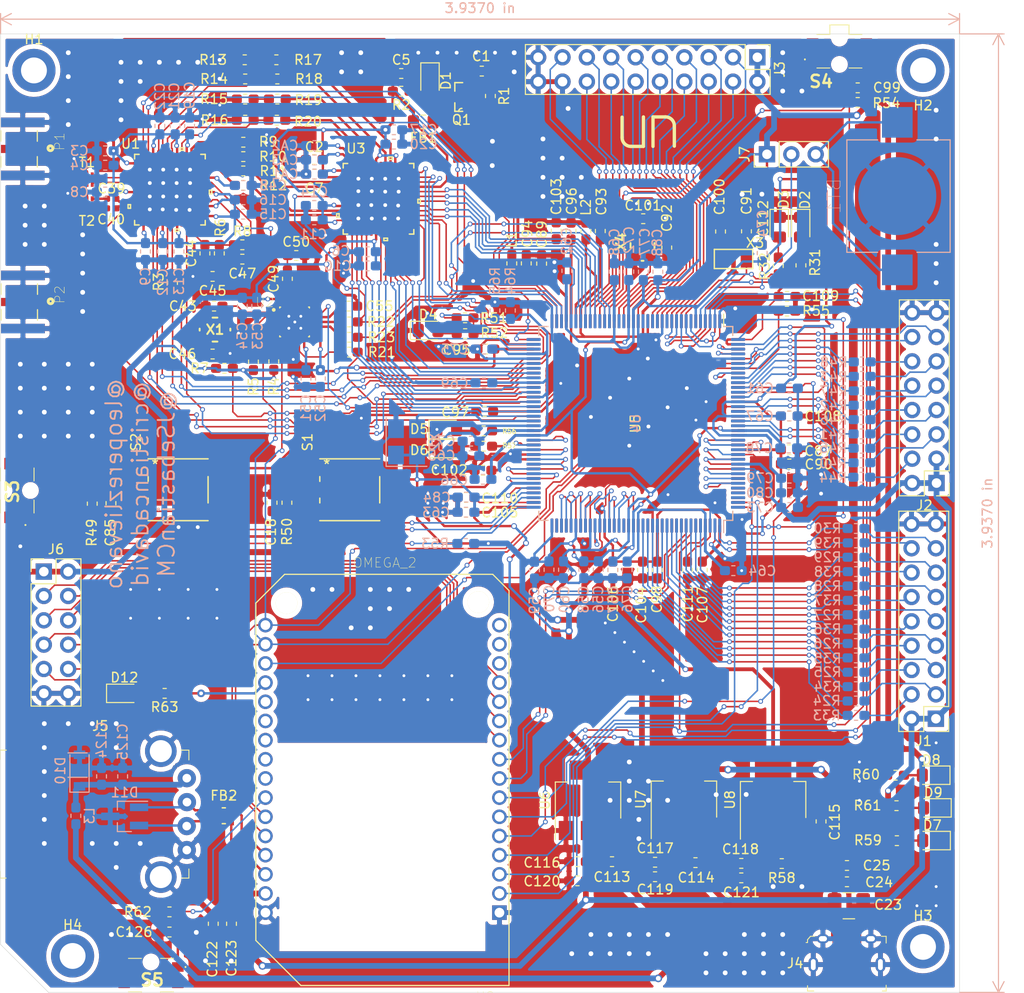
<source format=kicad_pcb>
(kicad_pcb (version 20190331) (host pcbnew "5.1.0-unknown-ef3f773~94~ubuntu18.04.1")
  (layers (0 "F.Cu" signal hide) (31 "B.Cu" signal) (34 "B.Paste" user) (35 "F.Paste" user hide) (36 "B.SilkS" user) (37 "F.SilkS" user hide) (38 "B.Mask" user) (39 "F.Mask" user hide) (44 "Edge.Cuts" user))
  (net 0 "")
  (net 1 "3V3 MCU")
  (net 2 "GND")
  (net 3 "VAA")
  (net 4 "Net-(C39-Pad2)")
  (net 5 "Net-(C39-Pad1)")
  (net 6 "Net-(C40-Pad2)")
  (net 7 "Net-(C40-Pad1)")
  (net 8 "/rf_front_end/XA")
  (net 9 "Net-(C44-Pad2)")
  (net 10 "Net-(C45-Pad2)")
  (net 11 "/rf_front_end/XB")
  (net 12 "/rf_front_end/rf_TUNE")
  (net 13 "Net-(C48-Pad2)")
  (net 14 "/rf_front_end/XTAL")
  (net 15 "Net-(C49-Pad1)")
  (net 16 "3V3 FPGA")
  (net 17 "1V2 FPGA")
  (net 18 "/FPGA/BTN1")
  (net 19 "/FPGA/BTN2")
  (net 20 "/proc/VDDA")
  (net 21 "/proc/OSC32_IN")
  (net 22 "/proc/OSC_IN")
  (net 23 "/proc/OSC32_OUT")
  (net 24 "/proc/OSC_OUT")
  (net 25 "Net-(C110-Pad2)")
  (net 26 "Net-(C111-Pad2)")
  (net 27 "+5V")
  (net 28 "Net-(C124-Pad1)")
  (net 29 "/omega_2/RST_BTN")
  (net 30 "/rf_front_end/REFP")
  (net 31 "/rf_front_end/COM")
  (net 32 "/rf_front_end/REFN")
  (net 33 "Net-(D1-Pad2)")
  (net 34 "Net-(D2-Pad2)")
  (net 35 "Net-(D3-Pad2)")
  (net 36 "Net-(D4-Pad2)")
  (net 37 "Net-(D5-Pad2)")
  (net 38 "Net-(D6-Pad2)")
  (net 39 "Net-(D7-Pad2)")
  (net 40 "Net-(D8-Pad2)")
  (net 41 "Net-(D9-Pad2)")
  (net 42 "Net-(D11-Pad2)")
  (net 43 "Net-(D11-Pad1)")
  (net 44 "Net-(D12-Pad2)")
  (net 45 "Net-(FB1-Pad1)")
  (net 46 "/omega_2/USB_D+")
  (net 47 "/omega_2/USB_D-")
  (net 48 "Net-(J1-Pad16)")
  (net 49 "Net-(J1-Pad15)")
  (net 50 "Net-(J1-Pad14)")
  (net 51 "Net-(J1-Pad13)")
  (net 52 "Net-(J1-Pad12)")
  (net 53 "Net-(J1-Pad11)")
  (net 54 "Net-(J1-Pad10)")
  (net 55 "Net-(J1-Pad9)")
  (net 56 "Net-(J1-Pad8)")
  (net 57 "Net-(J1-Pad7)")
  (net 58 "Net-(J1-Pad6)")
  (net 59 "Net-(J1-Pad5)")
  (net 60 "Net-(J1-Pad4)")
  (net 61 "Net-(J1-Pad3)")
  (net 62 "Net-(J2-Pad12)")
  (net 63 "Net-(J2-Pad11)")
  (net 64 "Net-(J2-Pad10)")
  (net 65 "Net-(J2-Pad9)")
  (net 66 "Net-(J2-Pad8)")
  (net 67 "Net-(J2-Pad7)")
  (net 68 "Net-(J2-Pad6)")
  (net 69 "Net-(J2-Pad5)")
  (net 70 "Net-(J2-Pad4)")
  (net 71 "/proc/GPIO_MCU_15")
  (net 72 "/proc/GPIO_MCU_14")
  (net 73 "/proc/GPIO_MCU_13")
  (net 74 "/proc/GPIO_MCU_12")
  (net 75 "/proc/GPIO_MCU_11")
  (net 76 "/proc/GPIO_MCU_10")
  (net 77 "/proc/GPIO_MCU_9")
  (net 78 "/proc/GPIO_MCU_8")
  (net 79 "/proc/GPIO_MCU_7")
  (net 80 "/proc/GPIO_MCU_6")
  (net 81 "/proc/GPIO_MCU_5")
  (net 82 "/proc/GPIO_MCU_4")
  (net 83 "/proc/GPIO_MCU_3")
  (net 84 "/proc/GPIO_MCU_2")
  (net 85 "/proc/GPIO_MCU_1")
  (net 86 "Net-(J4-Pad2)")
  (net 87 "Net-(J4-Pad4)")
  (net 88 "Net-(J4-Pad3)")
  (net 89 "/omega_2/O_SPI_MISO")
  (net 90 "/omega_2/SER_TX0")
  (net 91 "/omega_2/O_SPI_MOSI")
  (net 92 "/omega_2/SER_RX0")
  (net 93 "/omega_2/O_SPI_CLK")
  (net 94 "I2C_SDA")
  (net 95 "/omega_2/O_SPI_CS1")
  (net 96 "I2C_SCL")
  (net 97 "/omega_2/3V3_OMEG")
  (net 98 "Net-(L2-Pad1)")
  (net 99 "Net-(P1-Pad1)")
  (net 100 "Net-(P2-Pad1)")
  (net 101 "!VAA_ENABLE")
  (net 102 "SPI1_MOSI")
  (net 103 "GPIO_INTR")
  (net 104 "/rf_front_end/IA+")
  (net 105 "/rf_front_end/RXBBI+")
  (net 106 "/rf_front_end/IA-")
  (net 107 "/rf_front_end/RXBBI-")
  (net 108 "/rf_front_end/QA-")
  (net 109 "/rf_front_end/RXBBQ+")
  (net 110 "/rf_front_end/QA+")
  (net 111 "/rf_front_end/RXBBQ-")
  (net 112 "/rf_front_end/TXBBI+")
  (net 113 "/rf_front_end/TXBBI-")
  (net 114 "/rf_front_end/TXBBQ+")
  (net 115 "/rf_front_end/TXBBQ-")
  (net 116 "/rf_front_end/QD+")
  (net 117 "/rf_front_end/QD-")
  (net 118 "/rf_front_end/ID-")
  (net 119 "/rf_front_end/ID+")
  (net 120 "Net-(R21-Pad2)")
  (net 121 "GPIO_CLK")
  (net 122 "Net-(R22-Pad2)")
  (net 123 "GCK0")
  (net 124 "Net-(R23-Pad2)")
  (net 125 "GCK1")
  (net 126 "/FPGA/FPGA_GPIO_01")
  (net 127 "/FPGA/FPGA_GPIO_03")
  (net 128 "/FPGA/FPGA_GPIO_05")
  (net 129 "/FPGA/FPGA_GPIO_07")
  (net 130 "/FPGA/FPGA_GPIO_09")
  (net 131 "/FPGA/FPGA_GPIO_11")
  (net 132 "/FPGA/FPGA_GPIO_13")
  (net 133 "/FPGA/BLK_LED1")
  (net 134 "/FPGA/BLK_LED2")
  (net 135 "/FPGA/FPGA_GPIO_00")
  (net 136 "/FPGA/FPGA_GPIO_02")
  (net 137 "/FPGA/FPGA_GPIO_06")
  (net 138 "/FPGA/FPGA_GPIO_08")
  (net 139 "/FPGA/FPGA_GPIO_10")
  (net 140 "/FPGA/FPGA_GPIO_12")
  (net 141 "/FPGA/FPGA_GPIO_15")
  (net 142 "/FPGA/FPGA_GPIO_17")
  (net 143 "/FPGA/FPGA_GPIO_19")
  (net 144 "/FPGA/FPGA_GPIO_21")
  (net 145 "/FPGA/FPGA_GPIO_14")
  (net 146 "/FPGA/FPGA_GPIO_16")
  (net 147 "/FPGA/FPGA_GPIO_18")
  (net 148 "/FPGA/FPGA_GPIO_20")
  (net 149 "/FPGA/FPGA_GPIO_22")
  (net 150 "/FPGA/DONE")
  (net 151 "/FPGA/PROGRAM_B")
  (net 152 "/proc/LED1")
  (net 153 "/proc/LED2")
  (net 154 "/omega_2/LED")
  (net 155 "Net-(T1-Pad4)")
  (net 156 "Net-(T1-Pad3)")
  (net 157 "rf_RXTX")
  (net 158 "rf_ANTSEL")
  (net 159 "rf_RXHP")
  (net 160 "Net-(U1-Pad34)")
  (net 161 "Net-(U1-Pad29)")
  (net 162 "Net-(U1-Pad23)")
  (net 163 "rf_LD")
  (net 164 "Net-(U1-Pad21)")
  (net 165 "SPI1_SCK")
  (net 166 "rf_RSSI")
  (net 167 "SPI1_CS_RF")
  (net 168 "Net-(U1-Pad14)")
  (net 169 "rf_!SHDN")
  (net 170 "Net-(U1-Pad11)")
  (net 171 "Net-(U1-Pad8)")
  (net 172 "Net-(U1-Pad6)")
  (net 173 "Net-(U1-Pad3)")
  (net 174 "Net-(U2-Pad6)")
  (net 175 "Net-(U2-Pad7)")
  (net 176 "Net-(U2-Pad8)")
  (net 177 "Net-(U2-Pad16)")
  (net 178 "Net-(U2-Pad19)")
  (net 179 "MCU_CLK")
  (net 180 "Net-(U3-Pad38)")
  (net 181 "SPI1_CS_AD")
  (net 182 "adDD9")
  (net 183 "adDD8")
  (net 184 "adDD7")
  (net 185 "adDD6")
  (net 186 "adDD5")
  (net 187 "adDD4")
  (net 188 "adDD3")
  (net 189 "adDD2")
  (net 190 "adDD1")
  (net 191 "adDD0")
  (net 192 "adDA7")
  (net 193 "adDA6")
  (net 194 "adDA5")
  (net 195 "adDA4")
  (net 196 "adDA3")
  (net 197 "adDA2")
  (net 198 "adDA1")
  (net 199 "adDA0")
  (net 200 "Net-(U4-Pad144)")
  (net 201 "Net-(U4-Pad143)")
  (net 202 "Net-(U4-Pad142)")
  (net 203 "Net-(U4-Pad141)")
  (net 204 "Net-(U4-Pad140)")
  (net 205 "FMC_D2")
  (net 206 "FMC_NOE")
  (net 207 "FMC_NWE")
  (net 208 "FMC_NWAIT")
  (net 209 "FMC_NE1")
  (net 210 "FMC_NBL0")
  (net 211 "FMC_NBL1")
  (net 212 "FMC_A19")
  (net 213 "FMC_A21")
  (net 214 "FMC_A22")
  (net 215 "Net-(U4-Pad97)")
  (net 216 "Net-(U4-Pad95)")
  (net 217 "Net-(U4-Pad94)")
  (net 218 "Net-(U4-Pad93)")
  (net 219 "Net-(U4-Pad92)")
  (net 220 "Net-(U4-Pad88)")
  (net 221 "Net-(U4-Pad87)")
  (net 222 "Net-(U4-Pad83)")
  (net 223 "Net-(U4-Pad72)")
  (net 224 "/FPGA/CLK80MHz")
  (net 225 "FMC_D4")
  (net 226 "FMC_D5")
  (net 227 "FMC_D7")
  (net 228 "FMC_D8")
  (net 229 "FMC_D9")
  (net 230 "FMC_D10")
  (net 231 "FMC_D11")
  (net 232 "FMC_D12")
  (net 233 "Net-(U4-Pad38)")
  (net 234 "Net-(U4-Pad35)")
  (net 235 "FMC_D15")
  (net 236 "FMC_A16")
  (net 237 "FMC_A17")
  (net 238 "FMC_A18")
  (net 239 "FMC_D1")
  (net 240 "Net-(U4-Pad21)")
  (net 241 "/FPGA/FPGA_GPIO_04")
  (net 242 "FMC_NL")
  (net 243 "Net-(U5-Pad135)")
  (net 244 "Net-(U5-Pad132)")
  (net 245 "Net-(U5-Pad129)")
  (net 246 "Net-(U5-Pad128)")
  (net 247 "Net-(U5-Pad127)")
  (net 248 "Net-(U5-Pad126)")
  (net 249 "Net-(U5-Pad125)")
  (net 250 "Net-(U5-Pad124)")
  (net 251 "FMC_CLK")
  (net 252 "Net-(U5-Pad116)")
  (net 253 "FMC_D3")
  (net 254 "Net-(U5-Pad113)")
  (net 255 "Net-(U5-Pad112)")
  (net 256 "Net-(U5-Pad111)")
  (net 257 "Net-(U5-Pad104)")
  (net 258 "Net-(U5-Pad103)")
  (net 259 "UART1_TX")
  (net 260 "UART1_RX")
  (net 261 "Net-(U5-Pad100)")
  (net 262 "Net-(U5-Pad99)")
  (net 263 "Net-(U5-Pad98)")
  (net 264 "Net-(U5-Pad97)")
  (net 265 "Net-(U5-Pad96)")
  (net 266 "Net-(U5-Pad93)")
  (net 267 "Net-(U5-Pad92)")
  (net 268 "Net-(U5-Pad91)")
  (net 269 "FMC_A15")
  (net 270 "FMC_A14")
  (net 271 "Net-(U5-Pad88)")
  (net 272 "Net-(U5-Pad87)")
  (net 273 "FMC_D0")
  (net 274 "FMC_D14")
  (net 275 "FMC_D13")
  (net 276 "Net-(U5-Pad76)")
  (net 277 "Net-(U5-Pad75)")
  (net 278 "Net-(U5-Pad74)")
  (net 279 "Net-(U5-Pad73)")
  (net 280 "Net-(U5-Pad70)")
  (net 281 "Net-(U5-Pad69)")
  (net 282 "FMC_D6")
  (net 283 "Net-(U5-Pad55)")
  (net 284 "Net-(U5-Pad54)")
  (net 285 "Net-(U5-Pad45)")
  (net 286 "SPI1_MISO")
  (net 287 "Net-(U5-Pad7)")
  (net 288 "FMC_A20")
  (net 289 "FMC_A23")
  (net 290 "Net-(U9-Pad24)")
  (net 291 "Net-(U9-Pad23)")
  (net 292 "Net-(U9-Pad22)")
  (net 293 "Net-(U9-Pad21)")
  (net 294 "Net-(U9-Pad16)")
  (net 295 "Net-(U9-Pad15)")
  (net 296 "Net-(U9-Pad14)")
  (net 297 "Net-(U5-Pad136)")
  (net 298 "Net-(BT1-Pad1)")
  (net 299 "Net-(C112-Pad1)")
  (net 300 "/OMG_JNRST")
  (net 301 "/BOOT_0")
  (net 302 "/STM_JTDO")
  (net 303 "/OMG_JTCK")
  (net 304 "/OMG_JTMS")
  (net 305 "/FPGA_JTDO")
  (net 306 "/OMG_JTRST")
  (net 307 "/OMG_JTDI")
  (net 308 "Net-(S2-Pad4)")
  (module "lib:TAOGLAS_EMPCB.SMAFSTJ.B.HT" (layer "F.Cu") (at 67.77 66.01 270)
    (fp_text reference "P2" (at -0.77075 -3.84871 90) (layer "F.SilkS") (effects (font (size 1.00096 1.00096) (thickness 0.05))))
    (fp_text value "GSG-RF-CONN" hide)
    (pad "1" smd rect (at 0 0 270) (size 0.85 4.56) (layers "F.Cu" "F.Paste" "F.Mask") (net 100 "Net-(P2-Pad1)"))
    (pad "2" smd rect (at -2.77 0 270) (size 1 4.56) (layers "F.Cu" "F.Paste" "F.Mask") (net 2 "GND"))
    (pad "2" smd rect (at 2.77 0 270) (size 1 4.56) (layers "F.Cu" "F.Paste" "F.Mask") (net 2 "GND"))
    (pad "2" smd rect (at -2.77 0 270) (size 1 4.56) (layers "B.Cu" "B.Paste" "B.Mask") (net 2 "GND"))
    (pad "2" smd rect (at 2.77 0 270) (size 1 4.56) (layers "B.Cu" "B.Paste" "B.Mask") (net 2 "GND"))
  )
  (module "lib:TAOGLAS_EMPCB.SMAFSTJ.B.HT" (layer "F.Cu") (at 67.75 50.04 270)
    (fp_text reference "P1" (at -0.77075 -3.84871 90) (layer "F.SilkS") (effects (font (size 1.00096 1.00096) (thickness 0.05))))
    (fp_text value "GSG-RF-CONN" hide)
    (pad "1" smd rect (at 0 0 270) (size 0.85 4.56) (layers "F.Cu" "F.Paste" "F.Mask") (net 99 "Net-(P1-Pad1)"))
    (pad "2" smd rect (at -2.77 0 270) (size 1 4.56) (layers "F.Cu" "F.Paste" "F.Mask") (net 2 "GND"))
    (pad "2" smd rect (at 2.77 0 270) (size 1 4.56) (layers "F.Cu" "F.Paste" "F.Mask") (net 2 "GND"))
    (pad "2" smd rect (at -2.77 0 270) (size 1 4.56) (layers "B.Cu" "B.Paste" "B.Mask") (net 2 "GND"))
    (pad "2" smd rect (at 2.77 0 270) (size 1 4.56) (layers "B.Cu" "B.Paste" "B.Mask") (net 2 "GND"))
  )
  (module "lib:FSM1LPTR" (layer "F.Cu") (at 79.75 83.35 180)
    (fp_text reference "S2" (at 0.2 2.72 90) (layer "F.SilkS"))
    (fp_text value "FSM1LPTR" hide)
    (fp_text user "*" (at -1.8034 0.381) (layer "F.SilkS"))
    (pad "1" smd rect (at -8.4074 -4.4958 180) (size 1.6002 1.397) (layers "F.Cu" "F.Paste" "F.Mask") (net 18 "/FPGA/BTN1"))
    (pad "3" smd rect (at -8.4074 0 180) (size 1.6002 1.397) (layers "F.Cu" "F.Paste" "F.Mask") (net 16 "3V3 FPGA"))
    (pad "4" smd rect (at 0 0 180) (size 1.6002 1.397) (layers "F.Cu" "F.Paste" "F.Mask") (net 308 "Net-(S2-Pad4)"))
    (pad "5" smd rect (at 0 -2.2479 180) (size 1.6002 1.397) (layers "F.Cu" "F.Paste" "F.Mask") (net 308 "Net-(S2-Pad4)"))
    (pad "2" smd rect (at 0 -4.4958 180) (size 1.6002 1.397) (layers "F.Cu" "F.Paste" "F.Mask") (net 18 "/FPGA/BTN1"))
  )
  (module "lib:FSM1LPTR" (layer "F.Cu") (at 97.65 83.35 180)
    (fp_text reference "S1" (at 0.2 2.72 90) (layer "F.SilkS"))
    (fp_text value "FSM1LPTR" hide)
    (fp_text user "*" (at -1.8034 0.381) (layer "F.SilkS"))
    (pad "1" smd rect (at -8.4074 -4.4958 180) (size 1.6002 1.397) (layers "F.Cu" "F.Paste" "F.Mask") (net 19 "/FPGA/BTN2"))
    (pad "3" smd rect (at -8.4074 0 180) (size 1.6002 1.397) (layers "F.Cu" "F.Paste" "F.Mask") (net 16 "3V3 FPGA"))
    (pad "4" smd rect (at 0 0 180) (size 1.6002 1.397) (layers "F.Cu" "F.Paste" "F.Mask") (net 16 "3V3 FPGA"))
    (pad "5" smd rect (at 0 -2.2479 180) (size 1.6002 1.397) (layers "F.Cu" "F.Paste" "F.Mask") (net 16 "3V3 FPGA"))
    (pad "2" smd rect (at 0 -4.4958 180) (size 1.6002 1.397) (layers "F.Cu" "F.Paste" "F.Mask") (net 19 "/FPGA/BTN2"))
  )
  (module "Connector_PinHeader_2.54mm:PinHeader_1x03_P2.54mm_Vertical" (layer "F.Cu") (at 145.36 50.6 90)
    (fp_text reference "J7" (at 0 -2.33 90) (layer "F.SilkS"))
    (fp_text value "Conn_01x03_Male")
    (pad "3" thru_hole oval (at 0 5.08 90) (size 1.7 1.7) (drill 1) (layers *.Cu *.Mask) (net 298 "Net-(BT1-Pad1)"))
    (pad "2" thru_hole oval (at 0 2.54 90) (size 1.7 1.7) (drill 1) (layers *.Cu *.Mask) (net 299 "Net-(C112-Pad1)"))
    (pad "1" thru_hole rect (at 0 0 90) (size 1.7 1.7) (drill 1) (layers *.Cu *.Mask) (net 1 "3V3 MCU"))
  )
  (module "Resistor_SMD:R_0603_1608Metric_Pad1.05x0.95mm_HandSolder" (layer "B.Cu") (at 116.99 66.9 90)
    (fp_text reference "R65" (at 3.1 0.01 270) (layer "B.SilkS") (effects (justify mirror)))
    (fp_text value "1.5k")
    (pad "2" smd roundrect (at 0.875 0 90) (size 1.05 0.95) (layers "B.Cu" "B.Paste" "B.Mask") (net 2 "GND"))
    (pad "1" smd roundrect (at -0.875 0 90) (size 1.05 0.95) (layers "B.Cu" "B.Paste" "B.Mask") (net 16 "3V3 FPGA"))
  )
  (module "Resistor_SMD:R_0603_1608Metric_Pad1.05x0.95mm_HandSolder" (layer "B.Cu") (at 118.6 66.9 90)
    (fp_text reference "R64" (at 3.1 0 270) (layer "B.SilkS") (effects (justify mirror)))
    (fp_text value "1.5k")
    (pad "2" smd roundrect (at 0.875 0 90) (size 1.05 0.95) (layers "B.Cu" "B.Paste" "B.Mask") (net 2 "GND"))
    (pad "1" smd roundrect (at -0.875 0 90) (size 1.05 0.95) (layers "B.Cu" "B.Paste" "B.Mask") (net 16 "3V3 FPGA"))
  )
  (module "Capacitor_SMD:C_0603_1608Metric_Pad1.05x0.95mm_HandSolder" (layer "B.Cu") (at 115.745 84.51 180)
    (fp_text reference "C66" (at 3 -0.1) (layer "B.SilkS") (effects (justify mirror)))
    (fp_text value "4.7uF")
    (pad "2" smd roundrect (at 0.875 0 180) (size 1.05 0.95) (layers "B.Cu" "B.Paste" "B.Mask") (net 2 "GND"))
    (pad "1" smd roundrect (at -0.875 0 180) (size 1.05 0.95) (layers "B.Cu" "B.Paste" "B.Mask") (net 17 "1V2 FPGA"))
  )
  (module "Capacitor_SMD:C_0603_1608Metric_Pad1.05x0.95mm_HandSolder" (layer "F.Cu") (at 115.745 83.566 180)
    (fp_text reference "C102" (at 3.53 0.02) (layer "F.SilkS"))
    (fp_text value "100nF")
    (pad "2" smd roundrect (at 0.875 0 180) (size 1.05 0.95) (layers "F.Cu" "F.Paste" "F.Mask") (net 2 "GND"))
    (pad "1" smd roundrect (at -0.875 0 180) (size 1.05 0.95) (layers "F.Cu" "F.Paste" "F.Mask") (net 1 "3V3 MCU"))
  )
  (module "Capacitor_SMD:C_0603_1608Metric_Pad1.05x0.95mm_HandSolder" (layer "F.Cu") (at 153.7 124.8)
    (fp_text reference "C25" (at 3.1 0) (layer "F.SilkS"))
    (fp_text value "1nF")
    (pad "2" smd roundrect (at 0.875 0) (size 1.05 0.95) (layers "F.Cu" "F.Paste" "F.Mask") (net 2 "GND"))
    (pad "1" smd roundrect (at -0.875 0) (size 1.05 0.95) (layers "F.Cu" "F.Paste" "F.Mask") (net 27 "+5V"))
  )
  (module "Capacitor_SMD:C_0603_1608Metric_Pad1.05x0.95mm_HandSolder" (layer "F.Cu") (at 153.7 126.5)
    (fp_text reference "C24" (at 3.35 0.05) (layer "F.SilkS"))
    (fp_text value "100nF")
    (pad "2" smd roundrect (at 0.875 0) (size 1.05 0.95) (layers "F.Cu" "F.Paste" "F.Mask") (net 2 "GND"))
    (pad "1" smd roundrect (at -0.875 0) (size 1.05 0.95) (layers "F.Cu" "F.Paste" "F.Mask") (net 27 "+5V"))
  )
  (module "Resistor_SMD:R_1210_3225Metric_Pad1.42x2.65mm_HandSolder" (layer "F.Cu") (at 153.9 129)
    (fp_text reference "C23" (at 4.1 -0.1) (layer "F.SilkS"))
    (fp_text value "220uF")
    (pad "2" smd roundrect (at 1.4875 0) (size 1.425 2.65) (layers "F.Cu" "F.Paste" "F.Mask") (roundrect_rratio 0.175439) (net 2 "GND"))
    (pad "1" smd roundrect (at -1.4875 0) (size 1.425 2.65) (layers "F.Cu" "F.Paste" "F.Mask") (roundrect_rratio 0.175439) (net 27 "+5V"))
  )
  (module "Package_QFP:LQFP-144_20x20mm_P0.5mm" (layer "F.Cu") (at 131.682 78.675 270)
    (fp_text reference "U5" (at 0.025 0.042 90) (layer "F.SilkS"))
    (fp_text value "STM32F722ZET")
    (pad "144" smd roundrect (at -8.75 -10.6625 270) (size 0.3 1.475) (layers "F.Cu" "F.Paste" "F.Mask") (net 1 "3V3 MCU"))
    (pad "143" smd roundrect (at -8.25 -10.6625 270) (size 0.3 1.475) (layers "F.Cu" "F.Paste" "F.Mask") (net 1 "3V3 MCU"))
    (pad "142" smd roundrect (at -7.75 -10.6625 270) (size 0.3 1.475) (layers "F.Cu" "F.Paste" "F.Mask") (net 211 "FMC_NBL1"))
    (pad "141" smd roundrect (at -7.25 -10.6625 270) (size 0.3 1.475) (layers "F.Cu" "F.Paste" "F.Mask") (net 210 "FMC_NBL0"))
    (pad "140" smd roundrect (at -6.75 -10.6625 270) (size 0.3 1.475) (layers "F.Cu" "F.Paste" "F.Mask") (net 94 "I2C_SDA"))
    (pad "139" smd roundrect (at -6.25 -10.6625 270) (size 0.3 1.475) (layers "F.Cu" "F.Paste" "F.Mask") (net 96 "I2C_SCL"))
    (pad "138" smd roundrect (at -5.75 -10.6625 270) (size 0.3 1.475) (layers "F.Cu" "F.Paste" "F.Mask") (net 301 "/BOOT_0"))
    (pad "137" smd roundrect (at -5.25 -10.6625 270) (size 0.3 1.475) (layers "F.Cu" "F.Paste" "F.Mask") (net 242 "FMC_NL"))
    (pad "136" smd roundrect (at -4.75 -10.6625 270) (size 0.3 1.475) (layers "F.Cu" "F.Paste" "F.Mask") (net 297 "Net-(U5-Pad136)"))
    (pad "135" smd roundrect (at -4.25 -10.6625 270) (size 0.3 1.475) (layers "F.Cu" "F.Paste" "F.Mask") (net 243 "Net-(U5-Pad135)"))
    (pad "134" smd roundrect (at -3.75 -10.6625 270) (size 0.3 1.475) (layers "F.Cu" "F.Paste" "F.Mask") (net 306 "/OMG_JTRST"))
    (pad "133" smd roundrect (at -3.25 -10.6625 270) (size 0.3 1.475) (layers "F.Cu" "F.Paste" "F.Mask") (net 302 "/STM_JTDO"))
    (pad "132" smd roundrect (at -2.75 -10.6625 270) (size 0.3 1.475) (layers "F.Cu" "F.Paste" "F.Mask") (net 244 "Net-(U5-Pad132)"))
    (pad "131" smd roundrect (at -2.25 -10.6625 270) (size 0.3 1.475) (layers "F.Cu" "F.Paste" "F.Mask") (net 1 "3V3 MCU"))
    (pad "130" smd roundrect (at -1.75 -10.6625 270) (size 0.3 1.475) (layers "F.Cu" "F.Paste" "F.Mask") (net 2 "GND"))
    (pad "129" smd roundrect (at -1.25 -10.6625 270) (size 0.3 1.475) (layers "F.Cu" "F.Paste" "F.Mask") (net 245 "Net-(U5-Pad129)"))
    (pad "128" smd roundrect (at -0.75 -10.6625 270) (size 0.3 1.475) (layers "F.Cu" "F.Paste" "F.Mask") (net 246 "Net-(U5-Pad128)"))
    (pad "127" smd roundrect (at -0.25 -10.6625 270) (size 0.3 1.475) (layers "F.Cu" "F.Paste" "F.Mask") (net 247 "Net-(U5-Pad127)"))
    (pad "126" smd roundrect (at 0.25 -10.6625 270) (size 0.3 1.475) (layers "F.Cu" "F.Paste" "F.Mask") (net 248 "Net-(U5-Pad126)"))
    (pad "125" smd roundrect (at 0.75 -10.6625 270) (size 0.3 1.475) (layers "F.Cu" "F.Paste" "F.Mask") (net 249 "Net-(U5-Pad125)"))
    (pad "124" smd roundrect (at 1.25 -10.6625 270) (size 0.3 1.475) (layers "F.Cu" "F.Paste" "F.Mask") (net 250 "Net-(U5-Pad124)"))
    (pad "123" smd roundrect (at 1.75 -10.6625 270) (size 0.3 1.475) (layers "F.Cu" "F.Paste" "F.Mask") (net 209 "FMC_NE1"))
    (pad "122" smd roundrect (at 2.25 -10.6625 270) (size 0.3 1.475) (layers "F.Cu" "F.Paste" "F.Mask") (net 208 "FMC_NWAIT"))
    (pad "121" smd roundrect (at 2.75 -10.6625 270) (size 0.3 1.475) (layers "F.Cu" "F.Paste" "F.Mask") (net 1 "3V3 MCU"))
    (pad "120" smd roundrect (at 3.25 -10.6625 270) (size 0.3 1.475) (layers "F.Cu" "F.Paste" "F.Mask") (net 2 "GND"))
    (pad "119" smd roundrect (at 3.75 -10.6625 270) (size 0.3 1.475) (layers "F.Cu" "F.Paste" "F.Mask") (net 207 "FMC_NWE"))
    (pad "118" smd roundrect (at 4.25 -10.6625 270) (size 0.3 1.475) (layers "F.Cu" "F.Paste" "F.Mask") (net 206 "FMC_NOE"))
    (pad "117" smd roundrect (at 4.75 -10.6625 270) (size 0.3 1.475) (layers "F.Cu" "F.Paste" "F.Mask") (net 251 "FMC_CLK"))
    (pad "116" smd roundrect (at 5.25 -10.6625 270) (size 0.3 1.475) (layers "F.Cu" "F.Paste" "F.Mask") (net 252 "Net-(U5-Pad116)"))
    (pad "115" smd roundrect (at 5.75 -10.6625 270) (size 0.3 1.475) (layers "F.Cu" "F.Paste" "F.Mask") (net 253 "FMC_D3"))
    (pad "114" smd roundrect (at 6.25 -10.6625 270) (size 0.3 1.475) (layers "F.Cu" "F.Paste" "F.Mask") (net 205 "FMC_D2"))
    (pad "113" smd roundrect (at 6.75 -10.6625 270) (size 0.3 1.475) (layers "F.Cu" "F.Paste" "F.Mask") (net 254 "Net-(U5-Pad113)"))
    (pad "112" smd roundrect (at 7.25 -10.6625 270) (size 0.3 1.475) (layers "F.Cu" "F.Paste" "F.Mask") (net 255 "Net-(U5-Pad112)"))
    (pad "111" smd roundrect (at 7.75 -10.6625 270) (size 0.3 1.475) (layers "F.Cu" "F.Paste" "F.Mask") (net 256 "Net-(U5-Pad111)"))
    (pad "110" smd roundrect (at 8.25 -10.6625 270) (size 0.3 1.475) (layers "F.Cu" "F.Paste" "F.Mask") (net 307 "/OMG_JTDI"))
    (pad "109" smd roundrect (at 8.75 -10.6625 270) (size 0.3 1.475) (layers "F.Cu" "F.Paste" "F.Mask") (net 303 "/OMG_JTCK"))
    (pad "108" smd roundrect (at 10.6625 -8.75 270) (size 1.475 0.3) (layers "F.Cu" "F.Paste" "F.Mask") (net 1 "3V3 MCU"))
    (pad "107" smd roundrect (at 10.6625 -8.25 270) (size 1.475 0.3) (layers "F.Cu" "F.Paste" "F.Mask") (net 2 "GND"))
    (pad "106" smd roundrect (at 10.6625 -7.75 270) (size 1.475 0.3) (layers "F.Cu" "F.Paste" "F.Mask") (net 26 "Net-(C111-Pad2)"))
    (pad "105" smd roundrect (at 10.6625 -7.25 270) (size 1.475 0.3) (layers "F.Cu" "F.Paste" "F.Mask") (net 304 "/OMG_JTMS"))
    (pad "104" smd roundrect (at 10.6625 -6.75 270) (size 1.475 0.3) (layers "F.Cu" "F.Paste" "F.Mask") (net 257 "Net-(U5-Pad104)"))
    (pad "103" smd roundrect (at 10.6625 -6.25 270) (size 1.475 0.3) (layers "F.Cu" "F.Paste" "F.Mask") (net 258 "Net-(U5-Pad103)"))
    (pad "102" smd roundrect (at 10.6625 -5.75 270) (size 1.475 0.3) (layers "F.Cu" "F.Paste" "F.Mask") (net 259 "UART1_TX"))
    (pad "101" smd roundrect (at 10.6625 -5.25 270) (size 1.475 0.3) (layers "F.Cu" "F.Paste" "F.Mask") (net 260 "UART1_RX"))
    (pad "100" smd roundrect (at 10.6625 -4.75 270) (size 1.475 0.3) (layers "F.Cu" "F.Paste" "F.Mask") (net 261 "Net-(U5-Pad100)"))
    (pad "99" smd roundrect (at 10.6625 -4.25 270) (size 1.475 0.3) (layers "F.Cu" "F.Paste" "F.Mask") (net 262 "Net-(U5-Pad99)"))
    (pad "98" smd roundrect (at 10.6625 -3.75 270) (size 1.475 0.3) (layers "F.Cu" "F.Paste" "F.Mask") (net 263 "Net-(U5-Pad98)"))
    (pad "97" smd roundrect (at 10.6625 -3.25 270) (size 1.475 0.3) (layers "F.Cu" "F.Paste" "F.Mask") (net 264 "Net-(U5-Pad97)"))
    (pad "96" smd roundrect (at 10.6625 -2.75 270) (size 1.475 0.3) (layers "F.Cu" "F.Paste" "F.Mask") (net 265 "Net-(U5-Pad96)"))
    (pad "95" smd roundrect (at 10.6625 -2.25 270) (size 1.475 0.3) (layers "F.Cu" "F.Paste" "F.Mask") (net 1 "3V3 MCU"))
    (pad "94" smd roundrect (at 10.6625 -1.75 270) (size 1.475 0.3) (layers "F.Cu" "F.Paste" "F.Mask") (net 2 "GND"))
    (pad "93" smd roundrect (at 10.6625 -1.25 270) (size 1.475 0.3) (layers "F.Cu" "F.Paste" "F.Mask") (net 266 "Net-(U5-Pad93)"))
    (pad "92" smd roundrect (at 10.6625 -0.75 270) (size 1.475 0.3) (layers "F.Cu" "F.Paste" "F.Mask") (net 267 "Net-(U5-Pad92)"))
    (pad "91" smd roundrect (at 10.6625 -0.25 270) (size 1.475 0.3) (layers "F.Cu" "F.Paste" "F.Mask") (net 268 "Net-(U5-Pad91)"))
    (pad "90" smd roundrect (at 10.6625 0.25 270) (size 1.475 0.3) (layers "F.Cu" "F.Paste" "F.Mask") (net 269 "FMC_A15"))
    (pad "89" smd roundrect (at 10.6625 0.75 270) (size 1.475 0.3) (layers "F.Cu" "F.Paste" "F.Mask") (net 270 "FMC_A14"))
    (pad "88" smd roundrect (at 10.6625 1.25 270) (size 1.475 0.3) (layers "F.Cu" "F.Paste" "F.Mask") (net 271 "Net-(U5-Pad88)"))
    (pad "87" smd roundrect (at 10.6625 1.75 270) (size 1.475 0.3) (layers "F.Cu" "F.Paste" "F.Mask") (net 272 "Net-(U5-Pad87)"))
    (pad "86" smd roundrect (at 10.6625 2.25 270) (size 1.475 0.3) (layers "F.Cu" "F.Paste" "F.Mask") (net 239 "FMC_D1"))
    (pad "85" smd roundrect (at 10.6625 2.75 270) (size 1.475 0.3) (layers "F.Cu" "F.Paste" "F.Mask") (net 273 "FMC_D0"))
    (pad "84" smd roundrect (at 10.6625 3.25 270) (size 1.475 0.3) (layers "F.Cu" "F.Paste" "F.Mask") (net 1 "3V3 MCU"))
    (pad "83" smd roundrect (at 10.6625 3.75 270) (size 1.475 0.3) (layers "F.Cu" "F.Paste" "F.Mask") (net 2 "GND"))
    (pad "82" smd roundrect (at 10.6625 4.25 270) (size 1.475 0.3) (layers "F.Cu" "F.Paste" "F.Mask") (net 238 "FMC_A18"))
    (pad "81" smd roundrect (at 10.6625 4.75 270) (size 1.475 0.3) (layers "F.Cu" "F.Paste" "F.Mask") (net 237 "FMC_A17"))
    (pad "80" smd roundrect (at 10.6625 5.25 270) (size 1.475 0.3) (layers "F.Cu" "F.Paste" "F.Mask") (net 236 "FMC_A16"))
    (pad "79" smd roundrect (at 10.6625 5.75 270) (size 1.475 0.3) (layers "F.Cu" "F.Paste" "F.Mask") (net 235 "FMC_D15"))
    (pad "78" smd roundrect (at 10.6625 6.25 270) (size 1.475 0.3) (layers "F.Cu" "F.Paste" "F.Mask") (net 274 "FMC_D14"))
    (pad "77" smd roundrect (at 10.6625 6.75 270) (size 1.475 0.3) (layers "F.Cu" "F.Paste" "F.Mask") (net 275 "FMC_D13"))
    (pad "76" smd roundrect (at 10.6625 7.25 270) (size 1.475 0.3) (layers "F.Cu" "F.Paste" "F.Mask") (net 276 "Net-(U5-Pad76)"))
    (pad "75" smd roundrect (at 10.6625 7.75 270) (size 1.475 0.3) (layers "F.Cu" "F.Paste" "F.Mask") (net 277 "Net-(U5-Pad75)"))
    (pad "74" smd roundrect (at 10.6625 8.25 270) (size 1.475 0.3) (layers "F.Cu" "F.Paste" "F.Mask") (net 278 "Net-(U5-Pad74)"))
    (pad "73" smd roundrect (at 10.6625 8.75 270) (size 1.475 0.3) (layers "F.Cu" "F.Paste" "F.Mask") (net 279 "Net-(U5-Pad73)"))
    (pad "72" smd roundrect (at 8.75 10.6625 270) (size 0.3 1.475) (layers "F.Cu" "F.Paste" "F.Mask") (net 1 "3V3 MCU"))
    (pad "71" smd roundrect (at 8.25 10.6625 270) (size 0.3 1.475) (layers "F.Cu" "F.Paste" "F.Mask") (net 25 "Net-(C110-Pad2)"))
    (pad "70" smd roundrect (at 7.75 10.6625 270) (size 0.3 1.475) (layers "F.Cu" "F.Paste" "F.Mask") (net 280 "Net-(U5-Pad70)"))
    (pad "69" smd roundrect (at 7.25 10.6625 270) (size 0.3 1.475) (layers "F.Cu" "F.Paste" "F.Mask") (net 281 "Net-(U5-Pad69)"))
    (pad "68" smd roundrect (at 6.75 10.6625 270) (size 0.3 1.475) (layers "F.Cu" "F.Paste" "F.Mask") (net 232 "FMC_D12"))
    (pad "67" smd roundrect (at 6.25 10.6625 270) (size 0.3 1.475) (layers "F.Cu" "F.Paste" "F.Mask") (net 231 "FMC_D11"))
    (pad "66" smd roundrect (at 5.75 10.6625 270) (size 0.3 1.475) (layers "F.Cu" "F.Paste" "F.Mask") (net 230 "FMC_D10"))
    (pad "65" smd roundrect (at 5.25 10.6625 270) (size 0.3 1.475) (layers "F.Cu" "F.Paste" "F.Mask") (net 229 "FMC_D9"))
    (pad "64" smd roundrect (at 4.75 10.6625 270) (size 0.3 1.475) (layers "F.Cu" "F.Paste" "F.Mask") (net 228 "FMC_D8"))
    (pad "63" smd roundrect (at 4.25 10.6625 270) (size 0.3 1.475) (layers "F.Cu" "F.Paste" "F.Mask") (net 227 "FMC_D7"))
    (pad "62" smd roundrect (at 3.75 10.6625 270) (size 0.3 1.475) (layers "F.Cu" "F.Paste" "F.Mask") (net 1 "3V3 MCU"))
    (pad "61" smd roundrect (at 3.25 10.6625 270) (size 0.3 1.475) (layers "F.Cu" "F.Paste" "F.Mask") (net 2 "GND"))
    (pad "60" smd roundrect (at 2.75 10.6625 270) (size 0.3 1.475) (layers "F.Cu" "F.Paste" "F.Mask") (net 282 "FMC_D6"))
    (pad "59" smd roundrect (at 2.25 10.6625 270) (size 0.3 1.475) (layers "F.Cu" "F.Paste" "F.Mask") (net 226 "FMC_D5"))
    (pad "58" smd roundrect (at 1.75 10.6625 270) (size 0.3 1.475) (layers "F.Cu" "F.Paste" "F.Mask") (net 225 "FMC_D4"))
    (pad "57" smd roundrect (at 1.25 10.6625 270) (size 0.3 1.475) (layers "F.Cu" "F.Paste" "F.Mask") (net 153 "/proc/LED2"))
    (pad "56" smd roundrect (at 0.75 10.6625 270) (size 0.3 1.475) (layers "F.Cu" "F.Paste" "F.Mask") (net 152 "/proc/LED1"))
    (pad "55" smd roundrect (at 0.25 10.6625 270) (size 0.3 1.475) (layers "F.Cu" "F.Paste" "F.Mask") (net 283 "Net-(U5-Pad55)"))
    (pad "54" smd roundrect (at -0.25 10.6625 270) (size 0.3 1.475) (layers "F.Cu" "F.Paste" "F.Mask") (net 284 "Net-(U5-Pad54)"))
    (pad "53" smd roundrect (at -0.75 10.6625 270) (size 0.3 1.475) (layers "F.Cu" "F.Paste" "F.Mask") (net 169 "rf_!SHDN"))
    (pad "52" smd roundrect (at -1.25 10.6625 270) (size 0.3 1.475) (layers "F.Cu" "F.Paste" "F.Mask") (net 1 "3V3 MCU"))
    (pad "51" smd roundrect (at -1.75 10.6625 270) (size 0.3 1.475) (layers "F.Cu" "F.Paste" "F.Mask") (net 2 "GND"))
    (pad "50" smd roundrect (at -2.25 10.6625 270) (size 0.3 1.475) (layers "F.Cu" "F.Paste" "F.Mask") (net 103 "GPIO_INTR"))
    (pad "49" smd roundrect (at -2.75 10.6625 270) (size 0.3 1.475) (layers "F.Cu" "F.Paste" "F.Mask") (net 179 "MCU_CLK"))
    (pad "48" smd roundrect (at -3.25 10.6625 270) (size 0.3 1.475) (layers "F.Cu" "F.Paste" "F.Mask") (net 121 "GPIO_CLK"))
    (pad "47" smd roundrect (at -3.75 10.6625 270) (size 0.3 1.475) (layers "F.Cu" "F.Paste" "F.Mask") (net 166 "rf_RSSI"))
    (pad "46" smd roundrect (at -4.25 10.6625 270) (size 0.3 1.475) (layers "F.Cu" "F.Paste" "F.Mask") (net 163 "rf_LD"))
    (pad "45" smd roundrect (at -4.75 10.6625 270) (size 0.3 1.475) (layers "F.Cu" "F.Paste" "F.Mask") (net 285 "Net-(U5-Pad45)"))
    (pad "44" smd roundrect (at -5.25 10.6625 270) (size 0.3 1.475) (layers "F.Cu" "F.Paste" "F.Mask") (net 167 "SPI1_CS_RF"))
    (pad "43" smd roundrect (at -5.75 10.6625 270) (size 0.3 1.475) (layers "F.Cu" "F.Paste" "F.Mask") (net 102 "SPI1_MOSI"))
    (pad "42" smd roundrect (at -6.25 10.6625 270) (size 0.3 1.475) (layers "F.Cu" "F.Paste" "F.Mask") (net 286 "SPI1_MISO"))
    (pad "41" smd roundrect (at -6.75 10.6625 270) (size 0.3 1.475) (layers "F.Cu" "F.Paste" "F.Mask") (net 165 "SPI1_SCK"))
    (pad "40" smd roundrect (at -7.25 10.6625 270) (size 0.3 1.475) (layers "F.Cu" "F.Paste" "F.Mask") (net 181 "SPI1_CS_AD"))
    (pad "39" smd roundrect (at -7.75 10.6625 270) (size 0.3 1.475) (layers "F.Cu" "F.Paste" "F.Mask") (net 1 "3V3 MCU"))
    (pad "38" smd roundrect (at -8.25 10.6625 270) (size 0.3 1.475) (layers "F.Cu" "F.Paste" "F.Mask") (net 2 "GND"))
    (pad "37" smd roundrect (at -8.75 10.6625 270) (size 0.3 1.475) (layers "F.Cu" "F.Paste" "F.Mask") (net 159 "rf_RXHP"))
    (pad "36" smd roundrect (at -10.6625 8.75 270) (size 1.475 0.3) (layers "F.Cu" "F.Paste" "F.Mask") (net 158 "rf_ANTSEL"))
    (pad "35" smd roundrect (at -10.6625 8.25 270) (size 1.475 0.3) (layers "F.Cu" "F.Paste" "F.Mask") (net 157 "rf_RXTX"))
    (pad "34" smd roundrect (at -10.6625 7.75 270) (size 1.475 0.3) (layers "F.Cu" "F.Paste" "F.Mask") (net 101 "!VAA_ENABLE"))
    (pad "33" smd roundrect (at -10.6625 7.25 270) (size 1.475 0.3) (layers "F.Cu" "F.Paste" "F.Mask") (net 20 "/proc/VDDA"))
    (pad "32" smd roundrect (at -10.6625 6.75 270) (size 1.475 0.3) (layers "F.Cu" "F.Paste" "F.Mask") (net 1 "3V3 MCU"))
    (pad "31" smd roundrect (at -10.6625 6.25 270) (size 1.475 0.3) (layers "F.Cu" "F.Paste" "F.Mask") (net 98 "Net-(L2-Pad1)"))
    (pad "30" smd roundrect (at -10.6625 5.75 270) (size 1.475 0.3) (layers "F.Cu" "F.Paste" "F.Mask") (net 1 "3V3 MCU"))
    (pad "29" smd roundrect (at -10.6625 5.25 270) (size 1.475 0.3) (layers "F.Cu" "F.Paste" "F.Mask") (net 71 "/proc/GPIO_MCU_15"))
    (pad "28" smd roundrect (at -10.6625 4.75 270) (size 1.475 0.3) (layers "F.Cu" "F.Paste" "F.Mask") (net 72 "/proc/GPIO_MCU_14"))
    (pad "27" smd roundrect (at -10.6625 4.25 270) (size 1.475 0.3) (layers "F.Cu" "F.Paste" "F.Mask") (net 73 "/proc/GPIO_MCU_13"))
    (pad "26" smd roundrect (at -10.6625 3.75 270) (size 1.475 0.3) (layers "F.Cu" "F.Paste" "F.Mask") (net 74 "/proc/GPIO_MCU_12"))
    (pad "25" smd roundrect (at -10.6625 3.25 270) (size 1.475 0.3) (layers "F.Cu" "F.Paste" "F.Mask") (net 300 "/OMG_JNRST"))
    (pad "24" smd roundrect (at -10.6625 2.75 270) (size 1.475 0.3) (layers "F.Cu" "F.Paste" "F.Mask") (net 24 "/proc/OSC_OUT"))
    (pad "23" smd roundrect (at -10.6625 2.25 270) (size 1.475 0.3) (layers "F.Cu" "F.Paste" "F.Mask") (net 22 "/proc/OSC_IN"))
    (pad "22" smd roundrect (at -10.6625 1.75 270) (size 1.475 0.3) (layers "F.Cu" "F.Paste" "F.Mask") (net 75 "/proc/GPIO_MCU_11"))
    (pad "21" smd roundrect (at -10.6625 1.25 270) (size 1.475 0.3) (layers "F.Cu" "F.Paste" "F.Mask") (net 76 "/proc/GPIO_MCU_10"))
    (pad "20" smd roundrect (at -10.6625 0.75 270) (size 1.475 0.3) (layers "F.Cu" "F.Paste" "F.Mask") (net 77 "/proc/GPIO_MCU_9"))
    (pad "19" smd roundrect (at -10.6625 0.25 270) (size 1.475 0.3) (layers "F.Cu" "F.Paste" "F.Mask") (net 78 "/proc/GPIO_MCU_8"))
    (pad "18" smd roundrect (at -10.6625 -0.25 270) (size 1.475 0.3) (layers "F.Cu" "F.Paste" "F.Mask") (net 79 "/proc/GPIO_MCU_7"))
    (pad "17" smd roundrect (at -10.6625 -0.75 270) (size 1.475 0.3) (layers "F.Cu" "F.Paste" "F.Mask") (net 1 "3V3 MCU"))
    (pad "16" smd roundrect (at -10.6625 -1.25 270) (size 1.475 0.3) (layers "F.Cu" "F.Paste" "F.Mask") (net 2 "GND"))
    (pad "15" smd roundrect (at -10.6625 -1.75 270) (size 1.475 0.3) (layers "F.Cu" "F.Paste" "F.Mask") (net 80 "/proc/GPIO_MCU_6"))
    (pad "14" smd roundrect (at -10.6625 -2.25 270) (size 1.475 0.3) (layers "F.Cu" "F.Paste" "F.Mask") (net 81 "/proc/GPIO_MCU_5"))
    (pad "13" smd roundrect (at -10.6625 -2.75 270) (size 1.475 0.3) (layers "F.Cu" "F.Paste" "F.Mask") (net 82 "/proc/GPIO_MCU_4"))
    (pad "12" smd roundrect (at -10.6625 -3.25 270) (size 1.475 0.3) (layers "F.Cu" "F.Paste" "F.Mask") (net 83 "/proc/GPIO_MCU_3"))
    (pad "11" smd roundrect (at -10.6625 -3.75 270) (size 1.475 0.3) (layers "F.Cu" "F.Paste" "F.Mask") (net 84 "/proc/GPIO_MCU_2"))
    (pad "10" smd roundrect (at -10.6625 -4.25 270) (size 1.475 0.3) (layers "F.Cu" "F.Paste" "F.Mask") (net 85 "/proc/GPIO_MCU_1"))
    (pad "9" smd roundrect (at -10.6625 -4.75 270) (size 1.475 0.3) (layers "F.Cu" "F.Paste" "F.Mask") (net 23 "/proc/OSC32_OUT"))
    (pad "8" smd roundrect (at -10.6625 -5.25 270) (size 1.475 0.3) (layers "F.Cu" "F.Paste" "F.Mask") (net 21 "/proc/OSC32_IN"))
    (pad "7" smd roundrect (at -10.6625 -5.75 270) (size 1.475 0.3) (layers "F.Cu" "F.Paste" "F.Mask") (net 287 "Net-(U5-Pad7)"))
    (pad "6" smd roundrect (at -10.6625 -6.25 270) (size 1.475 0.3) (layers "F.Cu" "F.Paste" "F.Mask") (net 299 "Net-(C112-Pad1)"))
    (pad "5" smd roundrect (at -10.6625 -6.75 270) (size 1.475 0.3) (layers "F.Cu" "F.Paste" "F.Mask") (net 214 "FMC_A22"))
    (pad "4" smd roundrect (at -10.6625 -7.25 270) (size 1.475 0.3) (layers "F.Cu" "F.Paste" "F.Mask") (net 213 "FMC_A21"))
    (pad "3" smd roundrect (at -10.6625 -7.75 270) (size 1.475 0.3) (layers "F.Cu" "F.Paste" "F.Mask") (net 288 "FMC_A20"))
    (pad "2" smd roundrect (at -10.6625 -8.25 270) (size 1.475 0.3) (layers "F.Cu" "F.Paste" "F.Mask") (net 212 "FMC_A19"))
    (pad "1" smd roundrect (at -10.6625 -8.75 270) (size 1.475 0.3) (layers "F.Cu" "F.Paste" "F.Mask") (net 289 "FMC_A23"))
  )
  (module "Package_QFP:LQFP-144_20x20mm_P0.5mm" (layer "B.Cu") (at 131.682 78.675 90)
    (fp_text reference "U4" (at -0.004999 0.001001 90) (layer "B.SilkS") (effects (justify mirror)))
    (fp_text value "XC6SLX9-2TQG144C")
    (pad "144" smd roundrect (at -8.75 10.6625 90) (size 0.3 1.475) (layers "B.Cu" "B.Paste" "B.Mask") (net 200 "Net-(U4-Pad144)"))
    (pad "143" smd roundrect (at -8.25 10.6625 90) (size 0.3 1.475) (layers "B.Cu" "B.Paste" "B.Mask") (net 201 "Net-(U4-Pad143)"))
    (pad "142" smd roundrect (at -7.75 10.6625 90) (size 0.3 1.475) (layers "B.Cu" "B.Paste" "B.Mask") (net 202 "Net-(U4-Pad142)"))
    (pad "141" smd roundrect (at -7.25 10.6625 90) (size 0.3 1.475) (layers "B.Cu" "B.Paste" "B.Mask") (net 203 "Net-(U4-Pad141)"))
    (pad "140" smd roundrect (at -6.75 10.6625 90) (size 0.3 1.475) (layers "B.Cu" "B.Paste" "B.Mask") (net 204 "Net-(U4-Pad140)"))
    (pad "139" smd roundrect (at -6.25 10.6625 90) (size 0.3 1.475) (layers "B.Cu" "B.Paste" "B.Mask") (net 205 "FMC_D2"))
    (pad "138" smd roundrect (at -5.75 10.6625 90) (size 0.3 1.475) (layers "B.Cu" "B.Paste" "B.Mask") (net 253 "FMC_D3"))
    (pad "137" smd roundrect (at -5.25 10.6625 90) (size 0.3 1.475) (layers "B.Cu" "B.Paste" "B.Mask") (net 251 "FMC_CLK"))
    (pad "136" smd roundrect (at -4.75 10.6625 90) (size 0.3 1.475) (layers "B.Cu" "B.Paste" "B.Mask") (net 2 "GND"))
    (pad "135" smd roundrect (at -4.25 10.6625 90) (size 0.3 1.475) (layers "B.Cu" "B.Paste" "B.Mask") (net 16 "3V3 FPGA"))
    (pad "134" smd roundrect (at -3.75 10.6625 90) (size 0.3 1.475) (layers "B.Cu" "B.Paste" "B.Mask") (net 206 "FMC_NOE"))
    (pad "133" smd roundrect (at -3.25 10.6625 90) (size 0.3 1.475) (layers "B.Cu" "B.Paste" "B.Mask") (net 207 "FMC_NWE"))
    (pad "132" smd roundrect (at -2.75 10.6625 90) (size 0.3 1.475) (layers "B.Cu" "B.Paste" "B.Mask") (net 208 "FMC_NWAIT"))
    (pad "131" smd roundrect (at -2.25 10.6625 90) (size 0.3 1.475) (layers "B.Cu" "B.Paste" "B.Mask") (net 209 "FMC_NE1"))
    (pad "130" smd roundrect (at -1.75 10.6625 90) (size 0.3 1.475) (layers "B.Cu" "B.Paste" "B.Mask") (net 2 "GND"))
    (pad "129" smd roundrect (at -1.25 10.6625 90) (size 0.3 1.475) (layers "B.Cu" "B.Paste" "B.Mask") (net 16 "3V3 FPGA"))
    (pad "128" smd roundrect (at -0.75 10.6625 90) (size 0.3 1.475) (layers "B.Cu" "B.Paste" "B.Mask") (net 17 "1V2 FPGA"))
    (pad "127" smd roundrect (at -0.25 10.6625 90) (size 0.3 1.475) (layers "B.Cu" "B.Paste" "B.Mask") (net 145 "/FPGA/FPGA_GPIO_14"))
    (pad "126" smd roundrect (at 0.25 10.6625 90) (size 0.3 1.475) (layers "B.Cu" "B.Paste" "B.Mask") (net 141 "/FPGA/FPGA_GPIO_15"))
    (pad "125" smd roundrect (at 0.75 10.6625 90) (size 0.3 1.475) (layers "B.Cu" "B.Paste" "B.Mask") (net 16 "3V3 FPGA"))
    (pad "124" smd roundrect (at 1.25 10.6625 90) (size 0.3 1.475) (layers "B.Cu" "B.Paste" "B.Mask") (net 146 "/FPGA/FPGA_GPIO_16"))
    (pad "123" smd roundrect (at 1.75 10.6625 90) (size 0.3 1.475) (layers "B.Cu" "B.Paste" "B.Mask") (net 142 "/FPGA/FPGA_GPIO_17"))
    (pad "122" smd roundrect (at 2.25 10.6625 90) (size 0.3 1.475) (layers "B.Cu" "B.Paste" "B.Mask") (net 16 "3V3 FPGA"))
    (pad "121" smd roundrect (at 2.75 10.6625 90) (size 0.3 1.475) (layers "B.Cu" "B.Paste" "B.Mask") (net 147 "/FPGA/FPGA_GPIO_18"))
    (pad "120" smd roundrect (at 3.25 10.6625 90) (size 0.3 1.475) (layers "B.Cu" "B.Paste" "B.Mask") (net 143 "/FPGA/FPGA_GPIO_19"))
    (pad "119" smd roundrect (at 3.75 10.6625 90) (size 0.3 1.475) (layers "B.Cu" "B.Paste" "B.Mask") (net 148 "/FPGA/FPGA_GPIO_20"))
    (pad "118" smd roundrect (at 4.25 10.6625 90) (size 0.3 1.475) (layers "B.Cu" "B.Paste" "B.Mask") (net 144 "/FPGA/FPGA_GPIO_21"))
    (pad "117" smd roundrect (at 4.75 10.6625 90) (size 0.3 1.475) (layers "B.Cu" "B.Paste" "B.Mask") (net 149 "/FPGA/FPGA_GPIO_22"))
    (pad "116" smd roundrect (at 5.25 10.6625 90) (size 0.3 1.475) (layers "B.Cu" "B.Paste" "B.Mask") (net 242 "FMC_NL"))
    (pad "115" smd roundrect (at 5.75 10.6625 90) (size 0.3 1.475) (layers "B.Cu" "B.Paste" "B.Mask") (net 96 "I2C_SCL"))
    (pad "114" smd roundrect (at 6.25 10.6625 90) (size 0.3 1.475) (layers "B.Cu" "B.Paste" "B.Mask") (net 94 "I2C_SDA"))
    (pad "113" smd roundrect (at 6.75 10.6625 90) (size 0.3 1.475) (layers "B.Cu" "B.Paste" "B.Mask") (net 2 "GND"))
    (pad "112" smd roundrect (at 7.25 10.6625 90) (size 0.3 1.475) (layers "B.Cu" "B.Paste" "B.Mask") (net 210 "FMC_NBL0"))
    (pad "111" smd roundrect (at 7.75 10.6625 90) (size 0.3 1.475) (layers "B.Cu" "B.Paste" "B.Mask") (net 211 "FMC_NBL1"))
    (pad "110" smd roundrect (at 8.25 10.6625 90) (size 0.3 1.475) (layers "B.Cu" "B.Paste" "B.Mask") (net 302 "/STM_JTDO"))
    (pad "109" smd roundrect (at 8.75 10.6625 90) (size 0.3 1.475) (layers "B.Cu" "B.Paste" "B.Mask") (net 303 "/OMG_JTCK"))
    (pad "108" smd roundrect (at 10.6625 8.75 90) (size 1.475 0.3) (layers "B.Cu" "B.Paste" "B.Mask") (net 2 "GND"))
    (pad "107" smd roundrect (at 10.6625 8.25 90) (size 1.475 0.3) (layers "B.Cu" "B.Paste" "B.Mask") (net 304 "/OMG_JTMS"))
    (pad "106" smd roundrect (at 10.6625 7.75 90) (size 1.475 0.3) (layers "B.Cu" "B.Paste" "B.Mask") (net 305 "/FPGA_JTDO"))
    (pad "105" smd roundrect (at 10.6625 7.25 90) (size 1.475 0.3) (layers "B.Cu" "B.Paste" "B.Mask") (net 133 "/FPGA/BLK_LED1"))
    (pad "104" smd roundrect (at 10.6625 6.75 90) (size 1.475 0.3) (layers "B.Cu" "B.Paste" "B.Mask") (net 134 "/FPGA/BLK_LED2"))
    (pad "103" smd roundrect (at 10.6625 6.25 90) (size 1.475 0.3) (layers "B.Cu" "B.Paste" "B.Mask") (net 16 "3V3 FPGA"))
    (pad "102" smd roundrect (at 10.6625 5.75 90) (size 1.475 0.3) (layers "B.Cu" "B.Paste" "B.Mask") (net 289 "FMC_A23"))
    (pad "101" smd roundrect (at 10.6625 5.25 90) (size 1.475 0.3) (layers "B.Cu" "B.Paste" "B.Mask") (net 212 "FMC_A19"))
    (pad "100" smd roundrect (at 10.6625 4.75 90) (size 1.475 0.3) (layers "B.Cu" "B.Paste" "B.Mask") (net 288 "FMC_A20"))
    (pad "99" smd roundrect (at 10.6625 4.25 90) (size 1.475 0.3) (layers "B.Cu" "B.Paste" "B.Mask") (net 213 "FMC_A21"))
    (pad "98" smd roundrect (at 10.6625 3.75 90) (size 1.475 0.3) (layers "B.Cu" "B.Paste" "B.Mask") (net 214 "FMC_A22"))
    (pad "97" smd roundrect (at 10.6625 3.25 90) (size 1.475 0.3) (layers "B.Cu" "B.Paste" "B.Mask") (net 215 "Net-(U4-Pad97)"))
    (pad "96" smd roundrect (at 10.6625 2.75 90) (size 1.475 0.3) (layers "B.Cu" "B.Paste" "B.Mask") (net 2 "GND"))
    (pad "95" smd roundrect (at 10.6625 2.25 90) (size 1.475 0.3) (layers "B.Cu" "B.Paste" "B.Mask") (net 216 "Net-(U4-Pad95)"))
    (pad "94" smd roundrect (at 10.6625 1.75 90) (size 1.475 0.3) (layers "B.Cu" "B.Paste" "B.Mask") (net 217 "Net-(U4-Pad94)"))
    (pad "93" smd roundrect (at 10.6625 1.25 90) (size 1.475 0.3) (layers "B.Cu" "B.Paste" "B.Mask") (net 218 "Net-(U4-Pad93)"))
    (pad "92" smd roundrect (at 10.6625 0.75 90) (size 1.475 0.3) (layers "B.Cu" "B.Paste" "B.Mask") (net 219 "Net-(U4-Pad92)"))
    (pad "91" smd roundrect (at 10.6625 0.25 90) (size 1.475 0.3) (layers "B.Cu" "B.Paste" "B.Mask") (net 2 "GND"))
    (pad "90" smd roundrect (at 10.6625 -0.25 90) (size 1.475 0.3) (layers "B.Cu" "B.Paste" "B.Mask") (net 16 "3V3 FPGA"))
    (pad "89" smd roundrect (at 10.6625 -0.75 90) (size 1.475 0.3) (layers "B.Cu" "B.Paste" "B.Mask") (net 17 "1V2 FPGA"))
    (pad "88" smd roundrect (at 10.6625 -1.25 90) (size 1.475 0.3) (layers "B.Cu" "B.Paste" "B.Mask") (net 220 "Net-(U4-Pad88)"))
    (pad "87" smd roundrect (at 10.6625 -1.75 90) (size 1.475 0.3) (layers "B.Cu" "B.Paste" "B.Mask") (net 221 "Net-(U4-Pad87)"))
    (pad "86" smd roundrect (at 10.6625 -2.25 90) (size 1.475 0.3) (layers "B.Cu" "B.Paste" "B.Mask") (net 16 "3V3 FPGA"))
    (pad "85" smd roundrect (at 10.6625 -2.75 90) (size 1.475 0.3) (layers "B.Cu" "B.Paste" "B.Mask") (net 125 "GCK1"))
    (pad "84" smd roundrect (at 10.6625 -3.25 90) (size 1.475 0.3) (layers "B.Cu" "B.Paste" "B.Mask") (net 123 "GCK0"))
    (pad "83" smd roundrect (at 10.6625 -3.75 90) (size 1.475 0.3) (layers "B.Cu" "B.Paste" "B.Mask") (net 222 "Net-(U4-Pad83)"))
    (pad "82" smd roundrect (at 10.6625 -4.25 90) (size 1.475 0.3) (layers "B.Cu" "B.Paste" "B.Mask") (net 182 "adDD9"))
    (pad "81" smd roundrect (at 10.6625 -4.75 90) (size 1.475 0.3) (layers "B.Cu" "B.Paste" "B.Mask") (net 183 "adDD8"))
    (pad "80" smd roundrect (at 10.6625 -5.25 90) (size 1.475 0.3) (layers "B.Cu" "B.Paste" "B.Mask") (net 184 "adDD7"))
    (pad "79" smd roundrect (at 10.6625 -5.75 90) (size 1.475 0.3) (layers "B.Cu" "B.Paste" "B.Mask") (net 185 "adDD6"))
    (pad "78" smd roundrect (at 10.6625 -6.25 90) (size 1.475 0.3) (layers "B.Cu" "B.Paste" "B.Mask") (net 186 "adDD5"))
    (pad "77" smd roundrect (at 10.6625 -6.75 90) (size 1.475 0.3) (layers "B.Cu" "B.Paste" "B.Mask") (net 2 "GND"))
    (pad "76" smd roundrect (at 10.6625 -7.25 90) (size 1.475 0.3) (layers "B.Cu" "B.Paste" "B.Mask") (net 16 "3V3 FPGA"))
    (pad "75" smd roundrect (at 10.6625 -7.75 90) (size 1.475 0.3) (layers "B.Cu" "B.Paste" "B.Mask") (net 187 "adDD4"))
    (pad "74" smd roundrect (at 10.6625 -8.25 90) (size 1.475 0.3) (layers "B.Cu" "B.Paste" "B.Mask") (net 188 "adDD3"))
    (pad "73" smd roundrect (at 10.6625 -8.75 90) (size 1.475 0.3) (layers "B.Cu" "B.Paste" "B.Mask") (net 2 "GND"))
    (pad "72" smd roundrect (at 8.75 -10.6625 90) (size 0.3 1.475) (layers "B.Cu" "B.Paste" "B.Mask") (net 223 "Net-(U4-Pad72)"))
    (pad "71" smd roundrect (at 8.25 -10.6625 90) (size 0.3 1.475) (layers "B.Cu" "B.Paste" "B.Mask") (net 150 "/FPGA/DONE"))
    (pad "70" smd roundrect (at 7.75 -10.6625 90) (size 0.3 1.475) (layers "B.Cu" "B.Paste" "B.Mask") (net 189 "adDD2"))
    (pad "69" smd roundrect (at 7.25 -10.6625 90) (size 0.3 1.475) (layers "B.Cu" "B.Paste" "B.Mask") (net 16 "3V3 FPGA"))
    (pad "68" smd roundrect (at 6.75 -10.6625 90) (size 0.3 1.475) (layers "B.Cu" "B.Paste" "B.Mask") (net 2 "GND"))
    (pad "67" smd roundrect (at 6.25 -10.6625 90) (size 0.3 1.475) (layers "B.Cu" "B.Paste" "B.Mask") (net 190 "adDD1"))
    (pad "66" smd roundrect (at 5.75 -10.6625 90) (size 0.3 1.475) (layers "B.Cu" "B.Paste" "B.Mask") (net 191 "adDD0"))
    (pad "65" smd roundrect (at 5.25 -10.6625 90) (size 0.3 1.475) (layers "B.Cu" "B.Paste" "B.Mask") (net 192 "adDA7"))
    (pad "64" smd roundrect (at 4.75 -10.6625 90) (size 0.3 1.475) (layers "B.Cu" "B.Paste" "B.Mask") (net 193 "adDA6"))
    (pad "63" smd roundrect (at 4.25 -10.6625 90) (size 0.3 1.475) (layers "B.Cu" "B.Paste" "B.Mask") (net 16 "3V3 FPGA"))
    (pad "62" smd roundrect (at 3.75 -10.6625 90) (size 0.3 1.475) (layers "B.Cu" "B.Paste" "B.Mask") (net 194 "adDA5"))
    (pad "61" smd roundrect (at 3.25 -10.6625 90) (size 0.3 1.475) (layers "B.Cu" "B.Paste" "B.Mask") (net 195 "adDA4"))
    (pad "60" smd roundrect (at 2.75 -10.6625 90) (size 0.3 1.475) (layers "B.Cu" "B.Paste" "B.Mask") (net 16 "3V3 FPGA"))
    (pad "59" smd roundrect (at 2.25 -10.6625 90) (size 0.3 1.475) (layers "B.Cu" "B.Paste" "B.Mask") (net 196 "adDA3"))
    (pad "58" smd roundrect (at 1.75 -10.6625 90) (size 0.3 1.475) (layers "B.Cu" "B.Paste" "B.Mask") (net 197 "adDA2"))
    (pad "57" smd roundrect (at 1.25 -10.6625 90) (size 0.3 1.475) (layers "B.Cu" "B.Paste" "B.Mask") (net 198 "adDA1"))
    (pad "56" smd roundrect (at 0.75 -10.6625 90) (size 0.3 1.475) (layers "B.Cu" "B.Paste" "B.Mask") (net 199 "adDA0"))
    (pad "55" smd roundrect (at 0.25 -10.6625 90) (size 0.3 1.475) (layers "B.Cu" "B.Paste" "B.Mask") (net 224 "/FPGA/CLK80MHz"))
    (pad "54" smd roundrect (at -0.25 -10.6625 90) (size 0.3 1.475) (layers "B.Cu" "B.Paste" "B.Mask") (net 2 "GND"))
    (pad "53" smd roundrect (at -0.75 -10.6625 90) (size 0.3 1.475) (layers "B.Cu" "B.Paste" "B.Mask") (net 16 "3V3 FPGA"))
    (pad "52" smd roundrect (at -1.25 -10.6625 90) (size 0.3 1.475) (layers "B.Cu" "B.Paste" "B.Mask") (net 17 "1V2 FPGA"))
    (pad "51" smd roundrect (at -1.75 -10.6625 90) (size 0.3 1.475) (layers "B.Cu" "B.Paste" "B.Mask") (net 225 "FMC_D4"))
    (pad "50" smd roundrect (at -2.25 -10.6625 90) (size 0.3 1.475) (layers "B.Cu" "B.Paste" "B.Mask") (net 226 "FMC_D5"))
    (pad "49" smd roundrect (at -2.75 -10.6625 90) (size 0.3 1.475) (layers "B.Cu" "B.Paste" "B.Mask") (net 2 "GND"))
    (pad "48" smd roundrect (at -3.25 -10.6625 90) (size 0.3 1.475) (layers "B.Cu" "B.Paste" "B.Mask") (net 282 "FMC_D6"))
    (pad "47" smd roundrect (at -3.75 -10.6625 90) (size 0.3 1.475) (layers "B.Cu" "B.Paste" "B.Mask") (net 227 "FMC_D7"))
    (pad "46" smd roundrect (at -4.25 -10.6625 90) (size 0.3 1.475) (layers "B.Cu" "B.Paste" "B.Mask") (net 228 "FMC_D8"))
    (pad "45" smd roundrect (at -4.75 -10.6625 90) (size 0.3 1.475) (layers "B.Cu" "B.Paste" "B.Mask") (net 229 "FMC_D9"))
    (pad "44" smd roundrect (at -5.25 -10.6625 90) (size 0.3 1.475) (layers "B.Cu" "B.Paste" "B.Mask") (net 230 "FMC_D10"))
    (pad "43" smd roundrect (at -5.75 -10.6625 90) (size 0.3 1.475) (layers "B.Cu" "B.Paste" "B.Mask") (net 231 "FMC_D11"))
    (pad "42" smd roundrect (at -6.25 -10.6625 90) (size 0.3 1.475) (layers "B.Cu" "B.Paste" "B.Mask") (net 16 "3V3 FPGA"))
    (pad "41" smd roundrect (at -6.75 -10.6625 90) (size 0.3 1.475) (layers "B.Cu" "B.Paste" "B.Mask") (net 232 "FMC_D12"))
    (pad "40" smd roundrect (at -7.25 -10.6625 90) (size 0.3 1.475) (layers "B.Cu" "B.Paste" "B.Mask") (net 19 "/FPGA/BTN2"))
    (pad "39" smd roundrect (at -7.75 -10.6625 90) (size 0.3 1.475) (layers "B.Cu" "B.Paste" "B.Mask") (net 18 "/FPGA/BTN1"))
    (pad "38" smd roundrect (at -8.25 -10.6625 90) (size 0.3 1.475) (layers "B.Cu" "B.Paste" "B.Mask") (net 233 "Net-(U4-Pad38)"))
    (pad "37" smd roundrect (at -8.75 -10.6625 90) (size 0.3 1.475) (layers "B.Cu" "B.Paste" "B.Mask") (net 151 "/FPGA/PROGRAM_B"))
    (pad "36" smd roundrect (at -10.6625 -8.75 90) (size 1.475 0.3) (layers "B.Cu" "B.Paste" "B.Mask") (net 16 "3V3 FPGA"))
    (pad "35" smd roundrect (at -10.6625 -8.25 90) (size 1.475 0.3) (layers "B.Cu" "B.Paste" "B.Mask") (net 234 "Net-(U4-Pad35)"))
    (pad "34" smd roundrect (at -10.6625 -7.75 90) (size 1.475 0.3) (layers "B.Cu" "B.Paste" "B.Mask") (net 275 "FMC_D13"))
    (pad "33" smd roundrect (at -10.6625 -7.25 90) (size 1.475 0.3) (layers "B.Cu" "B.Paste" "B.Mask") (net 274 "FMC_D14"))
    (pad "32" smd roundrect (at -10.6625 -6.75 90) (size 1.475 0.3) (layers "B.Cu" "B.Paste" "B.Mask") (net 235 "FMC_D15"))
    (pad "31" smd roundrect (at -10.6625 -6.25 90) (size 1.475 0.3) (layers "B.Cu" "B.Paste" "B.Mask") (net 16 "3V3 FPGA"))
    (pad "30" smd roundrect (at -10.6625 -5.75 90) (size 1.475 0.3) (layers "B.Cu" "B.Paste" "B.Mask") (net 236 "FMC_A16"))
    (pad "29" smd roundrect (at -10.6625 -5.25 90) (size 1.475 0.3) (layers "B.Cu" "B.Paste" "B.Mask") (net 237 "FMC_A17"))
    (pad "28" smd roundrect (at -10.6625 -4.75 90) (size 1.475 0.3) (layers "B.Cu" "B.Paste" "B.Mask") (net 17 "1V2 FPGA"))
    (pad "27" smd roundrect (at -10.6625 -4.25 90) (size 1.475 0.3) (layers "B.Cu" "B.Paste" "B.Mask") (net 238 "FMC_A18"))
    (pad "26" smd roundrect (at -10.6625 -3.75 90) (size 1.475 0.3) (layers "B.Cu" "B.Paste" "B.Mask") (net 273 "FMC_D0"))
    (pad "25" smd roundrect (at -10.6625 -3.25 90) (size 1.475 0.3) (layers "B.Cu" "B.Paste" "B.Mask") (net 2 "GND"))
    (pad "24" smd roundrect (at -10.6625 -2.75 90) (size 1.475 0.3) (layers "B.Cu" "B.Paste" "B.Mask") (net 239 "FMC_D1"))
    (pad "23" smd roundrect (at -10.6625 -2.25 90) (size 1.475 0.3) (layers "B.Cu" "B.Paste" "B.Mask") (net 270 "FMC_A14"))
    (pad "22" smd roundrect (at -10.6625 -1.75 90) (size 1.475 0.3) (layers "B.Cu" "B.Paste" "B.Mask") (net 269 "FMC_A15"))
    (pad "21" smd roundrect (at -10.6625 -1.25 90) (size 1.475 0.3) (layers "B.Cu" "B.Paste" "B.Mask") (net 240 "Net-(U4-Pad21)"))
    (pad "20" smd roundrect (at -10.6625 -0.75 90) (size 1.475 0.3) (layers "B.Cu" "B.Paste" "B.Mask") (net 16 "3V3 FPGA"))
    (pad "19" smd roundrect (at -10.6625 -0.25 90) (size 1.475 0.3) (layers "B.Cu" "B.Paste" "B.Mask") (net 17 "1V2 FPGA"))
    (pad "18" smd roundrect (at -10.6625 0.25 90) (size 1.475 0.3) (layers "B.Cu" "B.Paste" "B.Mask") (net 16 "3V3 FPGA"))
    (pad "17" smd roundrect (at -10.6625 0.75 90) (size 1.475 0.3) (layers "B.Cu" "B.Paste" "B.Mask") (net 135 "/FPGA/FPGA_GPIO_00"))
    (pad "16" smd roundrect (at -10.6625 1.25 90) (size 1.475 0.3) (layers "B.Cu" "B.Paste" "B.Mask") (net 126 "/FPGA/FPGA_GPIO_01"))
    (pad "15" smd roundrect (at -10.6625 1.75 90) (size 1.475 0.3) (layers "B.Cu" "B.Paste" "B.Mask") (net 136 "/FPGA/FPGA_GPIO_02"))
    (pad "14" smd roundrect (at -10.6625 2.25 90) (size 1.475 0.3) (layers "B.Cu" "B.Paste" "B.Mask") (net 127 "/FPGA/FPGA_GPIO_03"))
    (pad "13" smd roundrect (at -10.6625 2.75 90) (size 1.475 0.3) (layers "B.Cu" "B.Paste" "B.Mask") (net 2 "GND"))
    (pad "12" smd roundrect (at -10.6625 3.25 90) (size 1.475 0.3) (layers "B.Cu" "B.Paste" "B.Mask") (net 241 "/FPGA/FPGA_GPIO_04"))
    (pad "11" smd roundrect (at -10.6625 3.75 90) (size 1.475 0.3) (layers "B.Cu" "B.Paste" "B.Mask") (net 128 "/FPGA/FPGA_GPIO_05"))
    (pad "10" smd roundrect (at -10.6625 4.25 90) (size 1.475 0.3) (layers "B.Cu" "B.Paste" "B.Mask") (net 137 "/FPGA/FPGA_GPIO_06"))
    (pad "9" smd roundrect (at -10.6625 4.75 90) (size 1.475 0.3) (layers "B.Cu" "B.Paste" "B.Mask") (net 129 "/FPGA/FPGA_GPIO_07"))
    (pad "8" smd roundrect (at -10.6625 5.25 90) (size 1.475 0.3) (layers "B.Cu" "B.Paste" "B.Mask") (net 138 "/FPGA/FPGA_GPIO_08"))
    (pad "7" smd roundrect (at -10.6625 5.75 90) (size 1.475 0.3) (layers "B.Cu" "B.Paste" "B.Mask") (net 130 "/FPGA/FPGA_GPIO_09"))
    (pad "6" smd roundrect (at -10.6625 6.25 90) (size 1.475 0.3) (layers "B.Cu" "B.Paste" "B.Mask") (net 139 "/FPGA/FPGA_GPIO_10"))
    (pad "5" smd roundrect (at -10.6625 6.75 90) (size 1.475 0.3) (layers "B.Cu" "B.Paste" "B.Mask") (net 131 "/FPGA/FPGA_GPIO_11"))
    (pad "4" smd roundrect (at -10.6625 7.25 90) (size 1.475 0.3) (layers "B.Cu" "B.Paste" "B.Mask") (net 16 "3V3 FPGA"))
    (pad "3" smd roundrect (at -10.6625 7.75 90) (size 1.475 0.3) (layers "B.Cu" "B.Paste" "B.Mask") (net 2 "GND"))
    (pad "2" smd roundrect (at -10.6625 8.25 90) (size 1.475 0.3) (layers "B.Cu" "B.Paste" "B.Mask") (net 140 "/FPGA/FPGA_GPIO_12"))
    (pad "1" smd roundrect (at -10.6625 8.75 90) (size 1.475 0.3) (layers "B.Cu" "B.Paste" "B.Mask") (net 132 "/FPGA/FPGA_GPIO_13"))
  )
  (module "OMEGA2_:OMEGA2_PADS" (layer "F.Cu") (at 105.26 115.87 180)
    (fp_text reference "U9" (at -10.7102 -22.6356) (layer "F.SilkS") (effects (font (size 1.00002 1.00002) (thickness 0.05))))
    (fp_text value "OMEGA_2" (at -0.24 22.6573) (layer "F.SilkS") (effects (font (size 1.00187 1.00187) (thickness 0.05))))
    (pad "Hole" np_thru_hole circle (at -10 18.55 180) (size 2.25 2.25) (drill 2.25) (layers *.Cu *.Mask "F.SilkS"))
    (pad "Hole" np_thru_hole circle (at 10 18.45 180) (size 2.25 2.25) (drill 2.25) (layers *.Cu *.Mask "F.SilkS"))
    (pad "32" thru_hole circle (at 12.2 -13.85 180) (size 1.523 1.523) (drill 1.015) (layers *.Cu *.Mask) (net 2 "GND"))
    (pad "31" thru_hole circle (at 12.2 -11.85 180) (size 1.523 1.523) (drill 1.015) (layers *.Cu *.Mask) (net 1 "3V3 MCU"))
    (pad "30" thru_hole circle (at 12.2 -9.85 180) (size 1.523 1.523) (drill 1.015) (layers *.Cu *.Mask) (net 46 "/omega_2/USB_D+"))
    (pad "29" thru_hole circle (at 12.2 -7.85 180) (size 1.523 1.523) (drill 1.015) (layers *.Cu *.Mask) (net 47 "/omega_2/USB_D-"))
    (pad "28" thru_hole circle (at 12.2 -5.85 180) (size 1.523 1.523) (drill 1.015) (layers *.Cu *.Mask) (net 92 "/omega_2/SER_RX0"))
    (pad "27" thru_hole circle (at 12.2 -3.85 180) (size 1.523 1.523) (drill 1.015) (layers *.Cu *.Mask) (net 90 "/omega_2/SER_TX0"))
    (pad "26" thru_hole circle (at 12.2 -1.85 180) (size 1.523 1.523) (drill 1.015) (layers *.Cu *.Mask) (net 29 "/omega_2/RST_BTN"))
    (pad "25" thru_hole circle (at 12.2 0.15 180) (size 1.523 1.523) (drill 1.015) (layers *.Cu *.Mask) (net 97 "/omega_2/3V3_OMEG"))
    (pad "24" thru_hole circle (at 12.2 2.15 180) (size 1.523 1.523) (drill 1.015) (layers *.Cu *.Mask) (net 290 "Net-(U9-Pad24)"))
    (pad "23" thru_hole circle (at 12.2 4.15 180) (size 1.523 1.523) (drill 1.015) (layers *.Cu *.Mask) (net 291 "Net-(U9-Pad23)"))
    (pad "22" thru_hole circle (at 12.2 6.15 180) (size 1.523 1.523) (drill 1.015) (layers *.Cu *.Mask) (net 292 "Net-(U9-Pad22)"))
    (pad "21" thru_hole circle (at 12.2 8.15 180) (size 1.523 1.523) (drill 1.015) (layers *.Cu *.Mask) (net 293 "Net-(U9-Pad21)"))
    (pad "20" thru_hole circle (at 12.2 10.15 180) (size 1.523 1.523) (drill 1.015) (layers *.Cu *.Mask) (net 154 "/omega_2/LED"))
    (pad "19" thru_hole circle (at 12.2 12.15 180) (size 1.523 1.523) (drill 1.015) (layers *.Cu *.Mask) (net 301 "/BOOT_0"))
    (pad "18" thru_hole circle (at 12.2 14.15 180) (size 1.523 1.523) (drill 1.015) (layers *.Cu *.Mask) (net 96 "I2C_SCL"))
    (pad "17" thru_hole circle (at 12.2 16.15 180) (size 1.523 1.523) (drill 1.015) (layers *.Cu *.Mask) (net 94 "I2C_SDA"))
    (pad "16" thru_hole circle (at -12.2 16.15 180) (size 1.523 1.523) (drill 1.015) (layers *.Cu *.Mask) (net 294 "Net-(U9-Pad16)"))
    (pad "15" thru_hole circle (at -12.2 14.15 180) (size 1.523 1.523) (drill 1.015) (layers *.Cu *.Mask) (net 295 "Net-(U9-Pad15)"))
    (pad "14" thru_hole circle (at -12.2 12.15 180) (size 1.523 1.523) (drill 1.015) (layers *.Cu *.Mask) (net 296 "Net-(U9-Pad14)"))
    (pad "13" thru_hole circle (at -12.2 10.15 180) (size 1.523 1.523) (drill 1.015) (layers *.Cu *.Mask) (net 95 "/omega_2/O_SPI_CS1"))
    (pad "12" thru_hole circle (at -12.2 8.15 180) (size 1.523 1.523) (drill 1.015) (layers *.Cu *.Mask) (net 93 "/omega_2/O_SPI_CLK"))
    (pad "11" thru_hole circle (at -12.2 6.15 180) (size 1.523 1.523) (drill 1.015) (layers *.Cu *.Mask) (net 91 "/omega_2/O_SPI_MOSI"))
    (pad "10" thru_hole circle (at -12.2 4.15 180) (size 1.523 1.523) (drill 1.015) (layers *.Cu *.Mask) (net 89 "/omega_2/O_SPI_MISO"))
    (pad "9" thru_hole circle (at -12.2 2.15 180) (size 1.523 1.523) (drill 1.015) (layers *.Cu *.Mask) (net 259 "UART1_TX"))
    (pad "8" thru_hole circle (at -12.2 0.15 180) (size 1.523 1.523) (drill 1.015) (layers *.Cu *.Mask) (net 260 "UART1_RX"))
    (pad "7" thru_hole circle (at -12.2 -1.85 180) (size 1.523 1.523) (drill 1.015) (layers *.Cu *.Mask) (net 300 "/OMG_JNRST"))
    (pad "6" thru_hole circle (at -12.2 -3.85 180) (size 1.523 1.523) (drill 1.015) (layers *.Cu *.Mask) (net 306 "/OMG_JTRST"))
    (pad "5" thru_hole circle (at -12.2 -5.85 180) (size 1.523 1.523) (drill 1.015) (layers *.Cu *.Mask) (net 305 "/FPGA_JTDO"))
    (pad "4" thru_hole circle (at -12.2 -7.85 180) (size 1.523 1.523) (drill 1.015) (layers *.Cu *.Mask) (net 307 "/OMG_JTDI"))
    (pad "3" thru_hole circle (at -12.2 -9.85 180) (size 1.523 1.523) (drill 1.015) (layers *.Cu *.Mask) (net 303 "/OMG_JTCK"))
    (pad "2" thru_hole circle (at -12.2 -11.85 180) (size 1.523 1.523) (drill 1.015) (layers *.Cu *.Mask) (net 304 "/OMG_JTMS"))
    (pad "1" thru_hole rect (at -12.2 -13.85 180) (size 1.523 1.523) (drill 1.015) (layers *.Cu *.Mask) (net 2 "GND"))
  )
  (module "lib:USB_A_Female_UE27AC54100" (layer "F.Cu") (at 82.15 119.44 270)
    (fp_text reference "J5" (at -9.2 6.3 180) (layer "F.SilkS"))
    (fp_text value "USB_A")
    (pad "4" thru_hole circle (at 3.75 -2.71 270) (size 1.9 1.9) (drill 0.9) (layers *.Cu *.Mask) (net 2 "GND"))
    (pad "3" thru_hole circle (at 1.25 -2.7 270) (size 1.9 1.9) (drill 0.9) (layers *.Cu *.Mask) (net 42 "Net-(D11-Pad2)"))
    (pad "2" thru_hole circle (at -1.25 -2.725 270) (size 1.9 1.9) (drill 0.9) (layers *.Cu *.Mask) (net 43 "Net-(D11-Pad1)"))
    (pad "1" thru_hole circle (at -3.75 -2.71 270) (size 1.9 1.9) (drill 0.9) (layers *.Cu *.Mask) (net 28 "Net-(C124-Pad1)"))
    (pad "5" thru_hole circle (at 6.57 0 270) (size 3.3 3.3) (drill 2.3) (layers *.Cu *.Mask) (net 2 "GND"))
    (pad "5" thru_hole circle (at -6.57 0 270) (size 3.3 3.3) (drill 2.3) (layers *.Cu *.Mask) (net 2 "GND"))
  )
  (module "Resistor_SMD:R_0603_1608Metric_Pad1.05x0.95mm_HandSolder" (layer "F.Cu") (at 95.3 86.95 90)
    (fp_text reference "R50" (at -3.02 0 90) (layer "F.SilkS"))
    (fp_text value "10k")
    (pad "2" smd roundrect (at 0.875 0 90) (size 1.05 0.95) (layers "F.Cu" "F.Paste" "F.Mask") (net 2 "GND"))
    (pad "1" smd roundrect (at -0.875 0 90) (size 1.05 0.95) (layers "F.Cu" "F.Paste" "F.Mask") (net 19 "/FPGA/BTN2"))
  )
  (module "Capacitor_SMD:C_0603_1608Metric_Pad1.05x0.95mm_HandSolder" (layer "F.Cu") (at 93.75 86.95 90)
    (fp_text reference "C18" (at -3.07 -0.11 90) (layer "F.SilkS"))
    (fp_text value "100nF")
    (pad "2" smd roundrect (at 0.875 0 90) (size 1.05 0.95) (layers "F.Cu" "F.Paste" "F.Mask") (net 2 "GND"))
    (pad "1" smd roundrect (at -0.875 0 90) (size 1.05 0.95) (layers "F.Cu" "F.Paste" "F.Mask") (net 19 "/FPGA/BTN2"))
  )
  (module "LED_SMD:LED_0805_2012Metric_Pad1.15x1.40mm_HandSolder" (layer "F.Cu") (at 162.625 122.2 180)
    (fp_text reference "D7" (at 0.025 1.6) (layer "F.SilkS"))
    (fp_text value "LED_RED")
    (pad "2" smd roundrect (at 1.025 0 180) (size 1.15 1.4) (layers "F.Cu" "F.Paste" "F.Mask") (roundrect_rratio 0.217391) (net 39 "Net-(D7-Pad2)"))
    (pad "1" smd roundrect (at -1.025 0 180) (size 1.15 1.4) (layers "F.Cu" "F.Paste" "F.Mask") (roundrect_rratio 0.217391) (net 2 "GND"))
  )
  (module "Capacitor_SMD:C_0603_1608Metric_Pad1.05x0.95mm_HandSolder" (layer "F.Cu") (at 107.22 42.17)
    (fp_text reference "C5" (at 0 -1.43) (layer "F.SilkS"))
    (fp_text value "10uF")
    (pad "2" smd roundrect (at 0.875 0) (size 1.05 0.95) (layers "F.Cu" "F.Paste" "F.Mask") (net 2 "GND"))
    (pad "1" smd roundrect (at -0.875 0) (size 1.05 0.95) (layers "F.Cu" "F.Paste" "F.Mask") (net 3 "VAA"))
  )
  (module "Capacitor_SMD:C_0402_1005Metric" (layer "F.Cu") (at 77.05 56.24 180)
    (fp_text reference "C40" (at 0.08 -1.15) (layer "F.SilkS"))
    (fp_text value "0")
    (pad "2" smd roundrect (at 0.485 0 180) (size 0.59 0.64) (layers "F.Cu" "F.Paste" "F.Mask") (net 6 "Net-(C40-Pad2)"))
    (pad "1" smd roundrect (at -0.485 0 180) (size 0.59 0.64) (layers "F.Cu" "F.Paste" "F.Mask") (net 7 "Net-(C40-Pad1)"))
  )
  (module "Capacitor_SMD:C_0402_1005Metric" (layer "F.Cu") (at 77.05 55.24 180)
    (fp_text reference "C39" (at 0.05 1.07) (layer "F.SilkS"))
    (fp_text value "0")
    (pad "2" smd roundrect (at 0.485 0 180) (size 0.59 0.64) (layers "F.Cu" "F.Paste" "F.Mask") (net 4 "Net-(C39-Pad2)"))
    (pad "1" smd roundrect (at -0.485 0 180) (size 0.59 0.64) (layers "F.Cu" "F.Paste" "F.Mask") (net 5 "Net-(C39-Pad1)"))
  )
  (module "Capacitor_SMD:C_0603_1608Metric_Pad1.05x0.95mm_HandSolder" (layer "B.Cu") (at 82.05 47.64 90)
    (fp_text reference "C22" (at 3.1 0 270) (layer "B.SilkS") (effects (justify mirror)))
    (fp_text value "100pF")
    (pad "2" smd roundrect (at 0.875 0 90) (size 1.05 0.95) (layers "B.Cu" "B.Paste" "B.Mask") (net 2 "GND"))
    (pad "1" smd roundrect (at -0.875 0 90) (size 1.05 0.95) (layers "B.Cu" "B.Paste" "B.Mask") (net 3 "VAA"))
  )
  (module "Capacitor_SMD:C_0603_1608Metric_Pad1.05x0.95mm_HandSolder" (layer "B.Cu") (at 83.65 47.64 90)
    (fp_text reference "C21" (at 3.1 -0.1 270) (layer "B.SilkS") (effects (justify mirror)))
    (fp_text value "10nF")
    (pad "2" smd roundrect (at 0.875 0 90) (size 1.05 0.95) (layers "B.Cu" "B.Paste" "B.Mask") (net 2 "GND"))
    (pad "1" smd roundrect (at -0.875 0 90) (size 1.05 0.95) (layers "B.Cu" "B.Paste" "B.Mask") (net 3 "VAA"))
  )
  (module "Capacitor_SMD:C_0603_1608Metric_Pad1.05x0.95mm_HandSolder" (layer "B.Cu") (at 85.15 47.64 90)
    (fp_text reference "C19" (at 3.2 0 270) (layer "B.SilkS") (effects (justify mirror)))
    (fp_text value "10nF")
    (pad "2" smd roundrect (at 0.875 0 90) (size 1.05 0.95) (layers "B.Cu" "B.Paste" "B.Mask") (net 2 "GND"))
    (pad "1" smd roundrect (at -0.875 0 90) (size 1.05 0.95) (layers "B.Cu" "B.Paste" "B.Mask") (net 3 "VAA"))
  )
  (module "Capacitor_SMD:C_0603_1608Metric_Pad1.05x0.95mm_HandSolder" (layer "B.Cu") (at 90.75 55.35)
    (fp_text reference "C16" (at 3.1 0) (layer "B.SilkS") (effects (justify mirror)))
    (fp_text value "10nF")
    (pad "2" smd roundrect (at 0.875 0) (size 1.05 0.95) (layers "B.Cu" "B.Paste" "B.Mask") (net 2 "GND"))
    (pad "1" smd roundrect (at -0.875 0) (size 1.05 0.95) (layers "B.Cu" "B.Paste" "B.Mask") (net 3 "VAA"))
  )
  (module "Capacitor_SMD:C_0603_1608Metric_Pad1.05x0.95mm_HandSolder" (layer "B.Cu") (at 90.75 56.85)
    (fp_text reference "C15" (at 3.1 0) (layer "B.SilkS") (effects (justify mirror)))
    (fp_text value "10nF")
    (pad "2" smd roundrect (at 0.875 0) (size 1.05 0.95) (layers "B.Cu" "B.Paste" "B.Mask") (net 2 "GND"))
    (pad "1" smd roundrect (at -0.875 0) (size 1.05 0.95) (layers "B.Cu" "B.Paste" "B.Mask") (net 3 "VAA"))
  )
  (module "Capacitor_SMD:C_0603_1608Metric_Pad1.05x0.95mm_HandSolder" (layer "B.Cu") (at 84.05 60.74 270)
    (fp_text reference "C13" (at 3.1 0 90) (layer "B.SilkS") (effects (justify mirror)))
    (fp_text value "10nF")
    (pad "2" smd roundrect (at 0.875 0 270) (size 1.05 0.95) (layers "B.Cu" "B.Paste" "B.Mask") (net 2 "GND"))
    (pad "1" smd roundrect (at -0.875 0 270) (size 1.05 0.95) (layers "B.Cu" "B.Paste" "B.Mask") (net 3 "VAA"))
  )
  (module "Capacitor_SMD:C_0603_1608Metric_Pad1.05x0.95mm_HandSolder" (layer "B.Cu") (at 82.35 60.74 270)
    (fp_text reference "C12" (at 3.2 0 270) (layer "B.SilkS") (effects (justify mirror)))
    (fp_text value "100pF")
    (pad "2" smd roundrect (at 0.875 0 270) (size 1.05 0.95) (layers "B.Cu" "B.Paste" "B.Mask") (net 2 "GND"))
    (pad "1" smd roundrect (at -0.875 0 270) (size 1.05 0.95) (layers "B.Cu" "B.Paste" "B.Mask") (net 3 "VAA"))
  )
  (module "Capacitor_SMD:C_0603_1608Metric_Pad1.05x0.95mm_HandSolder" (layer "B.Cu") (at 80.55 60.74 270)
    (fp_text reference "C9" (at 2.6 0 270) (layer "B.SilkS") (effects (justify mirror)))
    (fp_text value "100pF")
    (pad "2" smd roundrect (at 0.875 0 270) (size 1.05 0.95) (layers "B.Cu" "B.Paste" "B.Mask") (net 2 "GND"))
    (pad "1" smd roundrect (at -0.875 0 270) (size 1.05 0.95) (layers "B.Cu" "B.Paste" "B.Mask") (net 3 "VAA"))
  )
  (module "Capacitor_SMD:C_0603_1608Metric_Pad1.05x0.95mm_HandSolder" (layer "B.Cu") (at 76.35 54.54 180)
    (fp_text reference "C8" (at 2.7 0) (layer "B.SilkS") (effects (justify mirror)))
    (fp_text value "100pF")
    (pad "2" smd roundrect (at 0.875 0 180) (size 1.05 0.95) (layers "B.Cu" "B.Paste" "B.Mask") (net 2 "GND"))
    (pad "1" smd roundrect (at -0.875 0 180) (size 1.05 0.95) (layers "B.Cu" "B.Paste" "B.Mask") (net 3 "VAA"))
  )
  (module "Capacitor_SMD:C_0603_1608Metric_Pad1.05x0.95mm_HandSolder" (layer "B.Cu") (at 76.35 51.74 180)
    (fp_text reference "C4" (at 2.7 0) (layer "B.SilkS") (effects (justify mirror)))
    (fp_text value "10uF")
    (pad "2" smd roundrect (at 0.875 0 180) (size 1.05 0.95) (layers "B.Cu" "B.Paste" "B.Mask") (net 2 "GND"))
    (pad "1" smd roundrect (at -0.875 0 180) (size 1.05 0.95) (layers "B.Cu" "B.Paste" "B.Mask") (net 3 "VAA"))
  )
  (module "Capacitor_SMD:C_0603_1608Metric_Pad1.05x0.95mm_HandSolder" (layer "B.Cu") (at 147.705 85.92)
    (fp_text reference "C80" (at -3.07 0.01) (layer "B.SilkS") (effects (justify mirror)))
    (fp_text value "0.47uF")
    (pad "2" smd roundrect (at 0.875 0) (size 1.05 0.95) (layers "B.Cu" "B.Paste" "B.Mask") (net 2 "GND"))
    (pad "1" smd roundrect (at -0.875 0) (size 1.05 0.95) (layers "B.Cu" "B.Paste" "B.Mask") (net 16 "3V3 FPGA"))
  )
  (module "Capacitor_SMD:C_0603_1608Metric_Pad1.05x0.95mm_HandSolder" (layer "B.Cu") (at 147.705 84.39)
    (fp_text reference "C79" (at -3.06 0.01) (layer "B.SilkS") (effects (justify mirror)))
    (fp_text value "4.7uF")
    (pad "2" smd roundrect (at 0.875 0) (size 1.05 0.95) (layers "B.Cu" "B.Paste" "B.Mask") (net 2 "GND"))
    (pad "1" smd roundrect (at -0.875 0) (size 1.05 0.95) (layers "B.Cu" "B.Paste" "B.Mask") (net 16 "3V3 FPGA"))
  )
  (module "Capacitor_SMD:C_0603_1608Metric_Pad1.05x0.95mm_HandSolder" (layer "B.Cu") (at 147.625 81.24)
    (fp_text reference "C78" (at -3.07 0.01) (layer "B.SilkS") (effects (justify mirror)))
    (fp_text value "0.47uF")
    (pad "2" smd roundrect (at 0.875 0) (size 1.05 0.95) (layers "B.Cu" "B.Paste" "B.Mask") (net 2 "GND"))
    (pad "1" smd roundrect (at -0.875 0) (size 1.05 0.95) (layers "B.Cu" "B.Paste" "B.Mask") (net 17 "1V2 FPGA"))
  )
  (module "Capacitor_SMD:C_0603_1608Metric_Pad1.05x0.95mm_HandSolder" (layer "B.Cu") (at 132.47 62.85 90)
    (fp_text reference "C77" (at 3.12 0.15 270) (layer "B.SilkS") (effects (justify mirror)))
    (fp_text value "4.7uF")
    (pad "2" smd roundrect (at 0.875 0 90) (size 1.05 0.95) (layers "B.Cu" "B.Paste" "B.Mask") (net 2 "GND"))
    (pad "1" smd roundrect (at -0.875 0 90) (size 1.05 0.95) (layers "B.Cu" "B.Paste" "B.Mask") (net 16 "3V3 FPGA"))
  )
  (module "Capacitor_SMD:C_0603_1608Metric_Pad1.05x0.95mm_HandSolder" (layer "B.Cu") (at 130.78 93.965 270)
    (fp_text reference "C76" (at 3.035 -0.04 90) (layer "B.SilkS") (effects (justify mirror)))
    (fp_text value "0.47uF")
    (pad "2" smd roundrect (at 0.875 0 270) (size 1.05 0.95) (layers "B.Cu" "B.Paste" "B.Mask") (net 2 "GND"))
    (pad "1" smd roundrect (at -0.875 0 270) (size 1.05 0.95) (layers "B.Cu" "B.Paste" "B.Mask") (net 16 "3V3 FPGA"))
  )
  (module "Capacitor_SMD:C_0603_1608Metric_Pad1.05x0.95mm_HandSolder" (layer "B.Cu") (at 115.85 70.92 180)
    (fp_text reference "C75" (at 3.09 -0.03) (layer "B.SilkS") (effects (justify mirror)))
    (fp_text value "0.47uF")
    (pad "2" smd roundrect (at 0.875 0 180) (size 1.05 0.95) (layers "B.Cu" "B.Paste" "B.Mask") (net 2 "GND"))
    (pad "1" smd roundrect (at -0.875 0 180) (size 1.05 0.95) (layers "B.Cu" "B.Paste" "B.Mask") (net 16 "3V3 FPGA"))
  )
  (module "Capacitor_SMD:C_0603_1608Metric_Pad1.05x0.95mm_HandSolder" (layer "B.Cu") (at 144.86 60.91 90)
    (fp_text reference "C74" (at 3.08 0.04 90) (layer "B.SilkS") (effects (justify mirror)))
    (fp_text value "0.47uF")
    (pad "2" smd roundrect (at 0.875 0 90) (size 1.05 0.95) (layers "B.Cu" "B.Paste" "B.Mask") (net 2 "GND"))
    (pad "1" smd roundrect (at -0.875 0 90) (size 1.05 0.95) (layers "B.Cu" "B.Paste" "B.Mask") (net 16 "3V3 FPGA"))
  )
  (module "Capacitor_SMD:C_0603_1608Metric_Pad1.05x0.95mm_HandSolder" (layer "B.Cu") (at 147.715 87.45)
    (fp_text reference "C73" (at -3.07 0) (layer "B.SilkS") (effects (justify mirror)))
    (fp_text value "0.47uF")
    (pad "2" smd roundrect (at 0.875 0) (size 1.05 0.95) (layers "B.Cu" "B.Paste" "B.Mask") (net 2 "GND"))
    (pad "1" smd roundrect (at -0.875 0) (size 1.05 0.95) (layers "B.Cu" "B.Paste" "B.Mask") (net 16 "3V3 FPGA"))
  )
  (module "Capacitor_SMD:C_0603_1608Metric_Pad1.05x0.95mm_HandSolder" (layer "B.Cu") (at 130.95 62.84 90)
    (fp_text reference "C72" (at 3.29 0.03 90) (layer "B.SilkS") (effects (justify mirror)))
    (fp_text value "4.7uF")
    (pad "2" smd roundrect (at 0.875 0 90) (size 1.05 0.95) (layers "B.Cu" "B.Paste" "B.Mask") (net 2 "GND"))
    (pad "1" smd roundrect (at -0.875 0 90) (size 1.05 0.95) (layers "B.Cu" "B.Paste" "B.Mask") (net 17 "1V2 FPGA"))
  )
  (module "Capacitor_SMD:C_0603_1608Metric_Pad1.05x0.95mm_HandSolder" (layer "B.Cu") (at 114.498 80.53 180)
    (fp_text reference "C71" (at 3.08 0.01) (layer "B.SilkS") (effects (justify mirror)))
    (fp_text value "4.7uF")
    (pad "2" smd roundrect (at 0.875 0 180) (size 1.05 0.95) (layers "B.Cu" "B.Paste" "B.Mask") (net 2 "GND"))
    (pad "1" smd roundrect (at -0.875 0 180) (size 1.05 0.95) (layers "B.Cu" "B.Paste" "B.Mask") (net 16 "3V3 FPGA"))
  )
  (module "Capacitor_SMD:C_0603_1608Metric_Pad1.05x0.95mm_HandSolder" (layer "B.Cu") (at 122.63 93.945 270)
    (fp_text reference "C70" (at 3.015 -0.04 90) (layer "B.SilkS") (effects (justify mirror)))
    (fp_text value "0.47uF")
    (pad "2" smd roundrect (at 0.875 0 270) (size 1.05 0.95) (layers "B.Cu" "B.Paste" "B.Mask") (net 2 "GND"))
    (pad "1" smd roundrect (at -0.875 0 270) (size 1.05 0.95) (layers "B.Cu" "B.Paste" "B.Mask") (net 16 "3V3 FPGA"))
  )
  (module "Capacitor_SMD:C_0603_1608Metric_Pad1.05x0.95mm_HandSolder" (layer "B.Cu") (at 115.84 74.44 180)
    (fp_text reference "C69" (at 3.06 -0.05) (layer "B.SilkS") (effects (justify mirror)))
    (fp_text value "0.47uF")
    (pad "2" smd roundrect (at 0.875 0 180) (size 1.05 0.95) (layers "B.Cu" "B.Paste" "B.Mask") (net 2 "GND"))
    (pad "1" smd roundrect (at -0.875 0 180) (size 1.05 0.95) (layers "B.Cu" "B.Paste" "B.Mask") (net 16 "3V3 FPGA"))
  )
  (module "Capacitor_SMD:C_0603_1608Metric_Pad1.05x0.95mm_HandSolder" (layer "B.Cu") (at 129.44 62.845 90)
    (fp_text reference "C68" (at 3.08 0.01 90) (layer "B.SilkS") (effects (justify mirror)))
    (fp_text value "0.47uF")
    (pad "2" smd roundrect (at 0.875 0 90) (size 1.05 0.95) (layers "B.Cu" "B.Paste" "B.Mask") (net 2 "GND"))
    (pad "1" smd roundrect (at -0.875 0 90) (size 1.05 0.95) (layers "B.Cu" "B.Paste" "B.Mask") (net 16 "3V3 FPGA"))
  )
  (module "Capacitor_SMD:C_0603_1608Metric_Pad1.05x0.95mm_HandSolder" (layer "B.Cu") (at 147.685 77.9)
    (fp_text reference "C67" (at -3.075 0.02) (layer "B.SilkS") (effects (justify mirror)))
    (fp_text value "0.47uF")
    (pad "2" smd roundrect (at 0.875 0) (size 1.05 0.95) (layers "B.Cu" "B.Paste" "B.Mask") (net 2 "GND"))
    (pad "1" smd roundrect (at -0.875 0) (size 1.05 0.95) (layers "B.Cu" "B.Paste" "B.Mask") (net 16 "3V3 FPGA"))
  )
  (module "Capacitor_SMD:C_0603_1608Metric_Pad1.05x0.95mm_HandSolder" (layer "B.Cu") (at 114.488 82.05 180)
    (fp_text reference "C65" (at 3.07 0.02) (layer "B.SilkS") (effects (justify mirror)))
    (fp_text value "4.7uF")
    (pad "2" smd roundrect (at 0.875 0 180) (size 1.05 0.95) (layers "B.Cu" "B.Paste" "B.Mask") (net 2 "GND"))
    (pad "1" smd roundrect (at -0.875 0 180) (size 1.05 0.95) (layers "B.Cu" "B.Paste" "B.Mask") (net 16 "3V3 FPGA"))
  )
  (module "Capacitor_SMD:C_0603_1608Metric_Pad1.05x0.95mm_HandSolder" (layer "B.Cu") (at 141.85 94.04)
    (fp_text reference "C64" (at 3.025 0.025) (layer "B.SilkS") (effects (justify mirror)))
    (fp_text value "4.7uF")
    (pad "2" smd roundrect (at 0.875 0) (size 1.05 0.95) (layers "B.Cu" "B.Paste" "B.Mask") (net 2 "GND"))
    (pad "1" smd roundrect (at -0.875 0) (size 1.05 0.95) (layers "B.Cu" "B.Paste" "B.Mask") (net 16 "3V3 FPGA"))
  )
  (module "Capacitor_SMD:C_0603_1608Metric_Pad1.05x0.95mm_HandSolder" (layer "B.Cu") (at 113.975 87.94 180)
    (fp_text reference "C63" (at 3.12 -0.03) (layer "B.SilkS") (effects (justify mirror)))
    (fp_text value "4.7uF")
    (pad "2" smd roundrect (at 0.875 0 180) (size 1.05 0.95) (layers "B.Cu" "B.Paste" "B.Mask") (net 2 "GND"))
    (pad "1" smd roundrect (at -0.875 0 180) (size 1.05 0.95) (layers "B.Cu" "B.Paste" "B.Mask") (net 16 "3V3 FPGA"))
  )
  (module "Capacitor_SMD:C_0603_1608Metric_Pad1.05x0.95mm_HandSolder" (layer "B.Cu") (at 124.49 62.76 90)
    (fp_text reference "C62" (at 3.08 -0.02 90) (layer "B.SilkS") (effects (justify mirror)))
    (fp_text value "4.7uF")
    (pad "2" smd roundrect (at 0.875 0 90) (size 1.05 0.95) (layers "B.Cu" "B.Paste" "B.Mask") (net 2 "GND"))
    (pad "1" smd roundrect (at -0.875 0 90) (size 1.05 0.95) (layers "B.Cu" "B.Paste" "B.Mask") (net 16 "3V3 FPGA"))
  )
  (module "Capacitor_SMD:C_0603_1608Metric_Pad1.05x0.95mm_HandSolder" (layer "B.Cu") (at 147.705 75)
    (fp_text reference "C61" (at -3.085 0) (layer "B.SilkS") (effects (justify mirror)))
    (fp_text value "4.7uF")
    (pad "2" smd roundrect (at 0.875 0) (size 1.05 0.95) (layers "B.Cu" "B.Paste" "B.Mask") (net 2 "GND"))
    (pad "1" smd roundrect (at -0.875 0) (size 1.05 0.95) (layers "B.Cu" "B.Paste" "B.Mask") (net 16 "3V3 FPGA"))
  )
  (module "Capacitor_SMD:C_0603_1608Metric_Pad1.05x0.95mm_HandSolder" (layer "B.Cu") (at 124.14 93.945 270)
    (fp_text reference "C60" (at 3.08 -0.1 90) (layer "B.SilkS") (effects (justify mirror)))
    (fp_text value "4.7uF")
    (pad "2" smd roundrect (at 0.875 0 270) (size 1.05 0.95) (layers "B.Cu" "B.Paste" "B.Mask") (net 2 "GND"))
    (pad "1" smd roundrect (at -0.875 0 270) (size 1.05 0.95) (layers "B.Cu" "B.Paste" "B.Mask") (net 17 "1V2 FPGA"))
  )
  (module "Capacitor_SMD:C_0603_1608Metric_Pad1.05x0.95mm_HandSolder" (layer "B.Cu") (at 121.12 93.98 270)
    (fp_text reference "C59" (at 3.16 0.01 90) (layer "B.SilkS") (effects (justify mirror)))
    (fp_text value "4.7uF")
    (pad "2" smd roundrect (at 0.875 0 270) (size 1.05 0.95) (layers "B.Cu" "B.Paste" "B.Mask") (net 2 "GND"))
    (pad "1" smd roundrect (at -0.875 0 270) (size 1.05 0.95) (layers "B.Cu" "B.Paste" "B.Mask") (net 16 "3V3 FPGA"))
  )
  (module "Capacitor_SMD:C_0603_1608Metric_Pad1.05x0.95mm_HandSolder" (layer "B.Cu") (at 126.26 93.94 270)
    (fp_text reference "C58" (at 3.11 0.02 270) (layer "B.SilkS") (effects (justify mirror)))
    (fp_text value "4.7uF")
    (pad "2" smd roundrect (at 0.875 0 270) (size 1.05 0.95) (layers "B.Cu" "B.Paste" "B.Mask") (net 2 "GND"))
    (pad "1" smd roundrect (at -0.875 0 270) (size 1.05 0.95) (layers "B.Cu" "B.Paste" "B.Mask") (net 16 "3V3 FPGA"))
  )
  (module "Capacitor_SMD:C_0603_1608Metric_Pad1.05x0.95mm_HandSolder" (layer "B.Cu") (at 129.286 93.961 270)
    (fp_text reference "C57" (at 3.109 -0.064 270) (layer "B.SilkS") (effects (justify mirror)))
    (fp_text value "4.7uF")
    (pad "2" smd roundrect (at 0.875 0 270) (size 1.05 0.95) (layers "B.Cu" "B.Paste" "B.Mask") (net 2 "GND"))
    (pad "1" smd roundrect (at -0.875 0 270) (size 1.05 0.95) (layers "B.Cu" "B.Paste" "B.Mask") (net 17 "1V2 FPGA"))
  )
  (module "Capacitor_SMD:C_0603_1608Metric_Pad1.05x0.95mm_HandSolder" (layer "B.Cu") (at 127.77 93.94 270)
    (fp_text reference "C56" (at 3.09 0 90) (layer "B.SilkS") (effects (justify mirror)))
    (fp_text value "4.7uF")
    (pad "2" smd roundrect (at 0.875 0 270) (size 1.05 0.95) (layers "B.Cu" "B.Paste" "B.Mask") (net 2 "GND"))
    (pad "1" smd roundrect (at -0.875 0 270) (size 1.05 0.95) (layers "B.Cu" "B.Paste" "B.Mask") (net 16 "3V3 FPGA"))
  )
  (module "Diode_SMD:D_SOD-123" (layer "B.Cu") (at 73.67 114.9 90)
    (fp_text reference "D10" (at 0 -2 270) (layer "B.SilkS") (effects (justify mirror)))
    (fp_text value "D_Zener-5.1V-1W" hide)
    (pad "2" smd rect (at 1.65 0 90) (size 0.9 1.2) (layers "B.Cu" "B.Paste" "B.Mask") (net 2 "GND"))
    (pad "1" smd rect (at -1.65 0 90) (size 0.9 1.2) (layers "B.Cu" "B.Paste" "B.Mask") (net 28 "Net-(C124-Pad1)"))
  )
  (module "Oscillator:Oscillator_SMD_Abracon_ASE-4Pin_3.2x2.5mm_HandSoldering" (layer "B.Cu") (at 107.77 80.605 90)
    (fp_text reference "X2" (at 0 2.925 90) (layer "B.SilkS") (effects (justify mirror)))
    (fp_text value "ASE-xxxMHz")
    (pad "4" smd rect (at -1.375 1.1 90) (size 1.95 1.65) (layers "B.Cu" "B.Paste" "B.Mask") (net 16 "3V3 FPGA"))
    (pad "3" smd rect (at 1.375 1.1 90) (size 1.95 1.65) (layers "B.Cu" "B.Paste" "B.Mask") (net 224 "/FPGA/CLK80MHz"))
    (pad "2" smd rect (at 1.375 -1.1 90) (size 1.95 1.65) (layers "B.Cu" "B.Paste" "B.Mask") (net 2 "GND"))
    (pad "1" smd rect (at -1.375 -1.1 90) (size 1.95 1.65) (layers "B.Cu" "B.Paste" "B.Mask") (net 16 "3V3 FPGA"))
  )
  (module "CRISTAL_4:GSG-XTAL3.2x2.5mm" (layer "F.Cu") (at 87.8 68.89 180)
    (fp_text reference "X1" (at 0 0) (layer "F.SilkS") (effects (font (size 1.00076 1.00076) (thickness 0.2032))))
    (fp_text value "GSG-XTAL4PIN-25MHz" hide)
    (pad "1" smd rect (at -1.09982 0.8001 180) (size 1.39954 1.19888) (layers "F.Cu" "F.Paste" "F.Mask") (net 8 "/rf_front_end/XA"))
    (pad "3" smd rect (at 1.09982 -0.8001 180) (size 1.39954 1.19888) (layers "F.Cu" "F.Paste" "F.Mask") (net 11 "/rf_front_end/XB"))
    (pad "2" smd rect (at 1.09982 0.8001 180) (size 1.39954 1.19888) (layers "F.Cu" "F.Paste" "F.Mask") (net 2 "GND"))
    (pad "4" smd rect (at -1.09982 -0.8001 180) (size 1.39954 1.19888) (layers "F.Cu" "F.Paste" "F.Mask") (net 2 "GND"))
  )
  (module "Package_TO_SOT_SMD:SOT-223-3_TabPin2" (layer "F.Cu") (at 146 117.95 90)
    (fp_text reference "U8" (at 0 -4.5 90) (layer "F.SilkS"))
    (fp_text value "ZLDO1117G12TA")
    (pad "1" smd rect (at -3.15 -2.3 90) (size 2 1.5) (layers "F.Cu" "F.Paste" "F.Mask") (net 2 "GND"))
    (pad "3" smd rect (at -3.15 2.3 90) (size 2 1.5) (layers "F.Cu" "F.Paste" "F.Mask") (net 16 "3V3 FPGA"))
    (pad "2" smd rect (at -3.15 0 90) (size 2 1.5) (layers "F.Cu" "F.Paste" "F.Mask") (net 17 "1V2 FPGA"))
    (pad "2" smd rect (at 3.15 0 90) (size 2 3.8) (layers "F.Cu" "F.Paste" "F.Mask") (net 17 "1V2 FPGA"))
  )
  (module "Package_TO_SOT_SMD:SOT-223-3_TabPin2" (layer "F.Cu") (at 136.7 117.9 90)
    (fp_text reference "U7" (at 0 -4.5 90) (layer "F.SilkS"))
    (fp_text value "ZLDO1117G33TA")
    (pad "1" smd rect (at -3.15 -2.3 90) (size 2 1.5) (layers "F.Cu" "F.Paste" "F.Mask") (net 2 "GND"))
    (pad "3" smd rect (at -3.15 2.3 90) (size 2 1.5) (layers "F.Cu" "F.Paste" "F.Mask") (net 27 "+5V"))
    (pad "2" smd rect (at -3.15 0 90) (size 2 1.5) (layers "F.Cu" "F.Paste" "F.Mask") (net 16 "3V3 FPGA"))
    (pad "2" smd rect (at 3.15 0 90) (size 2 3.8) (layers "F.Cu" "F.Paste" "F.Mask") (net 16 "3V3 FPGA"))
  )
  (module "Package_TO_SOT_SMD:SOT-223-3_TabPin2" (layer "F.Cu") (at 126.7 118 90)
    (fp_text reference "U6" (at 0 -4.5 90) (layer "F.SilkS"))
    (fp_text value "ZLDO1117G33TA")
    (pad "1" smd rect (at -3.15 -2.3 90) (size 2 1.5) (layers "F.Cu" "F.Paste" "F.Mask") (net 2 "GND"))
    (pad "3" smd rect (at -3.15 2.3 90) (size 2 1.5) (layers "F.Cu" "F.Paste" "F.Mask") (net 27 "+5V"))
    (pad "2" smd rect (at -3.15 0 90) (size 2 1.5) (layers "F.Cu" "F.Paste" "F.Mask") (net 1 "3V3 MCU"))
    (pad "2" smd rect (at 3.15 0 90) (size 2 3.8) (layers "F.Cu" "F.Paste" "F.Mask") (net 1 "3V3 MCU"))
  )
  (module "lib:MAX5864ETM&plus_" (layer "F.Cu") (at 104.85 55.24)
    (fp_text reference "U3" (at -2.35 -5.24) (layer "F.SilkS"))
    (fp_text value "MAX5864" hide)
    (pad "0" smd rect (at 0 0) (size 5.588 5.588) (layers "F.Cu" "F.Paste" "F.Mask") (net 2 "GND"))
    (pad "48" smd rect (at -2.75 -3.452) (size 0.2648 0.807999) (layers "F.Cu" "F.Paste" "F.Mask") (net 32 "/rf_front_end/REFN"))
    (pad "47" smd rect (at -2.250001 -3.452) (size 0.2648 0.807999) (layers "F.Cu" "F.Paste" "F.Mask") (net 31 "/rf_front_end/COM"))
    (pad "46" smd rect (at -1.749999 -3.452) (size 0.2648 0.807999) (layers "F.Cu" "F.Paste" "F.Mask") (net 3 "VAA"))
    (pad "45" smd rect (at -1.25 -3.452) (size 0.2648 0.807999) (layers "F.Cu" "F.Paste" "F.Mask") (net 119 "/rf_front_end/ID+"))
    (pad "44" smd rect (at -0.750001 -3.452) (size 0.2648 0.807999) (layers "F.Cu" "F.Paste" "F.Mask") (net 118 "/rf_front_end/ID-"))
    (pad "43" smd rect (at -0.25 -3.452) (size 0.2648 0.807999) (layers "F.Cu" "F.Paste" "F.Mask") (net 3 "VAA"))
    (pad "42" smd rect (at 0.25 -3.452) (size 0.2648 0.807999) (layers "F.Cu" "F.Paste" "F.Mask") (net 2 "GND"))
    (pad "41" smd rect (at 0.750001 -3.452) (size 0.2648 0.807999) (layers "F.Cu" "F.Paste" "F.Mask") (net 117 "/rf_front_end/QD-"))
    (pad "40" smd rect (at 1.25 -3.452) (size 0.2648 0.807999) (layers "F.Cu" "F.Paste" "F.Mask") (net 116 "/rf_front_end/QD+"))
    (pad "39" smd rect (at 1.749999 -3.452) (size 0.2648 0.807999) (layers "F.Cu" "F.Paste" "F.Mask") (net 3 "VAA"))
    (pad "38" smd rect (at 2.250001 -3.452) (size 0.2648 0.807999) (layers "F.Cu" "F.Paste" "F.Mask") (net 180 "Net-(U3-Pad38)"))
    (pad "37" smd rect (at 2.75 -3.452) (size 0.2648 0.807999) (layers "F.Cu" "F.Paste" "F.Mask") (net 2 "GND"))
    (pad "36" smd rect (at 3.452 -2.75 90) (size 0.2648 0.807999) (layers "F.Cu" "F.Paste" "F.Mask") (net 181 "SPI1_CS_AD"))
    (pad "35" smd rect (at 3.452 -2.250001 90) (size 0.2648 0.807999) (layers "F.Cu" "F.Paste" "F.Mask") (net 165 "SPI1_SCK"))
    (pad "34" smd rect (at 3.452 -1.749999 90) (size 0.2648 0.807999) (layers "F.Cu" "F.Paste" "F.Mask") (net 286 "SPI1_MISO"))
    (pad "33" smd rect (at 3.452 -1.25 90) (size 0.2648 0.807999) (layers "F.Cu" "F.Paste" "F.Mask") (net 3 "VAA"))
    (pad "32" smd rect (at 3.452 -0.750001 90) (size 0.2648 0.807999) (layers "F.Cu" "F.Paste" "F.Mask") (net 182 "adDD9"))
    (pad "31" smd rect (at 3.452 -0.25 90) (size 0.2648 0.807999) (layers "F.Cu" "F.Paste" "F.Mask") (net 183 "adDD8"))
    (pad "30" smd rect (at 3.452 0.25 90) (size 0.2648 0.807999) (layers "F.Cu" "F.Paste" "F.Mask") (net 184 "adDD7"))
    (pad "29" smd rect (at 3.452 0.750001 90) (size 0.2648 0.807999) (layers "F.Cu" "F.Paste" "F.Mask") (net 185 "adDD6"))
    (pad "28" smd rect (at 3.452 1.25 90) (size 0.2648 0.807999) (layers "F.Cu" "F.Paste" "F.Mask") (net 186 "adDD5"))
    (pad "27" smd rect (at 3.452 1.749999 90) (size 0.2648 0.807999) (layers "F.Cu" "F.Paste" "F.Mask") (net 187 "adDD4"))
    (pad "26" smd rect (at 3.452 2.250001 90) (size 0.2648 0.807999) (layers "F.Cu" "F.Paste" "F.Mask") (net 188 "adDD3"))
    (pad "25" smd rect (at 3.452 2.75 90) (size 0.2648 0.807999) (layers "F.Cu" "F.Paste" "F.Mask") (net 189 "adDD2"))
    (pad "24" smd rect (at 2.75 3.452) (size 0.2648 0.807999) (layers "F.Cu" "F.Paste" "F.Mask") (net 190 "adDD1"))
    (pad "23" smd rect (at 2.250001 3.452) (size 0.2648 0.807999) (layers "F.Cu" "F.Paste" "F.Mask") (net 191 "adDD0"))
    (pad "22" smd rect (at 1.749999 3.452) (size 0.2648 0.807999) (layers "F.Cu" "F.Paste" "F.Mask") (net 192 "adDA7"))
    (pad "21" smd rect (at 1.25 3.452) (size 0.2648 0.807999) (layers "F.Cu" "F.Paste" "F.Mask") (net 193 "adDA6"))
    (pad "20" smd rect (at 0.750001 3.452) (size 0.2648 0.807999) (layers "F.Cu" "F.Paste" "F.Mask") (net 194 "adDA5"))
    (pad "19" smd rect (at 0.25 3.452) (size 0.2648 0.807999) (layers "F.Cu" "F.Paste" "F.Mask") (net 195 "adDA4"))
    (pad "18" smd rect (at -0.25 3.452) (size 0.2648 0.807999) (layers "F.Cu" "F.Paste" "F.Mask") (net 1 "3V3 MCU"))
    (pad "17" smd rect (at -0.750001 3.452) (size 0.2648 0.807999) (layers "F.Cu" "F.Paste" "F.Mask") (net 2 "GND"))
    (pad "16" smd rect (at -1.25 3.452) (size 0.2648 0.807999) (layers "F.Cu" "F.Paste" "F.Mask") (net 196 "adDA3"))
    (pad "15" smd rect (at -1.749999 3.452) (size 0.2648 0.807999) (layers "F.Cu" "F.Paste" "F.Mask") (net 197 "adDA2"))
    (pad "14" smd rect (at -2.250001 3.452) (size 0.2648 0.807999) (layers "F.Cu" "F.Paste" "F.Mask") (net 198 "adDA1"))
    (pad "13" smd rect (at -2.75 3.452) (size 0.2648 0.807999) (layers "F.Cu" "F.Paste" "F.Mask") (net 199 "adDA0"))
    (pad "12" smd rect (at -3.452 2.75 90) (size 0.2648 0.807999) (layers "F.Cu" "F.Paste" "F.Mask") (net 2 "GND"))
    (pad "11" smd rect (at -3.452 2.250001 90) (size 0.2648 0.807999) (layers "F.Cu" "F.Paste" "F.Mask") (net 3 "VAA"))
    (pad "10" smd rect (at -3.452 1.749999 90) (size 0.2648 0.807999) (layers "F.Cu" "F.Paste" "F.Mask") (net 110 "/rf_front_end/QA+"))
    (pad "9" smd rect (at -3.452 1.25 90) (size 0.2648 0.807999) (layers "F.Cu" "F.Paste" "F.Mask") (net 108 "/rf_front_end/QA-"))
    (pad "8" smd rect (at -3.452 0.750001 90) (size 0.2648 0.807999) (layers "F.Cu" "F.Paste" "F.Mask") (net 3 "VAA"))
    (pad "7" smd rect (at -3.452 0.25 90) (size 0.2648 0.807999) (layers "F.Cu" "F.Paste" "F.Mask") (net 2 "GND"))
    (pad "6" smd rect (at -3.452 -0.25 90) (size 0.2648 0.807999) (layers "F.Cu" "F.Paste" "F.Mask") (net 123 "GCK0"))
    (pad "5" smd rect (at -3.452 -0.750001 90) (size 0.2648 0.807999) (layers "F.Cu" "F.Paste" "F.Mask") (net 2 "GND"))
    (pad "4" smd rect (at -3.452 -1.25 90) (size 0.2648 0.807999) (layers "F.Cu" "F.Paste" "F.Mask") (net 106 "/rf_front_end/IA-"))
    (pad "3" smd rect (at -3.452 -1.749999 90) (size 0.2648 0.807999) (layers "F.Cu" "F.Paste" "F.Mask") (net 104 "/rf_front_end/IA+"))
    (pad "2" smd rect (at -3.452 -2.250001 90) (size 0.2648 0.807999) (layers "F.Cu" "F.Paste" "F.Mask") (net 3 "VAA"))
    (pad "1" smd rect (at -3.452 -2.75 90) (size 0.2648 0.807999) (layers "F.Cu" "F.Paste" "F.Mask") (net 30 "/rf_front_end/REFP"))
  )
  (module "lib:QFN50P300X300X60-21N" (layer "F.Cu") (at 96.1 68.09)
    (fp_text reference "U2" (at -3.1 -2.05) (layer "F.SilkS") (effects (font (thickness 0.05))))
    (fp_text value "SI5351C" hide)
    (pad "6" smd rect (at -1 1.555 90) (size 0.62 0.26) (drill (offset -0.03 0)) (layers "F.Cu" "F.Paste" "F.Mask") (net 174 "Net-(U2-Pad6)"))
    (pad "7" smd rect (at -0.5 1.555 90) (size 0.62 0.26) (layers "F.Cu" "F.Paste" "F.Mask") (net 175 "Net-(U2-Pad7)"))
    (pad "8" smd rect (at 0 1.555 90) (size 0.62 0.26) (layers "F.Cu" "F.Paste" "F.Mask") (net 176 "Net-(U2-Pad8)"))
    (pad "9" smd rect (at 0.5 1.555 90) (size 0.62 0.26) (layers "F.Cu" "F.Paste" "F.Mask") (net 120 "Net-(R21-Pad2)"))
    (pad "10" smd rect (at 1 1.555 90) (size 0.62 0.26) (layers "F.Cu" "F.Paste" "F.Mask") (net 1 "3V3 MCU"))
    (pad "16" smd rect (at 1 -1.555 90) (size 0.62 0.26) (drill (offset 0.03 0)) (layers "F.Cu" "F.Paste" "F.Mask") (net 177 "Net-(U2-Pad16)"))
    (pad "17" smd rect (at 0.5 -1.555 90) (size 0.62 0.26) (layers "F.Cu" "F.Paste" "F.Mask") (net 15 "Net-(C49-Pad1)"))
    (pad "18" smd rect (at 0 -1.555 90) (size 0.62 0.26) (layers "F.Cu" "F.Paste" "F.Mask") (net 1 "3V3 MCU"))
    (pad "19" smd rect (at -0.5 -1.555 90) (size 0.62 0.26) (layers "F.Cu" "F.Paste" "F.Mask") (net 178 "Net-(U2-Pad19)"))
    (pad "20" smd rect (at -1 -1.555 90) (size 0.62 0.26) (drill (offset 0.03 0)) (layers "F.Cu" "F.Paste" "F.Mask") (net 1 "3V3 MCU"))
    (pad "1" smd rect (at -1.555 -1) (size 0.62 0.26) (drill (offset -0.03 0)) (layers "F.Cu" "F.Paste" "F.Mask") (net 8 "/rf_front_end/XA"))
    (pad "2" smd rect (at -1.555 -0.5) (size 0.62 0.26) (layers "F.Cu" "F.Paste" "F.Mask") (net 11 "/rf_front_end/XB"))
    (pad "3" smd rect (at -1.555 0) (size 0.62 0.26) (layers "F.Cu" "F.Paste" "F.Mask") (net 103 "GPIO_INTR"))
    (pad "4" smd rect (at -1.555 0.5) (size 0.62 0.26) (layers "F.Cu" "F.Paste" "F.Mask") (net 96 "I2C_SCL"))
    (pad "5" smd rect (at -1.555 1) (size 0.62 0.26) (drill (offset -0.03 0)) (layers "F.Cu" "F.Paste" "F.Mask") (net 94 "I2C_SDA"))
    (pad "11" smd rect (at 1.555 1) (size 0.62 0.26) (layers "F.Cu" "F.Paste" "F.Mask") (net 1 "3V3 MCU"))
    (pad "12" smd rect (at 1.555 0.5) (size 0.62 0.26) (layers "F.Cu" "F.Paste" "F.Mask") (net 124 "Net-(R23-Pad2)"))
    (pad "13" smd rect (at 1.555 0) (size 0.62 0.26) (layers "F.Cu" "F.Paste" "F.Mask") (net 122 "Net-(R22-Pad2)"))
    (pad "14" smd rect (at 1.555 -0.5) (size 0.62 0.26) (layers "F.Cu" "F.Paste" "F.Mask") (net 1 "3V3 MCU"))
    (pad "15" smd rect (at 1.555 -1) (size 0.62 0.26) (drill (offset 0.03 0)) (layers "F.Cu" "F.Paste" "F.Mask") (net 179 "MCU_CLK"))
    (pad "0" smd rect (at 0 0 90) (size 2 2) (layers "F.Cu" "F.Paste" "F.Mask") (net 2 "GND"))
  )
  (module "lib:MAX2830ETM&plus_" (layer "F.Cu") (at 83.1 54.29)
    (fp_text reference "U1" (at -4.1 -4.79) (layer "F.SilkS"))
    (fp_text value "MAX2830" hide)
    (pad "0" smd rect (at 0 0) (size 5.588 5.588) (layers "F.Cu" "F.Paste" "F.Mask") (net 2 "GND"))
    (pad "48" smd rect (at -2.75 -3.452) (size 0.2648 0.807999) (layers "F.Cu" "F.Paste" "F.Mask") (net 157 "rf_RXTX"))
    (pad "47" smd rect (at -2.250001 -3.452) (size 0.2648 0.807999) (layers "F.Cu" "F.Paste" "F.Mask") (net 158 "rf_ANTSEL"))
    (pad "46" smd rect (at -1.749999 -3.452) (size 0.2648 0.807999) (layers "F.Cu" "F.Paste" "F.Mask") (net 3 "VAA"))
    (pad "45" smd rect (at -1.25 -3.452) (size 0.2648 0.807999) (layers "F.Cu" "F.Paste" "F.Mask") (net 112 "/rf_front_end/TXBBI+"))
    (pad "44" smd rect (at -0.750001 -3.452) (size 0.2648 0.807999) (layers "F.Cu" "F.Paste" "F.Mask") (net 113 "/rf_front_end/TXBBI-"))
    (pad "43" smd rect (at -0.25 -3.452) (size 0.2648 0.807999) (layers "F.Cu" "F.Paste" "F.Mask") (net 114 "/rf_front_end/TXBBQ+"))
    (pad "42" smd rect (at 0.25 -3.452) (size 0.2648 0.807999) (layers "F.Cu" "F.Paste" "F.Mask") (net 115 "/rf_front_end/TXBBQ-"))
    (pad "41" smd rect (at 0.750001 -3.452) (size 0.2648 0.807999) (layers "F.Cu" "F.Paste" "F.Mask") (net 3 "VAA"))
    (pad "40" smd rect (at 1.25 -3.452) (size 0.2648 0.807999) (layers "F.Cu" "F.Paste" "F.Mask") (net 159 "rf_RXHP"))
    (pad "39" smd rect (at 1.749999 -3.452) (size 0.2648 0.807999) (layers "F.Cu" "F.Paste" "F.Mask") (net 3 "VAA"))
    (pad "38" smd rect (at 2.250001 -3.452) (size 0.2648 0.807999) (layers "F.Cu" "F.Paste" "F.Mask") (net 105 "/rf_front_end/RXBBI+"))
    (pad "37" smd rect (at 2.75 -3.452) (size 0.2648 0.807999) (layers "F.Cu" "F.Paste" "F.Mask") (net 107 "/rf_front_end/RXBBI-"))
    (pad "36" smd rect (at 3.452 -2.75 90) (size 0.2648 0.807999) (layers "F.Cu" "F.Paste" "F.Mask") (net 109 "/rf_front_end/RXBBQ+"))
    (pad "35" smd rect (at 3.452 -2.250001 90) (size 0.2648 0.807999) (layers "F.Cu" "F.Paste" "F.Mask") (net 111 "/rf_front_end/RXBBQ-"))
    (pad "34" smd rect (at 3.452 -1.749999 90) (size 0.2648 0.807999) (layers "F.Cu" "F.Paste" "F.Mask") (net 160 "Net-(U1-Pad34)"))
    (pad "33" smd rect (at 3.452 -1.25 90) (size 0.2648 0.807999) (layers "F.Cu" "F.Paste" "F.Mask") (net 13 "Net-(C48-Pad2)"))
    (pad "32" smd rect (at 3.452 -0.750001 90) (size 0.2648 0.807999) (layers "F.Cu" "F.Paste" "F.Mask") (net 12 "/rf_front_end/rf_TUNE"))
    (pad "31" smd rect (at 3.452 -0.25 90) (size 0.2648 0.807999) (layers "F.Cu" "F.Paste" "F.Mask") (net 2 "GND"))
    (pad "30" smd rect (at 3.452 0.25 90) (size 0.2648 0.807999) (layers "F.Cu" "F.Paste" "F.Mask") (net 3 "VAA"))
    (pad "29" smd rect (at 3.452 0.750001 90) (size 0.2648 0.807999) (layers "F.Cu" "F.Paste" "F.Mask") (net 161 "Net-(U1-Pad29)"))
    (pad "28" smd rect (at 3.452 1.25 90) (size 0.2648 0.807999) (layers "F.Cu" "F.Paste" "F.Mask") (net 14 "/rf_front_end/XTAL"))
    (pad "27" smd rect (at 3.452 1.749999 90) (size 0.2648 0.807999) (layers "F.Cu" "F.Paste" "F.Mask") (net 3 "VAA"))
    (pad "26" smd rect (at 3.452 2.250001 90) (size 0.2648 0.807999) (layers "F.Cu" "F.Paste" "F.Mask") (net 2 "GND"))
    (pad "25" smd rect (at 3.452 2.75 90) (size 0.2648 0.807999) (layers "F.Cu" "F.Paste" "F.Mask") (net 3 "VAA"))
    (pad "24" smd rect (at 2.75 3.452) (size 0.2648 0.807999) (layers "F.Cu" "F.Paste" "F.Mask") (net 9 "Net-(C44-Pad2)"))
    (pad "23" smd rect (at 2.250001 3.452) (size 0.2648 0.807999) (layers "F.Cu" "F.Paste" "F.Mask") (net 162 "Net-(U1-Pad23)"))
    (pad "22" smd rect (at 1.749999 3.452) (size 0.2648 0.807999) (layers "F.Cu" "F.Paste" "F.Mask") (net 163 "rf_LD"))
    (pad "21" smd rect (at 1.25 3.452) (size 0.2648 0.807999) (layers "F.Cu" "F.Paste" "F.Mask") (net 164 "Net-(U1-Pad21)"))
    (pad "20" smd rect (at 0.750001 3.452) (size 0.2648 0.807999) (layers "F.Cu" "F.Paste" "F.Mask") (net 3 "VAA"))
    (pad "19" smd rect (at 0.25 3.452) (size 0.2648 0.807999) (layers "F.Cu" "F.Paste" "F.Mask") (net 286 "SPI1_MISO"))
    (pad "18" smd rect (at -0.25 3.452) (size 0.2648 0.807999) (layers "F.Cu" "F.Paste" "F.Mask") (net 165 "SPI1_SCK"))
    (pad "17" smd rect (at -0.750001 3.452) (size 0.2648 0.807999) (layers "F.Cu" "F.Paste" "F.Mask") (net 3 "VAA"))
    (pad "16" smd rect (at -1.25 3.452) (size 0.2648 0.807999) (layers "F.Cu" "F.Paste" "F.Mask") (net 166 "rf_RSSI"))
    (pad "15" smd rect (at -1.749999 3.452) (size 0.2648 0.807999) (layers "F.Cu" "F.Paste" "F.Mask") (net 167 "SPI1_CS_RF"))
    (pad "14" smd rect (at -2.250001 3.452) (size 0.2648 0.807999) (layers "F.Cu" "F.Paste" "F.Mask") (net 168 "Net-(U1-Pad14)"))
    (pad "13" smd rect (at -2.75 3.452) (size 0.2648 0.807999) (layers "F.Cu" "F.Paste" "F.Mask") (net 3 "VAA"))
    (pad "12" smd rect (at -3.452 2.75 90) (size 0.2648 0.807999) (layers "F.Cu" "F.Paste" "F.Mask") (net 169 "rf_!SHDN"))
    (pad "11" smd rect (at -3.452 2.250001 90) (size 0.2648 0.807999) (layers "F.Cu" "F.Paste" "F.Mask") (net 170 "Net-(U1-Pad11)"))
    (pad "10" smd rect (at -3.452 1.749999 90) (size 0.2648 0.807999) (layers "F.Cu" "F.Paste" "F.Mask") (net 7 "Net-(C40-Pad1)"))
    (pad "9" smd rect (at -3.452 1.25 90) (size 0.2648 0.807999) (layers "F.Cu" "F.Paste" "F.Mask") (net 5 "Net-(C39-Pad1)"))
    (pad "8" smd rect (at -3.452 0.750001 90) (size 0.2648 0.807999) (layers "F.Cu" "F.Paste" "F.Mask") (net 171 "Net-(U1-Pad8)"))
    (pad "7" smd rect (at -3.452 0.25 90) (size 0.2648 0.807999) (layers "F.Cu" "F.Paste" "F.Mask") (net 3 "VAA"))
    (pad "6" smd rect (at -3.452 -0.25 90) (size 0.2648 0.807999) (layers "F.Cu" "F.Paste" "F.Mask") (net 172 "Net-(U1-Pad6)"))
    (pad "5" smd rect (at -3.452 -0.750001 90) (size 0.2648 0.807999) (layers "F.Cu" "F.Paste" "F.Mask") (net 156 "Net-(T1-Pad3)"))
    (pad "4" smd rect (at -3.452 -1.25 90) (size 0.2648 0.807999) (layers "F.Cu" "F.Paste" "F.Mask") (net 155 "Net-(T1-Pad4)"))
    (pad "3" smd rect (at -3.452 -1.749999 90) (size 0.2648 0.807999) (layers "F.Cu" "F.Paste" "F.Mask") (net 173 "Net-(U1-Pad3)"))
    (pad "2" smd rect (at -3.452 -2.250001 90) (size 0.2648 0.807999) (layers "F.Cu" "F.Paste" "F.Mask") (net 2 "GND"))
    (pad "1" smd rect (at -3.452 -2.75 90) (size 0.2648 0.807999) (layers "F.Cu" "F.Paste" "F.Mask") (net 3 "VAA"))
  )
  (module "lib:HHM1711E1" (layer "F.Cu") (at 74.45 55.74 90)
    (fp_text reference "T2" (at -1.8 0) (layer "F.SilkS"))
    (fp_text value "BALUN" hide)
    (pad "6" smd rect (at 0.499999 -0.549999 90) (size 0.508 0.3048) (layers "F.Cu" "F.Paste" "F.Mask"))
    (pad "5" smd rect (at 0.499999 0 90) (size 0.508 0.3048) (layers "F.Cu" "F.Paste" "F.Mask") (net 2 "GND"))
    (pad "4" smd rect (at 0.499999 0.549999 90) (size 0.508 0.3048) (layers "F.Cu" "F.Paste" "F.Mask") (net 4 "Net-(C39-Pad2)"))
    (pad "3" smd rect (at -0.499999 0.549999 90) (size 0.508 0.3048) (layers "F.Cu" "F.Paste" "F.Mask") (net 6 "Net-(C40-Pad2)"))
    (pad "2" smd rect (at -0.499999 0 90) (size 0.508 0.3048) (layers "F.Cu" "F.Paste" "F.Mask") (net 2 "GND"))
    (pad "1" smd rect (at -0.499999 -0.549999 90) (size 0.508 0.3048) (layers "F.Cu" "F.Paste" "F.Mask") (net 100 "Net-(P2-Pad1)"))
  )
  (module "lib:HHM1711E1" (layer "F.Cu") (at 74.45 53.24 90)
    (fp_text reference "T1" (at 1.8 0 180) (layer "F.SilkS"))
    (fp_text value "BALUN" hide)
    (pad "6" smd rect (at 0.499999 -0.549999 90) (size 0.508 0.3048) (layers "F.Cu" "F.Paste" "F.Mask"))
    (pad "5" smd rect (at 0.499999 0 90) (size 0.508 0.3048) (layers "F.Cu" "F.Paste" "F.Mask") (net 2 "GND"))
    (pad "4" smd rect (at 0.499999 0.549999 90) (size 0.508 0.3048) (layers "F.Cu" "F.Paste" "F.Mask") (net 155 "Net-(T1-Pad4)"))
    (pad "3" smd rect (at -0.499999 0.549999 90) (size 0.508 0.3048) (layers "F.Cu" "F.Paste" "F.Mask") (net 156 "Net-(T1-Pad3)"))
    (pad "2" smd rect (at -0.499999 0 90) (size 0.508 0.3048) (layers "F.Cu" "F.Paste" "F.Mask") (net 2 "GND"))
    (pad "1" smd rect (at -0.499999 -0.549999 90) (size 0.508 0.3048) (layers "F.Cu" "F.Paste" "F.Mask") (net 99 "Net-(P1-Pad1)"))
  )
  (module "lib:TL1014BF160QG" (layer "F.Cu") (at 81.25 136.74)
    (fp_text reference "S5" (at 0 0) (layer "F.SilkS") (effects (font (size 1.27 1.27) (thickness 0.254))))
    (fp_text value "TL1014BF160QG" hide)
    (pad "6" np_thru_hole circle (at -0.125 0.875) (size 0.75 0) (drill 0.75) (layers *.Cu *.Mask))
    (pad "5" np_thru_hole circle (at -0.125 -1.875) (size 0.75 0) (drill 0.75) (layers *.Cu *.Mask))
    (pad "4" smd rect (at -2.925 0.35 90) (size 1 1.2) (layers "F.Cu" "F.Paste") (net 2 "GND"))
    (pad "3" smd rect (at -2.925 -1.35 90) (size 1 1.2) (layers "F.Cu" "F.Paste") (net 2 "GND"))
    (pad "2" smd rect (at 2.675 0.35 90) (size 1 1.2) (layers "F.Cu" "F.Paste") (net 29 "/omega_2/RST_BTN"))
    (pad "1" smd rect (at 2.675 -1.35 90) (size 1 1.2) (layers "F.Cu" "F.Paste") (net 29 "/omega_2/RST_BTN"))
  )
  (module "lib:TL1014BF160QG" (layer "F.Cu") (at 66.68 85.8 270)
    (fp_text reference "S3" (at 0 0 90) (layer "F.SilkS") (effects (font (size 1.27 1.27) (thickness 0.254))))
    (fp_text value "TL1014BF160QG" hide)
    (pad "6" np_thru_hole circle (at -0.125 0.875 270) (size 0.75 0) (drill 0.75) (layers *.Cu *.Mask))
    (pad "5" np_thru_hole circle (at -0.125 -1.875 270) (size 0.75 0) (drill 0.75) (layers *.Cu *.Mask))
    (pad "4" smd rect (at -2.925 0.35) (size 1 1.2) (layers "F.Cu" "F.Paste") (net 2 "GND"))
    (pad "3" smd rect (at -2.925 -1.35) (size 1 1.2) (layers "F.Cu" "F.Paste") (net 2 "GND"))
    (pad "2" smd rect (at 2.675 0.35) (size 1 1.2) (layers "F.Cu" "F.Paste") (net 151 "/FPGA/PROGRAM_B"))
    (pad "1" smd rect (at 2.675 -1.35) (size 1 1.2) (layers "F.Cu" "F.Paste") (net 151 "/FPGA/PROGRAM_B"))
  )
  (module "Resistor_SMD:R_0603_1608Metric_Pad1.05x0.95mm_HandSolder" (layer "F.Cu") (at 82.55 106.84 180)
    (fp_text reference "R63" (at 0 -1.43) (layer "F.SilkS"))
    (fp_text value "470")
    (pad "2" smd roundrect (at 0.875 0 180) (size 1.05 0.95) (layers "F.Cu" "F.Paste" "F.Mask") (net 44 "Net-(D12-Pad2)"))
    (pad "1" smd roundrect (at -0.875 0 180) (size 1.05 0.95) (layers "F.Cu" "F.Paste" "F.Mask") (net 154 "/omega_2/LED"))
  )
  (module "Resistor_SMD:R_0603_1608Metric_Pad1.05x0.95mm_HandSolder" (layer "F.Cu") (at 83.05 129.64)
    (fp_text reference "R62" (at -3.3 0) (layer "F.SilkS"))
    (fp_text value "10k")
    (pad "2" smd roundrect (at 0.875 0) (size 1.05 0.95) (layers "F.Cu" "F.Paste" "F.Mask") (net 29 "/omega_2/RST_BTN"))
    (pad "1" smd roundrect (at -0.875 0) (size 1.05 0.95) (layers "F.Cu" "F.Paste" "F.Mask") (net 1 "3V3 MCU"))
  )
  (module "Resistor_SMD:R_0603_1608Metric_Pad1.05x0.95mm_HandSolder" (layer "F.Cu") (at 158.865 118.56)
    (fp_text reference "R61" (at -3.015 -0.02) (layer "F.SilkS"))
    (fp_text value "470")
    (pad "2" smd roundrect (at 0.875 0) (size 1.05 0.95) (layers "F.Cu" "F.Paste" "F.Mask") (net 41 "Net-(D9-Pad2)"))
    (pad "1" smd roundrect (at -0.875 0) (size 1.05 0.95) (layers "F.Cu" "F.Paste" "F.Mask") (net 16 "3V3 FPGA"))
  )
  (module "Resistor_SMD:R_0603_1608Metric_Pad1.05x0.95mm_HandSolder" (layer "F.Cu") (at 158.765 115.38)
    (fp_text reference "R60" (at -3.075 -0.07) (layer "F.SilkS"))
    (fp_text value "470")
    (pad "2" smd roundrect (at 0.875 0) (size 1.05 0.95) (layers "F.Cu" "F.Paste" "F.Mask") (net 40 "Net-(D8-Pad2)"))
    (pad "1" smd roundrect (at -0.875 0) (size 1.05 0.95) (layers "F.Cu" "F.Paste" "F.Mask") (net 1 "3V3 MCU"))
  )
  (module "Resistor_SMD:R_0603_1608Metric_Pad1.05x0.95mm_HandSolder" (layer "F.Cu") (at 158.905 122.21)
    (fp_text reference "R59" (at -3.015 -0.04) (layer "F.SilkS"))
    (fp_text value "1.8k")
    (pad "2" smd roundrect (at 0.875 0) (size 1.05 0.95) (layers "F.Cu" "F.Paste" "F.Mask") (net 39 "Net-(D7-Pad2)"))
    (pad "1" smd roundrect (at -0.875 0) (size 1.05 0.95) (layers "F.Cu" "F.Paste" "F.Mask") (net 27 "+5V"))
  )
  (module "Resistor_SMD:R_0603_1608Metric_Pad1.05x0.95mm_HandSolder" (layer "F.Cu") (at 146.9 124.6)
    (fp_text reference "R58" (at 0 1.5) (layer "F.SilkS"))
    (fp_text value "100")
    (pad "2" smd roundrect (at 0.875 0) (size 1.05 0.95) (layers "F.Cu" "F.Paste" "F.Mask") (net 16 "3V3 FPGA"))
    (pad "1" smd roundrect (at -0.875 0) (size 1.05 0.95) (layers "F.Cu" "F.Paste" "F.Mask") (net 17 "1V2 FPGA"))
  )
  (module "Resistor_SMD:R_0603_1608Metric_Pad1.05x0.95mm_HandSolder" (layer "B.Cu") (at 113.95 91.2 180)
    (fp_text reference "R53" (at 3.2 -0.01) (layer "B.SilkS") (effects (justify mirror)))
    (fp_text value "4.7k")
    (pad "2" smd roundrect (at 0.875 0 180) (size 1.05 0.95) (layers "B.Cu" "B.Paste" "B.Mask") (net 151 "/FPGA/PROGRAM_B"))
    (pad "1" smd roundrect (at -0.875 0 180) (size 1.05 0.95) (layers "B.Cu" "B.Paste" "B.Mask") (net 16 "3V3 FPGA"))
  )
  (module "Resistor_SMD:R_0603_1608Metric_Pad1.05x0.95mm_HandSolder" (layer "F.Cu") (at 113.885 69.31 180)
    (fp_text reference "R52" (at -3.045 0.07) (layer "F.SilkS"))
    (fp_text value "470")
    (pad "2" smd roundrect (at 0.875 0 180) (size 1.05 0.95) (layers "F.Cu" "F.Paste" "F.Mask") (net 36 "Net-(D4-Pad2)"))
    (pad "1" smd roundrect (at -0.875 0 180) (size 1.05 0.95) (layers "F.Cu" "F.Paste" "F.Mask") (net 150 "/FPGA/DONE"))
  )
  (module "Resistor_SMD:R_0603_1608Metric_Pad1.05x0.95mm_HandSolder" (layer "F.Cu") (at 113.875 67.66)
    (fp_text reference "R51" (at 3.005 0.02) (layer "F.SilkS"))
    (fp_text value "470")
    (pad "2" smd roundrect (at 0.875 0) (size 1.05 0.95) (layers "F.Cu" "F.Paste" "F.Mask") (net 150 "/FPGA/DONE"))
    (pad "1" smd roundrect (at -0.875 0) (size 1.05 0.95) (layers "F.Cu" "F.Paste" "F.Mask") (net 16 "3V3 FPGA"))
  )
  (module "Resistor_SMD:R_0603_1608Metric_Pad1.05x0.95mm_HandSolder" (layer "F.Cu") (at 75 87.05 90)
    (fp_text reference "R49" (at -3.03 -0.06 90) (layer "F.SilkS"))
    (fp_text value "10k")
    (pad "2" smd roundrect (at 0.875 0 90) (size 1.05 0.95) (layers "F.Cu" "F.Paste" "F.Mask") (net 2 "GND"))
    (pad "1" smd roundrect (at -0.875 0 90) (size 1.05 0.95) (layers "F.Cu" "F.Paste" "F.Mask") (net 18 "/FPGA/BTN1"))
  )
  (module "Resistor_SMD:R_0603_1608Metric_Pad1.05x0.95mm_HandSolder" (layer "B.Cu") (at 155.285 72.26)
    (fp_text reference "R48" (at -2.96 0.04) (layer "B.SilkS") (effects (justify mirror)))
    (fp_text value "200")
    (pad "2" smd roundrect (at 0.875 0) (size 1.05 0.95) (layers "B.Cu" "B.Paste" "B.Mask") (net 62 "Net-(J2-Pad12)"))
    (pad "1" smd roundrect (at -0.875 0) (size 1.05 0.95) (layers "B.Cu" "B.Paste" "B.Mask") (net 149 "/FPGA/FPGA_GPIO_22"))
  )
  (module "Resistor_SMD:R_0603_1608Metric_Pad1.05x0.95mm_HandSolder" (layer "B.Cu") (at 155.285 75.28)
    (fp_text reference "R47" (at -2.975 0.02) (layer "B.SilkS") (effects (justify mirror)))
    (fp_text value "200")
    (pad "2" smd roundrect (at 0.875 0) (size 1.05 0.95) (layers "B.Cu" "B.Paste" "B.Mask") (net 64 "Net-(J2-Pad10)"))
    (pad "1" smd roundrect (at -0.875 0) (size 1.05 0.95) (layers "B.Cu" "B.Paste" "B.Mask") (net 148 "/FPGA/FPGA_GPIO_20"))
  )
  (module "Resistor_SMD:R_0603_1608Metric_Pad1.05x0.95mm_HandSolder" (layer "B.Cu") (at 155.275 78.28)
    (fp_text reference "R46" (at -2.97 0.02) (layer "B.SilkS") (effects (justify mirror)))
    (fp_text value "200")
    (pad "2" smd roundrect (at 0.875 0) (size 1.05 0.95) (layers "B.Cu" "B.Paste" "B.Mask") (net 66 "Net-(J2-Pad8)"))
    (pad "1" smd roundrect (at -0.875 0) (size 1.05 0.95) (layers "B.Cu" "B.Paste" "B.Mask") (net 147 "/FPGA/FPGA_GPIO_18"))
  )
  (module "Resistor_SMD:R_0603_1608Metric_Pad1.05x0.95mm_HandSolder" (layer "B.Cu") (at 155.265 81.27)
    (fp_text reference "R45" (at -3.015 -0.03) (layer "B.SilkS") (effects (justify mirror)))
    (fp_text value "200")
    (pad "2" smd roundrect (at 0.875 0) (size 1.05 0.95) (layers "B.Cu" "B.Paste" "B.Mask") (net 68 "Net-(J2-Pad6)"))
    (pad "1" smd roundrect (at -0.875 0) (size 1.05 0.95) (layers "B.Cu" "B.Paste" "B.Mask") (net 146 "/FPGA/FPGA_GPIO_16"))
  )
  (module "Resistor_SMD:R_0603_1608Metric_Pad1.05x0.95mm_HandSolder" (layer "B.Cu") (at 155.24 84.29)
    (fp_text reference "R44" (at -2.99 0.05) (layer "B.SilkS") (effects (justify mirror)))
    (fp_text value "200")
    (pad "2" smd roundrect (at 0.875 0) (size 1.05 0.95) (layers "B.Cu" "B.Paste" "B.Mask") (net 70 "Net-(J2-Pad4)"))
    (pad "1" smd roundrect (at -0.875 0) (size 1.05 0.95) (layers "B.Cu" "B.Paste" "B.Mask") (net 145 "/FPGA/FPGA_GPIO_14"))
  )
  (module "Resistor_SMD:R_0603_1608Metric_Pad1.05x0.95mm_HandSolder" (layer "B.Cu") (at 155.285 73.77 180)
    (fp_text reference "R43" (at 2.97 -0.07) (layer "B.SilkS") (effects (justify mirror)))
    (fp_text value "200")
    (pad "2" smd roundrect (at 0.875 0 180) (size 1.05 0.95) (layers "B.Cu" "B.Paste" "B.Mask") (net 144 "/FPGA/FPGA_GPIO_21"))
    (pad "1" smd roundrect (at -0.875 0 180) (size 1.05 0.95) (layers "B.Cu" "B.Paste" "B.Mask") (net 63 "Net-(J2-Pad11)"))
  )
  (module "Resistor_SMD:R_0603_1608Metric_Pad1.05x0.95mm_HandSolder" (layer "B.Cu") (at 155.275 76.78 180)
    (fp_text reference "R42" (at 2.97 -0.02) (layer "B.SilkS") (effects (justify mirror)))
    (fp_text value "200")
    (pad "2" smd roundrect (at 0.875 0 180) (size 1.05 0.95) (layers "B.Cu" "B.Paste" "B.Mask") (net 143 "/FPGA/FPGA_GPIO_19"))
    (pad "1" smd roundrect (at -0.875 0 180) (size 1.05 0.95) (layers "B.Cu" "B.Paste" "B.Mask") (net 65 "Net-(J2-Pad9)"))
  )
  (module "Resistor_SMD:R_0603_1608Metric_Pad1.05x0.95mm_HandSolder" (layer "B.Cu") (at 155.265 79.77 180)
    (fp_text reference "R41" (at 3.015 -0.03) (layer "B.SilkS") (effects (justify mirror)))
    (fp_text value "200")
    (pad "2" smd roundrect (at 0.875 0 180) (size 1.05 0.95) (layers "B.Cu" "B.Paste" "B.Mask") (net 142 "/FPGA/FPGA_GPIO_17"))
    (pad "1" smd roundrect (at -0.875 0 180) (size 1.05 0.95) (layers "B.Cu" "B.Paste" "B.Mask") (net 67 "Net-(J2-Pad7)"))
  )
  (module "Resistor_SMD:R_0603_1608Metric_Pad1.05x0.95mm_HandSolder" (layer "B.Cu") (at 155.255 82.78 180)
    (fp_text reference "R40" (at 3.005 -0.06) (layer "B.SilkS") (effects (justify mirror)))
    (fp_text value "200")
    (pad "2" smd roundrect (at 0.875 0 180) (size 1.05 0.95) (layers "B.Cu" "B.Paste" "B.Mask") (net 141 "/FPGA/FPGA_GPIO_15"))
    (pad "1" smd roundrect (at -0.875 0 180) (size 1.05 0.95) (layers "B.Cu" "B.Paste" "B.Mask") (net 69 "Net-(J2-Pad5)"))
  )
  (module "Resistor_SMD:R_0603_1608Metric_Pad1.05x0.95mm_HandSolder" (layer "B.Cu") (at 154.665 91.14)
    (fp_text reference "R39" (at -2.99 0.02) (layer "B.SilkS") (effects (justify mirror)))
    (fp_text value "200")
    (pad "2" smd roundrect (at 0.875 0) (size 1.05 0.95) (layers "B.Cu" "B.Paste" "B.Mask") (net 48 "Net-(J1-Pad16)"))
    (pad "1" smd roundrect (at -0.875 0) (size 1.05 0.95) (layers "B.Cu" "B.Paste" "B.Mask") (net 140 "/FPGA/FPGA_GPIO_12"))
  )
  (module "Resistor_SMD:R_0603_1608Metric_Pad1.05x0.95mm_HandSolder" (layer "B.Cu") (at 154.665 94.14)
    (fp_text reference "R38" (at -2.965 0.02) (layer "B.SilkS") (effects (justify mirror)))
    (fp_text value "200")
    (pad "2" smd roundrect (at 0.875 0) (size 1.05 0.95) (layers "B.Cu" "B.Paste" "B.Mask") (net 50 "Net-(J1-Pad14)"))
    (pad "1" smd roundrect (at -0.875 0) (size 1.05 0.95) (layers "B.Cu" "B.Paste" "B.Mask") (net 139 "/FPGA/FPGA_GPIO_10"))
  )
  (module "Resistor_SMD:R_0603_1608Metric_Pad1.05x0.95mm_HandSolder" (layer "B.Cu") (at 154.665 97.14)
    (fp_text reference "R37" (at -2.985 0) (layer "B.SilkS") (effects (justify mirror)))
    (fp_text value "200")
    (pad "2" smd roundrect (at 0.875 0) (size 1.05 0.95) (layers "B.Cu" "B.Paste" "B.Mask") (net 52 "Net-(J1-Pad12)"))
    (pad "1" smd roundrect (at -0.875 0) (size 1.05 0.95) (layers "B.Cu" "B.Paste" "B.Mask") (net 138 "/FPGA/FPGA_GPIO_08"))
  )
  (module "Resistor_SMD:R_0603_1608Metric_Pad1.05x0.95mm_HandSolder" (layer "B.Cu") (at 154.655 100.14)
    (fp_text reference "R36" (at -2.985 0.01) (layer "B.SilkS") (effects (justify mirror)))
    (fp_text value "200")
    (pad "2" smd roundrect (at 0.875 0) (size 1.05 0.95) (layers "B.Cu" "B.Paste" "B.Mask") (net 54 "Net-(J1-Pad10)"))
    (pad "1" smd roundrect (at -0.875 0) (size 1.05 0.95) (layers "B.Cu" "B.Paste" "B.Mask") (net 137 "/FPGA/FPGA_GPIO_06"))
  )
  (module "Resistor_SMD:R_0603_1608Metric_Pad1.05x0.95mm_HandSolder" (layer "B.Cu") (at 154.65 103.14)
    (fp_text reference "R35" (at -2.98 0.06) (layer "B.SilkS") (effects (justify mirror)))
    (fp_text value "200")
    (pad "2" smd roundrect (at 0.875 0) (size 1.05 0.95) (layers "B.Cu" "B.Paste" "B.Mask") (net 56 "Net-(J1-Pad8)"))
    (pad "1" smd roundrect (at -0.875 0) (size 1.05 0.95) (layers "B.Cu" "B.Paste" "B.Mask") (net 241 "/FPGA/FPGA_GPIO_04"))
  )
  (module "Resistor_SMD:R_0603_1608Metric_Pad1.05x0.95mm_HandSolder" (layer "B.Cu") (at 154.65 106.14)
    (fp_text reference "R34" (at -2.975 0.02) (layer "B.SilkS") (effects (justify mirror)))
    (fp_text value "200")
    (pad "2" smd roundrect (at 0.875 0) (size 1.05 0.95) (layers "B.Cu" "B.Paste" "B.Mask") (net 58 "Net-(J1-Pad6)"))
    (pad "1" smd roundrect (at -0.875 0) (size 1.05 0.95) (layers "B.Cu" "B.Paste" "B.Mask") (net 136 "/FPGA/FPGA_GPIO_02"))
  )
  (module "Resistor_SMD:R_0603_1608Metric_Pad1.05x0.95mm_HandSolder" (layer "B.Cu") (at 154.65 109.14)
    (fp_text reference "R33" (at -3.065 0) (layer "B.SilkS") (effects (justify mirror)))
    (fp_text value "200")
    (pad "2" smd roundrect (at 0.875 0) (size 1.05 0.95) (layers "B.Cu" "B.Paste" "B.Mask") (net 60 "Net-(J1-Pad4)"))
    (pad "1" smd roundrect (at -0.875 0) (size 1.05 0.95) (layers "B.Cu" "B.Paste" "B.Mask") (net 135 "/FPGA/FPGA_GPIO_00"))
  )
  (module "Resistor_SMD:R_0603_1608Metric_Pad1.05x0.95mm_HandSolder" (layer "F.Cu") (at 146.54 62.245 90)
    (fp_text reference "R32" (at -0.045 -1.41 90) (layer "F.SilkS"))
    (fp_text value "470")
    (pad "2" smd roundrect (at 0.875 0 90) (size 1.05 0.95) (layers "F.Cu" "F.Paste" "F.Mask") (net 35 "Net-(D3-Pad2)"))
    (pad "1" smd roundrect (at -0.875 0 90) (size 1.05 0.95) (layers "F.Cu" "F.Paste" "F.Mask") (net 134 "/FPGA/BLK_LED2"))
  )
  (module "Resistor_SMD:R_0603_1608Metric_Pad1.05x0.95mm_HandSolder" (layer "F.Cu") (at 148.9 62.185 90)
    (fp_text reference "R31" (at 0.295 1.48 90) (layer "F.SilkS"))
    (fp_text value "470")
    (pad "2" smd roundrect (at 0.875 0 90) (size 1.05 0.95) (layers "F.Cu" "F.Paste" "F.Mask") (net 34 "Net-(D2-Pad2)"))
    (pad "1" smd roundrect (at -0.875 0 90) (size 1.05 0.95) (layers "F.Cu" "F.Paste" "F.Mask") (net 133 "/FPGA/BLK_LED1"))
  )
  (module "Resistor_SMD:R_0603_1608Metric_Pad1.05x0.95mm_HandSolder" (layer "B.Cu") (at 154.65 89.64 180)
    (fp_text reference "R30" (at 2.98 0.01) (layer "B.SilkS") (effects (justify mirror)))
    (fp_text value "200")
    (pad "2" smd roundrect (at 0.875 0 180) (size 1.05 0.95) (layers "B.Cu" "B.Paste" "B.Mask") (net 132 "/FPGA/FPGA_GPIO_13"))
    (pad "1" smd roundrect (at -0.875 0 180) (size 1.05 0.95) (layers "B.Cu" "B.Paste" "B.Mask") (net 49 "Net-(J1-Pad15)"))
  )
  (module "Resistor_SMD:R_0603_1608Metric_Pad1.05x0.95mm_HandSolder" (layer "B.Cu") (at 154.65 92.64 180)
    (fp_text reference "R29" (at 2.98 0) (layer "B.SilkS") (effects (justify mirror)))
    (fp_text value "200")
    (pad "2" smd roundrect (at 0.875 0 180) (size 1.05 0.95) (layers "B.Cu" "B.Paste" "B.Mask") (net 131 "/FPGA/FPGA_GPIO_11"))
    (pad "1" smd roundrect (at -0.875 0 180) (size 1.05 0.95) (layers "B.Cu" "B.Paste" "B.Mask") (net 51 "Net-(J1-Pad13)"))
  )
  (module "Resistor_SMD:R_0603_1608Metric_Pad1.05x0.95mm_HandSolder" (layer "B.Cu") (at 154.65 95.64 180)
    (fp_text reference "R28" (at 2.98 -0.02) (layer "B.SilkS") (effects (justify mirror)))
    (fp_text value "200")
    (pad "2" smd roundrect (at 0.875 0 180) (size 1.05 0.95) (layers "B.Cu" "B.Paste" "B.Mask") (net 130 "/FPGA/FPGA_GPIO_09"))
    (pad "1" smd roundrect (at -0.875 0 180) (size 1.05 0.95) (layers "B.Cu" "B.Paste" "B.Mask") (net 53 "Net-(J1-Pad11)"))
  )
  (module "Resistor_SMD:R_0603_1608Metric_Pad1.05x0.95mm_HandSolder" (layer "B.Cu") (at 154.65 98.64 180)
    (fp_text reference "R27" (at 3.01 -0.04) (layer "B.SilkS") (effects (justify mirror)))
    (fp_text value "200")
    (pad "2" smd roundrect (at 0.875 0 180) (size 1.05 0.95) (layers "B.Cu" "B.Paste" "B.Mask") (net 129 "/FPGA/FPGA_GPIO_07"))
    (pad "1" smd roundrect (at -0.875 0 180) (size 1.05 0.95) (layers "B.Cu" "B.Paste" "B.Mask") (net 55 "Net-(J1-Pad9)"))
  )
  (module "Resistor_SMD:R_0603_1608Metric_Pad1.05x0.95mm_HandSolder" (layer "B.Cu") (at 154.65 101.64 180)
    (fp_text reference "R26" (at 3 -0.01) (layer "B.SilkS") (effects (justify mirror)))
    (fp_text value "200")
    (pad "2" smd roundrect (at 0.875 0 180) (size 1.05 0.95) (layers "B.Cu" "B.Paste" "B.Mask") (net 128 "/FPGA/FPGA_GPIO_05"))
    (pad "1" smd roundrect (at -0.875 0 180) (size 1.05 0.95) (layers "B.Cu" "B.Paste" "B.Mask") (net 57 "Net-(J1-Pad7)"))
  )
  (module "Resistor_SMD:R_0603_1608Metric_Pad1.05x0.95mm_HandSolder" (layer "B.Cu") (at 154.65 104.64 180)
    (fp_text reference "R25" (at 2.98 0.02) (layer "B.SilkS") (effects (justify mirror)))
    (fp_text value "200")
    (pad "2" smd roundrect (at 0.875 0 180) (size 1.05 0.95) (layers "B.Cu" "B.Paste" "B.Mask") (net 127 "/FPGA/FPGA_GPIO_03"))
    (pad "1" smd roundrect (at -0.875 0 180) (size 1.05 0.95) (layers "B.Cu" "B.Paste" "B.Mask") (net 59 "Net-(J1-Pad5)"))
  )
  (module "Resistor_SMD:R_0603_1608Metric_Pad1.05x0.95mm_HandSolder" (layer "B.Cu") (at 154.65 107.64 180)
    (fp_text reference "R24" (at 3.052 0.026) (layer "B.SilkS") (effects (justify mirror)))
    (fp_text value "200")
    (pad "2" smd roundrect (at 0.875 0 180) (size 1.05 0.95) (layers "B.Cu" "B.Paste" "B.Mask") (net 126 "/FPGA/FPGA_GPIO_01"))
    (pad "1" smd roundrect (at -0.875 0 180) (size 1.05 0.95) (layers "B.Cu" "B.Paste" "B.Mask") (net 61 "Net-(J1-Pad3)"))
  )
  (module "Resistor_SMD:R_0603_1608Metric_Pad1.05x0.95mm_HandSolder" (layer "F.Cu") (at 101.8 69.69 180)
    (fp_text reference "R23" (at -3.35 0 180) (layer "F.SilkS"))
    (fp_text value "39")
    (pad "2" smd roundrect (at 0.875 0 180) (size 1.05 0.95) (layers "F.Cu" "F.Paste" "F.Mask") (net 124 "Net-(R23-Pad2)"))
    (pad "1" smd roundrect (at -0.875 0 180) (size 1.05 0.95) (layers "F.Cu" "F.Paste" "F.Mask") (net 125 "GCK1"))
  )
  (module "Resistor_SMD:R_0603_1608Metric_Pad1.05x0.95mm_HandSolder" (layer "F.Cu") (at 101.8 68.09 180)
    (fp_text reference "R22" (at -3.3 0) (layer "F.SilkS"))
    (fp_text value "39")
    (pad "2" smd roundrect (at 0.875 0 180) (size 1.05 0.95) (layers "F.Cu" "F.Paste" "F.Mask") (net 122 "Net-(R22-Pad2)"))
    (pad "1" smd roundrect (at -0.875 0 180) (size 1.05 0.95) (layers "F.Cu" "F.Paste" "F.Mask") (net 123 "GCK0"))
  )
  (module "Resistor_SMD:R_0603_1608Metric_Pad1.05x0.95mm_HandSolder" (layer "F.Cu") (at 101.8 71.24 180)
    (fp_text reference "R21" (at -3.4 0) (layer "F.SilkS"))
    (fp_text value "39")
    (pad "2" smd roundrect (at 0.875 0 180) (size 1.05 0.95) (layers "F.Cu" "F.Paste" "F.Mask") (net 120 "Net-(R21-Pad2)"))
    (pad "1" smd roundrect (at -0.875 0 180) (size 1.05 0.95) (layers "F.Cu" "F.Paste" "F.Mask") (net 121 "GPIO_CLK"))
  )
  (module "Resistor_SMD:R_0603_1608Metric_Pad1.05x0.95mm_HandSolder" (layer "F.Cu") (at 94.25 47.04)
    (fp_text reference "R20" (at 3.25 0.15) (layer "F.SilkS"))
    (fp_text value "1k")
    (pad "2" smd roundrect (at 0.875 0) (size 1.05 0.95) (layers "F.Cu" "F.Paste" "F.Mask") (net 119 "/rf_front_end/ID+"))
    (pad "1" smd roundrect (at -0.875 0) (size 1.05 0.95) (layers "F.Cu" "F.Paste" "F.Mask") (net 115 "/rf_front_end/TXBBQ-"))
  )
  (module "Resistor_SMD:R_0603_1608Metric_Pad1.05x0.95mm_HandSolder" (layer "F.Cu") (at 94.3 44.84)
    (fp_text reference "R19" (at 3.25 0.1) (layer "F.SilkS"))
    (fp_text value "1k")
    (pad "2" smd roundrect (at 0.875 0) (size 1.05 0.95) (layers "F.Cu" "F.Paste" "F.Mask") (net 118 "/rf_front_end/ID-"))
    (pad "1" smd roundrect (at -0.875 0) (size 1.05 0.95) (layers "F.Cu" "F.Paste" "F.Mask") (net 114 "/rf_front_end/TXBBQ+"))
  )
  (module "Resistor_SMD:R_0603_1608Metric_Pad1.05x0.95mm_HandSolder" (layer "F.Cu") (at 94.3 42.74)
    (fp_text reference "R18" (at 3.3 0) (layer "F.SilkS"))
    (fp_text value "1k")
    (pad "2" smd roundrect (at 0.875 0) (size 1.05 0.95) (layers "F.Cu" "F.Paste" "F.Mask") (net 117 "/rf_front_end/QD-"))
    (pad "1" smd roundrect (at -0.875 0) (size 1.05 0.95) (layers "F.Cu" "F.Paste" "F.Mask") (net 113 "/rf_front_end/TXBBI-"))
  )
  (module "Resistor_SMD:R_0603_1608Metric_Pad1.05x0.95mm_HandSolder" (layer "F.Cu") (at 94.2 40.74)
    (fp_text reference "R17" (at 3.3 0) (layer "F.SilkS"))
    (fp_text value "1k")
    (pad "2" smd roundrect (at 0.875 0) (size 1.05 0.95) (layers "F.Cu" "F.Paste" "F.Mask") (net 116 "/rf_front_end/QD+"))
    (pad "1" smd roundrect (at -0.875 0) (size 1.05 0.95) (layers "F.Cu" "F.Paste" "F.Mask") (net 112 "/rf_front_end/TXBBI+"))
  )
  (module "Resistor_SMD:R_0603_1608Metric_Pad1.05x0.95mm_HandSolder" (layer "F.Cu") (at 90.95 47.04)
    (fp_text reference "R16" (at -3.2 0) (layer "F.SilkS"))
    (fp_text value "4.7k")
    (pad "2" smd roundrect (at 0.875 0) (size 1.05 0.95) (layers "F.Cu" "F.Paste" "F.Mask") (net 115 "/rf_front_end/TXBBQ-"))
    (pad "1" smd roundrect (at -0.875 0) (size 1.05 0.95) (layers "F.Cu" "F.Paste" "F.Mask") (net 2 "GND"))
  )
  (module "Resistor_SMD:R_0603_1608Metric_Pad1.05x0.95mm_HandSolder" (layer "F.Cu") (at 90.95 44.84)
    (fp_text reference "R15" (at -3.25 0) (layer "F.SilkS"))
    (fp_text value "4.7k")
    (pad "2" smd roundrect (at 0.875 0) (size 1.05 0.95) (layers "F.Cu" "F.Paste" "F.Mask") (net 114 "/rf_front_end/TXBBQ+"))
    (pad "1" smd roundrect (at -0.875 0) (size 1.05 0.95) (layers "F.Cu" "F.Paste" "F.Mask") (net 2 "GND"))
  )
  (module "Resistor_SMD:R_0603_1608Metric_Pad1.05x0.95mm_HandSolder" (layer "F.Cu") (at 90.95 42.74)
    (fp_text reference "R14" (at -3.25 0) (layer "F.SilkS"))
    (fp_text value "4.7k")
    (pad "2" smd roundrect (at 0.875 0) (size 1.05 0.95) (layers "F.Cu" "F.Paste" "F.Mask") (net 113 "/rf_front_end/TXBBI-"))
    (pad "1" smd roundrect (at -0.875 0) (size 1.05 0.95) (layers "F.Cu" "F.Paste" "F.Mask") (net 2 "GND"))
  )
  (module "Resistor_SMD:R_0603_1608Metric_Pad1.05x0.95mm_HandSolder" (layer "F.Cu") (at 90.9 40.74)
    (fp_text reference "R13" (at -3.3 0) (layer "F.SilkS"))
    (fp_text value "4.7k")
    (pad "2" smd roundrect (at 0.875 0) (size 1.05 0.95) (layers "F.Cu" "F.Paste" "F.Mask") (net 112 "/rf_front_end/TXBBI+"))
    (pad "1" smd roundrect (at -0.875 0) (size 1.05 0.95) (layers "F.Cu" "F.Paste" "F.Mask") (net 2 "GND"))
  )
  (module "Resistor_SMD:R_0603_1608Metric_Pad1.05x0.95mm_HandSolder" (layer "F.Cu") (at 90.75 53.84)
    (fp_text reference "R12" (at 3.15 0) (layer "F.SilkS"))
    (fp_text value "0")
    (pad "2" smd roundrect (at 0.875 0) (size 1.05 0.95) (layers "F.Cu" "F.Paste" "F.Mask") (net 110 "/rf_front_end/QA+"))
    (pad "1" smd roundrect (at -0.875 0) (size 1.05 0.95) (layers "F.Cu" "F.Paste" "F.Mask") (net 111 "/rf_front_end/RXBBQ-"))
  )
  (module "Resistor_SMD:R_0603_1608Metric_Pad1.05x0.95mm_HandSolder" (layer "F.Cu") (at 90.75 52.34)
    (fp_text reference "R11" (at 3.15 0) (layer "F.SilkS"))
    (fp_text value "0")
    (pad "2" smd roundrect (at 0.875 0) (size 1.05 0.95) (layers "F.Cu" "F.Paste" "F.Mask") (net 108 "/rf_front_end/QA-"))
    (pad "1" smd roundrect (at -0.875 0) (size 1.05 0.95) (layers "F.Cu" "F.Paste" "F.Mask") (net 109 "/rf_front_end/RXBBQ+"))
  )
  (module "Resistor_SMD:R_0603_1608Metric_Pad1.05x0.95mm_HandSolder" (layer "F.Cu") (at 90.75 50.84)
    (fp_text reference "R10" (at 3.1 0) (layer "F.SilkS"))
    (fp_text value "0")
    (pad "2" smd roundrect (at 0.875 0) (size 1.05 0.95) (layers "F.Cu" "F.Paste" "F.Mask") (net 106 "/rf_front_end/IA-"))
    (pad "1" smd roundrect (at -0.875 0) (size 1.05 0.95) (layers "F.Cu" "F.Paste" "F.Mask") (net 107 "/rf_front_end/RXBBI-"))
  )
  (module "Resistor_SMD:R_0603_1608Metric_Pad1.05x0.95mm_HandSolder" (layer "F.Cu") (at 90.75 49.34)
    (fp_text reference "R9" (at 2.6 -0.05) (layer "F.SilkS"))
    (fp_text value "0")
    (pad "2" smd roundrect (at 0.875 0) (size 1.05 0.95) (layers "F.Cu" "F.Paste" "F.Mask") (net 104 "/rf_front_end/IA+"))
    (pad "1" smd roundrect (at -0.875 0) (size 1.05 0.95) (layers "F.Cu" "F.Paste" "F.Mask") (net 105 "/rf_front_end/RXBBI+"))
  )
  (module "Resistor_SMD:R_0603_1608Metric_Pad1.05x0.95mm_HandSolder" (layer "F.Cu") (at 90.65 60.04 180)
    (fp_text reference "R8" (at 0 1.4) (layer "F.SilkS"))
    (fp_text value "750")
    (pad "2" smd roundrect (at 0.875 0 180) (size 1.05 0.95) (layers "F.Cu" "F.Paste" "F.Mask") (net 9 "Net-(C44-Pad2)"))
    (pad "1" smd roundrect (at -0.875 0 180) (size 1.05 0.95) (layers "F.Cu" "F.Paste" "F.Mask") (net 12 "/rf_front_end/rf_TUNE"))
  )
  (module "Resistor_SMD:R_0603_1608Metric_Pad1.05x0.95mm_HandSolder" (layer "F.Cu") (at 88.785 72.93)
    (fp_text reference "R7" (at -2.6 0) (layer "F.SilkS"))
    (fp_text value "1.8k")
    (pad "2" smd roundrect (at 0.875 0) (size 1.05 0.95) (layers "F.Cu" "F.Paste" "F.Mask") (net 103 "GPIO_INTR"))
    (pad "1" smd roundrect (at -0.875 0) (size 1.05 0.95) (layers "F.Cu" "F.Paste" "F.Mask") (net 1 "3V3 MCU"))
  )
  (module "Resistor_SMD:R_0603_1608Metric_Pad1.05x0.95mm_HandSolder" (layer "F.Cu") (at 88.25 60.94 270)
    (fp_text reference "R6" (at -2.7 -0.1 270) (layer "F.SilkS"))
    (fp_text value "1.2k")
    (pad "2" smd roundrect (at 0.875 0 270) (size 1.05 0.95) (layers "F.Cu" "F.Paste" "F.Mask") (net 10 "Net-(C45-Pad2)"))
    (pad "1" smd roundrect (at -0.875 0 270) (size 1.05 0.95) (layers "F.Cu" "F.Paste" "F.Mask") (net 9 "Net-(C44-Pad2)"))
  )
  (module "Resistor_SMD:R_0603_1608Metric_Pad1.05x0.95mm_HandSolder" (layer "F.Cu") (at 91.81 72.235 90)
    (fp_text reference "R5" (at -2.6 0 90) (layer "F.SilkS"))
    (fp_text value "1.8k")
    (pad "2" smd roundrect (at 0.875 0 90) (size 1.05 0.95) (layers "F.Cu" "F.Paste" "F.Mask") (net 96 "I2C_SCL"))
    (pad "1" smd roundrect (at -0.875 0 90) (size 1.05 0.95) (layers "F.Cu" "F.Paste" "F.Mask") (net 1 "3V3 MCU"))
  )
  (module "Resistor_SMD:R_0603_1608Metric_Pad1.05x0.95mm_HandSolder" (layer "F.Cu") (at 93.93 72.21 90)
    (fp_text reference "R4" (at -2.6 0 90) (layer "F.SilkS"))
    (fp_text value "1.8k")
    (pad "2" smd roundrect (at 0.875 0 90) (size 1.05 0.95) (layers "F.Cu" "F.Paste" "F.Mask") (net 94 "I2C_SDA"))
    (pad "1" smd roundrect (at -0.875 0 90) (size 1.05 0.95) (layers "F.Cu" "F.Paste" "F.Mask") (net 1 "3V3 MCU"))
  )
  (module "Resistor_SMD:R_0603_1608Metric_Pad1.05x0.95mm_HandSolder" (layer "F.Cu") (at 83.37 64.01 270)
    (fp_text reference "R3" (at -0.1 1.45 90) (layer "F.SilkS"))
    (fp_text value "1k")
    (pad "2" smd roundrect (at 0.875 0 270) (size 1.05 0.95) (layers "F.Cu" "F.Paste" "F.Mask") (net 102 "SPI1_MOSI"))
    (pad "1" smd roundrect (at -0.875 0 270) (size 1.05 0.95) (layers "F.Cu" "F.Paste" "F.Mask") (net 286 "SPI1_MISO"))
  )
  (module "Resistor_SMD:R_0603_1608Metric_Pad1.05x0.95mm_HandSolder" (layer "F.Cu") (at 107.22 44.02 180)
    (fp_text reference "R2" (at 0 -1.43) (layer "F.SilkS"))
    (fp_text value "470")
    (pad "2" smd roundrect (at 0.875 0 180) (size 1.05 0.95) (layers "F.Cu" "F.Paste" "F.Mask") (net 3 "VAA"))
    (pad "1" smd roundrect (at -0.875 0 180) (size 1.05 0.95) (layers "F.Cu" "F.Paste" "F.Mask") (net 33 "Net-(D1-Pad2)"))
  )
  (module "Resistor_SMD:R_0603_1608Metric_Pad1.05x0.95mm_HandSolder" (layer "F.Cu") (at 116.52 44.52 270)
    (fp_text reference "R1" (at 0 -1.43 90) (layer "F.SilkS"))
    (fp_text value "10k")
    (pad "2" smd roundrect (at 0.875 0 270) (size 1.05 0.95) (layers "F.Cu" "F.Paste" "F.Mask") (net 101 "!VAA_ENABLE"))
    (pad "1" smd roundrect (at -0.875 0 270) (size 1.05 0.95) (layers "F.Cu" "F.Paste" "F.Mask") (net 1 "3V3 MCU"))
  )
  (module "lib:SOT103P240X110-3N" (layer "F.Cu") (at 113.52 44.62 180)
    (fp_text reference "Q1" (at 0.02 -2.38) (layer "F.SilkS"))
    (fp_text value "MOSFET_P" hide)
    (pad "G" smd rect (at -1.016 -1.016 180) (size 1.3208 0.5588) (layers "F.Cu" "F.Paste" "F.Mask") (net 101 "!VAA_ENABLE"))
    (pad "S" smd rect (at -1.016 1.016 180) (size 1.3208 0.5588) (layers "F.Cu" "F.Paste" "F.Mask") (net 1 "3V3 MCU"))
    (pad "D" smd rect (at 1.016 0 180) (size 1.3208 0.5588) (layers "F.Cu" "F.Paste" "F.Mask") (net 45 "Net-(FB1-Pad1)"))
  )
  (module "Inductor_SMD:L_0603_1608Metric_Pad1.05x0.95mm_HandSolder" (layer "B.Cu") (at 73.29 119.62 90)
    (fp_text reference "L3" (at 0 1.43 270) (layer "B.SilkS") (effects (justify mirror)))
    (fp_text value "L")
    (pad "2" smd roundrect (at 0.875 0 90) (size 1.05 0.95) (layers "B.Cu" "B.Paste" "B.Mask") (net 28 "Net-(C124-Pad1)"))
    (pad "1" smd roundrect (at -0.875 0 90) (size 1.05 0.95) (layers "B.Cu" "B.Paste" "B.Mask") (net 27 "+5V"))
  )
  (module "Connector_PinHeader_2.54mm:PinHeader_2x06_P2.54mm_Vertical" (layer "F.Cu") (at 69.95 94.14)
    (fp_text reference "J6" (at 1.27 -2.33) (layer "F.SilkS"))
    (fp_text value "Conn_02x06_Odd_Even")
    (pad "12" thru_hole oval (at 2.54 12.7) (size 1.7 1.7) (drill 1) (layers *.Cu *.Mask) (net 2 "GND"))
    (pad "11" thru_hole oval (at 0 12.7) (size 1.7 1.7) (drill 1) (layers *.Cu *.Mask) (net 2 "GND"))
    (pad "10" thru_hole oval (at 2.54 10.16) (size 1.7 1.7) (drill 1) (layers *.Cu *.Mask) (net 90 "/omega_2/SER_TX0"))
    (pad "9" thru_hole oval (at 0 10.16) (size 1.7 1.7) (drill 1) (layers *.Cu *.Mask) (net 92 "/omega_2/SER_RX0"))
    (pad "8" thru_hole oval (at 2.54 7.62) (size 1.7 1.7) (drill 1) (layers *.Cu *.Mask) (net 96 "I2C_SCL"))
    (pad "7" thru_hole oval (at 0 7.62) (size 1.7 1.7) (drill 1) (layers *.Cu *.Mask) (net 94 "I2C_SDA"))
    (pad "6" thru_hole oval (at 2.54 5.08) (size 1.7 1.7) (drill 1) (layers *.Cu *.Mask) (net 89 "/omega_2/O_SPI_MISO"))
    (pad "5" thru_hole oval (at 0 5.08) (size 1.7 1.7) (drill 1) (layers *.Cu *.Mask) (net 91 "/omega_2/O_SPI_MOSI"))
    (pad "4" thru_hole oval (at 2.54 2.54) (size 1.7 1.7) (drill 1) (layers *.Cu *.Mask) (net 93 "/omega_2/O_SPI_CLK"))
    (pad "3" thru_hole oval (at 0 2.54) (size 1.7 1.7) (drill 1) (layers *.Cu *.Mask) (net 95 "/omega_2/O_SPI_CS1"))
    (pad "2" thru_hole oval (at 2.54 0) (size 1.7 1.7) (drill 1) (layers *.Cu *.Mask) (net 1 "3V3 MCU"))
    (pad "1" thru_hole rect (at 0 0) (size 1.7 1.7) (drill 1) (layers *.Cu *.Mask) (net 1 "3V3 MCU"))
  )
  (module "lib:USB_Micro_B_Female_10118194-0001LF" (layer "F.Cu") (at 153.69 132.44)
    (fp_text reference "J4" (at -5.39 2.56) (layer "F.SilkS"))
    (fp_text value "USB_B_Micro")
    (pad "6" thru_hole oval (at 3.5 2.7) (size 1 1.55) (drill oval 0.5 1.15) (layers *.Cu *.Mask) (net 2 "GND"))
    (pad "6" thru_hole oval (at -3.5 2.7) (size 1 1.55) (drill oval 0.5 1.15) (layers *.Cu *.Mask) (net 2 "GND"))
    (pad "6" thru_hole oval (at -2.5 0) (size 1.25 0.95) (drill oval 0.85 0.55) (layers *.Cu *.Mask) (net 2 "GND"))
    (pad "6" thru_hole oval (at 2.5 0) (size 1.25 0.95) (drill oval 0.85 0.55) (layers *.Cu *.Mask) (net 2 "GND"))
    (pad "1" smd rect (at -1.3 0) (size 0.4 1.35) (layers "F.Cu" "F.Paste" "F.Mask") (net 27 "+5V"))
    (pad "2" smd rect (at -0.65 0) (size 0.4 1.35) (layers "F.Cu" "F.Paste" "F.Mask") (net 86 "Net-(J4-Pad2)"))
    (pad "5" smd rect (at 1.3 0) (size 0.4 1.35) (layers "F.Cu" "F.Paste" "F.Mask") (net 2 "GND"))
    (pad "4" smd rect (at 0.65 0) (size 0.4 1.35) (layers "F.Cu" "F.Paste" "F.Mask") (net 87 "Net-(J4-Pad4)"))
    (pad "3" smd rect (at 0 0) (size 0.4 1.35) (layers "F.Cu" "F.Paste" "F.Mask") (net 88 "Net-(J4-Pad3)"))
  )
  (module "Connector_PinHeader_2.54mm:PinHeader_2x08_P2.54mm_Vertical" (layer "F.Cu") (at 163.04 84.9 180)
    (fp_text reference "J2" (at 1.27 -2.33) (layer "F.SilkS"))
    (fp_text value "Conn_02x08_Odd_Even")
    (pad "16" thru_hole oval (at 2.54 17.78 180) (size 1.7 1.7) (drill 1) (layers *.Cu *.Mask) (net 2 "GND"))
    (pad "15" thru_hole oval (at 0 17.78 180) (size 1.7 1.7) (drill 1) (layers *.Cu *.Mask) (net 2 "GND"))
    (pad "14" thru_hole oval (at 2.54 15.24 180) (size 1.7 1.7) (drill 1) (layers *.Cu *.Mask) (net 96 "I2C_SCL"))
    (pad "13" thru_hole oval (at 0 15.24 180) (size 1.7 1.7) (drill 1) (layers *.Cu *.Mask) (net 94 "I2C_SDA"))
    (pad "12" thru_hole oval (at 2.54 12.7 180) (size 1.7 1.7) (drill 1) (layers *.Cu *.Mask) (net 62 "Net-(J2-Pad12)"))
    (pad "11" thru_hole oval (at 0 12.7 180) (size 1.7 1.7) (drill 1) (layers *.Cu *.Mask) (net 63 "Net-(J2-Pad11)"))
    (pad "10" thru_hole oval (at 2.54 10.16 180) (size 1.7 1.7) (drill 1) (layers *.Cu *.Mask) (net 64 "Net-(J2-Pad10)"))
    (pad "9" thru_hole oval (at 0 10.16 180) (size 1.7 1.7) (drill 1) (layers *.Cu *.Mask) (net 65 "Net-(J2-Pad9)"))
    (pad "8" thru_hole oval (at 2.54 7.62 180) (size 1.7 1.7) (drill 1) (layers *.Cu *.Mask) (net 66 "Net-(J2-Pad8)"))
    (pad "7" thru_hole oval (at 0 7.62 180) (size 1.7 1.7) (drill 1) (layers *.Cu *.Mask) (net 67 "Net-(J2-Pad7)"))
    (pad "6" thru_hole oval (at 2.54 5.08 180) (size 1.7 1.7) (drill 1) (layers *.Cu *.Mask) (net 68 "Net-(J2-Pad6)"))
    (pad "5" thru_hole oval (at 0 5.08 180) (size 1.7 1.7) (drill 1) (layers *.Cu *.Mask) (net 69 "Net-(J2-Pad5)"))
    (pad "4" thru_hole oval (at 2.54 2.54 180) (size 1.7 1.7) (drill 1) (layers *.Cu *.Mask) (net 70 "Net-(J2-Pad4)"))
    (pad "3" thru_hole oval (at 0 2.54 180) (size 1.7 1.7) (drill 1) (layers *.Cu *.Mask) (net 16 "3V3 FPGA"))
    (pad "2" thru_hole oval (at 2.54 0 180) (size 1.7 1.7) (drill 1) (layers *.Cu *.Mask) (net 16 "3V3 FPGA"))
    (pad "1" thru_hole rect (at 0 0 180) (size 1.7 1.7) (drill 1) (layers *.Cu *.Mask) (net 16 "3V3 FPGA"))
  )
  (module "Connector_PinHeader_2.54mm:PinHeader_2x09_P2.54mm_Vertical" (layer "F.Cu") (at 162.976 109.486 180)
    (fp_text reference "J1" (at 1.27 -2.33) (layer "F.SilkS"))
    (fp_text value "Conn_02x09_Odd_Even")
    (pad "18" thru_hole oval (at 2.54 20.32 180) (size 1.7 1.7) (drill 1) (layers *.Cu *.Mask) (net 2 "GND"))
    (pad "17" thru_hole oval (at 0 20.32 180) (size 1.7 1.7) (drill 1) (layers *.Cu *.Mask) (net 2 "GND"))
    (pad "16" thru_hole oval (at 2.54 17.78 180) (size 1.7 1.7) (drill 1) (layers *.Cu *.Mask) (net 48 "Net-(J1-Pad16)"))
    (pad "15" thru_hole oval (at 0 17.78 180) (size 1.7 1.7) (drill 1) (layers *.Cu *.Mask) (net 49 "Net-(J1-Pad15)"))
    (pad "14" thru_hole oval (at 2.54 15.24 180) (size 1.7 1.7) (drill 1) (layers *.Cu *.Mask) (net 50 "Net-(J1-Pad14)"))
    (pad "13" thru_hole oval (at 0 15.24 180) (size 1.7 1.7) (drill 1) (layers *.Cu *.Mask) (net 51 "Net-(J1-Pad13)"))
    (pad "12" thru_hole oval (at 2.54 12.7 180) (size 1.7 1.7) (drill 1) (layers *.Cu *.Mask) (net 52 "Net-(J1-Pad12)"))
    (pad "11" thru_hole oval (at 0 12.7 180) (size 1.7 1.7) (drill 1) (layers *.Cu *.Mask) (net 53 "Net-(J1-Pad11)"))
    (pad "10" thru_hole oval (at 2.54 10.16 180) (size 1.7 1.7) (drill 1) (layers *.Cu *.Mask) (net 54 "Net-(J1-Pad10)"))
    (pad "9" thru_hole oval (at 0 10.16 180) (size 1.7 1.7) (drill 1) (layers *.Cu *.Mask) (net 55 "Net-(J1-Pad9)"))
    (pad "8" thru_hole oval (at 2.54 7.62 180) (size 1.7 1.7) (drill 1) (layers *.Cu *.Mask) (net 56 "Net-(J1-Pad8)"))
    (pad "7" thru_hole oval (at 0 7.62 180) (size 1.7 1.7) (drill 1) (layers *.Cu *.Mask) (net 57 "Net-(J1-Pad7)"))
    (pad "6" thru_hole oval (at 2.54 5.08 180) (size 1.7 1.7) (drill 1) (layers *.Cu *.Mask) (net 58 "Net-(J1-Pad6)"))
    (pad "5" thru_hole oval (at 0 5.08 180) (size 1.7 1.7) (drill 1) (layers *.Cu *.Mask) (net 59 "Net-(J1-Pad5)"))
    (pad "4" thru_hole oval (at 2.54 2.54 180) (size 1.7 1.7) (drill 1) (layers *.Cu *.Mask) (net 60 "Net-(J1-Pad4)"))
    (pad "3" thru_hole oval (at 0 2.54 180) (size 1.7 1.7) (drill 1) (layers *.Cu *.Mask) (net 61 "Net-(J1-Pad3)"))
    (pad "2" thru_hole oval (at 2.54 0 180) (size 1.7 1.7) (drill 1) (layers *.Cu *.Mask) (net 16 "3V3 FPGA"))
    (pad "1" thru_hole rect (at 0 0 180) (size 1.7 1.7) (drill 1) (layers *.Cu *.Mask) (net 16 "3V3 FPGA"))
  )
  (module "MountingHole:MountingHole_2.7mm_M2.5_ISO14580_Pad" (layer "F.Cu") (at 72.95 134.24)
    (fp_text reference "H4" (at 0 -3.25) (layer "F.SilkS"))
    (fp_text value "MountingHole")
    (pad "1" thru_hole circle (at 0 0) (size 4.5 4.5) (drill 2.7) (layers *.Cu *.Mask))
  )
  (module "MountingHole:MountingHole_2.7mm_M2.5_ISO14580_Pad" (layer "F.Cu") (at 161.63 133.29)
    (fp_text reference "H3" (at 0 -3.25) (layer "F.SilkS"))
    (fp_text value "MountingHole")
    (pad "1" thru_hole circle (at 0 0) (size 4.5 4.5) (drill 2.7) (layers *.Cu *.Mask))
  )
  (module "MountingHole:MountingHole_2.7mm_M2.5_ISO14580_Pad" (layer "F.Cu") (at 161.63 41.85)
    (fp_text reference "H2" (at 0 3.65) (layer "F.SilkS"))
    (fp_text value "MountingHole")
    (pad "1" thru_hole circle (at 0 0) (size 4.5 4.5) (drill 2.7) (layers *.Cu *.Mask))
  )
  (module "MountingHole:MountingHole_2.7mm_M2.5_ISO14580_Pad" (layer "F.Cu") (at 68.92 41.85)
    (fp_text reference "H1" (at 0 -3.25) (layer "F.SilkS"))
    (fp_text value "MountingHole")
    (pad "1" thru_hole circle (at 0 0) (size 4.5 4.5) (drill 2.7) (layers *.Cu *.Mask))
  )
  (module "lib:SRF2012-900YA" (layer "F.Cu") (at 88.72 119.61 270)
    (fp_text reference "FB2" (at -2.1 0 180) (layer "F.SilkS"))
    (fp_text value "SRF2012-900YA" hide)
    (pad "4" smd rect (at 0.5715 -0.7747 270) (size 0.8636 0.5588) (layers "F.Cu" "F.Paste" "F.Mask") (net 46 "/omega_2/USB_D+"))
    (pad "3" smd rect (at 0.5715 0.7747 270) (size 0.8636 0.5588) (layers "F.Cu" "F.Paste" "F.Mask") (net 42 "Net-(D11-Pad2)"))
    (pad "2" smd rect (at -0.5715 0.7747 270) (size 0.8636 0.5588) (layers "F.Cu" "F.Paste" "F.Mask") (net 43 "Net-(D11-Pad1)"))
    (pad "1" smd rect (at -0.5715 -0.7747 270) (size 0.8636 0.5588) (layers "F.Cu" "F.Paste" "F.Mask") (net 47 "/omega_2/USB_D-"))
  )
  (module "Inductor_SMD:L_0805_2012Metric_Pad1.15x1.40mm_HandSolder" (layer "F.Cu") (at 109.52 47.22 180)
    (fp_text reference "FB1" (at 0 -1.65) (layer "F.SilkS"))
    (fp_text value "FILTER" hide)
    (pad "2" smd roundrect (at 1.025 0 180) (size 1.15 1.4) (layers "F.Cu" "F.Paste" "F.Mask") (roundrect_rratio 0.217391) (net 3 "VAA"))
    (pad "1" smd roundrect (at -1.025 0 180) (size 1.15 1.4) (layers "F.Cu" "F.Paste" "F.Mask") (roundrect_rratio 0.217391) (net 45 "Net-(FB1-Pad1)"))
  )
  (module "LED_SMD:LED_0805_2012Metric_Pad1.15x1.40mm_HandSolder" (layer "F.Cu") (at 78.35 106.84)
    (fp_text reference "D12" (at 0 -1.65) (layer "F.SilkS"))
    (fp_text value "LED_BLUE")
    (pad "2" smd roundrect (at 1.025 0) (size 1.15 1.4) (layers "F.Cu" "F.Paste" "F.Mask") (roundrect_rratio 0.217391) (net 44 "Net-(D12-Pad2)"))
    (pad "1" smd roundrect (at -1.025 0) (size 1.15 1.4) (layers "F.Cu" "F.Paste" "F.Mask") (roundrect_rratio 0.217391) (net 2 "GND"))
  )
  (module "Package_TO_SOT_SMD:SOT-23_Handsoldering" (layer "B.Cu") (at 78.38 119.68 180)
    (fp_text reference "D11" (at 0 2.5) (layer "B.SilkS") (effects (justify mirror)))
    (fp_text value "SP0502BAHT")
    (pad "3" smd rect (at 1.5 0 180) (size 1.9 0.8) (layers "B.Cu" "B.Paste" "B.Mask") (net 2 "GND"))
    (pad "2" smd rect (at -1.5 -0.95 180) (size 1.9 0.8) (layers "B.Cu" "B.Paste" "B.Mask") (net 42 "Net-(D11-Pad2)"))
    (pad "1" smd rect (at -1.5 0.95 180) (size 1.9 0.8) (layers "B.Cu" "B.Paste" "B.Mask") (net 43 "Net-(D11-Pad1)"))
  )
  (module "LED_SMD:LED_0805_2012Metric_Pad1.15x1.40mm_HandSolder" (layer "F.Cu") (at 162.715 118.79 180)
    (fp_text reference "D9" (at 0.015 1.59) (layer "F.SilkS"))
    (fp_text value "LED_GREEN")
    (pad "2" smd roundrect (at 1.025 0 180) (size 1.15 1.4) (layers "F.Cu" "F.Paste" "F.Mask") (roundrect_rratio 0.217391) (net 41 "Net-(D9-Pad2)"))
    (pad "1" smd roundrect (at -1.025 0 180) (size 1.15 1.4) (layers "F.Cu" "F.Paste" "F.Mask") (roundrect_rratio 0.217391) (net 2 "GND"))
  )
  (module "LED_SMD:LED_0805_2012Metric_Pad1.15x1.40mm_HandSolder" (layer "F.Cu") (at 162.585 115.38 180)
    (fp_text reference "D8" (at 0.085 1.58) (layer "F.SilkS"))
    (fp_text value "LED_GREEN")
    (pad "2" smd roundrect (at 1.025 0 180) (size 1.15 1.4) (layers "F.Cu" "F.Paste" "F.Mask") (roundrect_rratio 0.217391) (net 40 "Net-(D8-Pad2)"))
    (pad "1" smd roundrect (at -1.025 0 180) (size 1.15 1.4) (layers "F.Cu" "F.Paste" "F.Mask") (roundrect_rratio 0.217391) (net 2 "GND"))
  )
  (module "LED_SMD:LED_0805_2012Metric_Pad1.15x1.40mm_HandSolder" (layer "F.Cu") (at 110.025 68.98)
    (fp_text reference "D4" (at 0 -1.65) (layer "F.SilkS"))
    (fp_text value "LED_BLUE")
    (pad "2" smd roundrect (at 1.025 0) (size 1.15 1.4) (layers "F.Cu" "F.Paste" "F.Mask") (roundrect_rratio 0.217391) (net 36 "Net-(D4-Pad2)"))
    (pad "1" smd roundrect (at -1.025 0) (size 1.15 1.4) (layers "F.Cu" "F.Paste" "F.Mask") (roundrect_rratio 0.217391) (net 2 "GND"))
  )
  (module "LED_SMD:LED_0805_2012Metric_Pad1.15x1.40mm_HandSolder" (layer "F.Cu") (at 146.64 58.205 270)
    (fp_text reference "D3" (at -2.915 -0.46 90) (layer "F.SilkS"))
    (fp_text value "LED_BLUE")
    (pad "2" smd roundrect (at 1.025 0 270) (size 1.15 1.4) (layers "F.Cu" "F.Paste" "F.Mask") (roundrect_rratio 0.217391) (net 35 "Net-(D3-Pad2)"))
    (pad "1" smd roundrect (at -1.025 0 270) (size 1.15 1.4) (layers "F.Cu" "F.Paste" "F.Mask") (roundrect_rratio 0.217391) (net 2 "GND"))
  )
  (module "LED_SMD:LED_0805_2012Metric_Pad1.15x1.40mm_HandSolder" (layer "F.Cu") (at 148.87 58.205 270)
    (fp_text reference "D2" (at -2.84 -0.455 90) (layer "F.SilkS"))
    (fp_text value "LED_BLUE")
    (pad "2" smd roundrect (at 1.025 0 270) (size 1.15 1.4) (layers "F.Cu" "F.Paste" "F.Mask") (roundrect_rratio 0.217391) (net 34 "Net-(D2-Pad2)"))
    (pad "1" smd roundrect (at -1.025 0 270) (size 1.15 1.4) (layers "F.Cu" "F.Paste" "F.Mask") (roundrect_rratio 0.217391) (net 2 "GND"))
  )
  (module "LED_SMD:LED_0805_2012Metric_Pad1.15x1.40mm_HandSolder" (layer "F.Cu") (at 110.22 42.92 270)
    (fp_text reference "D1" (at 0 -1.65 90) (layer "F.SilkS"))
    (fp_text value "LED_GREEN")
    (pad "2" smd roundrect (at 1.025 0 270) (size 1.15 1.4) (layers "F.Cu" "F.Paste" "F.Mask") (roundrect_rratio 0.217391) (net 33 "Net-(D1-Pad2)"))
    (pad "1" smd roundrect (at -1.025 0 270) (size 1.15 1.4) (layers "F.Cu" "F.Paste" "F.Mask") (roundrect_rratio 0.217391) (net 2 "GND"))
  )
  (module "Capacitor_SMD:C_0603_1608Metric_Pad1.05x0.95mm_HandSolder" (layer "B.Cu") (at 98.175 51.19 180)
    (fp_text reference "CA3" (at 3.075 0) (layer "B.SilkS") (effects (justify mirror)))
    (fp_text value "330nF")
    (pad "2" smd roundrect (at 0.875 0 180) (size 1.05 0.95) (layers "B.Cu" "B.Paste" "B.Mask") (net 2 "GND"))
    (pad "1" smd roundrect (at -0.875 0 180) (size 1.05 0.95) (layers "B.Cu" "B.Paste" "B.Mask") (net 32 "/rf_front_end/REFN"))
  )
  (module "Capacitor_SMD:C_0603_1608Metric_Pad1.05x0.95mm_HandSolder" (layer "B.Cu") (at 98.175 49.69 180)
    (fp_text reference "CA2" (at 3.075 0) (layer "B.SilkS") (effects (justify mirror)))
    (fp_text value "330nF")
    (pad "2" smd roundrect (at 0.875 0 180) (size 1.05 0.95) (layers "B.Cu" "B.Paste" "B.Mask") (net 2 "GND"))
    (pad "1" smd roundrect (at -0.875 0 180) (size 1.05 0.95) (layers "B.Cu" "B.Paste" "B.Mask") (net 31 "/rf_front_end/COM"))
  )
  (module "Capacitor_SMD:C_0603_1608Metric_Pad1.05x0.95mm_HandSolder" (layer "B.Cu") (at 98.175 52.665 180)
    (fp_text reference "CA1" (at 3.075 0) (layer "B.SilkS") (effects (justify mirror)))
    (fp_text value "330nF")
    (pad "2" smd roundrect (at 0.875 0 180) (size 1.05 0.95) (layers "B.Cu" "B.Paste" "B.Mask") (net 2 "GND"))
    (pad "1" smd roundrect (at -0.875 0 180) (size 1.05 0.95) (layers "B.Cu" "B.Paste" "B.Mask") (net 30 "/rf_front_end/REFP"))
  )
  (module "Capacitor_SMD:C_0603_1608Metric_Pad1.05x0.95mm_HandSolder" (layer "F.Cu") (at 83.05 131.74 180)
    (fp_text reference "C126" (at 3.7 0) (layer "F.SilkS"))
    (fp_text value "100nF")
    (pad "2" smd roundrect (at 0.875 0 180) (size 1.05 0.95) (layers "F.Cu" "F.Paste" "F.Mask") (net 2 "GND"))
    (pad "1" smd roundrect (at -0.875 0 180) (size 1.05 0.95) (layers "F.Cu" "F.Paste" "F.Mask") (net 29 "/omega_2/RST_BTN"))
  )
  (module "Capacitor_SMD:C_0603_1608Metric_Pad1.05x0.95mm_HandSolder" (layer "B.Cu") (at 78.17 115.5 90)
    (fp_text reference "C125" (at 3.6 0 270) (layer "B.SilkS") (effects (justify mirror)))
    (fp_text value "100nF")
    (pad "2" smd roundrect (at 0.875 0 90) (size 1.05 0.95) (layers "B.Cu" "B.Paste" "B.Mask") (net 2 "GND"))
    (pad "1" smd roundrect (at -0.875 0 90) (size 1.05 0.95) (layers "B.Cu" "B.Paste" "B.Mask") (net 28 "Net-(C124-Pad1)"))
  )
  (module "Resistor_SMD:R_0603_1608Metric_Pad1.05x0.95mm_HandSolder" (layer "B.Cu") (at 75.97 115.5 90)
    (fp_text reference "C124" (at 3.8 0 270) (layer "B.SilkS") (effects (justify mirror)))
    (fp_text value "22uF")
    (pad "2" smd roundrect (at 0.875 0 90) (size 1.05 0.95) (layers "B.Cu" "B.Paste" "B.Mask") (net 2 "GND"))
    (pad "1" smd roundrect (at -0.875 0 90) (size 1.05 0.95) (layers "B.Cu" "B.Paste" "B.Mask") (net 28 "Net-(C124-Pad1)"))
  )
  (module "Capacitor_SMD:C_0603_1608Metric_Pad1.05x0.95mm_HandSolder" (layer "F.Cu") (at 89.52 130.88 270)
    (fp_text reference "C123" (at 3.6 0 90) (layer "F.SilkS"))
    (fp_text value "100nF")
    (pad "2" smd roundrect (at 0.875 0 270) (size 1.05 0.95) (layers "F.Cu" "F.Paste" "F.Mask") (net 2 "GND"))
    (pad "1" smd roundrect (at -0.875 0 270) (size 1.05 0.95) (layers "F.Cu" "F.Paste" "F.Mask") (net 1 "3V3 MCU"))
  )
  (module "Capacitor_SMD:C_0603_1608Metric_Pad1.05x0.95mm_HandSolder" (layer "F.Cu") (at 87.62 130.88 270)
    (fp_text reference "C122" (at 3.7 0.1 90) (layer "F.SilkS"))
    (fp_text value "1uF")
    (pad "2" smd roundrect (at 0.875 0 270) (size 1.05 0.95) (layers "F.Cu" "F.Paste" "F.Mask") (net 2 "GND"))
    (pad "1" smd roundrect (at -0.875 0 270) (size 1.05 0.95) (layers "F.Cu" "F.Paste" "F.Mask") (net 1 "3V3 MCU"))
  )
  (module "Resistor_SMD:R_0603_1608Metric_Pad1.05x0.95mm_HandSolder" (layer "F.Cu") (at 142.68 126.09 180)
    (fp_text reference "C121" (at -0.02 -1.51) (layer "F.SilkS"))
    (fp_text value "22uF")
    (pad "2" smd roundrect (at 0.875 0 180) (size 1.05 0.95) (layers "F.Cu" "F.Paste" "F.Mask") (net 2 "GND"))
    (pad "1" smd roundrect (at -0.875 0 180) (size 1.05 0.95) (layers "F.Cu" "F.Paste" "F.Mask") (net 17 "1V2 FPGA"))
  )
  (module "Resistor_SMD:R_0603_1608Metric_Pad1.05x0.95mm_HandSolder" (layer "F.Cu") (at 125.6 126.4 180)
    (fp_text reference "C120" (at 3.7 -0.05) (layer "F.SilkS"))
    (fp_text value "22uF")
    (pad "2" smd roundrect (at 0.875 0 180) (size 1.05 0.95) (layers "F.Cu" "F.Paste" "F.Mask") (net 2 "GND"))
    (pad "1" smd roundrect (at -0.875 0 180) (size 1.05 0.95) (layers "F.Cu" "F.Paste" "F.Mask") (net 1 "3V3 MCU"))
  )
  (module "Resistor_SMD:R_0603_1608Metric_Pad1.05x0.95mm_HandSolder" (layer "F.Cu") (at 133.685 125.97 180)
    (fp_text reference "C119" (at -0.015 -1.33 180) (layer "F.SilkS"))
    (fp_text value "22uF")
    (pad "2" smd roundrect (at 0.875 0 180) (size 1.05 0.95) (layers "F.Cu" "F.Paste" "F.Mask") (net 2 "GND"))
    (pad "1" smd roundrect (at -0.875 0 180) (size 1.05 0.95) (layers "F.Cu" "F.Paste" "F.Mask") (net 16 "3V3 FPGA"))
  )
  (module "Capacitor_SMD:C_0603_1608Metric_Pad1.05x0.95mm_HandSolder" (layer "F.Cu") (at 142.68 124.58 180)
    (fp_text reference "C118" (at 0.08 1.48) (layer "F.SilkS"))
    (fp_text value "100nF")
    (pad "2" smd roundrect (at 0.875 0 180) (size 1.05 0.95) (layers "F.Cu" "F.Paste" "F.Mask") (net 2 "GND"))
    (pad "1" smd roundrect (at -0.875 0 180) (size 1.05 0.95) (layers "F.Cu" "F.Paste" "F.Mask") (net 17 "1V2 FPGA"))
  )
  (module "Capacitor_SMD:C_0603_1608Metric_Pad1.05x0.95mm_HandSolder" (layer "F.Cu") (at 133.69 124.46 180)
    (fp_text reference "C117" (at -0.01 1.46 180) (layer "F.SilkS"))
    (fp_text value "100nF")
    (pad "2" smd roundrect (at 0.875 0 180) (size 1.05 0.95) (layers "F.Cu" "F.Paste" "F.Mask") (net 2 "GND"))
    (pad "1" smd roundrect (at -0.875 0 180) (size 1.05 0.95) (layers "F.Cu" "F.Paste" "F.Mask") (net 16 "3V3 FPGA"))
  )
  (module "Capacitor_SMD:C_0603_1608Metric_Pad1.05x0.95mm_HandSolder" (layer "F.Cu") (at 125.6 124.4 180)
    (fp_text reference "C116" (at 3.7 -0.1) (layer "F.SilkS"))
    (fp_text value "100nF")
    (pad "2" smd roundrect (at 0.875 0 180) (size 1.05 0.95) (layers "F.Cu" "F.Paste" "F.Mask") (net 2 "GND"))
    (pad "1" smd roundrect (at -0.875 0 180) (size 1.05 0.95) (layers "F.Cu" "F.Paste" "F.Mask") (net 1 "3V3 MCU"))
  )
  (module "Resistor_SMD:R_0603_1608Metric_Pad1.05x0.95mm_HandSolder" (layer "F.Cu") (at 151 120.2 90)
    (fp_text reference "C115" (at -0.07 1.43 90) (layer "F.SilkS"))
    (fp_text value "22uF")
    (pad "2" smd roundrect (at 0.875 0 90) (size 1.05 0.95) (layers "F.Cu" "F.Paste" "F.Mask") (net 2 "GND"))
    (pad "1" smd roundrect (at -0.875 0 90) (size 1.05 0.95) (layers "F.Cu" "F.Paste" "F.Mask") (net 16 "3V3 FPGA"))
  )
  (module "Resistor_SMD:R_0603_1608Metric_Pad1.05x0.95mm_HandSolder" (layer "F.Cu") (at 137.9 124.5)
    (fp_text reference "C114" (at 0.075 1.56 180) (layer "F.SilkS"))
    (fp_text value "22uF")
    (pad "2" smd roundrect (at 0.875 0) (size 1.05 0.95) (layers "F.Cu" "F.Paste" "F.Mask") (net 2 "GND"))
    (pad "1" smd roundrect (at -0.875 0) (size 1.05 0.95) (layers "F.Cu" "F.Paste" "F.Mask") (net 27 "+5V"))
  )
  (module "Resistor_SMD:R_0603_1608Metric_Pad1.05x0.95mm_HandSolder" (layer "F.Cu") (at 129.2 124.4)
    (fp_text reference "C113" (at 0 1.6) (layer "F.SilkS"))
    (fp_text value "22uF")
    (pad "2" smd roundrect (at 0.875 0) (size 1.05 0.95) (layers "F.Cu" "F.Paste" "F.Mask") (net 2 "GND"))
    (pad "1" smd roundrect (at -0.875 0) (size 1.05 0.95) (layers "F.Cu" "F.Paste" "F.Mask") (net 27 "+5V"))
  )
  (module "Capacitor_SMD:C_0603_1608Metric_Pad1.05x0.95mm_HandSolder" (layer "F.Cu") (at 76.95 87 90)
    (fp_text reference "C85" (at -3.07 -0.07 90) (layer "F.SilkS"))
    (fp_text value "100nF")
    (pad "2" smd roundrect (at 0.875 0 90) (size 1.05 0.95) (layers "F.Cu" "F.Paste" "F.Mask") (net 2 "GND"))
    (pad "1" smd roundrect (at -0.875 0 90) (size 1.05 0.95) (layers "F.Cu" "F.Paste" "F.Mask") (net 18 "/FPGA/BTN1"))
  )
  (module "Capacitor_SMD:C_0603_1608Metric_Pad1.05x0.95mm_HandSolder" (layer "B.Cu") (at 113.995 86.37 180)
    (fp_text reference "C84" (at 3.06 -0.04) (layer "B.SilkS") (effects (justify mirror)))
    (fp_text value "100nF")
    (pad "2" smd roundrect (at 0.875 0 180) (size 1.05 0.95) (layers "B.Cu" "B.Paste" "B.Mask") (net 2 "GND"))
    (pad "1" smd roundrect (at -0.875 0 180) (size 1.05 0.95) (layers "B.Cu" "B.Paste" "B.Mask") (net 16 "3V3 FPGA"))
  )
  (module "Capacitor_SMD:C_0603_1608Metric_Pad1.05x0.95mm_HandSolder" (layer "F.Cu") (at 101.75 66.44)
    (fp_text reference "C55" (at 3.2 0) (layer "F.SilkS"))
    (fp_text value "100nF")
    (pad "2" smd roundrect (at 0.875 0) (size 1.05 0.95) (layers "F.Cu" "F.Paste" "F.Mask") (net 2 "GND"))
    (pad "1" smd roundrect (at -0.875 0) (size 1.05 0.95) (layers "F.Cu" "F.Paste" "F.Mask") (net 1 "3V3 MCU"))
  )
  (module "Capacitor_SMD:C_0603_1608Metric_Pad1.05x0.95mm_HandSolder" (layer "B.Cu") (at 90.65 66.44 270)
    (fp_text reference "C54" (at 3.1 0 270) (layer "B.SilkS") (effects (justify mirror)))
    (fp_text value "100nF")
    (pad "2" smd roundrect (at 0.875 0 270) (size 1.05 0.95) (layers "B.Cu" "B.Paste" "B.Mask") (net 2 "GND"))
    (pad "1" smd roundrect (at -0.875 0 270) (size 1.05 0.95) (layers "B.Cu" "B.Paste" "B.Mask") (net 1 "3V3 MCU"))
  )
  (module "Capacitor_SMD:C_0603_1608Metric_Pad1.05x0.95mm_HandSolder" (layer "B.Cu") (at 92.15 66.44 270)
    (fp_text reference "C53" (at 3.1 -0.1 270) (layer "B.SilkS") (effects (justify mirror)))
    (fp_text value "100nF")
    (pad "2" smd roundrect (at 0.875 0 270) (size 1.05 0.95) (layers "B.Cu" "B.Paste" "B.Mask") (net 2 "GND"))
    (pad "1" smd roundrect (at -0.875 0 270) (size 1.05 0.95) (layers "B.Cu" "B.Paste" "B.Mask") (net 1 "3V3 MCU"))
  )
  (module "Capacitor_SMD:C_0603_1608Metric_Pad1.05x0.95mm_HandSolder" (layer "B.Cu") (at 98.79 73.99 270)
    (fp_text reference "C52" (at 3.1 0 90) (layer "B.SilkS") (effects (justify mirror)))
    (fp_text value "100nF")
    (pad "2" smd roundrect (at 0.875 0 270) (size 1.05 0.95) (layers "B.Cu" "B.Paste" "B.Mask") (net 2 "GND"))
    (pad "1" smd roundrect (at -0.875 0 270) (size 1.05 0.95) (layers "B.Cu" "B.Paste" "B.Mask") (net 1 "3V3 MCU"))
  )
  (module "Capacitor_SMD:C_0603_1608Metric_Pad1.05x0.95mm_HandSolder" (layer "B.Cu") (at 97.29 73.99 270)
    (fp_text reference "C51" (at 3.1 0 270) (layer "B.SilkS") (effects (justify mirror)))
    (fp_text value "100nF")
    (pad "2" smd roundrect (at 0.875 0 270) (size 1.05 0.95) (layers "B.Cu" "B.Paste" "B.Mask") (net 2 "GND"))
    (pad "1" smd roundrect (at -0.875 0 270) (size 1.05 0.95) (layers "B.Cu" "B.Paste" "B.Mask") (net 1 "3V3 MCU"))
  )
  (module "Capacitor_SMD:C_0603_1608Metric_Pad1.05x0.95mm_HandSolder" (layer "F.Cu") (at 96.275 61.16)
    (fp_text reference "C50" (at 0 -1.43) (layer "F.SilkS"))
    (fp_text value "47pF" hide)
    (pad "2" smd roundrect (at 0.875 0) (size 1.05 0.95) (layers "F.Cu" "F.Paste" "F.Mask") (net 2 "GND"))
    (pad "1" smd roundrect (at -0.875 0) (size 1.05 0.95) (layers "F.Cu" "F.Paste" "F.Mask") (net 14 "/rf_front_end/XTAL"))
  )
  (module "Capacitor_SMD:C_0603_1608Metric_Pad1.05x0.95mm_HandSolder" (layer "F.Cu") (at 95.35 63.59 90)
    (fp_text reference "C49" (at 0 -1.43 90) (layer "F.SilkS"))
    (fp_text value "33pF")
    (pad "2" smd roundrect (at 0.875 0 90) (size 1.05 0.95) (layers "F.Cu" "F.Paste" "F.Mask") (net 14 "/rf_front_end/XTAL"))
    (pad "1" smd roundrect (at -0.875 0 90) (size 1.05 0.95) (layers "F.Cu" "F.Paste" "F.Mask") (net 15 "Net-(C49-Pad1)"))
  )
  (module "Capacitor_SMD:C_0603_1608Metric_Pad1.05x0.95mm_HandSolder" (layer "B.Cu") (at 90.75 53.85 180)
    (fp_text reference "C48" (at -3.1 0) (layer "B.SilkS") (effects (justify mirror)))
    (fp_text value "100nF")
    (pad "2" smd roundrect (at 0.875 0 180) (size 1.05 0.95) (layers "B.Cu" "B.Paste" "B.Mask") (net 13 "Net-(C48-Pad2)"))
    (pad "1" smd roundrect (at -0.875 0 180) (size 1.05 0.95) (layers "B.Cu" "B.Paste" "B.Mask") (net 2 "GND"))
  )
  (module "Capacitor_SMD:C_0603_1608Metric_Pad1.05x0.95mm_HandSolder" (layer "F.Cu") (at 90.65 61.54)
    (fp_text reference "C47" (at 0 1.5) (layer "F.SilkS"))
    (fp_text value "68pF")
    (pad "2" smd roundrect (at 0.875 0) (size 1.05 0.95) (layers "F.Cu" "F.Paste" "F.Mask") (net 12 "/rf_front_end/rf_TUNE"))
    (pad "1" smd roundrect (at -0.875 0) (size 1.05 0.95) (layers "F.Cu" "F.Paste" "F.Mask") (net 2 "GND"))
  )
  (module "Capacitor_SMD:C_0603_1608Metric_Pad1.05x0.95mm_HandSolder" (layer "F.Cu") (at 87.55 71.44)
    (fp_text reference "C46" (at -3.15 0) (layer "F.SilkS"))
    (fp_text value "1.8pF")
    (pad "2" smd roundrect (at 0.875 0) (size 1.05 0.95) (layers "F.Cu" "F.Paste" "F.Mask") (net 2 "GND"))
    (pad "1" smd roundrect (at -0.875 0) (size 1.05 0.95) (layers "F.Cu" "F.Paste" "F.Mask") (net 11 "/rf_front_end/XB"))
  )
  (module "Capacitor_SMD:C_0603_1608Metric_Pad1.05x0.95mm_HandSolder" (layer "F.Cu") (at 87.55 63.34)
    (fp_text reference "C45" (at 0 1.5) (layer "F.SilkS"))
    (fp_text value "2.2nF")
    (pad "2" smd roundrect (at 0.875 0) (size 1.05 0.95) (layers "F.Cu" "F.Paste" "F.Mask") (net 10 "Net-(C45-Pad2)"))
    (pad "1" smd roundrect (at -0.875 0) (size 1.05 0.95) (layers "F.Cu" "F.Paste" "F.Mask") (net 2 "GND"))
  )
  (module "Capacitor_SMD:C_0603_1608Metric_Pad1.05x0.95mm_HandSolder" (layer "F.Cu") (at 86.75 60.94 90)
    (fp_text reference "C44" (at 0 -1.43 90) (layer "F.SilkS"))
    (fp_text value "100pF")
    (pad "2" smd roundrect (at 0.875 0 90) (size 1.05 0.95) (layers "F.Cu" "F.Paste" "F.Mask") (net 9 "Net-(C44-Pad2)"))
    (pad "1" smd roundrect (at -0.875 0 90) (size 1.05 0.95) (layers "F.Cu" "F.Paste" "F.Mask") (net 2 "GND"))
  )
  (module "Capacitor_SMD:C_0603_1608Metric_Pad1.05x0.95mm_HandSolder" (layer "F.Cu") (at 87.7 66.44 180)
    (fp_text reference "C43" (at 3.25 0) (layer "F.SilkS"))
    (fp_text value "1.8pF")
    (pad "2" smd roundrect (at 0.875 0 180) (size 1.05 0.95) (layers "F.Cu" "F.Paste" "F.Mask") (net 2 "GND"))
    (pad "1" smd roundrect (at -0.875 0 180) (size 1.05 0.95) (layers "F.Cu" "F.Paste" "F.Mask") (net 8 "/rf_front_end/XA"))
  )
  (module "Capacitor_SMD:C_0603_1608Metric_Pad1.05x0.95mm_HandSolder" (layer "B.Cu") (at 106.45 49.54)
    (fp_text reference "C20" (at 3.1 0) (layer "B.SilkS") (effects (justify mirror)))
    (fp_text value "100nF")
    (pad "2" smd roundrect (at 0.875 0) (size 1.05 0.95) (layers "B.Cu" "B.Paste" "B.Mask") (net 2 "GND"))
    (pad "1" smd roundrect (at -0.875 0) (size 1.05 0.95) (layers "B.Cu" "B.Paste" "B.Mask") (net 3 "VAA"))
  )
  (module "Capacitor_SMD:C_0603_1608Metric_Pad1.05x0.95mm_HandSolder" (layer "B.Cu") (at 106.45 48.04)
    (fp_text reference "C17" (at 3.1 0) (layer "B.SilkS") (effects (justify mirror)))
    (fp_text value "2.2uF")
    (pad "2" smd roundrect (at 0.875 0) (size 1.05 0.95) (layers "B.Cu" "B.Paste" "B.Mask") (net 2 "GND"))
    (pad "1" smd roundrect (at -0.875 0) (size 1.05 0.95) (layers "B.Cu" "B.Paste" "B.Mask") (net 3 "VAA"))
  )
  (module "Capacitor_SMD:C_0603_1608Metric_Pad1.05x0.95mm_HandSolder" (layer "B.Cu") (at 98.15 55.94 180)
    (fp_text reference "C14" (at 0 1.43) (layer "B.SilkS") (effects (justify mirror)))
    (fp_text value "100nF")
    (pad "2" smd roundrect (at 0.875 0 180) (size 1.05 0.95) (layers "B.Cu" "B.Paste" "B.Mask") (net 2 "GND"))
    (pad "1" smd roundrect (at -0.875 0 180) (size 1.05 0.95) (layers "B.Cu" "B.Paste" "B.Mask") (net 3 "VAA"))
  )
  (module "Capacitor_SMD:C_0603_1608Metric_Pad1.05x0.95mm_HandSolder" (layer "B.Cu") (at 98.15 57.44 180)
    (fp_text reference "C11" (at 0.1 -1.5 180) (layer "B.SilkS") (effects (justify mirror)))
    (fp_text value "2.2uF")
    (pad "2" smd roundrect (at 0.875 0 180) (size 1.05 0.95) (layers "B.Cu" "B.Paste" "B.Mask") (net 2 "GND"))
    (pad "1" smd roundrect (at -0.875 0 180) (size 1.05 0.95) (layers "B.Cu" "B.Paste" "B.Mask") (net 3 "VAA"))
  )
  (module "Capacitor_SMD:C_0603_1608Metric_Pad1.05x0.95mm_HandSolder" (layer "B.Cu") (at 103.7 62.24 180)
    (fp_text reference "C10" (at 3.1 0) (layer "B.SilkS") (effects (justify mirror)))
    (fp_text value "100nF")
    (pad "2" smd roundrect (at 0.875 0 180) (size 1.05 0.95) (layers "B.Cu" "B.Paste" "B.Mask") (net 2 "GND"))
    (pad "1" smd roundrect (at -0.875 0 180) (size 1.05 0.95) (layers "B.Cu" "B.Paste" "B.Mask") (net 1 "3V3 MCU"))
  )
  (module "Capacitor_SMD:C_0603_1608Metric_Pad1.05x0.95mm_HandSolder" (layer "F.Cu") (at 98.175 52.665 180)
    (fp_text reference "C7" (at 0.025 -1.475) (layer "F.SilkS"))
    (fp_text value "100nF")
    (pad "2" smd roundrect (at 0.875 0 180) (size 1.05 0.95) (layers "F.Cu" "F.Paste" "F.Mask") (net 2 "GND"))
    (pad "1" smd roundrect (at -0.875 0 180) (size 1.05 0.95) (layers "F.Cu" "F.Paste" "F.Mask") (net 3 "VAA"))
  )
  (module "Capacitor_SMD:C_0603_1608Metric_Pad1.05x0.95mm_HandSolder" (layer "B.Cu") (at 103.7 60.765 180)
    (fp_text reference "C6" (at 2.8 0.1) (layer "B.SilkS") (effects (justify mirror)))
    (fp_text value "2.2uF")
    (pad "2" smd roundrect (at 0.875 0 180) (size 1.05 0.95) (layers "B.Cu" "B.Paste" "B.Mask") (net 2 "GND"))
    (pad "1" smd roundrect (at -0.875 0 180) (size 1.05 0.95) (layers "B.Cu" "B.Paste" "B.Mask") (net 1 "3V3 MCU"))
  )
  (module "Capacitor_SMD:C_0603_1608Metric_Pad1.05x0.95mm_HandSolder" (layer "B.Cu") (at 76.35 50.24 180)
    (fp_text reference "C3" (at 2.7 0) (layer "B.SilkS") (effects (justify mirror)))
    (fp_text value "100pF")
    (pad "2" smd roundrect (at 0.875 0 180) (size 1.05 0.95) (layers "B.Cu" "B.Paste" "B.Mask") (net 2 "GND"))
    (pad "1" smd roundrect (at -0.875 0 180) (size 1.05 0.95) (layers "B.Cu" "B.Paste" "B.Mask") (net 3 "VAA"))
  )
  (module "Capacitor_SMD:C_0603_1608Metric_Pad1.05x0.95mm_HandSolder" (layer "F.Cu") (at 98.15 51.14 180)
    (fp_text reference "C2" (at 0 1.3 180) (layer "F.SilkS"))
    (fp_text value "2.2uF")
    (pad "2" smd roundrect (at 0.875 0 180) (size 1.05 0.95) (layers "F.Cu" "F.Paste" "F.Mask") (net 2 "GND"))
    (pad "1" smd roundrect (at -0.875 0 180) (size 1.05 0.95) (layers "F.Cu" "F.Paste" "F.Mask") (net 3 "VAA"))
  )
  (module "Capacitor_SMD:C_0603_1608Metric_Pad1.05x0.95mm_HandSolder" (layer "F.Cu") (at 115.62 41.92 180)
    (fp_text reference "C1" (at 0.05 1.55) (layer "F.SilkS"))
    (fp_text value "100nF")
    (pad "2" smd roundrect (at 0.875 0 180) (size 1.05 0.95) (layers "F.Cu" "F.Paste" "F.Mask") (net 2 "GND"))
    (pad "1" smd roundrect (at -0.875 0 180) (size 1.05 0.95) (layers "F.Cu" "F.Paste" "F.Mask") (net 1 "3V3 MCU"))
  )
  (module "CRISTAL_4:GSG-XTAL3.2x2.5mm" (layer "F.Cu") (at 132.3801 60.10982 90)
    (fp_text reference "X4" (at 0.36982 -2.2401 90) (layer "F.SilkS") (effects (font (size 1.00076 1.00076) (thickness 0.2032))))
    (fp_text value "GSG-XTAL4PIN-16MHz" hide)
    (pad "1" smd rect (at -1.09982 0.8001 90) (size 1.39954 1.19888) (layers "F.Cu" "F.Paste" "F.Mask") (net 22 "/proc/OSC_IN"))
    (pad "3" smd rect (at 1.09982 -0.8001 90) (size 1.39954 1.19888) (layers "F.Cu" "F.Paste" "F.Mask") (net 24 "/proc/OSC_OUT"))
    (pad "2" smd rect (at 1.09982 0.8001 90) (size 1.39954 1.19888) (layers "F.Cu" "F.Paste" "F.Mask") (net 2 "GND"))
    (pad "4" smd rect (at -1.09982 -0.8001 90) (size 1.39954 1.19888) (layers "F.Cu" "F.Paste" "F.Mask") (net 2 "GND"))
  )
  (module "CRISTAL_4:NX3215SA" (layer "F.Cu") (at 141.87 61.52 180)
    (fp_text reference "X3" (at -2.25 1.675) (layer "F.SilkS"))
    (fp_text value "CRYSTAL")
    (pad "2" smd rect (at 1.35 0 180) (size 1.2 1.8) (layers "F.Cu" "F.Paste" "F.Mask") (net 23 "/proc/OSC32_OUT"))
    (pad "1" smd rect (at -1.35 0 180) (size 1.2 1.8) (layers "F.Cu" "F.Paste" "F.Mask") (net 21 "/proc/OSC32_IN"))
  )
  (module "lib:TL1014BF160QG" (layer "F.Cu") (at 152.79 39.348 180)
    (fp_text reference "S4" (at 1.79 -3.652) (layer "F.SilkS") (effects (font (size 1.27 1.27) (thickness 0.254))))
    (fp_text value "TL1014BF160QG" hide)
    (pad "6" np_thru_hole circle (at -0.125 0.875 180) (size 0.75 0) (drill 0.75) (layers *.Cu *.Mask))
    (pad "5" np_thru_hole circle (at -0.125 -1.875 180) (size 0.75 0) (drill 0.75) (layers *.Cu *.Mask))
    (pad "4" smd rect (at -2.925 0.35 270) (size 1 1.2) (layers "F.Cu" "F.Paste") (net 2 "GND"))
    (pad "3" smd rect (at -2.925 -1.35 270) (size 1 1.2) (layers "F.Cu" "F.Paste") (net 2 "GND"))
    (pad "2" smd rect (at 2.675 0.35 270) (size 1 1.2) (layers "F.Cu" "F.Paste") (net 300 "/OMG_JNRST"))
    (pad "1" smd rect (at 2.675 -1.35 270) (size 1 1.2) (layers "F.Cu" "F.Paste") (net 300 "/OMG_JNRST"))
  )
  (module "Resistor_SMD:R_0603_1608Metric_Pad1.05x0.95mm_HandSolder" (layer "F.Cu") (at 115.817 81.054 180)
    (fp_text reference "R57" (at -2.683 0.054) (layer "F.SilkS") (effects (font (size 0.5 0.5) (thickness 0.1))))
    (fp_text value "470")
    (pad "2" smd roundrect (at 0.875 0 180) (size 1.05 0.95) (layers "F.Cu" "F.Paste" "F.Mask") (net 38 "Net-(D6-Pad2)"))
    (pad "1" smd roundrect (at -0.875 0 180) (size 1.05 0.95) (layers "F.Cu" "F.Paste" "F.Mask") (net 153 "/proc/LED2"))
  )
  (module "Resistor_SMD:R_0603_1608Metric_Pad1.05x0.95mm_HandSolder" (layer "F.Cu") (at 115.817 79.454 180)
    (fp_text reference "R56" (at -2.683 -0.046) (layer "F.SilkS") (effects (font (size 0.5 0.5) (thickness 0.1))))
    (fp_text value "470")
    (pad "2" smd roundrect (at 0.875 0 180) (size 1.05 0.95) (layers "F.Cu" "F.Paste" "F.Mask") (net 37 "Net-(D5-Pad2)"))
    (pad "1" smd roundrect (at -0.875 0 180) (size 1.05 0.95) (layers "F.Cu" "F.Paste" "F.Mask") (net 152 "/proc/LED1"))
  )
  (module "Resistor_SMD:R_0603_1608Metric_Pad1.05x0.95mm_HandSolder" (layer "F.Cu") (at 147.445 66.96)
    (fp_text reference "R55" (at 3.035 -0.03) (layer "F.SilkS"))
    (fp_text value "1k")
    (pad "2" smd roundrect (at 0.875 0) (size 1.05 0.95) (layers "F.Cu" "F.Paste" "F.Mask") (net 2 "GND"))
    (pad "1" smd roundrect (at -0.875 0) (size 1.05 0.95) (layers "F.Cu" "F.Paste" "F.Mask") (net 301 "/BOOT_0"))
  )
  (module "Resistor_SMD:R_0603_1608Metric_Pad1.05x0.95mm_HandSolder" (layer "F.Cu") (at 154.822 45.19 180)
    (fp_text reference "R54" (at -2.99 -0.07) (layer "F.SilkS"))
    (fp_text value "10k")
    (pad "2" smd roundrect (at 0.875 0 180) (size 1.05 0.95) (layers "F.Cu" "F.Paste" "F.Mask") (net 300 "/OMG_JNRST"))
    (pad "1" smd roundrect (at -0.875 0 180) (size 1.05 0.95) (layers "F.Cu" "F.Paste" "F.Mask") (net 1 "3V3 MCU"))
  )
  (module "Inductor_SMD:L_0603_1608Metric_Pad1.05x0.95mm_HandSolder" (layer "F.Cu") (at 126.48 58.605 90)
    (fp_text reference "L2" (at 2.475 0 90) (layer "F.SilkS"))
    (fp_text value "bead, 600R, 350 mA")
    (pad "2" smd roundrect (at 0.875 0 90) (size 1.05 0.95) (layers "F.Cu" "F.Paste" "F.Mask") (net 2 "GND"))
    (pad "1" smd roundrect (at -0.875 0 90) (size 1.05 0.95) (layers "F.Cu" "F.Paste" "F.Mask") (net 98 "Net-(L2-Pad1)"))
  )
  (module "Inductor_SMD:L_0603_1608Metric_Pad1.05x0.95mm_HandSolder" (layer "F.Cu") (at 118.75 61.985 270)
    (fp_text reference "L1" (at -2.485 0 90) (layer "F.SilkS"))
    (fp_text value "bead, 600R, 350 mA")
    (pad "2" smd roundrect (at 0.875 0 270) (size 1.05 0.95) (layers "F.Cu" "F.Paste" "F.Mask") (net 20 "/proc/VDDA"))
    (pad "1" smd roundrect (at -0.875 0 270) (size 1.05 0.95) (layers "F.Cu" "F.Paste" "F.Mask") (net 1 "3V3 MCU"))
  )
  (module "Connector_PinHeader_2.54mm:PinHeader_2x10_P2.54mm_Vertical" (layer "F.Cu") (at 144.36 40.48 270)
    (fp_text reference "J3" (at 1.27 -2.33 90) (layer "F.SilkS"))
    (fp_text value "Conn_02x10_Top_Bottom")
    (pad "20" thru_hole oval (at 2.54 22.86 270) (size 1.7 1.7) (drill 1) (layers *.Cu *.Mask) (net 2 "GND"))
    (pad "19" thru_hole oval (at 0 22.86 270) (size 1.7 1.7) (drill 1) (layers *.Cu *.Mask) (net 2 "GND"))
    (pad "18" thru_hole oval (at 2.54 20.32 270) (size 1.7 1.7) (drill 1) (layers *.Cu *.Mask) (net 2 "GND"))
    (pad "17" thru_hole oval (at 0 20.32 270) (size 1.7 1.7) (drill 1) (layers *.Cu *.Mask) (net 71 "/proc/GPIO_MCU_15"))
    (pad "16" thru_hole oval (at 2.54 17.78 270) (size 1.7 1.7) (drill 1) (layers *.Cu *.Mask) (net 72 "/proc/GPIO_MCU_14"))
    (pad "15" thru_hole oval (at 0 17.78 270) (size 1.7 1.7) (drill 1) (layers *.Cu *.Mask) (net 73 "/proc/GPIO_MCU_13"))
    (pad "14" thru_hole oval (at 2.54 15.24 270) (size 1.7 1.7) (drill 1) (layers *.Cu *.Mask) (net 74 "/proc/GPIO_MCU_12"))
    (pad "13" thru_hole oval (at 0 15.24 270) (size 1.7 1.7) (drill 1) (layers *.Cu *.Mask) (net 75 "/proc/GPIO_MCU_11"))
    (pad "12" thru_hole oval (at 2.54 12.7 270) (size 1.7 1.7) (drill 1) (layers *.Cu *.Mask) (net 76 "/proc/GPIO_MCU_10"))
    (pad "11" thru_hole oval (at 0 12.7 270) (size 1.7 1.7) (drill 1) (layers *.Cu *.Mask) (net 77 "/proc/GPIO_MCU_9"))
    (pad "10" thru_hole oval (at 2.54 10.16 270) (size 1.7 1.7) (drill 1) (layers *.Cu *.Mask) (net 78 "/proc/GPIO_MCU_8"))
    (pad "9" thru_hole oval (at 0 10.16 270) (size 1.7 1.7) (drill 1) (layers *.Cu *.Mask) (net 79 "/proc/GPIO_MCU_7"))
    (pad "8" thru_hole oval (at 2.54 7.62 270) (size 1.7 1.7) (drill 1) (layers *.Cu *.Mask) (net 80 "/proc/GPIO_MCU_6"))
    (pad "7" thru_hole oval (at 0 7.62 270) (size 1.7 1.7) (drill 1) (layers *.Cu *.Mask) (net 81 "/proc/GPIO_MCU_5"))
    (pad "6" thru_hole oval (at 2.54 5.08 270) (size 1.7 1.7) (drill 1) (layers *.Cu *.Mask) (net 82 "/proc/GPIO_MCU_4"))
    (pad "5" thru_hole oval (at 0 5.08 270) (size 1.7 1.7) (drill 1) (layers *.Cu *.Mask) (net 83 "/proc/GPIO_MCU_3"))
    (pad "4" thru_hole oval (at 2.54 2.54 270) (size 1.7 1.7) (drill 1) (layers *.Cu *.Mask) (net 84 "/proc/GPIO_MCU_2"))
    (pad "3" thru_hole oval (at 0 2.54 270) (size 1.7 1.7) (drill 1) (layers *.Cu *.Mask) (net 85 "/proc/GPIO_MCU_1"))
    (pad "2" thru_hole oval (at 2.54 0 270) (size 1.7 1.7) (drill 1) (layers *.Cu *.Mask) (net 1 "3V3 MCU"))
    (pad "1" thru_hole rect (at 0 0 270) (size 1.7 1.7) (drill 1) (layers *.Cu *.Mask) (net 1 "3V3 MCU"))
  )
  (module "LED_SMD:LED_0805_2012Metric_Pad1.15x1.40mm_HandSolder" (layer "F.Cu") (at 111.967 81.304)
    (fp_text reference "D6" (at -2.865 0.15) (layer "F.SilkS"))
    (fp_text value "LED_BLUE")
    (pad "2" smd roundrect (at 1.025 0) (size 1.15 1.4) (layers "F.Cu" "F.Paste" "F.Mask") (roundrect_rratio 0.217391) (net 38 "Net-(D6-Pad2)"))
    (pad "1" smd roundrect (at -1.025 0) (size 1.15 1.4) (layers "F.Cu" "F.Paste" "F.Mask") (roundrect_rratio 0.217391) (net 2 "GND"))
  )
  (module "LED_SMD:LED_0805_2012Metric_Pad1.15x1.40mm_HandSolder" (layer "F.Cu") (at 111.967 79.304)
    (fp_text reference "D5" (at -2.865 -0.04) (layer "F.SilkS"))
    (fp_text value "LED_BLUE")
    (pad "2" smd roundrect (at 1.025 0) (size 1.15 1.4) (layers "F.Cu" "F.Paste" "F.Mask") (roundrect_rratio 0.217391) (net 37 "Net-(D5-Pad2)"))
    (pad "1" smd roundrect (at -1.025 0) (size 1.15 1.4) (layers "F.Cu" "F.Paste" "F.Mask") (roundrect_rratio 0.217391) (net 2 "GND"))
  )
  (module "Capacitor_SMD:C_0603_1608Metric_Pad1.05x0.95mm_HandSolder" (layer "F.Cu") (at 144.86 60.895 90)
    (fp_text reference "C112" (at 3.6 0.11 90) (layer "F.SilkS"))
    (fp_text value "100nF")
    (pad "2" smd roundrect (at 0.875 0 90) (size 1.05 0.95) (layers "F.Cu" "F.Paste" "F.Mask") (net 2 "GND"))
    (pad "1" smd roundrect (at -0.875 0 90) (size 1.05 0.95) (layers "F.Cu" "F.Paste" "F.Mask") (net 299 "Net-(C112-Pad1)"))
  )
  (module "Capacitor_SMD:C_0603_1608Metric_Pad1.05x0.95mm_HandSolder" (layer "F.Cu") (at 137.07 93.97 90)
    (fp_text reference "C111" (at -3.52 0.03 90) (layer "F.SilkS"))
    (fp_text value "2.2uF")
    (pad "2" smd roundrect (at 0.875 0 90) (size 1.05 0.95) (layers "F.Cu" "F.Paste" "F.Mask") (net 26 "Net-(C111-Pad2)"))
    (pad "1" smd roundrect (at -0.875 0 90) (size 1.05 0.95) (layers "F.Cu" "F.Paste" "F.Mask") (net 2 "GND"))
  )
  (module "Capacitor_SMD:C_0603_1608Metric_Pad1.05x0.95mm_HandSolder" (layer "F.Cu") (at 113.975 86.4)
    (fp_text reference "C110" (at 3.525 0.09) (layer "F.SilkS"))
    (fp_text value "2.2uF")
    (pad "2" smd roundrect (at 0.875 0) (size 1.05 0.95) (layers "F.Cu" "F.Paste" "F.Mask") (net 25 "Net-(C110-Pad2)"))
    (pad "1" smd roundrect (at -0.875 0) (size 1.05 0.95) (layers "F.Cu" "F.Paste" "F.Mask") (net 2 "GND"))
  )
  (module "Capacitor_SMD:C_0603_1608Metric_Pad1.05x0.95mm_HandSolder" (layer "F.Cu") (at 147.455 65.43)
    (fp_text reference "C109" (at 3.505 -0.04) (layer "F.SilkS"))
    (fp_text value "4.7uF")
    (pad "2" smd roundrect (at 0.875 0) (size 1.05 0.95) (layers "F.Cu" "F.Paste" "F.Mask") (net 2 "GND"))
    (pad "1" smd roundrect (at -0.875 0) (size 1.05 0.95) (layers "F.Cu" "F.Paste" "F.Mask") (net 1 "3V3 MCU"))
  )
  (module "Capacitor_SMD:C_0603_1608Metric_Pad1.05x0.95mm_HandSolder" (layer "F.Cu") (at 147.685 77.91)
    (fp_text reference "C108" (at 3.525 0.02) (layer "F.SilkS"))
    (fp_text value "100nF")
    (pad "2" smd roundrect (at 0.875 0) (size 1.05 0.95) (layers "F.Cu" "F.Paste" "F.Mask") (net 2 "GND"))
    (pad "1" smd roundrect (at -0.875 0) (size 1.05 0.95) (layers "F.Cu" "F.Paste" "F.Mask") (net 1 "3V3 MCU"))
  )
  (module "Capacitor_SMD:C_0603_1608Metric_Pad1.05x0.95mm_HandSolder" (layer "F.Cu") (at 138.62 93.97 270)
    (fp_text reference "C107" (at 3.65 -0.01 90) (layer "F.SilkS"))
    (fp_text value "100nF")
    (pad "2" smd roundrect (at 0.875 0 270) (size 1.05 0.95) (layers "F.Cu" "F.Paste" "F.Mask") (net 2 "GND"))
    (pad "1" smd roundrect (at -0.875 0 270) (size 1.05 0.95) (layers "F.Cu" "F.Paste" "F.Mask") (net 1 "3V3 MCU"))
  )
  (module "Capacitor_SMD:C_0603_1608Metric_Pad1.05x0.95mm_HandSolder" (layer "F.Cu") (at 129.29 93.965 270)
    (fp_text reference "C106" (at 3.53 0 90) (layer "F.SilkS"))
    (fp_text value "100nF")
    (pad "2" smd roundrect (at 0.875 0 270) (size 1.05 0.95) (layers "F.Cu" "F.Paste" "F.Mask") (net 2 "GND"))
    (pad "1" smd roundrect (at -0.875 0 270) (size 1.05 0.95) (layers "F.Cu" "F.Paste" "F.Mask") (net 1 "3V3 MCU"))
  )
  (module "Capacitor_SMD:C_0603_1608Metric_Pad1.05x0.95mm_HandSolder" (layer "F.Cu") (at 113.975 87.95 180)
    (fp_text reference "C105" (at -3.525 -0.02) (layer "F.SilkS"))
    (fp_text value "100nF")
    (pad "2" smd roundrect (at 0.875 0 180) (size 1.05 0.95) (layers "F.Cu" "F.Paste" "F.Mask") (net 2 "GND"))
    (pad "1" smd roundrect (at -0.875 0 180) (size 1.05 0.95) (layers "F.Cu" "F.Paste" "F.Mask") (net 1 "3V3 MCU"))
  )
  (module "Capacitor_SMD:C_0603_1608Metric_Pad1.05x0.95mm_HandSolder" (layer "F.Cu") (at 132.38 93.97 270)
    (fp_text reference "C104" (at 3.66 0.14 90) (layer "F.SilkS"))
    (fp_text value "1uF")
    (pad "2" smd roundrect (at 0.875 0 270) (size 1.05 0.95) (layers "F.Cu" "F.Paste" "F.Mask") (net 2 "GND"))
    (pad "1" smd roundrect (at -0.875 0 270) (size 1.05 0.95) (layers "F.Cu" "F.Paste" "F.Mask") (net 1 "3V3 MCU"))
  )
  (module "Capacitor_SMD:C_0603_1608Metric_Pad1.05x0.95mm_HandSolder" (layer "F.Cu") (at 123.38 58.58 90)
    (fp_text reference "C103" (at 3.56 0.01 90) (layer "F.SilkS"))
    (fp_text value "1uF")
    (pad "2" smd roundrect (at 0.875 0 90) (size 1.05 0.95) (layers "F.Cu" "F.Paste" "F.Mask") (net 2 "GND"))
    (pad "1" smd roundrect (at -0.875 0 90) (size 1.05 0.95) (layers "F.Cu" "F.Paste" "F.Mask") (net 1 "3V3 MCU"))
  )
  (module "Capacitor_SMD:C_0603_1608Metric_Pad1.05x0.95mm_HandSolder" (layer "F.Cu") (at 132.455 57.32)
    (fp_text reference "C101" (at -0.025 -1.38) (layer "F.SilkS"))
    (fp_text value "10pF")
    (pad "2" smd roundrect (at 0.875 0) (size 1.05 0.95) (layers "F.Cu" "F.Paste" "F.Mask") (net 2 "GND"))
    (pad "1" smd roundrect (at -0.875 0) (size 1.05 0.95) (layers "F.Cu" "F.Paste" "F.Mask") (net 24 "/proc/OSC_OUT"))
  )
  (module "Capacitor_SMD:C_0603_1608Metric_Pad1.05x0.95mm_HandSolder" (layer "F.Cu") (at 140.52 58.655 90)
    (fp_text reference "C100" (at 3.63 -0.11 90) (layer "F.SilkS"))
    (fp_text value "6pF")
    (pad "2" smd roundrect (at 0.875 0 90) (size 1.05 0.95) (layers "F.Cu" "F.Paste" "F.Mask") (net 2 "GND"))
    (pad "1" smd roundrect (at -0.875 0 90) (size 1.05 0.95) (layers "F.Cu" "F.Paste" "F.Mask") (net 23 "/proc/OSC32_OUT"))
  )
  (module "Capacitor_SMD:C_0603_1608Metric_Pad1.05x0.95mm_HandSolder" (layer "F.Cu") (at 154.822 43.666)
    (fp_text reference "C99" (at 3.045 -0.02) (layer "F.SilkS"))
    (fp_text value "100nF")
    (pad "2" smd roundrect (at 0.875 0) (size 1.05 0.95) (layers "F.Cu" "F.Paste" "F.Mask") (net 2 "GND"))
    (pad "1" smd roundrect (at -0.875 0) (size 1.05 0.95) (layers "F.Cu" "F.Paste" "F.Mask") (net 300 "/OMG_JNRST"))
  )
  (module "Capacitor_SMD:C_0603_1608Metric_Pad1.05x0.95mm_HandSolder" (layer "F.Cu") (at 133.93 93.97 270)
    (fp_text reference "C98" (at 3.07 0.05 90) (layer "F.SilkS"))
    (fp_text value "100nF")
    (pad "2" smd roundrect (at 0.875 0 270) (size 1.05 0.95) (layers "F.Cu" "F.Paste" "F.Mask") (net 2 "GND"))
    (pad "1" smd roundrect (at -0.875 0 270) (size 1.05 0.95) (layers "F.Cu" "F.Paste" "F.Mask") (net 1 "3V3 MCU"))
  )
  (module "Capacitor_SMD:C_0603_1608Metric_Pad1.05x0.95mm_HandSolder" (layer "F.Cu") (at 115.925 77.425 180)
    (fp_text reference "C97" (at 3.08 -0.1) (layer "F.SilkS"))
    (fp_text value "100nF")
    (pad "2" smd roundrect (at 0.875 0 180) (size 1.05 0.95) (layers "F.Cu" "F.Paste" "F.Mask") (net 2 "GND"))
    (pad "1" smd roundrect (at -0.875 0 180) (size 1.05 0.95) (layers "F.Cu" "F.Paste" "F.Mask") (net 1 "3V3 MCU"))
  )
  (module "Capacitor_SMD:C_0603_1608Metric_Pad1.05x0.95mm_HandSolder" (layer "F.Cu") (at 124.93 58.605 90)
    (fp_text reference "C96" (at 3.115 0.06 90) (layer "F.SilkS"))
    (fp_text value "100nF")
    (pad "2" smd roundrect (at 0.875 0 90) (size 1.05 0.95) (layers "F.Cu" "F.Paste" "F.Mask") (net 2 "GND"))
    (pad "1" smd roundrect (at -0.875 0 90) (size 1.05 0.95) (layers "F.Cu" "F.Paste" "F.Mask") (net 1 "3V3 MCU"))
  )
  (module "Capacitor_SMD:C_0603_1608Metric_Pad1.05x0.95mm_HandSolder" (layer "F.Cu") (at 116.05 70.92 180)
    (fp_text reference "C95" (at 3.06 -0.08) (layer "F.SilkS"))
    (fp_text value "100nF")
    (pad "2" smd roundrect (at 0.875 0 180) (size 1.05 0.95) (layers "F.Cu" "F.Paste" "F.Mask") (net 2 "GND"))
    (pad "1" smd roundrect (at -0.875 0 180) (size 1.05 0.95) (layers "F.Cu" "F.Paste" "F.Mask") (net 1 "3V3 MCU"))
  )
  (module "Capacitor_SMD:C_0603_1608Metric_Pad1.05x0.95mm_HandSolder" (layer "F.Cu") (at 120.26 61.98 90)
    (fp_text reference "C94" (at 3.09 0.12 90) (layer "F.SilkS"))
    (fp_text value "1uF")
    (pad "2" smd roundrect (at 0.875 0 90) (size 1.05 0.95) (layers "F.Cu" "F.Paste" "F.Mask") (net 2 "GND"))
    (pad "1" smd roundrect (at -0.875 0 90) (size 1.05 0.95) (layers "F.Cu" "F.Paste" "F.Mask") (net 20 "/proc/VDDA"))
  )
  (module "Capacitor_SMD:C_0603_1608Metric_Pad1.05x0.95mm_HandSolder" (layer "F.Cu") (at 127.98 58.605 90)
    (fp_text reference "C93" (at 3.065 0.11 90) (layer "F.SilkS"))
    (fp_text value "100nF")
    (pad "2" smd roundrect (at 0.875 0 90) (size 1.05 0.95) (layers "F.Cu" "F.Paste" "F.Mask") (net 2 "GND"))
    (pad "1" smd roundrect (at -0.875 0 90) (size 1.05 0.95) (layers "F.Cu" "F.Paste" "F.Mask") (net 1 "3V3 MCU"))
  )
  (module "Capacitor_SMD:C_0603_1608Metric_Pad1.05x0.95mm_HandSolder" (layer "F.Cu") (at 134.91 60.335 90)
    (fp_text reference "C92" (at 3.08 0.01 90) (layer "F.SilkS"))
    (fp_text value "10pF")
    (pad "2" smd roundrect (at 0.875 0 90) (size 1.05 0.95) (layers "F.Cu" "F.Paste" "F.Mask") (net 2 "GND"))
    (pad "1" smd roundrect (at -0.875 0 90) (size 1.05 0.95) (layers "F.Cu" "F.Paste" "F.Mask") (net 22 "/proc/OSC_IN"))
  )
  (module "Capacitor_SMD:C_0603_1608Metric_Pad1.05x0.95mm_HandSolder" (layer "F.Cu") (at 143.22 58.635 90)
    (fp_text reference "C91" (at 3.167 0.01 90) (layer "F.SilkS"))
    (fp_text value "6pF")
    (pad "2" smd roundrect (at 0.875 0 90) (size 1.05 0.95) (layers "F.Cu" "F.Paste" "F.Mask") (net 2 "GND"))
    (pad "1" smd roundrect (at -0.875 0 90) (size 1.05 0.95) (layers "F.Cu" "F.Paste" "F.Mask") (net 21 "/proc/OSC32_IN"))
  )
  (module "Capacitor_SMD:C_0603_1608Metric_Pad1.05x0.95mm_HandSolder" (layer "F.Cu") (at 147.69 82.91)
    (fp_text reference "C90" (at 3.05 0.04) (layer "F.SilkS"))
    (fp_text value "1uF")
    (pad "2" smd roundrect (at 0.875 0) (size 1.05 0.95) (layers "F.Cu" "F.Paste" "F.Mask") (net 2 "GND"))
    (pad "1" smd roundrect (at -0.875 0) (size 1.05 0.95) (layers "F.Cu" "F.Paste" "F.Mask") (net 1 "3V3 MCU"))
  )
  (module "Capacitor_SMD:C_0603_1608Metric_Pad1.05x0.95mm_HandSolder" (layer "F.Cu") (at 121.86 62.005 90)
    (fp_text reference "C89" (at 3.055 0.02 90) (layer "F.SilkS"))
    (fp_text value "100nF")
    (pad "2" smd roundrect (at 0.875 0 90) (size 1.05 0.95) (layers "F.Cu" "F.Paste" "F.Mask") (net 2 "GND"))
    (pad "1" smd roundrect (at -0.875 0 90) (size 1.05 0.95) (layers "F.Cu" "F.Paste" "F.Mask") (net 20 "/proc/VDDA"))
  )
  (module "Capacitor_SMD:C_0603_1608Metric_Pad1.05x0.95mm_HandSolder" (layer "B.Cu") (at 133.98 62.855 90)
    (fp_text reference "C88" (at 3.045 -0.06 270) (layer "B.SilkS") (effects (justify mirror)))
    (fp_text value "100nF")
    (pad "2" smd roundrect (at 0.875 0 90) (size 1.05 0.95) (layers "B.Cu" "B.Paste" "B.Mask") (net 2 "GND"))
    (pad "1" smd roundrect (at -0.875 0 90) (size 1.05 0.95) (layers "B.Cu" "B.Paste" "B.Mask") (net 1 "3V3 MCU"))
  )
  (module "Capacitor_SMD:C_0603_1608Metric_Pad1.05x0.95mm_HandSolder" (layer "F.Cu") (at 147.685 81.42)
    (fp_text reference "C87" (at 3.025 0.14) (layer "F.SilkS"))
    (fp_text value "100nF")
    (pad "2" smd roundrect (at 0.875 0) (size 1.05 0.95) (layers "F.Cu" "F.Paste" "F.Mask") (net 2 "GND"))
    (pad "1" smd roundrect (at -0.875 0) (size 1.05 0.95) (layers "F.Cu" "F.Paste" "F.Mask") (net 1 "3V3 MCU"))
  )
  (module "lib:MPD_BK-870" (layer "B.Cu") (at 158.95 54.96 270)
    (fp_text reference "BT1" (at 0 6.604 90) (layer "B.SilkS") (effects (font (size 1.40265 1.40265) (thickness 0.05)) (justify mirror)))
    (fp_text value "Battery_Cell" hide)
    (pad "1" smd rect (at -7.695 0 270) (size 3.2 3.2) (layers "B.Cu" "B.Paste" "B.Mask") (net 298 "Net-(BT1-Pad1)"))
    (pad "1" smd rect (at 7.695 0 270) (size 3.2 3.2) (layers "B.Cu" "B.Paste" "B.Mask") (net 298 "Net-(BT1-Pad1)"))
    (pad "2" smd circle (at 0 0 270) (size 8.13 8.13) (layers "B.Cu" "B.Paste" "B.Mask") (net 2 "GND"))
  )
  (gr_line (start 135.7 49.75) (end 135.7 47.65) (layer "F.SilkS") (width 0.35))
  (gr_line (start 134.75 46.7) (end 133.475 46.7) (layer "F.SilkS") (width 0.35))
  (gr_arc (start 134.775 47.625) (end 135.699999 47.649999) (angle -92.4) (layer "F.SilkS") (width 0.35))
  (gr_line (start 133.475 46.7) (end 133.475 49.775) (layer "F.SilkS") (width 0.35))
  (gr_line (start 132.475 49.775) (end 132.475 46.7) (layer "F.SilkS") (width 0.35))
  (gr_line (start 131.2 49.775) (end 132.475 49.775) (layer "F.SilkS") (width 0.35))
  (gr_arc (start 131.175 48.85) (end 130.250001 48.825001) (angle -92.4) (layer "F.SilkS") (width 0.35))
  (gr_line (start 130.25 46.725) (end 130.25 48.825) (layer "F.SilkS") (width 0.35))
  (gr_text "@leoperezlievano\n@cristiancadavid\n@JSebastianCM" (at 80 85 90) (layer "B.SilkS") (effects (font (size 1.7 1.7) (thickness 0.19)) (justify mirror)))
  (dimension 100 (width 0.12) (layer "B.SilkS") (gr_text "100.000 mm" (at 115.44 35.23) (layer "B.SilkS") (effects (font (size 1 1) (thickness 0.15)))) (feature1 (pts (xy 65.44 38.04) (xy 65.44 35.913579))) (feature2 (pts (xy 165.44 38.04) (xy 165.44 35.913579))) (crossbar (pts (xy 165.44 36.5) (xy 65.44 36.5))) (arrow1a (pts (xy 65.44 36.5) (xy 66.566504 35.913579))) (arrow1b (pts (xy 65.44 36.5) (xy 66.566504 37.086421))) (arrow2a (pts (xy 165.44 36.5) (xy 164.313496 35.913579))) (arrow2b (pts (xy 165.44 36.5) (xy 164.313496 37.086421))))
  (dimension 100 (width 0.12) (layer "B.SilkS") (gr_text "100.000 mm" (at 170.77 88.04 90) (layer "B.SilkS") (effects (font (size 1 1) (thickness 0.15)))) (feature1 (pts (xy 165.44 38.04) (xy 170.086421 38.04))) (feature2 (pts (xy 165.44 138.04) (xy 170.086421 138.04))) (crossbar (pts (xy 169.5 138.04) (xy 169.5 38.04))) (arrow1a (pts (xy 169.5 38.04) (xy 170.086421 39.166504))) (arrow1b (pts (xy 169.5 38.04) (xy 168.913579 39.166504))) (arrow2a (pts (xy 169.5 138.04) (xy 170.086421 136.913496))) (arrow2b (pts (xy 169.5 138.04) (xy 168.913579 136.913496))))
  (gr_line (start 165.44 138.04) (end 165.44 38.04) (layer "Edge.Cuts") (width 0.05))
  (gr_line (start 74.47 113.05) (end 72.47 113.05) (layer "B.SilkS") (width 0.12))
  (gr_line (start 72.47 115.6) (end 74.47 115.6) (layer "B.SilkS") (width 0.12))
  (gr_line (start 70.44 138.04) (end 65.44 133.04) (layer "Edge.Cuts") (width 0.05))
  (gr_line (start 70.44 138.04) (end 165.44 138.04) (layer "Edge.Cuts") (width 0.05))
  (gr_line (start 65.44 133.04) (end 65.44 38.04) (layer "Edge.Cuts") (width 0.05))
  (gr_line (start 65.44 38.04) (end 165.44 38.04) (layer "Edge.Cuts") (width 0.05))
  (segment (start 146.815 81.335) (end 146.79 81.31) (width 0.25) (layer "F.Cu") (net 1))
  (segment (start 133.93 93.095) (end 132.38 93.095) (width 0.25) (layer "F.Cu") (net 1))
  (segment (start 146.805 81.425) (end 146.81 81.42) (width 0.3) (layer "F.Cu") (net 1))
  (segment (start 142.3445 81.425) (end 146.805 81.425) (width 0.3) (layer "F.Cu") (net 1))
  (segment (start 146.815 81.425) (end 146.81 81.42) (width 0.3) (layer "F.Cu") (net 1))
  (segment (start 146.815 82.91) (end 146.815 81.425) (width 0.3) (layer "F.Cu") (net 1))
  (segment (start 121.0195 87.425) (end 116.865 87.425) (width 0.3) (layer "F.Cu") (net 1))
  (segment (start 116.865 87.425) (end 116.33 87.96) (width 0.3) (layer "F.Cu") (net 1))
  (segment (start 116.32 87.95) (end 114.85 87.95) (width 0.3) (layer "F.Cu") (net 1))
  (segment (start 116.33 87.96) (end 116.32 87.95) (width 0.3) (layer "F.Cu") (net 1))
  (segment (start 116.93 70.925) (end 116.925 70.92) (width 0.3) (layer "F.Cu") (net 1))
  (segment (start 121.0195 70.925) (end 116.93 70.925) (width 0.3) (layer "F.Cu") (net 1))
  (segment (start 116.479 43.604) (end 116.52 43.645) (width 0.6) (layer "F.Cu") (net 1))
  (segment (start 104.575 62.24) (end 104.575 60.765) (width 0.25) (layer "B.Cu") (net 1))
  (segment (start 91.805 127.72) (end 89.52 130.005) (width 0.6) (layer "F.Cu") (net 1))
  (segment (start 93.06 127.72) (end 91.805 127.72) (width 0.6) (layer "F.Cu") (net 1))
  (segment (start 89.52 130.005) (end 87.62 130.005) (width 0.6) (layer "F.Cu") (net 1))
  (segment (start 82.670566 129.144434) (end 82.175 129.64) (width 0.6) (layer "F.Cu") (net 1))
  (segment (start 83.15001 128.66499) (end 82.670566 129.144434) (width 0.6) (layer "F.Cu") (net 1))
  (segment (start 86.27999 128.66499) (end 83.15001 128.66499) (width 0.6) (layer "F.Cu") (net 1))
  (segment (start 87.62 130.005) (end 86.27999 128.66499) (width 0.6) (layer "F.Cu") (net 1))
  (segment (start 96.1 66.009998) (end 95.790002 65.7) (width 0.25) (layer "F.Cu") (net 1))
  (segment (start 96.1 66.535) (end 96.1 66.009998) (width 0.25) (layer "F.Cu") (net 1))
  (via (at 93.3 65.7) (size 0.5) (drill 0.3) (layers "F.Cu" "B.Cu") (net 1))
  (segment (start 92.285 65.7) (end 92.15 65.565) (width 0.25) (layer "B.Cu") (net 1))
  (segment (start 93.3 65.7) (end 92.285 65.7) (width 0.25) (layer "B.Cu") (net 1))
  (segment (start 95.1 66.1) (end 94.7 65.7) (width 0.25) (layer "F.Cu") (net 1))
  (segment (start 95.1 66.535) (end 95.1 66.1) (width 0.25) (layer "F.Cu") (net 1))
  (segment (start 95.790002 65.7) (end 94.7 65.7) (width 0.25) (layer "F.Cu") (net 1))
  (segment (start 94.7 65.7) (end 93.3 65.7) (width 0.25) (layer "F.Cu") (net 1))
  (segment (start 98.79 73.115) (end 97.29 73.115) (width 0.25) (layer "B.Cu") (net 1))
  (via (at 98.79 70.95) (size 0.5) (drill 0.3) (layers "F.Cu" "B.Cu") (net 1))
  (segment (start 98.94 72.965) (end 98.79 73.115) (width 0.25) (layer "B.Cu") (net 1))
  (segment (start 99.725 67.59) (end 100.875 66.44) (width 0.25) (layer "F.Cu") (net 1))
  (segment (start 97.655 67.59) (end 99.725 67.59) (width 0.25) (layer "F.Cu") (net 1))
  (segment (start 123.405 59.48) (end 123.38 59.455) (width 0.25) (layer "F.Cu") (net 1))
  (segment (start 126.7 121.15) (end 126.7 114.85) (width 0.6) (layer "F.Cu") (net 1))
  (segment (start 126.675 121.175) (end 126.7 121.15) (width 0.6) (layer "F.Cu") (net 1))
  (segment (start 126.7 124.175) (end 126.475 124.4) (width 0.6) (layer "F.Cu") (net 1))
  (segment (start 126.7 121.15) (end 126.7 124.175) (width 0.6) (layer "F.Cu") (net 1))
  (segment (start 126.475 124.4) (end 126.475 126.4) (width 0.6) (layer "F.Cu") (net 1))
  (segment (start 104.394 60.584) (end 104.575 60.765) (width 0.25) (layer "B.Cu") (net 1))
  (segment (start 120.182 82.425) (end 121.0195 82.425) (width 0.25) (layer "F.Cu") (net 1))
  (segment (start 118.386 82.425) (end 120.182 82.425) (width 0.25) (layer "F.Cu") (net 1))
  (segment (start 117.245 83.566) (end 118.386 82.425) (width 0.25) (layer "F.Cu") (net 1))
  (segment (start 116.62 83.566) (end 117.245 83.566) (width 0.25) (layer "F.Cu") (net 1))
  (segment (start 142.3445 69.925) (end 143.775 69.925) (width 0.16) (layer "F.Cu") (net 1))
  (segment (start 143.775 69.925) (end 144.89 68.81) (width 0.16) (layer "F.Cu") (net 1))
  (segment (start 144.89 67.12) (end 146.58 65.43) (width 0.16) (layer "F.Cu") (net 1))
  (segment (start 144.89 68.81) (end 144.89 67.12) (width 0.16) (layer "F.Cu") (net 1))
  (segment (start 132.432 68.0125) (end 132.432 67.008) (width 0.3) (layer "F.Cu") (net 1))
  (via (at 133.97 65.47) (size 0.6) (drill 0.4) (layers "F.Cu" "B.Cu") (net 1))
  (segment (start 132.432 67.008) (end 133.97 65.47) (width 0.3) (layer "F.Cu") (net 1))
  (segment (start 133.97 63.74) (end 133.98 63.73) (width 0.3) (layer "B.Cu") (net 1))
  (segment (start 133.97 65.47) (end 133.97 63.74) (width 0.3) (layer "B.Cu") (net 1))
  (segment (start 125.932 68.0125) (end 125.932 66.441041) (width 0.3) (layer "F.Cu") (net 1))
  (segment (start 127.98 64.393041) (end 127.98 59.48) (width 0.3) (layer "F.Cu") (net 1))
  (segment (start 125.932 66.441041) (end 127.98 64.393041) (width 0.3) (layer "F.Cu") (net 1))
  (segment (start 124.932 59.482) (end 124.93 59.48) (width 0.3) (layer "F.Cu") (net 1))
  (segment (start 124.932 68.0125) (end 124.932 59.482) (width 0.3) (layer "F.Cu") (net 1))
  (segment (start 124.905 59.455) (end 124.93 59.48) (width 0.3) (layer "F.Cu") (net 1))
  (segment (start 123.38 59.455) (end 124.905 59.455) (width 0.3) (layer "F.Cu") (net 1))
  (segment (start 123.38 59.455) (end 119.385 59.455) (width 0.3) (layer "F.Cu") (net 1))
  (segment (start 118.75 60.09) (end 118.75 61.11) (width 0.3) (layer "F.Cu") (net 1))
  (segment (start 119.385 59.455) (end 118.75 60.09) (width 0.3) (layer "F.Cu") (net 1))
  (segment (start 140.432 91.283) (end 138.62 93.095) (width 0.3) (layer "F.Cu") (net 1))
  (segment (start 140.432 89.3375) (end 140.432 91.283) (width 0.3) (layer "F.Cu") (net 1))
  (segment (start 133.932 90.175) (end 133.932 89.3375) (width 0.3) (layer "F.Cu") (net 1))
  (segment (start 133.932 92.468) (end 133.932 90.175) (width 0.3) (layer "F.Cu") (net 1))
  (segment (start 133.93 92.47) (end 133.932 92.468) (width 0.3) (layer "F.Cu") (net 1))
  (segment (start 133.93 93.095) (end 133.93 92.47) (width 0.3) (layer "F.Cu") (net 1))
  (segment (start 129.29 93.09) (end 129.29 91.41) (width 0.25) (layer "F.Cu") (net 1))
  (segment (start 128.432 90.552) (end 128.432 89.3375) (width 0.25) (layer "F.Cu") (net 1))
  (segment (start 129.29 91.41) (end 128.432 90.552) (width 0.25) (layer "F.Cu") (net 1))
  (via (at 97.29 70.95) (size 0.5) (drill 0.3) (layers "F.Cu" "B.Cu") (net 1))
  (segment (start 97.1 69.645) (end 97.1 70.76) (width 0.25) (layer "F.Cu") (net 1))
  (segment (start 97.1 70.76) (end 97.29 70.95) (width 0.25) (layer "F.Cu") (net 1))
  (segment (start 97.29 70.95) (end 97.29 73.115) (width 0.25) (layer "B.Cu") (net 1))
  (segment (start 98.79 73.115) (end 98.79 70.95) (width 0.25) (layer "B.Cu") (net 1))
  (segment (start 98.215 69.09) (end 98.79 69.665) (width 0.25) (layer "F.Cu") (net 1))
  (segment (start 97.655 69.09) (end 98.215 69.09) (width 0.25) (layer "F.Cu") (net 1))
  (segment (start 98.79 69.665) (end 98.79 70.95) (width 0.25) (layer "F.Cu") (net 1))
  (segment (start 120.945 77.425) (end 116.8 77.425) (width 0.25) (layer "F.Cu") (net 1))
  (segment (start 121.0195 77.425) (end 120.945 77.425) (width 0.25) (layer "F.Cu") (net 1))
  (segment (start 114.577 43.645) (end 114.536 43.604) (width 0.3) (layer "F.Cu") (net 1))
  (segment (start 116.52 43.645) (end 114.577 43.645) (width 0.3) (layer "F.Cu") (net 1))
  (segment (start 116.52 41.945) (end 116.495 41.92) (width 0.3) (layer "F.Cu") (net 1))
  (segment (start 116.52 43.645) (end 116.52 41.945) (width 0.3) (layer "F.Cu") (net 1))
  (segment (start 72.49 94.14) (end 69.95 94.14) (width 0.6) (layer "F.Cu") (net 1))
  (segment (start 144.36 43.02) (end 144.36 40.48) (width 0.6) (layer "B.Cu") (net 1))
  (segment (start 144.36 44.222081) (end 146.1 45.962081) (width 0.6) (layer "B.Cu") (net 1))
  (segment (start 144.36 43.02) (end 144.36 44.222081) (width 0.6) (layer "B.Cu") (net 1))
  (segment (start 146.1 45.962081) (end 146.1 47.9) (width 0.6) (layer "B.Cu") (net 1))
  (segment (start 145.36 48.64) (end 145.36 50.6) (width 0.6) (layer "B.Cu") (net 1))
  (segment (start 146.1 47.9) (end 145.36 48.64) (width 0.6) (layer "B.Cu") (net 1))
  (segment (start 119.385 46.51) (end 119.385 59.455) (width 0.3) (layer "F.Cu") (net 1))
  (segment (start 116.52 43.645) (end 119.385 46.51) (width 0.3) (layer "F.Cu") (net 1))
  (via (at 126.475 128.4) (size 0.8) (drill 0.5) (layers "F.Cu" "B.Cu") (net 1))
  (segment (start 126.475 126.4) (end 126.475 128.4) (width 0.6) (layer "F.Cu") (net 1))
  (segment (start 126.475 128.4) (end 119.6 135.275) (width 0.6) (layer "B.Cu") (net 1))
  (via (at 92.75 135.275) (size 0.8) (drill 0.5) (layers "F.Cu" "B.Cu") (net 1))
  (segment (start 119.6 135.275) (end 92.75 135.275) (width 0.6) (layer "B.Cu") (net 1))
  (segment (start 92.75 135.275) (end 91.125 133.65) (width 0.6) (layer "F.Cu") (net 1))
  (segment (start 91.125 131.61) (end 89.52 130.005) (width 0.6) (layer "F.Cu") (net 1))
  (segment (start 91.125 133.65) (end 91.125 131.61) (width 0.6) (layer "F.Cu") (net 1))
  (segment (start 82.175 129.64) (end 73.88 129.64) (width 0.6) (layer "F.Cu") (net 1))
  (segment (start 73.88 129.64) (end 67.63 123.39) (width 0.6) (layer "F.Cu") (net 1))
  (segment (start 68.5 94.14) (end 69.95 94.14) (width 0.6) (layer "F.Cu") (net 1))
  (segment (start 67.63 95.01) (end 68.5 94.14) (width 0.6) (layer "F.Cu") (net 1))
  (segment (start 67.63 123.39) (end 67.63 95.01) (width 0.6) (layer "F.Cu") (net 1))
  (via (at 99.984186 60.585814) (size 0.6) (drill 0.4) (layers "F.Cu" "B.Cu") (net 1))
  (segment (start 100.88 59.69) (end 99.984186 60.585814) (width 0.25) (layer "B.Cu") (net 1))
  (segment (start 99.984186 60.585814) (end 99.42 61.15) (width 0.25) (layer "F.Cu") (net 1))
  (segment (start 99.42 64.985) (end 100.875 66.44) (width 0.25) (layer "F.Cu") (net 1))
  (segment (start 77.03 94.14) (end 72.49 94.14) (width 0.6) (layer "B.Cu") (net 1))
  (segment (start 78.86 73.09) (end 78.86 74.46) (width 0.6) (layer "B.Cu") (net 1))
  (segment (start 82.52 88.65) (end 77.03 94.14) (width 0.6) (layer "B.Cu") (net 1))
  (segment (start 78.86 74.46) (end 82.52 78.12) (width 0.6) (layer "B.Cu") (net 1))
  (segment (start 90.65 65.565) (end 86.385 65.565) (width 0.6) (layer "B.Cu") (net 1))
  (segment (start 82.52 78.12) (end 82.52 88.65) (width 0.6) (layer "B.Cu") (net 1))
  (segment (start 92.15 65.565) (end 90.65 65.565) (width 0.3) (layer "B.Cu") (net 1))
  (segment (start 92.15 65.565) (end 92.15 64.25) (width 0.25) (layer "B.Cu") (net 1))
  (via (at 99.42 62.08) (size 0.6) (drill 0.4) (layers "F.Cu" "B.Cu") (net 1))
  (segment (start 92.15 64.25) (end 94.32 62.08) (width 0.25) (layer "B.Cu") (net 1))
  (segment (start 99.42 61.15) (end 99.42 62.08) (width 0.25) (layer "F.Cu") (net 1))
  (segment (start 94.32 62.08) (end 99.42 62.08) (width 0.25) (layer "B.Cu") (net 1))
  (segment (start 99.42 62.08) (end 99.42 64.985) (width 0.25) (layer "F.Cu") (net 1))
  (via (at 93.93 74) (size 0.5) (drill 0.3) (layers "F.Cu" "B.Cu") (net 1))
  (via (at 90.75 73.11) (size 0.5) (drill 0.3) (layers "F.Cu" "B.Cu") (net 1))
  (via (at 86.75 72.93) (size 0.5) (drill 0.3) (layers "F.Cu" "B.Cu") (net 1))
  (segment (start 88.09 73.11) (end 87.91 72.93) (width 0.25) (layer "B.Cu") (net 1))
  (segment (start 87.91 72.93) (end 85.84 72.93) (width 0.25) (layer "B.Cu") (net 1))
  (segment (start 83.51 70.6) (end 81.35 70.6) (width 0.25) (layer "B.Cu") (net 1))
  (segment (start 85.84 72.93) (end 83.51 70.6) (width 0.25) (layer "B.Cu") (net 1))
  (segment (start 86.385 65.565) (end 81.35 70.6) (width 0.6) (layer "B.Cu") (net 1))
  (segment (start 81.35 70.6) (end 78.86 73.09) (width 0.6) (layer "B.Cu") (net 1))
  (segment (start 132.432 68.0125) (end 132.432 69.378) (width 0.25) (layer "F.Cu") (net 1))
  (segment (start 132.432 69.378) (end 132.18 69.63) (width 0.25) (layer "F.Cu") (net 1))
  (segment (start 132.18 69.63) (end 126.32 69.63) (width 0.25) (layer "F.Cu") (net 1))
  (segment (start 125.932 69.242) (end 125.932 68.0125) (width 0.25) (layer "F.Cu") (net 1))
  (segment (start 126.32 69.63) (end 125.932 69.242) (width 0.25) (layer "F.Cu") (net 1))
  (segment (start 126.32 69.63) (end 125.33 69.63) (width 0.25) (layer "F.Cu") (net 1))
  (segment (start 124.932 69.232) (end 124.932 68.0125) (width 0.25) (layer "F.Cu") (net 1))
  (segment (start 125.33 69.63) (end 124.932 69.232) (width 0.25) (layer "F.Cu") (net 1))
  (segment (start 141.16 70.06) (end 141.16 70.3) (width 0.25) (layer "F.Cu") (net 1))
  (segment (start 141.295 69.925) (end 141.16 70.06) (width 0.25) (layer "F.Cu") (net 1))
  (segment (start 141.285 70.425) (end 142.3445 70.425) (width 0.25) (layer "F.Cu") (net 1))
  (segment (start 141.16 70.3) (end 141.285 70.425) (width 0.25) (layer "F.Cu") (net 1))
  (segment (start 142.3445 69.925) (end 141.295 69.925) (width 0.25) (layer "F.Cu") (net 1))
  (segment (start 150.29499 64.34501) (end 151.07 63.57) (width 0.25) (layer "F.Cu") (net 1))
  (segment (start 151.07 63.57) (end 151.07 54.58641) (width 0.25) (layer "F.Cu") (net 1))
  (segment (start 147.08999 64.34501) (end 150.29499 64.34501) (width 0.25) (layer "F.Cu") (net 1))
  (segment (start 146.58 65.43) (end 146.58 64.855) (width 0.25) (layer "F.Cu") (net 1))
  (segment (start 146.58 64.855) (end 147.08999 64.34501) (width 0.25) (layer "F.Cu") (net 1))
  (segment (start 151.07 54.58641) (end 150.83359 54.35) (width 0.25) (layer "F.Cu") (net 1))
  (segment (start 150.83359 54.35) (end 146.24 54.35) (width 0.25) (layer "F.Cu") (net 1))
  (segment (start 145.36 53.47) (end 145.36 50.6) (width 0.25) (layer "F.Cu") (net 1))
  (segment (start 146.24 54.35) (end 145.36 53.47) (width 0.25) (layer "F.Cu") (net 1))
  (segment (start 126.475 128.4) (end 158.17 128.4) (width 0.6) (layer "B.Cu") (net 1))
  (via (at 161.54 113.71) (size 0.8) (drill 0.5) (layers "F.Cu" "B.Cu") (net 1))
  (segment (start 158.17 128.4) (end 161.54 125.03) (width 0.6) (layer "B.Cu") (net 1))
  (segment (start 161.54 125.03) (end 161.54 113.71) (width 0.6) (layer "B.Cu") (net 1))
  (segment (start 158 110.99) (end 158 45.86) (width 0.6) (layer "F.Cu") (net 1))
  (segment (start 159.66 112.65) (end 158 110.99) (width 0.6) (layer "F.Cu") (net 1))
  (segment (start 161.54 113.71) (end 160.48 112.65) (width 0.6) (layer "F.Cu") (net 1))
  (segment (start 157.33 45.19) (end 155.697 45.19) (width 0.6) (layer "F.Cu") (net 1))
  (segment (start 158 45.86) (end 157.33 45.19) (width 0.6) (layer "F.Cu") (net 1))
  (segment (start 160.48 112.65) (end 159.66 112.65) (width 0.6) (layer "F.Cu") (net 1))
  (via (at 154.72 46.54) (size 0.8) (drill 0.5) (layers "F.Cu" "B.Cu") (net 1))
  (segment (start 155.697 45.19) (end 155.697 45.563) (width 0.6) (layer "F.Cu") (net 1))
  (segment (start 155.697 45.563) (end 154.72 46.54) (width 0.6) (layer "F.Cu") (net 1))
  (segment (start 146.677919 46.54) (end 146.1 45.962081) (width 0.6) (layer "B.Cu") (net 1))
  (segment (start 154.72 46.54) (end 146.677919 46.54) (width 0.6) (layer "B.Cu") (net 1))
  (segment (start 133.98 63.73) (end 136.17 63.73) (width 0.25) (layer "B.Cu") (net 1))
  (segment (start 136.17 63.73) (end 138.36 61.54) (width 0.25) (layer "B.Cu") (net 1))
  (segment (start 138.36 61.54) (end 138.36 55.89) (width 0.25) (layer "B.Cu") (net 1))
  (segment (start 143.65 50.6) (end 145.36 50.6) (width 0.25) (layer "B.Cu") (net 1))
  (segment (start 138.36 55.89) (end 143.65 50.6) (width 0.25) (layer "B.Cu") (net 1))
  (segment (start 146.185 77.91) (end 146.81 77.91) (width 0.25) (layer "F.Cu") (net 1))
  (segment (start 145.628998 77.91) (end 146.185 77.91) (width 0.25) (layer "F.Cu") (net 1))
  (segment (start 144.143998 76.425) (end 145.628998 77.91) (width 0.25) (layer "F.Cu") (net 1))
  (segment (start 142.3445 76.425) (end 144.143998 76.425) (width 0.25) (layer "F.Cu") (net 1))
  (segment (start 146.81 80.845) (end 146.81 77.91) (width 0.25) (layer "F.Cu") (net 1))
  (segment (start 146.81 81.42) (end 146.81 80.845) (width 0.25) (layer "F.Cu") (net 1))
  (segment (start 129.295 93.095) (end 129.29 93.09) (width 0.25) (layer "F.Cu") (net 1))
  (segment (start 132.38 93.095) (end 129.295 93.095) (width 0.25) (layer "F.Cu") (net 1))
  (segment (start 157.89 114.42) (end 159.66 112.65) (width 0.25) (layer "F.Cu") (net 1))
  (segment (start 157.89 115.38) (end 157.89 114.42) (width 0.25) (layer "F.Cu") (net 1))
  (via (at 124.71 100.32) (size 0.8) (drill 0.5) (layers "F.Cu" "B.Cu") (net 1))
  (segment (start 124.71 110.820002) (end 124.71 100.32) (width 0.6) (layer "F.Cu") (net 1))
  (segment (start 126.7 114.85) (end 126.7 112.810002) (width 0.6) (layer "F.Cu") (net 1))
  (segment (start 126.7 112.810002) (end 124.71 110.820002) (width 0.6) (layer "F.Cu") (net 1))
  (via (at 124.72 98.22) (size 0.8) (drill 0.5) (layers "F.Cu" "B.Cu") (net 1))
  (segment (start 124.71 100.32) (end 124.71 98.23) (width 0.6) (layer "B.Cu") (net 1))
  (segment (start 124.71 98.23) (end 124.72 98.22) (width 0.6) (layer "B.Cu") (net 1))
  (segment (start 140.432 88.534298) (end 139.577702 87.68) (width 0.25) (layer "F.Cu") (net 1))
  (segment (start 140.432 89.3375) (end 140.432 88.534298) (width 0.25) (layer "F.Cu") (net 1))
  (segment (start 139.577702 87.68) (end 134.47 87.68) (width 0.25) (layer "F.Cu") (net 1))
  (segment (start 133.932 88.218) (end 133.932 89.3375) (width 0.25) (layer "F.Cu") (net 1))
  (segment (start 134.47 87.68) (end 133.932 88.218) (width 0.25) (layer "F.Cu") (net 1))
  (via (at 144.89 88.54) (size 0.5) (drill 0.3) (layers "F.Cu" "B.Cu") (net 1))
  (segment (start 146.815 82.91) (end 146.815 86.615) (width 0.25) (layer "F.Cu") (net 1))
  (segment (start 146.815 86.615) (end 144.89 88.54) (width 0.25) (layer "F.Cu") (net 1))
  (via (at 144.89 90.17) (size 0.5) (drill 0.3) (layers "F.Cu" "B.Cu") (net 1))
  (segment (start 144.89 88.54) (end 144.89 90.17) (width 0.25) (layer "B.Cu") (net 1))
  (segment (start 144.89 90.17) (end 143.26 90.17) (width 0.25) (layer "F.Cu") (net 1))
  (segment (start 140.77 87.68) (end 139.577702 87.68) (width 0.25) (layer "F.Cu") (net 1))
  (segment (start 143.26 90.17) (end 140.77 87.68) (width 0.25) (layer "F.Cu") (net 1))
  (segment (start 116.925 70.92) (end 116.925 72.625143) (width 0.25) (layer "F.Cu") (net 1))
  (via (at 102.57 72.857663) (size 0.6) (drill 0.4) (layers "F.Cu" "B.Cu") (net 1))
  (segment (start 116.925 72.625143) (end 116.69248 72.857663) (width 0.25) (layer "F.Cu") (net 1))
  (segment (start 116.69248 72.857663) (end 102.57 72.857663) (width 0.25) (layer "F.Cu") (net 1))
  (via (at 100.5 73.22) (size 0.6) (drill 0.4) (layers "F.Cu" "B.Cu") (net 1))
  (segment (start 102.57 72.857663) (end 100.862337 72.857663) (width 0.25) (layer "B.Cu") (net 1))
  (segment (start 100.862337 72.857663) (end 100.5 73.22) (width 0.25) (layer "B.Cu") (net 1))
  (via (at 98.79 73.115) (size 0.6) (drill 0.4) (layers "F.Cu" "B.Cu") (net 1))
  (segment (start 100.5 73.22) (end 98.895 73.22) (width 0.25) (layer "F.Cu") (net 1))
  (segment (start 98.895 73.22) (end 98.79 73.115) (width 0.25) (layer "F.Cu") (net 1))
  (via (at 118.53 92.86) (size 0.6) (drill 0.4) (layers "F.Cu" "B.Cu") (net 1))
  (segment (start 118.53 95.733899) (end 118.53 92.86) (width 0.25) (layer "B.Cu") (net 1))
  (segment (start 124.71 100.32) (end 123.116101 100.32) (width 0.25) (layer "B.Cu") (net 1))
  (segment (start 123.116101 100.32) (end 118.53 95.733899) (width 0.25) (layer "B.Cu") (net 1))
  (via (at 120.23 91.16) (size 0.6) (drill 0.4) (layers "F.Cu" "B.Cu") (net 1))
  (segment (start 118.53 92.86) (end 120.23 91.16) (width 0.25) (layer "F.Cu") (net 1))
  (segment (start 120.23 91.16) (end 120.23 90.64) (width 0.25) (layer "B.Cu") (net 1))
  (via (at 118.98 89.39) (size 0.6) (drill 0.4) (layers "F.Cu" "B.Cu") (net 1))
  (segment (start 120.23 90.64) (end 118.98 89.39) (width 0.25) (layer "B.Cu") (net 1))
  (segment (start 118.555736 89.39) (end 118.98 89.39) (width 0.25) (layer "F.Cu") (net 1))
  (segment (start 114.85 88.525) (end 115.715 89.39) (width 0.25) (layer "F.Cu") (net 1))
  (segment (start 115.715 89.39) (end 118.555736 89.39) (width 0.25) (layer "F.Cu") (net 1))
  (segment (start 114.85 87.95) (end 114.85 88.525) (width 0.25) (layer "F.Cu") (net 1))
  (segment (start 116.62 83.566) (end 116.62 84.62) (width 0.25) (layer "F.Cu") (net 1))
  (segment (start 116.62 84.62) (end 115.93 85.31) (width 0.25) (layer "F.Cu") (net 1))
  (segment (start 115.93 85.31) (end 111.99 85.31) (width 0.25) (layer "F.Cu") (net 1))
  (segment (start 111.99 85.31) (end 110.81 86.49) (width 0.25) (layer "F.Cu") (net 1))
  (segment (start 110.81 86.49) (end 110.81 88.48) (width 0.25) (layer "F.Cu") (net 1))
  (segment (start 111.72 89.39) (end 115.715 89.39) (width 0.25) (layer "F.Cu") (net 1))
  (segment (start 110.81 88.48) (end 111.72 89.39) (width 0.25) (layer "F.Cu") (net 1))
  (segment (start 124.932 74.35) (end 124.932 69.232) (width 0.25) (layer "F.Cu") (net 1))
  (segment (start 121.857 77.425) (end 124.932 74.35) (width 0.25) (layer "F.Cu") (net 1))
  (segment (start 121.0195 77.425) (end 121.857 77.425) (width 0.25) (layer "F.Cu") (net 1))
  (segment (start 128.715 93.09) (end 126.31 95.495) (width 0.6) (layer "F.Cu") (net 1))
  (segment (start 129.29 93.09) (end 128.715 93.09) (width 0.6) (layer "F.Cu") (net 1))
  (segment (start 126.31 96.63) (end 124.72 98.22) (width 0.6) (layer "F.Cu") (net 1))
  (segment (start 126.31 95.495) (end 126.31 96.63) (width 0.6) (layer "F.Cu") (net 1))
  (segment (start 104.394 59.69) (end 100.88 59.69) (width 0.25) (layer "B.Cu") (net 1))
  (segment (start 104.6 59.484) (end 104.394 59.69) (width 0.25) (layer "F.Cu") (net 1))
  (segment (start 104.6 58.692) (end 104.6 59.484) (width 0.25) (layer "F.Cu") (net 1))
  (segment (start 104.394 59.69) (end 104.394 60.584) (width 0.25) (layer "B.Cu") (net 1))
  (via (at 104.394 59.69) (size 0.5) (drill 0.3) (layers "F.Cu" "B.Cu") (net 1))
  (segment (start 86.75 72.93) (end 87.91 72.93) (width 0.3) (layer "F.Cu") (net 1))
  (segment (start 93.93 73.085) (end 93.93 74) (width 0.3) (layer "F.Cu") (net 1))
  (segment (start 93.93 74) (end 92.5 74) (width 0.3) (layer "B.Cu") (net 1))
  (segment (start 91.64 74) (end 90.75 73.11) (width 0.3) (layer "B.Cu") (net 1))
  (segment (start 93.93 74) (end 91.64 74) (width 0.3) (layer "B.Cu") (net 1))
  (segment (start 88.09 73.11) (end 90.75 73.11) (width 0.3) (layer "B.Cu") (net 1))
  (segment (start 97.285 73.11) (end 97.29 73.115) (width 0.3) (layer "B.Cu") (net 1))
  (segment (start 90.75 73.11) (end 97.285 73.11) (width 0.3) (layer "B.Cu") (net 1))
  (segment (start 91.81 73.11) (end 90.75 73.11) (width 0.3) (layer "F.Cu") (net 1))
  (via (at 96.125 68.1) (size 0.5) (drill 0.3) (layers "F.Cu" "B.Cu") (net 2))
  (via (at 95.5 68.75) (size 0.5) (drill 0.3) (layers "F.Cu" "B.Cu") (net 2))
  (via (at 96.75 68.75) (size 0.5) (drill 0.3) (layers "F.Cu" "B.Cu") (net 2))
  (via (at 96.75 67.5) (size 0.5) (drill 0.3) (layers "F.Cu" "B.Cu") (net 2))
  (via (at 95.5 67.5) (size 0.5) (drill 0.3) (layers "F.Cu" "B.Cu") (net 2))
  (via (at 102.75 57.3) (size 0.8) (drill 0.4) (layers "F.Cu" "B.Cu") (net 2))
  (via (at 104.15 57.3) (size 0.8) (drill 0.4) (layers "F.Cu" "B.Cu") (net 2))
  (via (at 105.5 57.3) (size 0.8) (drill 0.4) (layers "F.Cu" "B.Cu") (net 2))
  (via (at 106.9 57.3) (size 0.8) (drill 0.4) (layers "F.Cu" "B.Cu") (net 2))
  (via (at 106.9 55.95) (size 0.8) (drill 0.4) (layers "F.Cu" "B.Cu") (net 2))
  (via (at 105.55 55.9) (size 0.8) (drill 0.4) (layers "F.Cu" "B.Cu") (net 2))
  (via (at 104.1 55.9) (size 0.8) (drill 0.4) (layers "F.Cu" "B.Cu") (net 2))
  (via (at 102.75 55.9) (size 0.8) (drill 0.4) (layers "F.Cu" "B.Cu") (net 2))
  (via (at 102.75 54.45) (size 0.8) (drill 0.4) (layers "F.Cu" "B.Cu") (net 2))
  (via (at 104.15 54.45) (size 0.8) (drill 0.4) (layers "F.Cu" "B.Cu") (net 2))
  (via (at 105.55 54.5) (size 0.8) (drill 0.4) (layers "F.Cu" "B.Cu") (net 2))
  (via (at 106.95 54.5) (size 0.8) (drill 0.4) (layers "F.Cu" "B.Cu") (net 2))
  (via (at 106.95 53.15) (size 0.8) (drill 0.4) (layers "F.Cu" "B.Cu") (net 2))
  (via (at 105.55 53.15) (size 0.8) (drill 0.4) (layers "F.Cu" "B.Cu") (net 2))
  (via (at 104.15 53.15) (size 0.8) (drill 0.4) (layers "F.Cu" "B.Cu") (net 2))
  (via (at 102.75 53.15) (size 0.8) (drill 0.4) (layers "F.Cu" "B.Cu") (net 2))
  (via (at 81 56.35) (size 0.8) (drill 0.4) (layers "F.Cu" "B.Cu") (net 2))
  (via (at 82.35 56.35) (size 0.8) (drill 0.4) (layers "F.Cu" "B.Cu") (net 2))
  (via (at 83.75 56.4) (size 0.8) (drill 0.4) (layers "F.Cu" "B.Cu") (net 2))
  (via (at 85.15 56.4) (size 0.8) (drill 0.4) (layers "F.Cu" "B.Cu") (net 2))
  (via (at 85.2 55) (size 0.8) (drill 0.4) (layers "F.Cu" "B.Cu") (net 2))
  (via (at 83.8 55) (size 0.8) (drill 0.4) (layers "F.Cu" "B.Cu") (net 2))
  (via (at 82.4 55) (size 0.8) (drill 0.4) (layers "F.Cu" "B.Cu") (net 2))
  (via (at 81 55) (size 0.8) (drill 0.4) (layers "F.Cu" "B.Cu") (net 2))
  (via (at 81 53.6) (size 0.8) (drill 0.4) (layers "F.Cu" "B.Cu") (net 2))
  (via (at 82.4 53.6) (size 0.8) (drill 0.4) (layers "F.Cu" "B.Cu") (net 2))
  (via (at 83.8 53.6) (size 0.8) (drill 0.4) (layers "F.Cu" "B.Cu") (net 2))
  (via (at 85.2 53.6) (size 0.8) (drill 0.4) (layers "F.Cu" "B.Cu") (net 2))
  (via (at 85.2 52.2) (size 0.8) (drill 0.4) (layers "F.Cu" "B.Cu") (net 2))
  (via (at 83.8 52.2) (size 0.8) (drill 0.4) (layers "F.Cu" "B.Cu") (net 2))
  (via (at 82.4 52.2) (size 0.8) (drill 0.4) (layers "F.Cu" "B.Cu") (net 2))
  (via (at 81 52.2) (size 0.8) (drill 0.4) (layers "F.Cu" "B.Cu") (net 2))
  (segment (start 83.35 54.04) (end 83.1 54.29) (width 0.25) (layer "F.Cu") (net 2))
  (segment (start 86.552 54.04) (end 83.35 54.04) (width 0.25) (layer "F.Cu") (net 2))
  (segment (start 85.350001 56.540001) (end 83.1 54.29) (width 0.25) (layer "F.Cu") (net 2))
  (segment (start 86.552 56.540001) (end 85.350001 56.540001) (width 0.25) (layer "F.Cu") (net 2))
  (segment (start 80.849999 52.039999) (end 83.1 54.29) (width 0.25) (layer "F.Cu") (net 2))
  (segment (start 79.648 52.039999) (end 80.849999 52.039999) (width 0.25) (layer "F.Cu") (net 2))
  (segment (start 105.1 54.99) (end 104.85 55.24) (width 0.25) (layer "F.Cu") (net 2))
  (segment (start 105.1 51.788) (end 105.1 54.99) (width 0.25) (layer "F.Cu") (net 2))
  (segment (start 107.557402 52.532598) (end 104.85 55.24) (width 0.25) (layer "F.Cu") (net 2))
  (segment (start 107.557402 51.992598) (end 107.557402 52.532598) (width 0.25) (layer "F.Cu") (net 2))
  (segment (start 107.6 51.95) (end 107.557402 51.992598) (width 0.25) (layer "F.Cu") (net 2))
  (segment (start 107.6 51.788) (end 107.6 51.95) (width 0.25) (layer "F.Cu") (net 2))
  (segment (start 104.099999 55.990001) (end 104.85 55.24) (width 0.25) (layer "F.Cu") (net 2))
  (segment (start 104.099999 58.692) (end 104.099999 55.990001) (width 0.25) (layer "F.Cu") (net 2))
  (segment (start 102.127 57.963) (end 104.85 55.24) (width 0.25) (layer "F.Cu") (net 2))
  (segment (start 101.425 57.963) (end 102.127 57.963) (width 0.25) (layer "F.Cu") (net 2))
  (segment (start 101.398 57.99) (end 101.425 57.963) (width 0.25) (layer "F.Cu") (net 2))
  (segment (start 104.6 55.49) (end 104.85 55.24) (width 0.25) (layer "F.Cu") (net 2))
  (segment (start 101.398 55.49) (end 104.6 55.49) (width 0.25) (layer "F.Cu") (net 2))
  (segment (start 104.099999 54.489999) (end 104.85 55.24) (width 0.25) (layer "F.Cu") (net 2))
  (segment (start 101.398 54.489999) (end 104.099999 54.489999) (width 0.25) (layer "F.Cu") (net 2))
  (segment (start 77.325 106.84) (end 72.49 106.84) (width 0.3) (layer "F.Cu") (net 2))
  (segment (start 133.1802 59.01) (end 133.1802 59.2898) (width 0.16) (layer "F.Cu") (net 2))
  (segment (start 133.1802 59.8998) (end 133.1802 59.01) (width 0.16) (layer "F.Cu") (net 2))
  (segment (start 132.96 60.12) (end 133.1802 59.8998) (width 0.16) (layer "F.Cu") (net 2))
  (segment (start 132.05 60.12) (end 132.96 60.12) (width 0.16) (layer "F.Cu") (net 2))
  (segment (start 131.58 61.20964) (end 131.58 60.59) (width 0.16) (layer "F.Cu") (net 2))
  (segment (start 131.58 60.59) (end 132.05 60.12) (width 0.16) (layer "F.Cu") (net 2))
  (segment (start 128.432 89.3375) (end 128.432 87.802) (width 0.16) (layer "B.Cu") (net 2))
  (via (at 128.18 87.55) (size 0.5) (drill 0.3) (layers "F.Cu" "B.Cu") (net 2))
  (segment (start 128.432 87.802) (end 128.18 87.55) (width 0.16) (layer "B.Cu") (net 2))
  (segment (start 127.930001 89.335501) (end 127.932 89.3375) (width 0.16) (layer "F.Cu") (net 2))
  (segment (start 127.930001 87.799999) (end 127.930001 89.335501) (width 0.16) (layer "F.Cu") (net 2))
  (segment (start 128.18 87.55) (end 127.930001 87.799999) (width 0.16) (layer "F.Cu") (net 2))
  (segment (start 128.541989 85.523609) (end 129.015598 85.05) (width 0.16) (layer "F.Cu") (net 2))
  (segment (start 128.18 87.55) (end 128.541989 87.188011) (width 0.16) (layer "F.Cu") (net 2))
  (segment (start 128.541989 87.188011) (end 128.541989 85.523609) (width 0.16) (layer "F.Cu") (net 2))
  (via (at 135.04 86.11) (size 0.5) (drill 0.3) (layers "F.Cu" "B.Cu") (net 2))
  (segment (start 129.015598 85.05) (end 133.98 85.05) (width 0.16) (layer "F.Cu") (net 2))
  (segment (start 133.98 85.05) (end 135.04 86.11) (width 0.16) (layer "F.Cu") (net 2))
  (segment (start 139.432 89.3375) (end 139.432 87.468) (width 0.16) (layer "B.Cu") (net 2))
  (segment (start 139.432 87.468) (end 139.94 86.96) (width 0.16) (layer "B.Cu") (net 2))
  (via (at 139.94 86.96) (size 0.5) (drill 0.3) (layers "F.Cu" "B.Cu") (net 2))
  (via (at 137.52 98.02) (size 0.5) (drill 0.3) (layers "F.Cu" "B.Cu") (net 2))
  (segment (start 134.432 89.3375) (end 134.432 94.932) (width 0.16) (layer "B.Cu") (net 2))
  (segment (start 134.432 94.932) (end 137.52 98.02) (width 0.16) (layer "B.Cu") (net 2))
  (segment (start 127.932 90.817598) (end 128.160001 91.045599) (width 0.16) (layer "F.Cu") (net 2))
  (segment (start 127.932 89.3375) (end 127.932 90.817598) (width 0.16) (layer "F.Cu") (net 2))
  (via (at 126.33 91.21) (size 0.5) (drill 0.3) (layers "F.Cu" "B.Cu") (net 2))
  (segment (start 128.160001 91.045599) (end 128.160001 91.554401) (width 0.16) (layer "F.Cu") (net 2))
  (segment (start 128.160001 91.554401) (end 127.884401 91.830001) (width 0.16) (layer "F.Cu") (net 2))
  (segment (start 127.884401 91.830001) (end 126.950001 91.830001) (width 0.16) (layer "F.Cu") (net 2))
  (segment (start 126.950001 91.830001) (end 126.33 91.21) (width 0.16) (layer "F.Cu") (net 2))
  (via (at 110.81 83.31) (size 0.5) (drill 0.3) (layers "F.Cu" "B.Cu") (net 2))
  (via (at 85.85 131.78) (size 0.8) (drill 0.5) (layers "F.Cu" "B.Cu") (net 2))
  (via (at 86.81 134.74) (size 0.8) (drill 0.5) (layers "F.Cu" "B.Cu") (net 2))
  (via (at 89.49 134.76) (size 0.8) (drill 0.5) (layers "F.Cu" "B.Cu") (net 2))
  (via (at 140.06 117.41) (size 0.8) (drill 0.5) (layers "F.Cu" "B.Cu") (net 2))
  (via (at 143.19 117.39) (size 0.8) (drill 0.5) (layers "F.Cu" "B.Cu") (net 2))
  (via (at 116.73 49.24) (size 0.8) (drill 0.5) (layers "F.Cu" "B.Cu") (net 2))
  (via (at 116.71 51.78) (size 0.8) (drill 0.5) (layers "F.Cu" "B.Cu") (net 2))
  (via (at 142.76 54.77) (size 0.8) (drill 0.5) (layers "F.Cu" "B.Cu") (net 2))
  (via (at 144.83 54.76) (size 0.8) (drill 0.5) (layers "F.Cu" "B.Cu") (net 2))
  (via (at 124.62 45.82) (size 0.8) (drill 0.5) (layers "F.Cu" "B.Cu") (net 2))
  (segment (start 116.99 66.025) (end 116.99 66.01) (width 0.25) (layer "B.Cu") (net 2))
  (via (at 114.72 63.82) (size 0.6) (drill 0.4) (layers "F.Cu" "B.Cu") (net 2))
  (segment (start 118.585 66.01) (end 118.6 66.025) (width 0.25) (layer "B.Cu") (net 2))
  (segment (start 116.99 66.01) (end 118.585 66.01) (width 0.25) (layer "B.Cu") (net 2))
  (segment (start 122.932 68.0125) (end 122.932 66.5539) (width 0.25) (layer "B.Cu") (net 2))
  (segment (start 122.4031 66.025) (end 118.6 66.025) (width 0.25) (layer "B.Cu") (net 2))
  (segment (start 122.932 66.5539) (end 122.4031 66.025) (width 0.25) (layer "B.Cu") (net 2))
  (segment (start 125.24501 64.136862) (end 125.24501 62.64001) (width 0.16) (layer "B.Cu") (net 2))
  (segment (start 124.932 64.449872) (end 125.24501 64.136862) (width 0.16) (layer "B.Cu") (net 2))
  (segment (start 124.989072 62.384072) (end 124.49 61.885) (width 0.16) (layer "B.Cu") (net 2))
  (segment (start 125.24501 62.64001) (end 124.989072 62.384072) (width 0.16) (layer "B.Cu") (net 2))
  (segment (start 124.932 68.0125) (end 124.932 64.449872) (width 0.16) (layer "B.Cu") (net 2))
  (via (at 123.19 61.86) (size 0.6) (drill 0.4) (layers "F.Cu" "B.Cu") (net 2))
  (segment (start 121.0195 70.425) (end 118.085 70.425) (width 0.25) (layer "F.Cu") (net 2))
  (segment (start 118.085 70.425) (end 117.61 69.95) (width 0.25) (layer "F.Cu") (net 2))
  (segment (start 116.145 69.95) (end 115.175 70.92) (width 0.25) (layer "F.Cu") (net 2))
  (segment (start 117.61 69.95) (end 116.145 69.95) (width 0.25) (layer "F.Cu") (net 2))
  (segment (start 122.932 68.0125) (end 122.932 70.005) (width 0.25) (layer "B.Cu") (net 2))
  (via (at 125.557 72.63) (size 0.6) (drill 0.4) (layers "F.Cu" "B.Cu") (net 2))
  (segment (start 122.932 70.005) (end 125.557 72.63) (width 0.25) (layer "B.Cu") (net 2))
  (segment (start 125.557 72.63) (end 132.21 72.63) (width 0.25) (layer "F.Cu") (net 2))
  (segment (start 132.932 71.908) (end 132.932 71.908) (width 0.25) (layer "F.Cu") (net 2))
  (segment (start 132.21 72.63) (end 132.932 71.908) (width 0.25) (layer "F.Cu") (net 2))
  (segment (start 132.932 71.908) (end 135.158 71.908) (width 0.25) (layer "B.Cu") (net 2))
  (segment (start 135.158 71.908) (end 137.36 74.11) (width 0.25) (layer "B.Cu") (net 2))
  (segment (start 139.545 71.925) (end 137.36 74.11) (width 0.25) (layer "B.Cu") (net 2))
  (segment (start 142.3445 71.925) (end 139.545 71.925) (width 0.25) (layer "B.Cu") (net 2))
  (segment (start 140.432 68.0125) (end 140.432 67.018) (width 0.25) (layer "B.Cu") (net 2))
  (via (at 142.05 66.68) (size 0.6) (drill 0.4) (layers "F.Cu" "B.Cu") (net 2))
  (segment (start 140.432 67.018) (end 140.77 66.68) (width 0.25) (layer "B.Cu") (net 2))
  (segment (start 140.77 66.68) (end 142.05 66.68) (width 0.25) (layer "B.Cu") (net 2))
  (via (at 150.04 66.79) (size 0.6) (drill 0.4) (layers "F.Cu" "B.Cu") (net 2))
  (via (at 99.34 59.04) (size 0.5) (drill 0.3) (layers "F.Cu" "B.Cu") (net 2))
  (via (at 97.3 52.665) (size 0.5) (drill 0.3) (layers "F.Cu" "B.Cu") (net 2))
  (via (at 73.1 51.05) (size 0.5) (drill 0.3) (layers "F.Cu" "B.Cu") (net 2))
  (segment (start 74.45 52.740001) (end 74.45 52.4) (width 0.25) (layer "F.Cu") (net 2))
  (segment (start 74.45 52.4) (end 73.1 51.05) (width 0.25) (layer "F.Cu") (net 2))
  (segment (start 74.45 53.739999) (end 74.45 52.740001) (width 0.25) (layer "F.Cu") (net 2))
  (segment (start 74.45 56.239999) (end 74.45 55.240001) (width 0.25) (layer "F.Cu") (net 2))
  (via (at 72.45 54.67) (size 0.5) (drill 0.3) (layers "F.Cu" "B.Cu") (net 2))
  (segment (start 72.459 54.661) (end 72.45 54.67) (width 0.25) (layer "F.Cu") (net 2))
  (segment (start 74.374999 54.661) (end 72.459 54.661) (width 0.25) (layer "F.Cu") (net 2))
  (segment (start 74.45 55.240001) (end 74.45 54.736001) (width 0.25) (layer "F.Cu") (net 2))
  (segment (start 74.45 54.736001) (end 74.374999 54.661) (width 0.25) (layer "F.Cu") (net 2))
  (segment (start 88.89982 69.6901) (end 88.89982 69.69982) (width 0.25) (layer "F.Cu") (net 2))
  (segment (start 88.89982 69.69982) (end 88.9 69.7) (width 0.25) (layer "F.Cu") (net 2))
  (segment (start 86.70018 68.0899) (end 86.7001 68.0899) (width 0.25) (layer "F.Cu") (net 2))
  (segment (start 86.7001 68.0899) (end 86.7 68.09) (width 0.25) (layer "F.Cu") (net 2))
  (segment (start 88.425 71.44) (end 88.43 71.44) (width 0.25) (layer "F.Cu") (net 2))
  (via (at 85.5 63.34) (size 0.5) (drill 0.3) (layers "F.Cu" "B.Cu") (net 2))
  (segment (start 86.675 63.34) (end 86.67 63.34) (width 0.25) (layer "F.Cu") (net 2))
  (via (at 90.37 63.23) (size 0.5) (drill 0.3) (layers "F.Cu" "B.Cu") (net 2))
  (segment (start 97.29 74.865) (end 97.005 74.865) (width 0.25) (layer "B.Cu") (net 2))
  (segment (start 142.3445 81.925) (end 143.915 81.925) (width 0.16) (layer "F.Cu") (net 2))
  (via (at 144.39 83.79) (size 0.5) (drill 0.3) (layers "F.Cu" "B.Cu") (net 2))
  (segment (start 143.915 81.925) (end 144.39 82.4) (width 0.16) (layer "F.Cu") (net 2))
  (segment (start 144.39 82.4) (end 144.39 83.79) (width 0.16) (layer "F.Cu") (net 2))
  (segment (start 144.39 83.79) (end 143.79 84.39) (width 0.16) (layer "B.Cu") (net 2))
  (via (at 142.76 88.7) (size 0.5) (drill 0.3) (layers "F.Cu" "B.Cu") (net 2))
  (segment (start 143.79 84.39) (end 143.79 87.67) (width 0.16) (layer "B.Cu") (net 2))
  (segment (start 143.79 87.67) (end 142.76 88.7) (width 0.16) (layer "B.Cu") (net 2))
  (via (at 139.553235 91.313235) (size 0.5) (drill 0.3) (layers "F.Cu" "B.Cu") (net 2))
  (segment (start 139.932 89.3375) (end 139.932 90.93447) (width 0.16) (layer "F.Cu") (net 2))
  (segment (start 139.932 90.93447) (end 139.553235 91.313235) (width 0.16) (layer "F.Cu") (net 2))
  (via (at 140.97 92.78) (size 0.5) (drill 0.3) (layers "F.Cu" "B.Cu") (net 2))
  (segment (start 139.553235 91.313235) (end 140.97 92.73) (width 0.16) (layer "B.Cu") (net 2))
  (segment (start 140.97 92.73) (end 140.97 92.78) (width 0.16) (layer "B.Cu") (net 2))
  (segment (start 144.025 83.425) (end 144.39 83.79) (width 0.16) (layer "B.Cu") (net 2))
  (segment (start 142.3445 83.425) (end 144.025 83.425) (width 0.16) (layer "B.Cu") (net 2))
  (via (at 137.95 78.33) (size 0.5) (drill 0.3) (layers "F.Cu" "B.Cu") (net 2))
  (segment (start 142.3445 80.425) (end 140.045 80.425) (width 0.16) (layer "B.Cu") (net 2))
  (segment (start 140.045 80.425) (end 137.95 78.33) (width 0.16) (layer "B.Cu") (net 2))
  (via (at 139.01 76.41) (size 0.5) (drill 0.3) (layers "F.Cu" "B.Cu") (net 2))
  (segment (start 142.3445 76.925) (end 139.525 76.925) (width 0.16) (layer "F.Cu") (net 2))
  (segment (start 139.525 76.925) (end 139.01 76.41) (width 0.16) (layer "F.Cu") (net 2))
  (segment (start 90.075 42.74) (end 90.08 42.74) (width 0.16) (layer "F.Cu") (net 2))
  (segment (start 90.025 40.74) (end 90.02 40.74) (width 0.16) (layer "F.Cu") (net 2))
  (via (at 86.46 46.92) (size 0.5) (drill 0.3) (layers "F.Cu" "B.Cu") (net 2))
  (via (at 87.26 46.46) (size 0.5) (drill 0.3) (layers "F.Cu" "B.Cu") (net 2))
  (segment (start 90.075 45.415) (end 89.86001 45.62999) (width 0.16) (layer "F.Cu") (net 2))
  (segment (start 90.075 44.84) (end 90.075 45.415) (width 0.16) (layer "F.Cu") (net 2))
  (segment (start 89.86001 45.62999) (end 88.46999 45.62999) (width 0.16) (layer "F.Cu") (net 2))
  (via (at 88.3 45.46) (size 0.5) (drill 0.3) (layers "F.Cu" "B.Cu") (net 2))
  (segment (start 88.46999 45.62999) (end 88.3 45.46) (width 0.16) (layer "F.Cu") (net 2))
  (segment (start 114.87 83.566) (end 114.87 83.55) (width 0.16) (layer "F.Cu") (net 2))
  (via (at 110 86) (size 0.5) (drill 0.3) (layers "F.Cu" "B.Cu") (net 2))
  (via (at 110 87) (size 0.5) (drill 0.3) (layers "F.Cu" "B.Cu") (net 2))
  (via (at 110 88) (size 0.5) (drill 0.3) (layers "F.Cu" "B.Cu") (net 2))
  (segment (start 114.965 74.44) (end 108.46244 74.44) (width 0.25) (layer "B.Cu") (net 2))
  (segment (start 108.46244 74.44) (end 106.24 72.21756) (width 0.25) (layer "B.Cu") (net 2))
  (via (at 106.24 71.8) (size 0.5) (drill 0.3) (layers "F.Cu" "B.Cu") (net 2))
  (segment (start 106.24 72.21756) (end 106.24 71.8) (width 0.25) (layer "B.Cu") (net 2))
  (segment (start 103.39497 77.79502) (end 103.06 78.12999) (width 0.25) (layer "F.Cu") (net 2))
  (segment (start 114.05498 77.79502) (end 103.39497 77.79502) (width 0.25) (layer "F.Cu") (net 2))
  (via (at 103.06 78.12999) (size 0.5) (drill 0.3) (layers "F.Cu" "B.Cu") (net 2))
  (segment (start 115.05 77.425) (end 114.425 77.425) (width 0.25) (layer "F.Cu") (net 2))
  (segment (start 114.425 77.425) (end 114.05498 77.79502) (width 0.25) (layer "F.Cu") (net 2))
  (via (at 111.11 70.66) (size 0.5) (drill 0.3) (layers "F.Cu" "B.Cu") (net 2))
  (segment (start 115.175 70.92) (end 115.175 70.92) (width 0.25) (layer "F.Cu") (net 2))
  (via (at 115.175 70.92) (size 0.5) (drill 0.3) (layers "F.Cu" "B.Cu") (net 2))
  (via (at 109.94 67.19) (size 0.5) (drill 0.3) (layers "F.Cu" "B.Cu") (net 2))
  (segment (start 109.94 67.19) (end 110.75 66.38) (width 0.25) (layer "F.Cu") (net 2))
  (segment (start 98.986447 59.04) (end 99.34 59.04) (width 0.25) (layer "B.Cu") (net 2))
  (segment (start 98.3 59.04) (end 98.986447 59.04) (width 0.25) (layer "B.Cu") (net 2))
  (segment (start 97.275 58.015) (end 98.3 59.04) (width 0.25) (layer "B.Cu") (net 2))
  (segment (start 97.275 57.44) (end 97.275 58.015) (width 0.25) (layer "B.Cu") (net 2))
  (via (at 93.18 48.55) (size 0.5) (drill 0.3) (layers "F.Cu" "B.Cu") (net 2))
  (via (at 93.17 49.39) (size 0.5) (drill 0.3) (layers "F.Cu" "B.Cu") (net 2))
  (via (at 101.2 63) (size 0.5) (drill 0.3) (layers "F.Cu" "B.Cu") (net 2))
  (via (at 101.2 62) (size 0.5) (drill 0.3) (layers "F.Cu" "B.Cu") (net 2))
  (segment (start 129.29 94.84) (end 129.286 94.836) (width 0.25) (layer "F.Cu") (net 2))
  (via (at 142.72 94.04) (size 0.5) (drill 0.3) (layers "F.Cu" "B.Cu") (net 2))
  (segment (start 142.725 94.04) (end 142.72 94.04) (width 0.25) (layer "B.Cu") (net 2))
  (via (at 131.93 70.91) (size 0.5) (drill 0.3) (layers "F.Cu" "B.Cu") (net 2))
  (segment (start 131.932 68.0125) (end 131.932 70.908) (width 0.25) (layer "B.Cu") (net 2))
  (segment (start 131.932 70.908) (end 131.93 70.91) (width 0.25) (layer "B.Cu") (net 2))
  (segment (start 134.432 68.0125) (end 134.432 69.308) (width 0.25) (layer "B.Cu") (net 2))
  (via (at 133.78 69.96) (size 0.5) (drill 0.3) (layers "F.Cu" "B.Cu") (net 2))
  (segment (start 134.432 69.308) (end 133.78 69.96) (width 0.25) (layer "B.Cu") (net 2))
  (segment (start 133.432 87.718) (end 135.04 86.11) (width 0.25) (layer "F.Cu") (net 2))
  (segment (start 133.432 89.3375) (end 133.432 87.718) (width 0.25) (layer "F.Cu") (net 2))
  (segment (start 115.98 71.925) (end 114.975 70.92) (width 0.25) (layer "B.Cu") (net 2))
  (segment (start 121.0195 71.925) (end 115.98 71.925) (width 0.25) (layer "B.Cu") (net 2))
  (via (at 118.605 81.85) (size 0.5) (drill 0.3) (layers "F.Cu" "B.Cu") (net 2))
  (segment (start 121.0195 81.425) (end 119.03 81.425) (width 0.25) (layer "B.Cu") (net 2))
  (segment (start 119.03 81.425) (end 118.605 81.85) (width 0.25) (layer "B.Cu") (net 2))
  (segment (start 118.68 81.925) (end 118.605 81.85) (width 0.25) (layer "F.Cu") (net 2))
  (segment (start 121.0195 81.925) (end 118.68 81.925) (width 0.25) (layer "F.Cu") (net 2))
  (segment (start 116.511 81.925) (end 114.87 83.566) (width 0.25) (layer "F.Cu") (net 2))
  (segment (start 116.58199 81.85401) (end 116.511 81.925) (width 0.25) (layer "F.Cu") (net 2))
  (segment (start 118.247437 81.85401) (end 116.58199 81.85401) (width 0.25) (layer "F.Cu") (net 2))
  (segment (start 118.605 81.85) (end 118.251447 81.85) (width 0.25) (layer "F.Cu") (net 2))
  (segment (start 118.251447 81.85) (end 118.247437 81.85401) (width 0.25) (layer "F.Cu") (net 2))
  (via (at 123.86 74.5) (size 0.5) (drill 0.3) (layers "F.Cu" "B.Cu") (net 2))
  (segment (start 123.86 74.824062) (end 123.86 74.5) (width 0.16) (layer "F.Cu") (net 2))
  (segment (start 121.0195 76.925) (end 121.759062 76.925) (width 0.16) (layer "F.Cu") (net 2))
  (segment (start 121.759062 76.925) (end 123.86 74.824062) (width 0.16) (layer "F.Cu") (net 2))
  (via (at 110.942 79.304) (size 0.5) (drill 0.3) (layers "F.Cu" "B.Cu") (net 2))
  (segment (start 121.0195 78.925) (end 111.321 78.925) (width 0.25) (layer "B.Cu") (net 2))
  (segment (start 111.321 78.925) (end 110.942 79.304) (width 0.25) (layer "B.Cu") (net 2))
  (segment (start 148.565 82.91) (end 148.565 82.915) (width 0.25) (layer "F.Cu") (net 2))
  (segment (start 148.565 82.915) (end 148.56 82.92) (width 0.25) (layer "F.Cu") (net 2))
  (segment (start 102.625 65.865) (end 102.05 65.29) (width 0.3) (layer "F.Cu") (net 2))
  (segment (start 102.625 66.44) (end 102.625 65.865) (width 0.3) (layer "F.Cu") (net 2))
  (segment (start 102.05 65.29) (end 101.12 65.29) (width 0.3) (layer "F.Cu") (net 2))
  (segment (start 101.12 65.29) (end 100.36 64.53) (width 0.3) (layer "F.Cu") (net 2))
  (segment (start 100.36 63.88) (end 101 63.24) (width 0.3) (layer "F.Cu") (net 2))
  (segment (start 100.36 64.53) (end 100.36 63.88) (width 0.3) (layer "F.Cu") (net 2))
  (via (at 97.5 107.5) (size 0.5) (drill 0.3) (layers "F.Cu" "B.Cu") (net 2))
  (via (at 100 107.5) (size 0.5) (drill 0.3) (layers "F.Cu" "B.Cu") (net 2))
  (via (at 102.5 107.5) (size 0.5) (drill 0.3) (layers "F.Cu" "B.Cu") (net 2))
  (via (at 105 107.5) (size 0.5) (drill 0.3) (layers "F.Cu" "B.Cu") (net 2))
  (via (at 107.5 107.5) (size 0.5) (drill 0.3) (layers "F.Cu" "B.Cu") (net 2))
  (via (at 110 107.5) (size 0.5) (drill 0.3) (layers "F.Cu" "B.Cu") (net 2))
  (via (at 112.5 107.5) (size 0.5) (drill 0.3) (layers "F.Cu" "B.Cu") (net 2))
  (via (at 112.5 105) (size 0.5) (drill 0.3) (layers "F.Cu" "B.Cu") (net 2))
  (via (at 110 105) (size 0.5) (drill 0.3) (layers "F.Cu" "B.Cu") (net 2))
  (via (at 107.5 105) (size 0.5) (drill 0.3) (layers "F.Cu" "B.Cu") (net 2))
  (via (at 105 105) (size 0.5) (drill 0.3) (layers "F.Cu" "B.Cu") (net 2))
  (via (at 102.5 105) (size 0.5) (drill 0.3) (layers "F.Cu" "B.Cu") (net 2))
  (via (at 100 105) (size 0.5) (drill 0.3) (layers "F.Cu" "B.Cu") (net 2))
  (via (at 97.5 105) (size 0.5) (drill 0.3) (layers "F.Cu" "B.Cu") (net 2))
  (via (at 79 96) (size 0.5) (drill 0.3) (layers "F.Cu" "B.Cu") (net 2))
  (via (at 79 99) (size 0.5) (drill 0.3) (layers "F.Cu" "B.Cu") (net 2))
  (via (at 82 99) (size 0.5) (drill 0.3) (layers "F.Cu" "B.Cu") (net 2))
  (via (at 82 96) (size 0.5) (drill 0.3) (layers "F.Cu" "B.Cu") (net 2))
  (via (at 85 96) (size 0.5) (drill 0.3) (layers "F.Cu" "B.Cu") (net 2))
  (via (at 85 99) (size 0.5) (drill 0.3) (layers "F.Cu" "B.Cu") (net 2))
  (via (at 88 99) (size 0.5) (drill 0.3) (layers "F.Cu" "B.Cu") (net 2))
  (via (at 88 96) (size 0.5) (drill 0.3) (layers "F.Cu" "B.Cu") (net 2))
  (via (at 163 129) (size 0.5) (drill 0.3) (layers "F.Cu" "B.Cu") (net 2))
  (via (at 163 127) (size 0.5) (drill 0.3) (layers "F.Cu" "B.Cu") (net 2))
  (via (at 161 129) (size 0.5) (drill 0.3) (layers "F.Cu" "B.Cu") (net 2))
  (segment (start 116.99 66.01) (end 116.99 66.01) (width 0.25) (layer "B.Cu") (net 2))
  (via (at 116.99 66.01) (size 0.5) (drill 0.3) (layers "F.Cu" "B.Cu") (net 2))
  (via (at 128.5 99.5) (size 0.5) (drill 0.3) (layers "F.Cu" "B.Cu") (net 2))
  (via (at 129.5 100.5) (size 0.5) (drill 0.3) (layers "F.Cu" "B.Cu") (net 2))
  (via (at 130.5 101.5) (size 0.5) (drill 0.3) (layers "F.Cu" "B.Cu") (net 2))
  (via (at 131.5 102.5) (size 0.5) (drill 0.3) (layers "F.Cu" "B.Cu") (net 2))
  (via (at 132.5 103.5) (size 0.5) (drill 0.3) (layers "F.Cu" "B.Cu") (net 2))
  (via (at 133.5 104.5) (size 0.5) (drill 0.3) (layers "F.Cu" "B.Cu") (net 2))
  (via (at 134.5 105.5) (size 0.5) (drill 0.3) (layers "F.Cu" "B.Cu") (net 2))
  (via (at 155 118) (size 0.5) (drill 0.3) (layers "F.Cu" "B.Cu") (net 2))
  (via (at 155 116) (size 0.5) (drill 0.3) (layers "F.Cu" "B.Cu") (net 2))
  (via (at 155 114) (size 0.5) (drill 0.3) (layers "F.Cu" "B.Cu") (net 2))
  (via (at 163 112) (size 0.5) (drill 0.3) (layers "F.Cu" "B.Cu") (net 2))
  (via (at 117 40) (size 0.6) (drill 0.4) (layers "F.Cu" "B.Cu") (net 2))
  (via (at 115 40) (size 0.6) (drill 0.4) (layers "F.Cu" "B.Cu") (net 2))
  (via (at 113 40) (size 0.6) (drill 0.4) (layers "F.Cu" "B.Cu") (net 2))
  (via (at 111 40) (size 0.6) (drill 0.4) (layers "F.Cu" "B.Cu") (net 2))
  (via (at 109 40) (size 0.6) (drill 0.4) (layers "F.Cu" "B.Cu") (net 2))
  (segment (start 114.8 63.82) (end 114.72 63.82) (width 0.25) (layer "F.Cu") (net 2))
  (segment (start 116.99 66.01) (end 114.8 63.82) (width 0.25) (layer "F.Cu") (net 2))
  (segment (start 112.16 66.38) (end 110.75 66.38) (width 0.25) (layer "F.Cu") (net 2))
  (segment (start 114.72 63.82) (end 112.16 66.38) (width 0.25) (layer "F.Cu") (net 2))
  (segment (start 148.58 75) (end 148.58 77.88) (width 0.25) (layer "B.Cu") (net 2))
  (segment (start 148.58 77.88) (end 148.56 77.9) (width 0.25) (layer "B.Cu") (net 2))
  (segment (start 154.99 129.3975) (end 155.3875 129) (width 0.25) (layer "F.Cu") (net 2))
  (segment (start 154.99 132.44) (end 154.99 129.3975) (width 0.25) (layer "F.Cu") (net 2))
  (via (at 75 72.5) (size 0.8) (drill 0.5) (layers "F.Cu" "B.Cu") (net 2))
  (via (at 72.5 72.5) (size 0.8) (drill 0.5) (layers "F.Cu" "B.Cu") (net 2))
  (via (at 70 72.5) (size 0.8) (drill 0.5) (layers "F.Cu" "B.Cu") (net 2))
  (via (at 75 75) (size 0.8) (drill 0.5) (layers "F.Cu" "B.Cu") (net 2))
  (via (at 75 77.5) (size 0.8) (drill 0.5) (layers "F.Cu" "B.Cu") (net 2))
  (via (at 72.5 75) (size 0.8) (drill 0.5) (layers "F.Cu" "B.Cu") (net 2))
  (via (at 70 75) (size 0.8) (drill 0.5) (layers "F.Cu" "B.Cu") (net 2))
  (via (at 70 77.5) (size 0.8) (drill 0.5) (layers "F.Cu" "B.Cu") (net 2))
  (via (at 72.5 77.5) (size 0.8) (drill 0.5) (layers "F.Cu" "B.Cu") (net 2))
  (via (at 75 80) (size 0.8) (drill 0.5) (layers "F.Cu" "B.Cu") (net 2))
  (via (at 72.5 80) (size 0.8) (drill 0.5) (layers "F.Cu" "B.Cu") (net 2))
  (via (at 70 80) (size 0.8) (drill 0.5) (layers "F.Cu" "B.Cu") (net 2))
  (via (at 67.5 80) (size 0.8) (drill 0.5) (layers "F.Cu" "B.Cu") (net 2))
  (via (at 67.5 77.5) (size 0.8) (drill 0.5) (layers "F.Cu" "B.Cu") (net 2))
  (via (at 67.5 75) (size 0.8) (drill 0.5) (layers "F.Cu" "B.Cu") (net 2))
  (via (at 67.5 72.5) (size 0.8) (drill 0.5) (layers "F.Cu" "B.Cu") (net 2))
  (via (at 70 110) (size 0.8) (drill 0.5) (layers "F.Cu" "B.Cu") (net 2))
  (via (at 70 112.5) (size 0.8) (drill 0.5) (layers "F.Cu" "B.Cu") (net 2))
  (via (at 70 115) (size 0.8) (drill 0.5) (layers "F.Cu" "B.Cu") (net 2))
  (via (at 70 117.5) (size 0.8) (drill 0.5) (layers "F.Cu" "B.Cu") (net 2))
  (via (at 70 120) (size 0.8) (drill 0.5) (layers "F.Cu" "B.Cu") (net 2))
  (via (at 70 122.5) (size 0.8) (drill 0.5) (layers "F.Cu" "B.Cu") (net 2))
  (via (at 77.5 122.5) (size 0.8) (drill 0.5) (layers "F.Cu" "B.Cu") (net 2))
  (via (at 80 122.5) (size 0.8) (drill 0.5) (layers "F.Cu" "B.Cu") (net 2))
  (via (at 77.5 125) (size 0.8) (drill 0.5) (layers "F.Cu" "B.Cu") (net 2))
  (via (at 75 122.5) (size 0.8) (drill 0.5) (layers "F.Cu" "B.Cu") (net 2))
  (via (at 72.5 110) (size 0.8) (drill 0.5) (layers "F.Cu" "B.Cu") (net 2))
  (via (at 75 110) (size 0.8) (drill 0.5) (layers "F.Cu" "B.Cu") (net 2))
  (via (at 77.5 110) (size 0.8) (drill 0.5) (layers "F.Cu" "B.Cu") (net 2))
  (via (at 77.5 112.5) (size 0.8) (drill 0.5) (layers "F.Cu" "B.Cu") (net 2))
  (via (at 98 96) (size 0.8) (drill 0.5) (layers "F.Cu" "B.Cu") (net 2))
  (via (at 100 96) (size 0.8) (drill 0.5) (layers "F.Cu" "B.Cu") (net 2))
  (via (at 104 96) (size 0.8) (drill 0.5) (layers "F.Cu" "B.Cu") (net 2))
  (via (at 106 96) (size 0.8) (drill 0.5) (layers "F.Cu" "B.Cu") (net 2))
  (via (at 108 96) (size 0.8) (drill 0.5) (layers "F.Cu" "B.Cu") (net 2))
  (via (at 104 98) (size 0.8) (drill 0.5) (layers "F.Cu" "B.Cu") (net 2))
  (via (at 106 98) (size 0.8) (drill 0.5) (layers "F.Cu" "B.Cu") (net 2))
  (via (at 104 100) (size 0.8) (drill 0.5) (layers "F.Cu" "B.Cu") (net 2))
  (via (at 102 100) (size 0.8) (drill 0.5) (layers "F.Cu" "B.Cu") (net 2))
  (via (at 79 132) (size 0.8) (drill 0.5) (layers "F.Cu" "B.Cu") (net 2))
  (via (at 77 132) (size 0.8) (drill 0.5) (layers "F.Cu" "B.Cu") (net 2))
  (via (at 68 60) (size 0.8) (drill 0.5) (layers "F.Cu" "B.Cu") (net 2))
  (via (at 68 58) (size 0.8) (drill 0.5) (layers "F.Cu" "B.Cu") (net 2))
  (via (at 68 56) (size 0.8) (drill 0.5) (layers "F.Cu" "B.Cu") (net 2))
  (via (at 70 56) (size 0.8) (drill 0.5) (layers "F.Cu" "B.Cu") (net 2))
  (via (at 70 58) (size 0.8) (drill 0.5) (layers "F.Cu" "B.Cu") (net 2))
  (via (at 70 60) (size 0.8) (drill 0.5) (layers "F.Cu" "B.Cu") (net 2))
  (via (at 74 67) (size 0.8) (drill 0.5) (layers "F.Cu" "B.Cu") (net 2))
  (via (at 74 65) (size 0.8) (drill 0.5) (layers "F.Cu" "B.Cu") (net 2))
  (via (at 74 63) (size 0.8) (drill 0.5) (layers "F.Cu" "B.Cu") (net 2))
  (via (at 74 61) (size 0.8) (drill 0.5) (layers "F.Cu" "B.Cu") (net 2))
  (via (at 74 59) (size 0.8) (drill 0.5) (layers "F.Cu" "B.Cu") (net 2))
  (via (at 78 41) (size 0.8) (drill 0.5) (layers "F.Cu" "B.Cu") (net 2))
  (via (at 80 41) (size 0.8) (drill 0.5) (layers "F.Cu" "B.Cu") (net 2))
  (via (at 82 41) (size 0.8) (drill 0.5) (layers "F.Cu" "B.Cu") (net 2))
  (via (at 84 41) (size 0.8) (drill 0.5) (layers "F.Cu" "B.Cu") (net 2))
  (via (at 86 41) (size 0.8) (drill 0.5) (layers "F.Cu" "B.Cu") (net 2))
  (via (at 80 43) (size 0.8) (drill 0.5) (layers "F.Cu" "B.Cu") (net 2))
  (via (at 78 43) (size 0.8) (drill 0.5) (layers "F.Cu" "B.Cu") (net 2))
  (via (at 78 45) (size 0.8) (drill 0.5) (layers "F.Cu" "B.Cu") (net 2))
  (via (at 78 47) (size 0.8) (drill 0.5) (layers "F.Cu" "B.Cu") (net 2))
  (via (at 72.5 40) (size 0.8) (drill 0.5) (layers "F.Cu" "B.Cu") (net 2))
  (via (at 72.5 42.5) (size 0.8) (drill 0.5) (layers "F.Cu" "B.Cu") (net 2))
  (via (at 72.5 45) (size 0.8) (drill 0.5) (layers "F.Cu" "B.Cu") (net 2))
  (via (at 72.5 47.5) (size 0.8) (drill 0.5) (layers "F.Cu" "B.Cu") (net 2))
  (via (at 101 40) (size 0.8) (drill 0.5) (layers "F.Cu" "B.Cu") (net 2))
  (via (at 101 42) (size 0.8) (drill 0.5) (layers "F.Cu" "B.Cu") (net 2))
  (via (at 103 42) (size 0.8) (drill 0.5) (layers "F.Cu" "B.Cu") (net 2))
  (via (at 103 40) (size 0.8) (drill 0.5) (layers "F.Cu" "B.Cu") (net 2))
  (via (at 119 40) (size 0.8) (drill 0.5) (layers "F.Cu" "B.Cu") (net 2))
  (via (at 119 42) (size 0.8) (drill 0.5) (layers "F.Cu" "B.Cu") (net 2))
  (via (at 122 55) (size 0.8) (drill 0.5) (layers "F.Cu" "B.Cu") (net 2))
  (via (at 124 55) (size 0.8) (drill 0.5) (layers "F.Cu" "B.Cu") (net 2))
  (via (at 126 55) (size 0.8) (drill 0.5) (layers "F.Cu" "B.Cu") (net 2))
  (via (at 126 53) (size 0.8) (drill 0.5) (layers "F.Cu" "B.Cu") (net 2))
  (via (at 124 53) (size 0.8) (drill 0.5) (layers "F.Cu" "B.Cu") (net 2))
  (via (at 122 53) (size 0.8) (drill 0.5) (layers "F.Cu" "B.Cu") (net 2))
  (via (at 122 51) (size 0.8) (drill 0.5) (layers "F.Cu" "B.Cu") (net 2))
  (via (at 124 51) (size 0.8) (drill 0.5) (layers "F.Cu" "B.Cu") (net 2))
  (via (at 122 49) (size 0.8) (drill 0.5) (layers "F.Cu" "B.Cu") (net 2))
  (via (at 147 44) (size 0.8) (drill 0.5) (layers "F.Cu" "B.Cu") (net 2))
  (via (at 147 42) (size 0.8) (drill 0.5) (layers "F.Cu" "B.Cu") (net 2))
  (via (at 147 40) (size 0.8) (drill 0.5) (layers "F.Cu" "B.Cu") (net 2))
  (via (at 149 44) (size 0.8) (drill 0.5) (layers "F.Cu" "B.Cu") (net 2))
  (via (at 163 46) (size 0.8) (drill 0.5) (layers "F.Cu" "B.Cu") (net 2))
  (via (at 163 49) (size 0.8) (drill 0.5) (layers "F.Cu" "B.Cu") (net 2))
  (via (at 163 60) (size 0.8) (drill 0.5) (layers "F.Cu" "B.Cu") (net 2))
  (via (at 163 62) (size 0.8) (drill 0.5) (layers "F.Cu" "B.Cu") (net 2))
  (via (at 163 64) (size 0.8) (drill 0.5) (layers "F.Cu" "B.Cu") (net 2))
  (via (at 147 136) (size 0.8) (drill 0.5) (layers "F.Cu" "B.Cu") (net 2))
  (via (at 147 134) (size 0.8) (drill 0.5) (layers "F.Cu" "B.Cu") (net 2))
  (via (at 147 132) (size 0.8) (drill 0.5) (layers "F.Cu" "B.Cu") (net 2))
  (via (at 145 132) (size 0.8) (drill 0.5) (layers "F.Cu" "B.Cu") (net 2))
  (via (at 145 134) (size 0.8) (drill 0.5) (layers "F.Cu" "B.Cu") (net 2))
  (via (at 145 136) (size 0.8) (drill 0.5) (layers "F.Cu" "B.Cu") (net 2))
  (via (at 143 136) (size 0.8) (drill 0.5) (layers "F.Cu" "B.Cu") (net 2))
  (via (at 143 134) (size 0.8) (drill 0.5) (layers "F.Cu" "B.Cu") (net 2))
  (via (at 143 132) (size 0.8) (drill 0.5) (layers "F.Cu" "B.Cu") (net 2))
  (via (at 141 134) (size 0.8) (drill 0.5) (layers "F.Cu" "B.Cu") (net 2))
  (via (at 141 136) (size 0.8) (drill 0.5) (layers "F.Cu" "B.Cu") (net 2))
  (via (at 139 136) (size 0.8) (drill 0.5) (layers "F.Cu" "B.Cu") (net 2))
  (via (at 139 134) (size 0.8) (drill 0.5) (layers "F.Cu" "B.Cu") (net 2))
  (via (at 133 134) (size 0.8) (drill 0.5) (layers "F.Cu" "B.Cu") (net 2))
  (via (at 133 132) (size 0.8) (drill 0.5) (layers "F.Cu" "B.Cu") (net 2))
  (via (at 135 132) (size 0.8) (drill 0.5) (layers "F.Cu" "B.Cu") (net 2))
  (via (at 131 132) (size 0.8) (drill 0.5) (layers "F.Cu" "B.Cu") (net 2))
  (via (at 129 132) (size 0.8) (drill 0.5) (layers "F.Cu" "B.Cu") (net 2))
  (via (at 127 132) (size 0.8) (drill 0.5) (layers "F.Cu" "B.Cu") (net 2))
  (via (at 127 134) (size 0.8) (drill 0.5) (layers "F.Cu" "B.Cu") (net 2))
  (via (at 129 134) (size 0.8) (drill 0.5) (layers "F.Cu" "B.Cu") (net 2))
  (via (at 131 134) (size 0.8) (drill 0.5) (layers "F.Cu" "B.Cu") (net 2))
  (via (at 125 134) (size 0.8) (drill 0.5) (layers "F.Cu" "B.Cu") (net 2))
  (via (at 135 118) (size 0.8) (drill 0.5) (layers "F.Cu" "B.Cu") (net 2))
  (via (at 133 118) (size 0.8) (drill 0.5) (layers "F.Cu" "B.Cu") (net 2))
  (via (at 131 118) (size 0.8) (drill 0.5) (layers "F.Cu" "B.Cu") (net 2))
  (via (at 129 118) (size 0.8) (drill 0.5) (layers "F.Cu" "B.Cu") (net 2))
  (via (at 131 116) (size 0.8) (drill 0.5) (layers "F.Cu" "B.Cu") (net 2))
  (via (at 133 116) (size 0.8) (drill 0.5) (layers "F.Cu" "B.Cu") (net 2))
  (via (at 132 120) (size 0.8) (drill 0.5) (layers "F.Cu" "B.Cu") (net 2))
  (via (at 132 122) (size 0.8) (drill 0.5) (layers "F.Cu" "B.Cu") (net 2))
  (via (at 131 114) (size 0.8) (drill 0.5) (layers "F.Cu" "B.Cu") (net 2))
  (via (at 146 127) (size 0.7) (drill 0.5) (layers "F.Cu" "B.Cu") (net 2))
  (via (at 149 127) (size 0.7) (drill 0.5) (layers "F.Cu" "B.Cu") (net 2))
  (via (at 151 84) (size 0.6) (drill 0.4) (layers "F.Cu" "B.Cu") (net 2))
  (via (at 151 86) (size 0.6) (drill 0.4) (layers "F.Cu" "B.Cu") (net 2))
  (via (at 67.5 91.5) (size 0.6) (drill 0.4) (layers "F.Cu" "B.Cu") (net 2))
  (segment (start 148.56 81.18) (end 148.5 81.24) (width 0.3) (layer "B.Cu") (net 2))
  (segment (start 148.56 77.9) (end 148.56 81.18) (width 0.3) (layer "B.Cu") (net 2))
  (segment (start 149.185 77.91) (end 148.56 77.91) (width 0.3) (layer "F.Cu") (net 2))
  (segment (start 150.168002 77.91) (end 149.185 77.91) (width 0.3) (layer "F.Cu") (net 2))
  (segment (start 151.310001 79.051999) (end 150.168002 77.91) (width 0.3) (layer "F.Cu") (net 2))
  (segment (start 150.218002 81.42) (end 151.310001 80.328001) (width 0.3) (layer "F.Cu") (net 2))
  (segment (start 151.310001 80.328001) (end 151.310001 79.051999) (width 0.3) (layer "F.Cu") (net 2))
  (segment (start 148.56 81.42) (end 150.218002 81.42) (width 0.3) (layer "F.Cu") (net 2))
  (segment (start 133.1802 57.4698) (end 133.33 57.32) (width 0.3) (layer "F.Cu") (net 2))
  (segment (start 133.1802 59.01) (end 133.1802 57.4698) (width 0.3) (layer "F.Cu") (net 2))
  (via (at 133 55.75) (size 0.5) (drill 0.3) (layers "F.Cu" "B.Cu") (net 2))
  (via (at 131.75 55.75) (size 0.5) (drill 0.3) (layers "F.Cu" "B.Cu") (net 2))
  (via (at 134.75 57.25) (size 0.5) (drill 0.3) (layers "F.Cu" "B.Cu") (net 2))
  (segment (start 87.029192 68.0899) (end 86.70018 68.0899) (width 0.3) (layer "F.Cu") (net 2))
  (segment (start 88.629392 69.6901) (end 87.029192 68.0899) (width 0.3) (layer "F.Cu") (net 2))
  (segment (start 88.89982 69.6901) (end 88.629392 69.6901) (width 0.3) (layer "F.Cu") (net 2))
  (segment (start 88.89982 69.6901) (end 89.8099 69.6901) (width 0.3) (layer "F.Cu") (net 2))
  (via (at 90.25 69.25) (size 0.5) (drill 0.3) (layers "F.Cu" "B.Cu") (net 2))
  (segment (start 89.8099 69.6901) (end 90.25 69.25) (width 0.3) (layer "F.Cu") (net 2))
  (via (at 89.375233 71.375233) (size 0.5) (drill 0.3) (layers "F.Cu" "B.Cu") (net 2))
  (segment (start 90.25 69.25) (end 90.25 70.500466) (width 0.3) (layer "B.Cu") (net 2))
  (segment (start 90.25 70.500466) (end 89.375233 71.375233) (width 0.3) (layer "B.Cu") (net 2))
  (segment (start 88.489767 71.375233) (end 88.425 71.44) (width 0.3) (layer "F.Cu") (net 2))
  (segment (start 89.375233 71.375233) (end 88.489767 71.375233) (width 0.3) (layer "F.Cu") (net 2))
  (segment (start 95.95 72.01) (end 95.96 72) (width 0.25) (layer "F.Cu") (net 2))
  (segment (start 95.95 73.81) (end 95.95 72.01) (width 0.25) (layer "F.Cu") (net 2))
  (segment (start 97.005 74.865) (end 95.95 73.81) (width 0.25) (layer "B.Cu") (net 2))
  (via (at 95.96 72) (size 0.5) (drill 0.3) (layers "F.Cu" "B.Cu") (net 2))
  (via (at 95.95 73.81) (size 0.5) (drill 0.3) (layers "F.Cu" "B.Cu") (net 2))
  (segment (start 86.675 63.34) (end 85.5 63.34) (width 0.4) (layer "F.Cu") (net 2))
  (segment (start 111.53 87.95) (end 111.5 87.92) (width 0.4) (layer "F.Cu") (net 2))
  (segment (start 113.1 87.95) (end 111.53 87.95) (width 0.4) (layer "F.Cu") (net 2))
  (via (at 112.5 83.25) (size 0.5) (drill 0.3) (layers "F.Cu" "B.Cu") (net 2))
  (segment (start 111.53 87.95) (end 111.53 87.95) (width 0.4) (layer "F.Cu") (net 2))
  (via (at 111.53 87.95) (size 0.5) (drill 0.3) (layers "F.Cu" "B.Cu") (net 2))
  (via (at 111.6 87) (size 0.5) (drill 0.3) (layers "F.Cu" "B.Cu") (net 2))
  (via (at 84 89.5) (size 0.6) (drill 0.4) (layers "F.Cu" "B.Cu") (net 2))
  (via (at 86 89.5) (size 0.6) (drill 0.4) (layers "F.Cu" "B.Cu") (net 2))
  (via (at 123.21 62.8) (size 0.6) (drill 0.4) (layers "F.Cu" "B.Cu") (net 2))
  (via (at 88.28 40.75) (size 0.6) (drill 0.4) (layers "F.Cu" "B.Cu") (net 2))
  (segment (start 90.025 40.74) (end 88.29 40.74) (width 0.25) (layer "F.Cu") (net 2))
  (segment (start 88.29 40.74) (end 88.28 40.75) (width 0.25) (layer "F.Cu") (net 2))
  (via (at 88.28 42.72) (size 0.6) (drill 0.4) (layers "F.Cu" "B.Cu") (net 2))
  (segment (start 90.075 42.74) (end 88.3 42.74) (width 0.25) (layer "F.Cu") (net 2))
  (segment (start 88.3 42.74) (end 88.28 42.72) (width 0.25) (layer "F.Cu") (net 2))
  (via (at 121.12 96.05) (size 0.6) (drill 0.4) (layers "F.Cu" "B.Cu") (net 2))
  (segment (start 121.12 94.855) (end 121.12 96.05) (width 0.25) (layer "B.Cu") (net 2))
  (segment (start 125.763426 95.311574) (end 126.26 94.815) (width 0.25) (layer "B.Cu") (net 2))
  (segment (start 125.759434 95.315566) (end 125.763426 95.311574) (width 0.25) (layer "B.Cu") (net 2))
  (segment (start 124.635566 95.315566) (end 125.759434 95.315566) (width 0.25) (layer "B.Cu") (net 2))
  (segment (start 124.14 94.82) (end 124.635566 95.315566) (width 0.25) (layer "B.Cu") (net 2))
  (segment (start 127.77 94.81) (end 127.77 94.815) (width 0.25) (layer "B.Cu") (net 2))
  (segment (start 106.67 79.38) (end 104.32 81.73) (width 0.25) (layer "B.Cu") (net 2))
  (segment (start 106.67 79.23) (end 106.67 79.38) (width 0.25) (layer "B.Cu") (net 2))
  (segment (start 104.32 81.73) (end 103.56 81.73) (width 0.25) (layer "B.Cu") (net 2))
  (segment (start 103.56 81.73) (end 102.95 81.12) (width 0.25) (layer "B.Cu") (net 2))
  (segment (start 103.06 81.01) (end 103.06 78.12999) (width 0.25) (layer "B.Cu") (net 2))
  (segment (start 102.95 81.12) (end 103.06 81.01) (width 0.25) (layer "B.Cu") (net 2))
  (segment (start 132.932 71.908) (end 132.932 68.0125) (width 0.25) (layer "F.Cu") (net 2))
  (via (at 132.932 71.908) (size 0.6) (drill 0.4) (layers "F.Cu" "B.Cu") (net 2))
  (via (at 131 74) (size 0.6) (drill 0.4) (layers "F.Cu" "B.Cu") (net 2))
  (via (at 129 76) (size 0.6) (drill 0.4) (layers "F.Cu" "B.Cu") (net 2))
  (via (at 127 78) (size 0.6) (drill 0.4) (layers "F.Cu" "B.Cu") (net 2))
  (via (at 137 75) (size 0.6) (drill 0.4) (layers "F.Cu" "B.Cu") (net 2))
  (via (at 135 77) (size 0.6) (drill 0.4) (layers "F.Cu" "B.Cu") (net 2))
  (via (at 133 79) (size 0.6) (drill 0.4) (layers "F.Cu" "B.Cu") (net 2))
  (via (at 131 81) (size 0.6) (drill 0.4) (layers "F.Cu" "B.Cu") (net 2))
  (segment (start 86.562 54.55) (end 86.552 54.54) (width 0.25) (layer "F.Cu") (net 3))
  (segment (start 99.05 51.165) (end 99.025 51.14) (width 0.25) (layer "F.Cu") (net 3))
  (segment (start 99.05 52.665) (end 99.05 51.165) (width 0.25) (layer "F.Cu") (net 3))
  (segment (start 105.575 49.54) (end 105.575 48.04) (width 0.25) (layer "B.Cu") (net 3))
  (segment (start 99.025 57.44) (end 99.025 55.94) (width 0.25) (layer "B.Cu") (net 3))
  (segment (start 101.388001 56) (end 101.398 55.990001) (width 0.25) (layer "F.Cu") (net 3))
  (segment (start 104.6 51.788) (end 104.6 51.1) (width 0.25) (layer "F.Cu") (net 3))
  (via (at 105 50.7) (size 0.5) (drill 0.3) (layers "F.Cu" "B.Cu") (net 3))
  (segment (start 104.6 51.1) (end 105 50.7) (width 0.25) (layer "F.Cu") (net 3))
  (segment (start 105 50.115) (end 105.575 49.54) (width 0.25) (layer "B.Cu") (net 3))
  (segment (start 105 50.7) (end 105 50.115) (width 0.25) (layer "B.Cu") (net 3))
  (segment (start 99.374999 52.989999) (end 99.05 52.665) (width 0.25) (layer "F.Cu") (net 3))
  (segment (start 101.398 52.989999) (end 99.374999 52.989999) (width 0.25) (layer "F.Cu") (net 3))
  (via (at 100.2 55.9) (size 0.5) (drill 0.3) (layers "F.Cu" "B.Cu") (net 3))
  (segment (start 99.025 55.94) (end 100.16 55.94) (width 0.25) (layer "B.Cu") (net 3))
  (segment (start 100.16 55.94) (end 100.2 55.9) (width 0.25) (layer "B.Cu") (net 3))
  (segment (start 100.290001 55.990001) (end 101.398 55.990001) (width 0.25) (layer "F.Cu") (net 3))
  (segment (start 100.2 55.9) (end 100.290001 55.990001) (width 0.25) (layer "F.Cu") (net 3))
  (segment (start 77.465 51.5) (end 77.225 51.74) (width 0.25) (layer "B.Cu") (net 3))
  (via (at 78.5 54.5) (size 0.5) (drill 0.3) (layers "F.Cu" "B.Cu") (net 3))
  (segment (start 79.648 54.54) (end 78.54 54.54) (width 0.25) (layer "F.Cu") (net 3))
  (segment (start 78.54 54.54) (end 78.5 54.5) (width 0.25) (layer "F.Cu") (net 3))
  (segment (start 77.265 54.5) (end 77.225 54.54) (width 0.25) (layer "B.Cu") (net 3))
  (segment (start 78.5 54.5) (end 77.265 54.5) (width 0.25) (layer "B.Cu") (net 3))
  (via (at 78.6 51.5) (size 0.5) (drill 0.3) (layers "F.Cu" "B.Cu") (net 3))
  (segment (start 79.648 51.54) (end 78.64 51.54) (width 0.25) (layer "F.Cu") (net 3))
  (segment (start 78.64 51.54) (end 78.6 51.5) (width 0.25) (layer "F.Cu") (net 3))
  (segment (start 78.485 51.5) (end 77.225 50.24) (width 0.25) (layer "B.Cu") (net 3))
  (segment (start 78.6 51.5) (end 78.485 51.5) (width 0.25) (layer "B.Cu") (net 3))
  (segment (start 77.225 51.74) (end 77.225 54.54) (width 0.25) (layer "B.Cu") (net 3))
  (via (at 80.4 58.8) (size 0.5) (drill 0.3) (layers "F.Cu" "B.Cu") (net 3))
  (segment (start 80.55 59.865) (end 80.55 58.95) (width 0.25) (layer "B.Cu") (net 3))
  (segment (start 80.55 58.95) (end 80.4 58.8) (width 0.25) (layer "B.Cu") (net 3))
  (segment (start 80.35 58.75) (end 80.35 57.742) (width 0.25) (layer "F.Cu") (net 3))
  (segment (start 80.4 58.8) (end 80.35 58.75) (width 0.25) (layer "F.Cu") (net 3))
  (via (at 82.3 58.8) (size 0.5) (drill 0.3) (layers "F.Cu" "B.Cu") (net 3))
  (via (at 84 58.8) (size 0.5) (drill 0.3) (layers "F.Cu" "B.Cu") (net 3))
  (segment (start 84.05 59.865) (end 84.05 58.85) (width 0.25) (layer "B.Cu") (net 3))
  (segment (start 84.05 58.85) (end 84 58.8) (width 0.25) (layer "B.Cu") (net 3))
  (segment (start 83.850001 58.650001) (end 83.850001 57.742) (width 0.25) (layer "F.Cu") (net 3))
  (segment (start 84 58.8) (end 83.850001 58.650001) (width 0.25) (layer "F.Cu") (net 3))
  (via (at 87.9 57.1) (size 0.5) (drill 0.3) (layers "F.Cu" "B.Cu") (net 3))
  (segment (start 86.552 57.04) (end 87.84 57.04) (width 0.25) (layer "F.Cu") (net 3))
  (segment (start 87.84 57.04) (end 87.9 57.1) (width 0.25) (layer "F.Cu") (net 3))
  (segment (start 89.625 57.1) (end 89.875 56.85) (width 0.25) (layer "B.Cu") (net 3))
  (segment (start 87.9 57.1) (end 89.625 57.1) (width 0.25) (layer "B.Cu") (net 3))
  (via (at 87.9 56) (size 0.5) (drill 0.3) (layers "F.Cu" "B.Cu") (net 3))
  (segment (start 89.875 55.35) (end 88.55 55.35) (width 0.25) (layer "B.Cu") (net 3))
  (segment (start 88.55 55.35) (end 87.9 56) (width 0.25) (layer "B.Cu") (net 3))
  (segment (start 86.591999 56) (end 86.552 56.039999) (width 0.25) (layer "F.Cu") (net 3))
  (segment (start 87.9 56) (end 86.591999 56) (width 0.25) (layer "F.Cu") (net 3))
  (via (at 84.942011 49.642411) (size 0.5) (drill 0.3) (layers "F.Cu" "B.Cu") (net 3))
  (segment (start 84.849999 50.838) (end 84.849999 49.734423) (width 0.25) (layer "F.Cu") (net 3))
  (segment (start 84.849999 49.734423) (end 84.942011 49.642411) (width 0.25) (layer "F.Cu") (net 3))
  (segment (start 84.942011 48.722989) (end 85.15 48.515) (width 0.25) (layer "B.Cu") (net 3))
  (segment (start 84.942011 49.642411) (end 84.942011 48.722989) (width 0.25) (layer "B.Cu") (net 3))
  (segment (start 83.850001 50.838) (end 83.850001 49.750001) (width 0.25) (layer "F.Cu") (net 3))
  (via (at 83.8 49.7) (size 0.5) (drill 0.3) (layers "F.Cu" "B.Cu") (net 3))
  (segment (start 83.850001 49.750001) (end 83.8 49.7) (width 0.25) (layer "F.Cu") (net 3))
  (segment (start 83.8 48.665) (end 83.65 48.515) (width 0.25) (layer "B.Cu") (net 3))
  (segment (start 83.8 49.7) (end 83.8 48.665) (width 0.25) (layer "B.Cu") (net 3))
  (via (at 81.4 49.7) (size 0.5) (drill 0.3) (layers "F.Cu" "B.Cu") (net 3))
  (segment (start 81.350001 50.838) (end 81.350001 49.749999) (width 0.25) (layer "F.Cu") (net 3))
  (segment (start 81.350001 49.749999) (end 81.4 49.7) (width 0.25) (layer "F.Cu") (net 3))
  (segment (start 81.4 49.165) (end 82.05 48.515) (width 0.25) (layer "B.Cu") (net 3))
  (segment (start 81.4 49.7) (end 81.4 49.165) (width 0.25) (layer "B.Cu") (net 3))
  (segment (start 82.05 48.515) (end 83.65 48.515) (width 0.25) (layer "B.Cu") (net 3))
  (segment (start 83.65 48.515) (end 85.15 48.515) (width 0.25) (layer "B.Cu") (net 3))
  (segment (start 77.225 50.24) (end 77.225 51.74) (width 0.25) (layer "B.Cu") (net 3))
  (segment (start 80.55 59.865) (end 82.35 59.865) (width 0.25) (layer "B.Cu") (net 3))
  (segment (start 82.35 59.865) (end 84.05 59.865) (width 0.25) (layer "B.Cu") (net 3))
  (segment (start 89.875 55.35) (end 89.875 56.85) (width 0.25) (layer "B.Cu") (net 3))
  (via (at 87.915233 54.764767) (size 0.5) (drill 0.3) (layers "F.Cu" "B.Cu") (net 3))
  (segment (start 86.552 54.54) (end 87.690466 54.54) (width 0.25) (layer "F.Cu") (net 3))
  (segment (start 87.690466 54.54) (end 87.915233 54.764767) (width 0.25) (layer "F.Cu") (net 3))
  (segment (start 89.289767 54.764767) (end 89.875 55.35) (width 0.25) (layer "B.Cu") (net 3))
  (segment (start 87.915233 54.764767) (end 89.289767 54.764767) (width 0.25) (layer "B.Cu") (net 3))
  (segment (start 99.10001 57.51501) (end 99.025 57.44) (width 0.16) (layer "B.Cu") (net 3))
  (segment (start 99.075001 57.490001) (end 99.025 57.44) (width 0.25) (layer "B.Cu") (net 3))
  (segment (start 82.349999 58.749999) (end 82.349999 57.742) (width 0.25) (layer "F.Cu") (net 3))
  (segment (start 82.35 58.85) (end 82.4 58.8) (width 0.25) (layer "B.Cu") (net 3))
  (segment (start 82.4 58.8) (end 82.349999 58.749999) (width 0.25) (layer "F.Cu") (net 3))
  (segment (start 82.35 59.865) (end 82.35 58.85) (width 0.25) (layer "B.Cu") (net 3))
  (segment (start 108.495 46.17) (end 106.345 44.02) (width 0.3) (layer "F.Cu") (net 3))
  (segment (start 108.495 47.22) (end 108.495 46.17) (width 0.3) (layer "F.Cu") (net 3))
  (segment (start 106.345 42.17) (end 106.345 44.02) (width 0.3) (layer "F.Cu") (net 3))
  (via (at 105.575 48.04) (size 0.6) (drill 0.4) (layers "F.Cu" "B.Cu") (net 3))
  (segment (start 106.345 44.02) (end 106.345 47.27) (width 0.3) (layer "F.Cu") (net 3))
  (segment (start 106.345 47.27) (end 105.575 48.04) (width 0.3) (layer "F.Cu") (net 3))
  (segment (start 78.95 48.515) (end 77.225 50.24) (width 0.25) (layer "B.Cu") (net 3))
  (segment (start 82.05 48.515) (end 78.95 48.515) (width 0.25) (layer "B.Cu") (net 3))
  (segment (start 77.225 54.54) (end 77.225 58.425) (width 0.25) (layer "B.Cu") (net 3))
  (segment (start 78.665 59.865) (end 80.55 59.865) (width 0.25) (layer "B.Cu") (net 3))
  (segment (start 77.225 58.425) (end 78.665 59.865) (width 0.25) (layer "B.Cu") (net 3))
  (segment (start 89.875 58.755) (end 89.875 56.85) (width 0.25) (layer "B.Cu") (net 3))
  (segment (start 84.05 59.865) (end 88.765 59.865) (width 0.25) (layer "B.Cu") (net 3))
  (segment (start 88.765 59.865) (end 89.875 58.755) (width 0.25) (layer "B.Cu") (net 3))
  (segment (start 75.3 47.35) (end 77.225 49.275) (width 0.3) (layer "F.Cu") (net 3))
  (segment (start 77.225 49.275) (end 77.225 50.24) (width 0.3) (layer "F.Cu") (net 3))
  (via (at 77.225 50.24) (size 0.5) (drill 0.3) (layers "F.Cu" "B.Cu") (net 3))
  (segment (start 78.35 38.61) (end 75.3 41.66) (width 0.3) (layer "F.Cu") (net 3))
  (segment (start 106.345 42.17) (end 106.345 39.505) (width 0.3) (layer "F.Cu") (net 3))
  (segment (start 106.345 39.505) (end 105.45 38.61) (width 0.3) (layer "F.Cu") (net 3))
  (segment (start 105.45 38.61) (end 78.35 38.61) (width 0.3) (layer "F.Cu") (net 3))
  (segment (start 75.3 41.66) (end 75.3 47.35) (width 0.3) (layer "F.Cu") (net 3))
  (segment (start 108.495 47.22) (end 112 50.725) (width 0.25) (layer "F.Cu") (net 3))
  (via (at 106.675 50.73) (size 0.5) (drill 0.3) (layers "F.Cu" "B.Cu") (net 3))
  (segment (start 106.599999 51.788) (end 106.599999 50.805001) (width 0.25) (layer "F.Cu") (net 3))
  (segment (start 106.599999 50.805001) (end 106.675 50.73) (width 0.25) (layer "F.Cu") (net 3))
  (segment (start 105.03 50.73) (end 105 50.7) (width 0.25) (layer "B.Cu") (net 3))
  (segment (start 106.675 50.73) (end 105.03 50.73) (width 0.25) (layer "B.Cu") (net 3))
  (segment (start 103.100001 51.788) (end 103.100001 50.900001) (width 0.25) (layer "F.Cu") (net 3))
  (segment (start 103.100001 50.900001) (end 101.03 48.83) (width 0.25) (layer "F.Cu") (net 3))
  (via (at 99.12 48.06) (size 0.5) (drill 0.3) (layers "F.Cu" "B.Cu") (net 3))
  (segment (start 101.03 48.83) (end 100.26 48.06) (width 0.25) (layer "F.Cu") (net 3))
  (segment (start 100.26 48.06) (end 99.12 48.06) (width 0.25) (layer "F.Cu") (net 3))
  (segment (start 99.025 48.155) (end 99.12 48.06) (width 0.25) (layer "F.Cu") (net 3))
  (segment (start 99.025 51.14) (end 99.025 48.155) (width 0.25) (layer "F.Cu") (net 3))
  (segment (start 99.025 55.365) (end 98.1 54.44) (width 0.25) (layer "B.Cu") (net 3))
  (segment (start 99.025 55.94) (end 99.025 55.365) (width 0.25) (layer "B.Cu") (net 3))
  (segment (start 98.1 54.44) (end 96.56 54.44) (width 0.25) (layer "B.Cu") (net 3))
  (segment (start 96.56 54.44) (end 94.44 52.32) (width 0.25) (layer "B.Cu") (net 3))
  (segment (start 94.44 52.32) (end 94.44 49.05) (width 0.25) (layer "B.Cu") (net 3))
  (segment (start 95.43 48.06) (end 99.12 48.06) (width 0.25) (layer "B.Cu") (net 3))
  (segment (start 94.44 49.05) (end 95.43 48.06) (width 0.25) (layer "B.Cu") (net 3))
  (segment (start 99.14 48.04) (end 99.12 48.06) (width 0.25) (layer "B.Cu") (net 3))
  (segment (start 105.575 48.04) (end 99.14 48.04) (width 0.25) (layer "B.Cu") (net 3))
  (via (at 100.3 57.7) (size 0.5) (drill 0.3) (layers "F.Cu" "B.Cu") (net 3))
  (segment (start 101.398 57.490001) (end 100.509999 57.490001) (width 0.16) (layer "F.Cu") (net 3))
  (segment (start 100.509999 57.490001) (end 100.3 57.7) (width 0.16) (layer "F.Cu") (net 3))
  (segment (start 99.285 57.7) (end 99.025 57.44) (width 0.16) (layer "B.Cu") (net 3))
  (segment (start 100.3 57.7) (end 99.285 57.7) (width 0.16) (layer "B.Cu") (net 3))
  (segment (start 108.302 53.99) (end 111.32 53.99) (width 0.25) (layer "F.Cu") (net 3))
  (segment (start 112 53.31) (end 112 50.725) (width 0.25) (layer "F.Cu") (net 3))
  (segment (start 111.32 53.99) (end 112 53.31) (width 0.25) (layer "F.Cu") (net 3))
  (segment (start 76.564999 55.240001) (end 76.565 55.24) (width 0.25) (layer "F.Cu") (net 4))
  (segment (start 74.999999 55.240001) (end 76.564999 55.240001) (width 0.25) (layer "F.Cu") (net 4))
  (segment (start 77.835 55.54) (end 77.535 55.24) (width 0.25) (layer "F.Cu") (net 5))
  (segment (start 79.648 55.54) (end 77.835 55.54) (width 0.25) (layer "F.Cu") (net 5))
  (segment (start 75 56.24) (end 74.999999 56.239999) (width 0.25) (layer "F.Cu") (net 6))
  (segment (start 76.565 56.24) (end 75 56.24) (width 0.25) (layer "F.Cu") (net 6))
  (segment (start 77.735001 56.039999) (end 77.535 56.24) (width 0.25) (layer "F.Cu") (net 7))
  (segment (start 79.648 56.039999) (end 77.735001 56.039999) (width 0.25) (layer "F.Cu") (net 7))
  (segment (start 88.89982 66.76482) (end 88.575 66.44) (width 0.16) (layer "F.Cu") (net 8))
  (segment (start 88.89982 68.0899) (end 88.89982 66.76482) (width 0.16) (layer "F.Cu") (net 8))
  (segment (start 88.575 66.44) (end 90.14 66.44) (width 0.16) (layer "F.Cu") (net 8))
  (segment (start 90.79 67.09) (end 94.545 67.09) (width 0.16) (layer "F.Cu") (net 8))
  (segment (start 90.14 66.44) (end 90.79 67.09) (width 0.16) (layer "F.Cu") (net 8))
  (segment (start 85.85 59.165) (end 86.75 60.065) (width 0.16) (layer "F.Cu") (net 9))
  (segment (start 85.85 57.742) (end 85.85 59.165) (width 0.16) (layer "F.Cu") (net 9))
  (segment (start 86.75 60.065) (end 88.25 60.065) (width 0.16) (layer "F.Cu") (net 9))
  (segment (start 89.75 60.065) (end 89.775 60.04) (width 0.16) (layer "F.Cu") (net 9))
  (segment (start 88.25 60.065) (end 89.75 60.065) (width 0.16) (layer "F.Cu") (net 9))
  (segment (start 88.25 63.165) (end 88.425 63.34) (width 0.16) (layer "F.Cu") (net 10))
  (segment (start 88.25 61.815) (end 88.25 63.165) (width 0.16) (layer "F.Cu") (net 10))
  (segment (start 86.70018 71.41482) (end 86.675 71.44) (width 0.16) (layer "F.Cu") (net 11))
  (segment (start 86.70018 69.6901) (end 86.70018 71.41482) (width 0.16) (layer "F.Cu") (net 11))
  (segment (start 87.43001 70.68499) (end 89.91501 70.68499) (width 0.16) (layer "F.Cu") (net 11))
  (segment (start 86.675 71.44) (end 87.43001 70.68499) (width 0.16) (layer "F.Cu") (net 11))
  (segment (start 93.01 67.59) (end 94.545 67.59) (width 0.16) (layer "F.Cu") (net 11))
  (segment (start 89.91501 70.68499) (end 93.01 67.59) (width 0.16) (layer "F.Cu") (net 11))
  (segment (start 91.525 60.04) (end 91.525 61.54) (width 0.16) (layer "F.Cu") (net 12))
  (segment (start 91.525 60.04) (end 91.525 57.625) (width 0.16) (layer "F.Cu") (net 12))
  (segment (start 87.439999 53.539999) (end 86.552 53.539999) (width 0.16) (layer "F.Cu") (net 12))
  (segment (start 91.525 57.625) (end 87.439999 53.539999) (width 0.16) (layer "F.Cu") (net 12))
  (segment (start 89.875 53.85) (end 88.75 53.85) (width 0.25) (layer "B.Cu") (net 13))
  (via (at 88 53.1) (size 0.5) (drill 0.3) (layers "F.Cu" "B.Cu") (net 13))
  (segment (start 88.75 53.85) (end 88 53.1) (width 0.25) (layer "B.Cu") (net 13))
  (segment (start 87.94 53.04) (end 86.552 53.04) (width 0.25) (layer "F.Cu") (net 13))
  (segment (start 88 53.1) (end 87.94 53.04) (width 0.25) (layer "F.Cu") (net 13))
  (segment (start 86.552 55.54) (end 87.37 55.54) (width 0.16) (layer "F.Cu") (net 14))
  (segment (start 87.37 55.54) (end 87.57 55.34) (width 0.16) (layer "F.Cu") (net 14))
  (via (at 90.57 58.33) (size 0.5) (drill 0.3) (layers "F.Cu" "B.Cu") (net 14))
  (segment (start 90.57 57.885598) (end 90.57 58.33) (width 0.16) (layer "F.Cu") (net 14))
  (segment (start 87.57 55.34) (end 88.024402 55.34) (width 0.16) (layer "F.Cu") (net 14))
  (segment (start 88.024402 55.34) (end 90.57 57.885598) (width 0.16) (layer "F.Cu") (net 14))
  (via (at 93.61 58.34) (size 0.5) (drill 0.3) (layers "F.Cu" "B.Cu") (net 14))
  (segment (start 90.57 58.33) (end 93.6 58.33) (width 0.16) (layer "B.Cu") (net 14))
  (segment (start 93.6 58.33) (end 93.61 58.34) (width 0.16) (layer "B.Cu") (net 14))
  (segment (start 94.775 61.16) (end 93.61 59.995) (width 0.16) (layer "F.Cu") (net 14))
  (segment (start 95.4 61.16) (end 94.775 61.16) (width 0.16) (layer "F.Cu") (net 14))
  (segment (start 93.61 59.995) (end 93.61 58.34) (width 0.16) (layer "F.Cu") (net 14))
  (segment (start 95.35 61.21) (end 95.4 61.16) (width 0.16) (layer "F.Cu") (net 14))
  (segment (start 95.35 62.715) (end 95.35 61.21) (width 0.16) (layer "F.Cu") (net 14))
  (segment (start 96.6 65.715) (end 95.35 64.465) (width 0.25) (layer "F.Cu") (net 15))
  (segment (start 96.6 66.535) (end 96.6 65.715) (width 0.25) (layer "F.Cu") (net 15))
  (segment (start 146.83 85.92) (end 146.83 84.39) (width 0.3) (layer "B.Cu") (net 16))
  (segment (start 138.932 91.997) (end 140.975 94.04) (width 0.3) (layer "B.Cu") (net 16))
  (segment (start 138.932 89.3375) (end 138.932 91.997) (width 0.3) (layer "B.Cu") (net 16))
  (segment (start 146.83 84.39) (end 145.74394 83.30394) (width 0.3) (layer "B.Cu") (net 16))
  (segment (start 143.182 79.925) (end 142.3445 79.925) (width 0.3) (layer "B.Cu") (net 16))
  (segment (start 145.30288 79.925) (end 143.182 79.925) (width 0.3) (layer "B.Cu") (net 16))
  (segment (start 145.74394 80.36606) (end 145.30288 79.925) (width 0.3) (layer "B.Cu") (net 16))
  (segment (start 145.74394 83.30394) (end 145.74394 80.36606) (width 0.3) (layer "B.Cu") (net 16))
  (segment (start 142.3445 82.925) (end 144.635 82.925) (width 0.3) (layer "B.Cu") (net 16))
  (segment (start 144.635 82.925) (end 145.78 84.07) (width 0.3) (layer "B.Cu") (net 16))
  (segment (start 145.78 86.39) (end 146.84 87.45) (width 0.3) (layer "B.Cu") (net 16))
  (segment (start 145.78 84.07) (end 145.78 86.39) (width 0.3) (layer "B.Cu") (net 16))
  (segment (start 146.84 85.93) (end 146.83 85.92) (width 0.3) (layer "B.Cu") (net 16))
  (segment (start 146.84 87.45) (end 146.84 85.93) (width 0.3) (layer "B.Cu") (net 16))
  (segment (start 124.432 63.693) (end 124.49 63.635) (width 0.3) (layer "B.Cu") (net 16))
  (segment (start 124.432 68.0125) (end 124.432 63.693) (width 0.3) (layer "B.Cu") (net 16))
  (segment (start 136.7 121.05) (end 136.7 114.75) (width 0.6) (layer "F.Cu") (net 16))
  (segment (start 147.775 121.625) (end 148.3 121.1) (width 0.6) (layer "F.Cu") (net 16))
  (segment (start 147.775 124.6) (end 147.775 121.625) (width 0.6) (layer "F.Cu") (net 16))
  (segment (start 150.975 121.1) (end 151 121.075) (width 0.6) (layer "F.Cu") (net 16))
  (segment (start 148.3 121.1) (end 150.975 121.1) (width 0.6) (layer "F.Cu") (net 16))
  (segment (start 134.565 125.965) (end 134.56 125.97) (width 0.6) (layer "F.Cu") (net 16))
  (segment (start 134.565 124.46) (end 134.565 125.965) (width 0.6) (layer "F.Cu") (net 16))
  (segment (start 136.7 122.325) (end 136.7 121.05) (width 0.6) (layer "F.Cu") (net 16))
  (segment (start 134.565 124.46) (end 136.7 122.325) (width 0.6) (layer "F.Cu") (net 16))
  (segment (start 136.7 114.75) (end 141.25 114.75) (width 0.6) (layer "F.Cu") (net 16))
  (segment (start 141.25 114.75) (end 141.3 114.8) (width 0.6) (layer "F.Cu") (net 16))
  (segment (start 141.3 114.8) (end 141.3 114.8) (width 0.6) (layer "B.Cu") (net 16))
  (segment (start 155.475 121.075) (end 157.99 118.56) (width 0.6) (layer "F.Cu") (net 16))
  (segment (start 151 121.075) (end 155.475 121.075) (width 0.6) (layer "F.Cu") (net 16))
  (via (at 158 117) (size 0.6) (drill 0.45) (layers "F.Cu" "B.Cu") (net 16))
  (segment (start 157.99 118.56) (end 157.99 117.01) (width 0.6) (layer "F.Cu") (net 16))
  (segment (start 157.99 117.01) (end 158 117) (width 0.6) (layer "F.Cu") (net 16))
  (segment (start 160.436 114.564) (end 160.436 109.486) (width 0.6) (layer "B.Cu") (net 16))
  (segment (start 158 117) (end 160.436 114.564) (width 0.6) (layer "B.Cu") (net 16))
  (segment (start 160.436 109.486) (end 162.976 109.486) (width 0.6) (layer "B.Cu") (net 16))
  (segment (start 163.04 86.35) (end 163.04 84.9) (width 0.6) (layer "B.Cu") (net 16))
  (segment (start 164.326001 87.636001) (end 163.04 86.35) (width 0.6) (layer "B.Cu") (net 16))
  (segment (start 164.326001 108.135999) (end 164.326001 87.636001) (width 0.6) (layer "B.Cu") (net 16))
  (segment (start 162.976 109.486) (end 164.326001 108.135999) (width 0.6) (layer "B.Cu") (net 16))
  (segment (start 163.04 84.9) (end 160.5 84.9) (width 0.6) (layer "B.Cu") (net 16))
  (segment (start 115.363 80.54) (end 115.373 80.53) (width 0.3) (layer "B.Cu") (net 16))
  (segment (start 115.363 82.05) (end 115.363 80.54) (width 0.3) (layer "B.Cu") (net 16))
  (segment (start 116.478 79.425) (end 115.373 80.53) (width 0.3) (layer "B.Cu") (net 16))
  (segment (start 121.0195 79.425) (end 116.478 79.425) (width 0.3) (layer "B.Cu") (net 16))
  (segment (start 108.87 81.98) (end 106.67 81.98) (width 0.3) (layer "B.Cu") (net 16))
  (segment (start 114.873928 80.030928) (end 115.373 80.53) (width 0.3) (layer "B.Cu") (net 16))
  (segment (start 112.27001 79.70499) (end 114.54799 79.70499) (width 0.3) (layer "B.Cu") (net 16))
  (segment (start 114.54799 79.70499) (end 114.873928 80.030928) (width 0.3) (layer "B.Cu") (net 16))
  (segment (start 109.995 81.98) (end 112.27001 79.70499) (width 0.3) (layer "B.Cu") (net 16))
  (segment (start 108.87 81.98) (end 109.995 81.98) (width 0.3) (layer "B.Cu") (net 16))
  (segment (start 117.343002 86.37) (end 115.495 86.37) (width 0.3) (layer "B.Cu") (net 16))
  (segment (start 115.495 86.37) (end 114.87 86.37) (width 0.3) (layer "B.Cu") (net 16))
  (segment (start 118.788002 84.925) (end 117.343002 86.37) (width 0.3) (layer "B.Cu") (net 16))
  (segment (start 121.0195 84.925) (end 118.788002 84.925) (width 0.3) (layer "B.Cu") (net 16))
  (segment (start 114.87 87.92) (end 114.85 87.94) (width 0.3) (layer "B.Cu") (net 16))
  (segment (start 114.87 86.37) (end 114.87 87.92) (width 0.3) (layer "B.Cu") (net 16))
  (segment (start 131.432 68.0125) (end 131.432 66.798) (width 0.3) (layer "B.Cu") (net 16))
  (segment (start 132.47 65.76) (end 132.47 63.725) (width 0.3) (layer "B.Cu") (net 16))
  (segment (start 131.432 66.798) (end 132.47 65.76) (width 0.3) (layer "B.Cu") (net 16))
  (segment (start 129.432 63.728) (end 129.44 63.72) (width 0.3) (layer "B.Cu") (net 16))
  (segment (start 129.432 68.0125) (end 129.432 63.728) (width 0.3) (layer "B.Cu") (net 16))
  (segment (start 131.932 91.938) (end 131.932 89.3375) (width 0.25) (layer "B.Cu") (net 16))
  (segment (start 130.78 93.09) (end 131.932 91.938) (width 0.25) (layer "B.Cu") (net 16))
  (segment (start 127.77 93.065) (end 128.89346 91.94154) (width 0.25) (layer "B.Cu") (net 16))
  (segment (start 130.932 90.978) (end 130.932 90.175) (width 0.25) (layer "B.Cu") (net 16))
  (segment (start 130.932 90.175) (end 130.932 89.3375) (width 0.25) (layer "B.Cu") (net 16))
  (segment (start 129.96846 91.94154) (end 130.932 90.978) (width 0.25) (layer "B.Cu") (net 16))
  (segment (start 128.89346 91.94154) (end 129.96846 91.94154) (width 0.25) (layer "B.Cu") (net 16))
  (segment (start 126.26 93.065) (end 127.77 93.065) (width 0.25) (layer "B.Cu") (net 16))
  (segment (start 122.932 89.3375) (end 122.932 90.468) (width 0.25) (layer "B.Cu") (net 16))
  (segment (start 121.12 92.28) (end 121.12 93.105) (width 0.25) (layer "B.Cu") (net 16))
  (segment (start 122.932 90.468) (end 121.12 92.28) (width 0.25) (layer "B.Cu") (net 16))
  (segment (start 122.595 93.105) (end 122.63 93.07) (width 0.25) (layer "B.Cu") (net 16))
  (segment (start 121.12 93.105) (end 122.595 93.105) (width 0.25) (layer "B.Cu") (net 16))
  (segment (start 137.932 68.0125) (end 137.932 66.698) (width 0.25) (layer "B.Cu") (net 16))
  (segment (start 142.845 61.785) (end 144.86 61.785) (width 0.25) (layer "B.Cu") (net 16))
  (segment (start 137.932 66.698) (end 142.845 61.785) (width 0.25) (layer "B.Cu") (net 16))
  (segment (start 116.73 74.455) (end 116.715 74.44) (width 0.25) (layer "B.Cu") (net 16))
  (segment (start 118.413099 71.425) (end 117.908099 70.92) (width 0.25) (layer "B.Cu") (net 16))
  (segment (start 121.0195 71.425) (end 118.413099 71.425) (width 0.25) (layer "B.Cu") (net 16))
  (segment (start 117.908099 70.92) (end 116.725 70.92) (width 0.25) (layer "B.Cu") (net 16))
  (segment (start 116.73 74.425) (end 116.715 74.44) (width 0.25) (layer "B.Cu") (net 16))
  (segment (start 121.0195 74.425) (end 116.73 74.425) (width 0.25) (layer "B.Cu") (net 16))
  (via (at 141.3 114.8) (size 0.8) (drill 0.5) (layers "F.Cu" "B.Cu") (net 16))
  (segment (start 141.3 114.8) (end 143.3 114.8) (width 0.6) (layer "B.Cu") (net 16))
  (segment (start 153 116.8) (end 153 119.075) (width 0.6) (layer "F.Cu") (net 16))
  (segment (start 153 119.075) (end 151 121.075) (width 0.6) (layer "F.Cu") (net 16))
  (segment (start 151 114.8) (end 153 116.8) (width 0.6) (layer "F.Cu") (net 16))
  (segment (start 143.3 114.8) (end 151 114.8) (width 0.6) (layer "B.Cu") (net 16))
  (segment (start 151 114.8) (end 151 114.8) (width 0.6) (layer "B.Cu") (net 16))
  (via (at 151 114.8) (size 0.8) (drill 0.5) (layers "F.Cu" "B.Cu") (net 16))
  (segment (start 103.971802 81.366002) (end 105.9558 83.35) (width 0.25) (layer "F.Cu") (net 16))
  (segment (start 93.826002 83.35) (end 95.81 81.366002) (width 0.25) (layer "F.Cu") (net 16))
  (segment (start 105.9558 83.35) (end 106.0574 83.35) (width 0.25) (layer "F.Cu") (net 16))
  (segment (start 88.1574 83.35) (end 93.826002 83.35) (width 0.25) (layer "F.Cu") (net 16))
  (via (at 108.88 84.52) (size 0.5) (drill 0.3) (layers "F.Cu" "B.Cu") (net 16))
  (segment (start 108.87 81.98) (end 108.87 84.51) (width 0.25) (layer "B.Cu") (net 16))
  (segment (start 108.87 84.51) (end 108.88 84.52) (width 0.25) (layer "B.Cu") (net 16))
  (segment (start 106.2789 84.52) (end 108.526447 84.52) (width 0.25) (layer "F.Cu") (net 16))
  (segment (start 108.526447 84.52) (end 108.88 84.52) (width 0.25) (layer "F.Cu") (net 16))
  (segment (start 106.0574 84.2985) (end 106.2789 84.52) (width 0.25) (layer "F.Cu") (net 16))
  (segment (start 106.0574 83.35) (end 106.0574 84.2985) (width 0.25) (layer "F.Cu") (net 16))
  (segment (start 118.6 67.775) (end 118.025 67.775) (width 0.16) (layer "B.Cu") (net 16))
  (via (at 111.48 67.38) (size 0.5) (drill 0.3) (layers "F.Cu" "B.Cu") (net 16))
  (segment (start 113 67.66) (end 111.76 67.66) (width 0.16) (layer "F.Cu") (net 16))
  (segment (start 111.76 67.66) (end 111.48 67.38) (width 0.16) (layer "F.Cu") (net 16))
  (segment (start 114.48 67.38) (end 111.48 67.38) (width 0.16) (layer "B.Cu") (net 16))
  (segment (start 114.875 67.775) (end 114.48 67.38) (width 0.16) (layer "B.Cu") (net 16))
  (segment (start 116.99 67.775) (end 114.875 67.775) (width 0.16) (layer "B.Cu") (net 16))
  (segment (start 118.025 67.775) (end 116.99 67.775) (width 0.16) (layer "B.Cu") (net 16))
  (segment (start 119.175 67.775) (end 119.61 67.34) (width 0.25) (layer "B.Cu") (net 16))
  (segment (start 118.6 67.775) (end 119.175 67.775) (width 0.25) (layer "B.Cu") (net 16))
  (segment (start 120.601022 67.34) (end 122.44 69.178978) (width 0.25) (layer "B.Cu") (net 16))
  (segment (start 119.61 67.34) (end 120.601022 67.34) (width 0.25) (layer "B.Cu") (net 16))
  (segment (start 122.44 69.178978) (end 122.44 71.11) (width 0.25) (layer "B.Cu") (net 16))
  (segment (start 122.125 71.425) (end 121.0195 71.425) (width 0.25) (layer "B.Cu") (net 16))
  (segment (start 122.44 71.11) (end 122.125 71.425) (width 0.25) (layer "B.Cu") (net 16))
  (segment (start 122.44 71.11) (end 122.44 74.01) (width 0.25) (layer "B.Cu") (net 16))
  (segment (start 122.025 74.425) (end 121.0195 74.425) (width 0.25) (layer "B.Cu") (net 16))
  (segment (start 122.44 74.01) (end 122.025 74.425) (width 0.25) (layer "B.Cu") (net 16))
  (segment (start 122.44 74.01) (end 122.44 75.46) (width 0.25) (layer "B.Cu") (net 16))
  (segment (start 121.975 75.925) (end 121.0195 75.925) (width 0.25) (layer "B.Cu") (net 16))
  (segment (start 122.44 75.46) (end 121.975 75.925) (width 0.25) (layer "B.Cu") (net 16))
  (via (at 146.73 53.19) (size 0.5) (drill 0.3) (layers "F.Cu" "B.Cu") (net 16))
  (segment (start 146.73 59.48551) (end 146.73 53.19) (width 0.25) (layer "B.Cu") (net 16))
  (segment (start 144.86 61.785) (end 146.73 59.915) (width 0.25) (layer "B.Cu") (net 16))
  (segment (start 146.73 59.915) (end 146.73 59.48551) (width 0.25) (layer "B.Cu") (net 16))
  (segment (start 146.73 53.19) (end 150.31 53.19) (width 0.25) (layer "F.Cu") (net 16))
  (segment (start 150.31 53.19) (end 151.54 54.42) (width 0.25) (layer "F.Cu") (net 16))
  (via (at 152.11 68.53) (size 0.5) (drill 0.3) (layers "F.Cu" "B.Cu") (net 16))
  (segment (start 151.54 54.42) (end 151.54 67.96) (width 0.25) (layer "F.Cu") (net 16))
  (segment (start 151.54 67.96) (end 152.11 68.53) (width 0.25) (layer "F.Cu") (net 16))
  (segment (start 152.11 68.53) (end 149.29 68.53) (width 0.25) (layer "B.Cu") (net 16))
  (segment (start 149.29 68.53) (end 148.345001 69.474999) (width 0.25) (layer "B.Cu") (net 16))
  (segment (start 148.345001 73.816001) (end 148.046001 74.115001) (width 0.25) (layer "B.Cu") (net 16))
  (segment (start 148.345001 69.474999) (end 148.345001 73.816001) (width 0.25) (layer "B.Cu") (net 16))
  (segment (start 147.714999 74.115001) (end 146.83 75) (width 0.25) (layer "B.Cu") (net 16))
  (segment (start 148.046001 74.115001) (end 147.714999 74.115001) (width 0.25) (layer "B.Cu") (net 16))
  (via (at 144.64 76.07) (size 0.5) (drill 0.3) (layers "F.Cu" "B.Cu") (net 16))
  (segment (start 146.83 75) (end 145.71 75) (width 0.25) (layer "B.Cu") (net 16))
  (segment (start 145.71 75) (end 144.64 76.07) (width 0.25) (layer "B.Cu") (net 16))
  (segment (start 144.285 76.425) (end 144.64 76.07) (width 0.25) (layer "B.Cu") (net 16))
  (segment (start 146.785 77.925) (end 146.81 77.9) (width 0.25) (layer "B.Cu") (net 16))
  (segment (start 142.3445 77.925) (end 146.785 77.925) (width 0.25) (layer "B.Cu") (net 16))
  (segment (start 142.3445 76.425) (end 142.585 76.425) (width 0.3) (layer "B.Cu") (net 16))
  (segment (start 142.585 76.425) (end 144.285 76.425) (width 0.25) (layer "B.Cu") (net 16))
  (segment (start 132.48 65.76) (end 133.15 66.43) (width 0.25) (layer "B.Cu") (net 16))
  (segment (start 132.47 65.76) (end 132.48 65.76) (width 0.25) (layer "B.Cu") (net 16))
  (segment (start 137.932 66.698) (end 137.928 66.698) (width 0.25) (layer "B.Cu") (net 16))
  (segment (start 137.66 66.43) (end 133.15 66.43) (width 0.25) (layer "B.Cu") (net 16))
  (segment (start 137.928 66.698) (end 137.66 66.43) (width 0.25) (layer "B.Cu") (net 16))
  (segment (start 137.66 66.43) (end 138.195 66.43) (width 0.25) (layer "B.Cu") (net 16))
  (segment (start 124.432 68.815702) (end 125.758298 70.142) (width 0.25) (layer "B.Cu") (net 16))
  (segment (start 124.432 68.0125) (end 124.432 68.815702) (width 0.25) (layer "B.Cu") (net 16))
  (segment (start 129.098 70.092) (end 129.432 69.758) (width 0.25) (layer "B.Cu") (net 16))
  (segment (start 129.432 70.142) (end 129.432 69.758) (width 0.25) (layer "B.Cu") (net 16))
  (segment (start 129.098 70.142) (end 129.432 70.142) (width 0.25) (layer "B.Cu") (net 16))
  (segment (start 129.098 70.142) (end 129.098 70.092) (width 0.25) (layer "B.Cu") (net 16))
  (segment (start 129.432 69.758) (end 129.432 68.0125) (width 0.25) (layer "B.Cu") (net 16))
  (segment (start 125.758298 70.142) (end 129.098 70.142) (width 0.25) (layer "B.Cu") (net 16))
  (segment (start 121.822702 79.425) (end 122.44 78.807702) (width 0.25) (layer "B.Cu") (net 16))
  (segment (start 122.44 78.807702) (end 122.44 75.46) (width 0.25) (layer "B.Cu") (net 16))
  (segment (start 121.0195 79.425) (end 121.822702 79.425) (width 0.25) (layer "B.Cu") (net 16))
  (segment (start 134.2 114.75) (end 132.32 112.87) (width 0.6) (layer "F.Cu") (net 16))
  (segment (start 136.7 114.75) (end 134.2 114.75) (width 0.6) (layer "F.Cu") (net 16))
  (segment (start 132.32 112.87) (end 132.32 105.92) (width 0.6) (layer "F.Cu") (net 16))
  (segment (start 132.32 105.92) (end 125.57 99.17) (width 0.6) (layer "F.Cu") (net 16))
  (segment (start 125.57 99.17) (end 123.52 99.17) (width 0.6) (layer "F.Cu") (net 16))
  (segment (start 123.52 99.17) (end 123.52 99.17) (width 0.6) (layer "F.Cu") (net 16))
  (via (at 123.52 99.17) (size 0.8) (drill 0.5) (layers "F.Cu" "B.Cu") (net 16))
  (segment (start 122.849998 99.17) (end 119.85 96.170002) (width 0.6) (layer "B.Cu") (net 16))
  (segment (start 123.52 99.17) (end 122.849998 99.17) (width 0.6) (layer "B.Cu") (net 16))
  (segment (start 119.85 96.170002) (end 119.85 93.59) (width 0.6) (layer "B.Cu") (net 16))
  (segment (start 120.335 93.105) (end 121.12 93.105) (width 0.6) (layer "B.Cu") (net 16))
  (segment (start 119.85 93.59) (end 120.335 93.105) (width 0.6) (layer "B.Cu") (net 16))
  (segment (start 119.85 93.59) (end 119.85 92.77) (width 0.6) (layer "B.Cu") (net 16))
  (segment (start 119.85 92.77) (end 118.28 91.2) (width 0.6) (layer "B.Cu") (net 16))
  (segment (start 118.28 91.2) (end 116.3 91.2) (width 0.6) (layer "B.Cu") (net 16))
  (segment (start 120.185 93.105) (end 119.85 92.77) (width 0.6) (layer "B.Cu") (net 16))
  (segment (start 121.12 93.105) (end 120.185 93.105) (width 0.6) (layer "B.Cu") (net 16))
  (segment (start 113.02 84.52) (end 108.88 84.52) (width 0.25) (layer "B.Cu") (net 16))
  (segment (start 114.87 86.37) (end 113.02 84.52) (width 0.25) (layer "B.Cu") (net 16))
  (segment (start 138.932 89.3375) (end 138.932 88.072) (width 0.25) (layer "B.Cu") (net 16))
  (segment (start 138.932 88.072) (end 138.55 87.69) (width 0.25) (layer "B.Cu") (net 16))
  (segment (start 131.932 88.028) (end 131.932 89.3375) (width 0.25) (layer "B.Cu") (net 16))
  (segment (start 132.27 87.69) (end 131.932 88.028) (width 0.25) (layer "B.Cu") (net 16))
  (via (at 125.25 92.465) (size 0.5) (drill 0.3) (layers "F.Cu" "B.Cu") (net 16))
  (segment (start 126.26 93.065) (end 125.85 93.065) (width 0.25) (layer "B.Cu") (net 16))
  (segment (start 125.85 93.065) (end 125.25 92.465) (width 0.25) (layer "B.Cu") (net 16))
  (via (at 124.91 91.21) (size 0.5) (drill 0.3) (layers "F.Cu" "B.Cu") (net 16))
  (segment (start 125.25 92.465) (end 125.25 91.55) (width 0.25) (layer "F.Cu") (net 16))
  (segment (start 125.25 91.55) (end 124.91 91.21) (width 0.25) (layer "F.Cu") (net 16))
  (segment (start 125.432 90.688) (end 125.432 89.3375) (width 0.25) (layer "B.Cu") (net 16))
  (segment (start 124.91 91.21) (end 125.432 90.688) (width 0.25) (layer "B.Cu") (net 16))
  (segment (start 124.556447 91.21) (end 124.91 91.21) (width 0.25) (layer "B.Cu") (net 16))
  (segment (start 123.865 91.21) (end 124.556447 91.21) (width 0.25) (layer "B.Cu") (net 16))
  (segment (start 122.63 92.445) (end 123.865 91.21) (width 0.25) (layer "B.Cu") (net 16))
  (segment (start 122.63 93.07) (end 122.63 92.445) (width 0.25) (layer "B.Cu") (net 16))
  (segment (start 130.070001 70.780001) (end 129.432 70.142) (width 0.25) (layer "B.Cu") (net 16))
  (segment (start 130.806001 70.780001) (end 130.070001 70.780001) (width 0.25) (layer "B.Cu") (net 16))
  (segment (start 131.432 70.154002) (end 130.806001 70.780001) (width 0.25) (layer "B.Cu") (net 16))
  (segment (start 131.432 68.0125) (end 131.432 70.154002) (width 0.25) (layer "B.Cu") (net 16))
  (segment (start 132.77207 86.54207) (end 133.92 87.69) (width 0.25) (layer "B.Cu") (net 16))
  (segment (start 131.94524 86.54207) (end 132.77207 86.54207) (width 0.25) (layer "B.Cu") (net 16))
  (segment (start 130.932 87.55531) (end 131.94524 86.54207) (width 0.25) (layer "B.Cu") (net 16))
  (segment (start 130.932 89.3375) (end 130.932 87.55531) (width 0.25) (layer "B.Cu") (net 16))
  (segment (start 138.55 87.69) (end 133.92 87.69) (width 0.25) (layer "B.Cu") (net 16))
  (segment (start 133.92 87.69) (end 132.27 87.69) (width 0.25) (layer "B.Cu") (net 16))
  (segment (start 140.403998 79.925) (end 139.78 79.301002) (width 0.25) (layer "B.Cu") (net 16))
  (segment (start 142.3445 79.925) (end 140.403998 79.925) (width 0.25) (layer "B.Cu") (net 16))
  (segment (start 142.3445 76.425) (end 141.045 76.425) (width 0.25) (layer "B.Cu") (net 16))
  (segment (start 141.045 76.425) (end 140.76 76.71) (width 0.25) (layer "B.Cu") (net 16))
  (segment (start 141.095 77.925) (end 142.3445 77.925) (width 0.25) (layer "B.Cu") (net 16))
  (segment (start 140.76 77.59) (end 141.095 77.925) (width 0.25) (layer "B.Cu") (net 16))
  (segment (start 140.76 76.71) (end 140.76 77.59) (width 0.25) (layer "B.Cu") (net 16))
  (segment (start 141.095 77.925) (end 140.265 77.925) (width 0.25) (layer "B.Cu") (net 16))
  (segment (start 139.78 78.41) (end 139.78 79.301002) (width 0.25) (layer "B.Cu") (net 16))
  (segment (start 140.265 77.925) (end 139.78 78.41) (width 0.25) (layer "B.Cu") (net 16))
  (segment (start 163.04 84.9) (end 163.04 82.36) (width 0.6) (layer "B.Cu") (net 16))
  (segment (start 147.339072 87.949072) (end 146.84 87.45) (width 0.6) (layer "B.Cu") (net 16))
  (segment (start 156.60792 87.589999) (end 150.799743 87.589999) (width 0.6) (layer "B.Cu") (net 16))
  (segment (start 160.5 84.9) (end 159.297919 84.9) (width 0.6) (layer "B.Cu") (net 16))
  (segment (start 148.109999 88.719999) (end 147.339072 87.949072) (width 0.6) (layer "B.Cu") (net 16))
  (segment (start 159.297919 84.9) (end 156.60792 87.589999) (width 0.6) (layer "B.Cu") (net 16))
  (segment (start 150.799743 87.589999) (end 149.669743 88.719999) (width 0.6) (layer "B.Cu") (net 16))
  (segment (start 149.669743 88.719999) (end 148.109999 88.719999) (width 0.6) (layer "B.Cu") (net 16))
  (segment (start 116.3 91.2) (end 114.825 91.2) (width 0.6) (layer "B.Cu") (net 16))
  (via (at 116.3 91.2) (size 0.5) (drill 0.3) (layers "F.Cu" "B.Cu") (net 16))
  (segment (start 111.43 91.2) (end 116.3 91.2) (width 0.25) (layer "F.Cu") (net 16))
  (segment (start 108.88 84.52) (end 108.88 88.65) (width 0.25) (layer "F.Cu") (net 16))
  (segment (start 108.88 88.65) (end 111.43 91.2) (width 0.25) (layer "F.Cu") (net 16))
  (segment (start 97.65 83.35) (end 97.65 85.5979) (width 0.25) (layer "F.Cu") (net 16))
  (segment (start 98.633998 81.417502) (end 98.633998 81.366002) (width 0.25) (layer "F.Cu") (net 16))
  (segment (start 97.65 83.35) (end 97.65 82.4015) (width 0.25) (layer "F.Cu") (net 16))
  (segment (start 95.81 81.366002) (end 98.633998 81.366002) (width 0.25) (layer "F.Cu") (net 16))
  (segment (start 97.65 82.4015) (end 98.633998 81.417502) (width 0.25) (layer "F.Cu") (net 16))
  (segment (start 98.633998 81.366002) (end 103.971802 81.366002) (width 0.25) (layer "F.Cu") (net 16))
  (segment (start 146.75 80.665) (end 145.51 79.425) (width 0.3) (layer "B.Cu") (net 17))
  (segment (start 143.182 79.425) (end 142.3445 79.425) (width 0.3) (layer "B.Cu") (net 17))
  (segment (start 145.51 79.425) (end 143.182 79.425) (width 0.3) (layer "B.Cu") (net 17))
  (segment (start 146.75 81.24) (end 146.75 80.665) (width 0.3) (layer "B.Cu") (net 17))
  (segment (start 143.58 126.115) (end 143.555 126.09) (width 0.6) (layer "F.Cu") (net 17))
  (segment (start 146 116.4) (end 146 121.1) (width 0.6) (layer "F.Cu") (net 17))
  (segment (start 146 114.8) (end 146 116.4) (width 0.6) (layer "F.Cu") (net 17))
  (segment (start 146.025 121.125) (end 146 121.1) (width 0.6) (layer "F.Cu") (net 17))
  (segment (start 146.025 124.6) (end 146.025 121.125) (width 0.6) (layer "F.Cu") (net 17))
  (segment (start 143.555 126.09) (end 143.555 124.58) (width 0.6) (layer "F.Cu") (net 17))
  (segment (start 146.005 124.58) (end 146.025 124.6) (width 0.6) (layer "F.Cu") (net 17))
  (segment (start 143.555 124.58) (end 146.005 124.58) (width 0.6) (layer "F.Cu") (net 17))
  (segment (start 116.62 82.415998) (end 116.62 84.51) (width 0.3) (layer "B.Cu") (net 17))
  (segment (start 121.0195 79.925) (end 119.110998 79.925) (width 0.3) (layer "B.Cu") (net 17))
  (segment (start 119.110998 79.925) (end 116.62 82.415998) (width 0.3) (layer "B.Cu") (net 17))
  (segment (start 130.932 63.733) (end 130.95 63.715) (width 0.3) (layer "B.Cu") (net 17))
  (segment (start 130.932 68.0125) (end 130.932 63.733) (width 0.3) (layer "B.Cu") (net 17))
  (segment (start 129.286 93.086) (end 129.46349 93.086) (width 0.25) (layer "B.Cu") (net 17))
  (segment (start 124.14 92.445) (end 124.695 91.89) (width 0.25) (layer "B.Cu") (net 17))
  (segment (start 124.14 93.07) (end 124.14 92.445) (width 0.25) (layer "B.Cu") (net 17))
  (segment (start 126.932 90.175) (end 126.932 89.3375) (width 0.25) (layer "B.Cu") (net 17))
  (segment (start 126.932 91.578) (end 126.932 90.175) (width 0.25) (layer "B.Cu") (net 17))
  (segment (start 126.62 91.89) (end 126.932 91.578) (width 0.25) (layer "B.Cu") (net 17))
  (segment (start 124.695 91.89) (end 126.62 91.89) (width 0.25) (layer "B.Cu") (net 17))
  (via (at 130.53 70.205) (size 0.5) (drill 0.3) (layers "F.Cu" "B.Cu") (net 17))
  (segment (start 130.932 68.0125) (end 130.932 69.803) (width 0.25) (layer "B.Cu") (net 17))
  (segment (start 130.932 69.803) (end 130.53 70.205) (width 0.25) (layer "B.Cu") (net 17))
  (segment (start 130.53 70.205) (end 126.865 70.205) (width 0.25) (layer "F.Cu") (net 17))
  (segment (start 126.865 70.205) (end 126.44 70.63) (width 0.25) (layer "F.Cu") (net 17))
  (via (at 126.44 71.03) (size 0.5) (drill 0.3) (layers "F.Cu" "B.Cu") (net 17))
  (segment (start 126.44 70.63) (end 126.44 71.03) (width 0.25) (layer "F.Cu") (net 17))
  (segment (start 121.0195 79.925) (end 122.405 79.925) (width 0.25) (layer "B.Cu") (net 17))
  (segment (start 126.44 75.89) (end 126.44 71.03) (width 0.25) (layer "B.Cu") (net 17))
  (segment (start 129.286 93.086) (end 129.286 92.714) (width 0.25) (layer "B.Cu") (net 17))
  (via (at 131.28 91.63) (size 0.5) (drill 0.3) (layers "F.Cu" "B.Cu") (net 17))
  (segment (start 130.91641 91.63) (end 131.28 91.63) (width 0.25) (layer "B.Cu") (net 17))
  (segment (start 129.286 92.714) (end 129.83241 92.714) (width 0.25) (layer "B.Cu") (net 17))
  (segment (start 129.83241 92.714) (end 130.91641 91.63) (width 0.25) (layer "B.Cu") (net 17))
  (segment (start 131.432 91.478) (end 131.432 89.3375) (width 0.25) (layer "B.Cu") (net 17))
  (segment (start 131.28 91.63) (end 131.432 91.478) (width 0.25) (layer "B.Cu") (net 17))
  (via (at 129.545584 90.852411) (size 0.5) (drill 0.3) (layers "F.Cu" "B.Cu") (net 17))
  (segment (start 131.28 91.63) (end 130.323173 91.63) (width 0.25) (layer "F.Cu") (net 17))
  (segment (start 130.323173 91.63) (end 129.545584 90.852411) (width 0.25) (layer "F.Cu") (net 17))
  (segment (start 128.154442 91.89) (end 126.62 91.89) (width 0.25) (layer "B.Cu") (net 17))
  (segment (start 129.192031 90.852411) (end 128.154442 91.89) (width 0.25) (layer "B.Cu") (net 17))
  (segment (start 129.545584 90.852411) (end 129.192031 90.852411) (width 0.25) (layer "B.Cu") (net 17))
  (segment (start 132.206519 87.117071) (end 132.221241 87.117071) (width 0.25) (layer "B.Cu") (net 17))
  (via (at 132.221241 87.117071) (size 0.5) (drill 0.3) (layers "F.Cu" "B.Cu") (net 17))
  (segment (start 131.432 89.3375) (end 131.432 87.89159) (width 0.25) (layer "B.Cu") (net 17))
  (segment (start 131.432 87.89159) (end 132.206519 87.117071) (width 0.25) (layer "B.Cu") (net 17))
  (segment (start 132.221241 87.117071) (end 132.221241 87.098759) (width 0.25) (layer "F.Cu") (net 17))
  (via (at 133.24 86.08) (size 0.5) (drill 0.3) (layers "F.Cu" "B.Cu") (net 17))
  (segment (start 132.221241 87.098759) (end 133.24 86.08) (width 0.25) (layer "F.Cu") (net 17))
  (segment (start 133.24 86.08) (end 137.59 81.73) (width 0.25) (layer "B.Cu") (net 17))
  (via (at 140.5 79.17) (size 0.5) (drill 0.3) (layers "F.Cu" "B.Cu") (net 17))
  (segment (start 142.3445 79.425) (end 140.755 79.425) (width 0.25) (layer "B.Cu") (net 17))
  (segment (start 140.755 79.425) (end 140.5 79.17) (width 0.25) (layer "B.Cu") (net 17))
  (via (at 138.35 79.95) (size 0.5) (drill 0.3) (layers "F.Cu" "B.Cu") (net 17))
  (segment (start 140.5 79.17) (end 139.13 79.17) (width 0.25) (layer "F.Cu") (net 17))
  (segment (start 139.13 79.17) (end 138.35 79.95) (width 0.25) (layer "F.Cu") (net 17))
  (segment (start 138.35 80.97) (end 137.59 81.73) (width 0.25) (layer "B.Cu") (net 17))
  (segment (start 138.35 79.95) (end 138.35 80.97) (width 0.25) (layer "B.Cu") (net 17))
  (segment (start 122.405 79.925) (end 125 77.33) (width 0.25) (layer "B.Cu") (net 17))
  (segment (start 125 77.33) (end 126.44 75.89) (width 0.25) (layer "B.Cu") (net 17))
  (segment (start 146 114.8) (end 146 106.43) (width 0.4) (layer "F.Cu") (net 17))
  (segment (start 146 106.43) (end 143.9 104.33) (width 0.4) (layer "F.Cu") (net 17))
  (via (at 136.86 104.33) (size 0.6) (drill 0.4) (layers "F.Cu" "B.Cu") (net 17))
  (segment (start 143.9 104.33) (end 136.86 104.33) (width 0.4) (layer "F.Cu") (net 17))
  (segment (start 123.889999 97.419999) (end 123.61 97.14) (width 0.4) (layer "B.Cu") (net 17))
  (via (at 123.61 97.14) (size 0.6) (drill 0.4) (layers "F.Cu" "B.Cu") (net 17))
  (segment (start 136.86 104.33) (end 129.949999 97.419999) (width 0.4) (layer "B.Cu") (net 17))
  (segment (start 129.949999 97.419999) (end 123.889999 97.419999) (width 0.4) (layer "B.Cu") (net 17))
  (via (at 125.2 94.34) (size 0.6) (drill 0.4) (layers "F.Cu" "B.Cu") (net 17))
  (segment (start 125.2 94.13) (end 124.14 93.07) (width 0.4) (layer "B.Cu") (net 17))
  (segment (start 125.2 94.34) (end 125.2 94.13) (width 0.4) (layer "B.Cu") (net 17))
  (segment (start 123.61 95.93) (end 125.2 94.34) (width 0.4) (layer "F.Cu") (net 17))
  (segment (start 123.61 97.14) (end 123.61 95.93) (width 0.4) (layer "F.Cu") (net 17))
  (segment (start 125 83.57) (end 125 77.33) (width 0.25) (layer "B.Cu") (net 17))
  (segment (start 131.04 83.88) (end 125.31 83.88) (width 0.25) (layer "B.Cu") (net 17))
  (segment (start 125.31 83.88) (end 125 83.57) (width 0.25) (layer "B.Cu") (net 17))
  (segment (start 133.24 86.08) (end 131.04 83.88) (width 0.25) (layer "B.Cu") (net 17))
  (via (at 108.35 89.750003) (size 0.5) (drill 0.3) (layers "F.Cu" "B.Cu") (net 18))
  (segment (start 116.448257 89.750003) (end 108.35 89.750003) (width 0.16) (layer "B.Cu") (net 18))
  (segment (start 121.0195 86.425) (end 119.77326 86.425) (width 0.16) (layer "B.Cu") (net 18))
  (segment (start 119.77326 86.425) (end 116.448257 89.750003) (width 0.16) (layer "B.Cu") (net 18))
  (segment (start 76.975 87.85) (end 76.95 87.875) (width 0.16) (layer "F.Cu") (net 18))
  (segment (start 76.9 87.925) (end 76.95 87.875) (width 0.16) (layer "F.Cu") (net 18))
  (segment (start 75 87.925) (end 76.9 87.925) (width 0.16) (layer "F.Cu") (net 18))
  (segment (start 88.1574 87.8458) (end 79.75 87.8458) (width 0.16) (layer "F.Cu") (net 18))
  (segment (start 76.9792 87.8458) (end 76.95 87.875) (width 0.16) (layer "F.Cu") (net 18))
  (segment (start 79.75 87.8458) (end 76.9792 87.8458) (width 0.16) (layer "F.Cu") (net 18))
  (segment (start 88.1574 88.7043) (end 88.1574 87.8458) (width 0.16) (layer "F.Cu") (net 18))
  (segment (start 89.203103 89.750003) (end 88.1574 88.7043) (width 0.16) (layer "F.Cu") (net 18))
  (segment (start 108.35 89.750003) (end 89.203103 89.750003) (width 0.16) (layer "F.Cu") (net 18))
  (segment (start 95.325 87.85) (end 95.3 87.825) (width 0.16) (layer "F.Cu") (net 19))
  (segment (start 95.3 87.825) (end 93.75 87.825) (width 0.16) (layer "F.Cu") (net 19))
  (segment (start 95.3208 87.8458) (end 95.3 87.825) (width 0.16) (layer "F.Cu") (net 19))
  (segment (start 97.65 87.8458) (end 95.3208 87.8458) (width 0.16) (layer "F.Cu") (net 19))
  (segment (start 106.0574 87.8458) (end 97.65 87.8458) (width 0.16) (layer "F.Cu") (net 19))
  (via (at 108.35 89.05) (size 0.5) (drill 0.3) (layers "F.Cu" "B.Cu") (net 19))
  (segment (start 116.63913 89.05) (end 108.35 89.05) (width 0.16) (layer "B.Cu") (net 19))
  (segment (start 121.0195 85.925) (end 119.76413 85.925) (width 0.16) (layer "B.Cu") (net 19))
  (segment (start 119.76413 85.925) (end 116.63913 89.05) (width 0.16) (layer "B.Cu") (net 19))
  (segment (start 106.0574 88.7043) (end 106.0574 87.8458) (width 0.16) (layer "F.Cu") (net 19))
  (segment (start 106.4031 89.05) (end 106.0574 88.7043) (width 0.16) (layer "F.Cu") (net 19))
  (segment (start 108.35 89.05) (end 106.4031 89.05) (width 0.16) (layer "F.Cu") (net 19))
  (segment (start 120.235 62.83) (end 120.26 62.855) (width 0.25) (layer "F.Cu") (net 20))
  (segment (start 120.255 62.86) (end 120.26 62.855) (width 0.25) (layer "F.Cu") (net 20))
  (segment (start 118.75 62.86) (end 120.255 62.86) (width 0.25) (layer "F.Cu") (net 20))
  (segment (start 121.835 62.855) (end 121.86 62.88) (width 0.25) (layer "F.Cu") (net 20))
  (segment (start 120.26 62.855) (end 121.835 62.855) (width 0.25) (layer "F.Cu") (net 20))
  (segment (start 124.432 65.452) (end 124.432 68.0125) (width 0.3) (layer "F.Cu") (net 20))
  (segment (start 121.86 62.88) (end 124.432 65.452) (width 0.3) (layer "F.Cu") (net 20))
  (segment (start 143.22 60.46) (end 143.22 59.51) (width 0.16) (layer "F.Cu") (net 21))
  (segment (start 143.22 61.52) (end 143.22 60.46) (width 0.16) (layer "F.Cu") (net 21))
  (segment (start 136.932 67.175) (end 140.357 63.75) (width 0.16) (layer "F.Cu") (net 21))
  (segment (start 136.932 68.0125) (end 136.932 67.175) (width 0.16) (layer "F.Cu") (net 21))
  (segment (start 140.357 63.75) (end 142.48 63.75) (width 0.16) (layer "F.Cu") (net 21))
  (segment (start 143.22 63.01) (end 143.22 61.52) (width 0.16) (layer "F.Cu") (net 21))
  (segment (start 142.48 63.75) (end 143.22 63.01) (width 0.16) (layer "F.Cu") (net 21))
  (segment (start 133.185 61.235) (end 133.18 61.23) (width 0.16) (layer "F.Cu") (net 22))
  (segment (start 133.18056 61.21) (end 133.1802 61.20964) (width 0.16) (layer "F.Cu") (net 22))
  (segment (start 134.91 61.21) (end 133.18056 61.21) (width 0.16) (layer "F.Cu") (net 22))
  (segment (start 133.1802 62.855745) (end 129.432 66.603945) (width 0.16) (layer "F.Cu") (net 22))
  (segment (start 129.432 67.175) (end 129.432 68.0125) (width 0.16) (layer "F.Cu") (net 22))
  (segment (start 129.432 66.603945) (end 129.432 67.175) (width 0.16) (layer "F.Cu") (net 22))
  (segment (start 133.1802 61.20964) (end 133.1802 62.855745) (width 0.16) (layer "F.Cu") (net 22))
  (segment (start 140.52 60.155) (end 140.52 61.52) (width 0.16) (layer "F.Cu") (net 23))
  (segment (start 140.52 59.53) (end 140.52 60.155) (width 0.16) (layer "F.Cu") (net 23))
  (segment (start 136.432 67.165869) (end 136.432 67.175) (width 0.16) (layer "F.Cu") (net 23))
  (segment (start 136.432 67.175) (end 136.432 68.0125) (width 0.16) (layer "F.Cu") (net 23))
  (segment (start 140.52 63.077869) (end 136.432 67.165869) (width 0.16) (layer "F.Cu") (net 23))
  (segment (start 140.52 61.52) (end 140.52 63.077869) (width 0.16) (layer "F.Cu") (net 23))
  (segment (start 131.58 59.01) (end 131.58 57.32) (width 0.16) (layer "F.Cu") (net 24))
  (segment (start 130.700559 59.989771) (end 130.700559 64.826256) (width 0.16) (layer "F.Cu") (net 24))
  (segment (start 131.58 59.01) (end 131.58 59.11033) (width 0.16) (layer "F.Cu") (net 24))
  (segment (start 131.58 59.11033) (end 130.700559 59.989771) (width 0.16) (layer "F.Cu") (net 24))
  (segment (start 128.932 66.594815) (end 128.932 68.0125) (width 0.16) (layer "F.Cu") (net 24))
  (segment (start 130.700559 64.826256) (end 128.932 66.594815) (width 0.16) (layer "F.Cu") (net 24))
  (segment (start 115.375 86.925) (end 114.85 86.4) (width 0.16) (layer "F.Cu") (net 25))
  (segment (start 121.0195 86.925) (end 115.375 86.925) (width 0.16) (layer "F.Cu") (net 25))
  (segment (start 139.432 89.3375) (end 139.432 90.498) (width 0.16) (layer "F.Cu") (net 26))
  (segment (start 137.07 92.47) (end 138.04 91.5) (width 0.16) (layer "F.Cu") (net 26))
  (segment (start 137.07 93.095) (end 137.07 92.47) (width 0.16) (layer "F.Cu") (net 26))
  (segment (start 138.43 91.5) (end 139.432 90.498) (width 0.16) (layer "F.Cu") (net 26))
  (segment (start 138.04 91.5) (end 138.43 91.5) (width 0.16) (layer "F.Cu") (net 26))
  (segment (start 129 121.15) (end 129 121.4) (width 0.6) (layer "F.Cu") (net 27))
  (segment (start 152.339999 131.364999) (end 152.339999 132.44) (width 0.6) (layer "F.Cu") (net 27))
  (segment (start 152.4125 129) (end 152.4125 131.292498) (width 0.6) (layer "F.Cu") (net 27))
  (segment (start 152.4125 131.292498) (end 152.339999 131.364999) (width 0.6) (layer "F.Cu") (net 27))
  (segment (start 152.4125 126.9125) (end 152.825 126.5) (width 0.6) (layer "F.Cu") (net 27))
  (segment (start 152.4125 129) (end 152.4125 126.9125) (width 0.6) (layer "F.Cu") (net 27))
  (segment (start 152.825 126.5) (end 152.825 124.8) (width 0.6) (layer "F.Cu") (net 27))
  (segment (start 155.415 122.21) (end 158.03 122.21) (width 0.25) (layer "F.Cu") (net 27))
  (segment (start 152.825 124.8) (end 155.415 122.21) (width 0.25) (layer "F.Cu") (net 27))
  (segment (start 139 122.525) (end 137.025 124.5) (width 0.6) (layer "F.Cu") (net 27))
  (segment (start 139 121.05) (end 139 122.525) (width 0.6) (layer "F.Cu") (net 27))
  (segment (start 128.325 121.825) (end 129 121.15) (width 0.6) (layer "F.Cu") (net 27))
  (segment (start 128.325 124.4) (end 128.325 121.825) (width 0.6) (layer "F.Cu") (net 27))
  (segment (start 141.525 129) (end 137.025 124.5) (width 0.6) (layer "F.Cu") (net 27))
  (segment (start 152.4125 129) (end 141.525 129) (width 0.6) (layer "F.Cu") (net 27))
  (segment (start 132.925 129) (end 128.325 124.4) (width 0.6) (layer "F.Cu") (net 27))
  (segment (start 152.4125 129) (end 132.925 129) (width 0.6) (layer "F.Cu") (net 27))
  (via (at 134.025 136.575) (size 0.8) (drill 0.5) (layers "F.Cu" "B.Cu") (net 27))
  (segment (start 152.4125 129) (end 141.6 129) (width 0.6) (layer "F.Cu") (net 27))
  (segment (start 141.6 129) (end 134.025 136.575) (width 0.6) (layer "F.Cu") (net 27))
  (segment (start 73.29 123.99) (end 73.29 120.495) (width 0.6) (layer "B.Cu") (net 27))
  (segment (start 83.289999 133.989999) (end 73.29 123.99) (width 0.6) (layer "B.Cu") (net 27))
  (segment (start 83.314999 133.989999) (end 83.289999 133.989999) (width 0.6) (layer "B.Cu") (net 27))
  (segment (start 134.025 136.575) (end 85.9 136.575) (width 0.6) (layer "B.Cu") (net 27))
  (segment (start 85.9 136.575) (end 83.314999 133.989999) (width 0.6) (layer "B.Cu") (net 27))
  (segment (start 84.175 116.375) (end 84.86 115.69) (width 0.6) (layer "B.Cu") (net 28))
  (segment (start 78.17 116.375) (end 84.175 116.375) (width 0.6) (layer "B.Cu") (net 28))
  (segment (start 78.17 116.375) (end 75.97 116.375) (width 0.6) (layer "B.Cu") (net 28))
  (segment (start 73.845 116.375) (end 73.67 116.55) (width 0.6) (layer "B.Cu") (net 28))
  (segment (start 75.97 116.375) (end 73.845 116.375) (width 0.6) (layer "B.Cu") (net 28))
  (segment (start 73.29 116.93) (end 73.67 116.55) (width 0.6) (layer "B.Cu") (net 28))
  (segment (start 73.29 118.745) (end 73.29 116.93) (width 0.6) (layer "B.Cu") (net 28))
  (segment (start 83.925 137.09) (end 83.925 135.39) (width 0.25) (layer "F.Cu") (net 29))
  (segment (start 83.925 135.39) (end 83.925 131.74) (width 0.25) (layer "F.Cu") (net 29))
  (segment (start 83.925 131.74) (end 83.925 129.64) (width 0.25) (layer "F.Cu") (net 29))
  (segment (start 93.06 117.72) (end 87.6 123.18) (width 0.16) (layer "B.Cu") (net 29))
  (segment (start 87.6 123.18) (end 87.6 128.4) (width 0.16) (layer "B.Cu") (net 29))
  (segment (start 87.6 128.4) (end 86.4 129.6) (width 0.16) (layer "B.Cu") (net 29))
  (via (at 85.5 129.6) (size 0.5) (drill 0.3) (layers "F.Cu" "B.Cu") (net 29))
  (segment (start 86.4 129.6) (end 85.5 129.6) (width 0.16) (layer "B.Cu") (net 29))
  (segment (start 83.965 129.6) (end 83.925 129.64) (width 0.16) (layer "F.Cu") (net 29))
  (segment (start 85.5 129.6) (end 83.965 129.6) (width 0.16) (layer "F.Cu") (net 29))
  (segment (start 101.388 52.5) (end 101.398 52.49) (width 0.25) (layer "F.Cu") (net 30))
  (segment (start 99.215 52.5) (end 99.05 52.665) (width 0.25) (layer "B.Cu") (net 30))
  (segment (start 99.05 52.665) (end 99.235 52.665) (width 0.25) (layer "B.Cu") (net 30))
  (via (at 100.2 52.3) (size 0.5) (drill 0.3) (layers "F.Cu" "B.Cu") (net 30))
  (segment (start 99.235 52.665) (end 99.6 52.3) (width 0.25) (layer "B.Cu") (net 30))
  (segment (start 99.6 52.3) (end 100.2 52.3) (width 0.25) (layer "B.Cu") (net 30))
  (segment (start 101.208 52.3) (end 101.398 52.49) (width 0.25) (layer "F.Cu") (net 30))
  (segment (start 100.2 52.3) (end 101.208 52.3) (width 0.25) (layer "F.Cu") (net 30))
  (via (at 100.6 49.7) (size 0.5) (drill 0.3) (layers "F.Cu" "B.Cu") (net 31))
  (segment (start 99.05 49.69) (end 100.59 49.69) (width 0.25) (layer "B.Cu") (net 31))
  (segment (start 100.59 49.69) (end 100.6 49.7) (width 0.25) (layer "B.Cu") (net 31))
  (segment (start 102.599999 51.788) (end 102.599999 51.166598) (width 0.25) (layer "F.Cu") (net 31))
  (segment (start 102.473401 51.04) (end 102.22641 51.04) (width 0.25) (layer "F.Cu") (net 31))
  (segment (start 102.599999 51.166598) (end 102.473401 51.04) (width 0.25) (layer "F.Cu") (net 31))
  (segment (start 100.849999 49.949999) (end 100.6 49.7) (width 0.25) (layer "F.Cu") (net 31))
  (segment (start 101.136409 49.949999) (end 100.849999 49.949999) (width 0.25) (layer "F.Cu") (net 31))
  (segment (start 102.22641 51.04) (end 101.136409 49.949999) (width 0.25) (layer "F.Cu") (net 31))
  (segment (start 102.1 51.788) (end 102.1 51.7) (width 0.25) (layer "F.Cu") (net 32))
  (via (at 100.6 50.6) (size 0.5) (drill 0.3) (layers "F.Cu" "B.Cu") (net 32))
  (segment (start 99.64 50.6) (end 99.05 51.19) (width 0.25) (layer "B.Cu") (net 32))
  (segment (start 100.6 50.6) (end 99.64 50.6) (width 0.25) (layer "B.Cu") (net 32))
  (segment (start 101.15 50.6) (end 100.6 50.6) (width 0.25) (layer "F.Cu") (net 32))
  (segment (start 102.1 51.788) (end 102.1 51.55) (width 0.25) (layer "F.Cu") (net 32))
  (segment (start 102.1 51.55) (end 101.15 50.6) (width 0.25) (layer "F.Cu") (net 32))
  (segment (start 110.145 44.02) (end 110.22 43.945) (width 0.3) (layer "F.Cu") (net 33))
  (segment (start 108.095 44.02) (end 110.145 44.02) (width 0.3) (layer "F.Cu") (net 33))
  (segment (start 148.9 59.26) (end 148.87 59.23) (width 0.16) (layer "F.Cu") (net 34))
  (segment (start 148.9 61.31) (end 148.9 59.26) (width 0.16) (layer "F.Cu") (net 34))
  (segment (start 146.54 59.33) (end 146.64 59.23) (width 0.16) (layer "F.Cu") (net 35))
  (segment (start 146.54 61.37) (end 146.54 59.33) (width 0.16) (layer "F.Cu") (net 35))
  (segment (start 111.38 69.31) (end 111.05 68.98) (width 0.16) (layer "F.Cu") (net 36))
  (segment (start 113.01 69.31) (end 111.38 69.31) (width 0.16) (layer "F.Cu") (net 36))
  (segment (start 113.142 79.454) (end 112.992 79.304) (width 0.25) (layer "F.Cu") (net 37))
  (segment (start 114.942 79.454) (end 113.142 79.454) (width 0.25) (layer "F.Cu") (net 37))
  (segment (start 113.242 81.054) (end 112.992 81.304) (width 0.25) (layer "F.Cu") (net 38))
  (segment (start 114.942 81.054) (end 113.242 81.054) (width 0.25) (layer "F.Cu") (net 38))
  (segment (start 161.59 122.21) (end 161.6 122.2) (width 0.25) (layer "F.Cu") (net 39))
  (segment (start 159.79 122.2) (end 159.78 122.21) (width 0.25) (layer "F.Cu") (net 39))
  (segment (start 161.6 122.2) (end 159.79 122.2) (width 0.25) (layer "F.Cu") (net 39))
  (segment (start 161.56 115.38) (end 159.64 115.38) (width 0.25) (layer "F.Cu") (net 40))
  (segment (start 161.46 118.56) (end 161.69 118.79) (width 0.25) (layer "F.Cu") (net 41))
  (segment (start 159.97 118.79) (end 159.74 118.56) (width 0.25) (layer "F.Cu") (net 41))
  (segment (start 161.69 118.79) (end 159.97 118.79) (width 0.25) (layer "F.Cu") (net 41))
  (segment (start 84.79 120.63) (end 84.85 120.69) (width 0.25) (layer "B.Cu") (net 42))
  (segment (start 79.88 120.63) (end 84.79 120.63) (width 0.25) (layer "B.Cu") (net 42))
  (segment (start 85.3585 120.1815) (end 84.85 120.69) (width 0.25) (layer "F.Cu") (net 42))
  (segment (start 87.9453 120.1815) (end 85.3585 120.1815) (width 0.25) (layer "F.Cu") (net 42))
  (segment (start 84.335 118.73) (end 84.875 118.19) (width 0.25) (layer "B.Cu") (net 43))
  (segment (start 79.88 118.73) (end 84.335 118.73) (width 0.25) (layer "B.Cu") (net 43))
  (segment (start 85.7235 119.0385) (end 84.875 118.19) (width 0.25) (layer "F.Cu") (net 43))
  (segment (start 87.9453 119.0385) (end 85.7235 119.0385) (width 0.25) (layer "F.Cu") (net 43))
  (segment (start 79.375 106.84) (end 81.675 106.84) (width 0.25) (layer "F.Cu") (net 44))
  (segment (start 110.545 45.6186) (end 110.545 46.42) (width 0.3) (layer "F.Cu") (net 45))
  (segment (start 110.545 46.42) (end 110.545 47.22) (width 0.3) (layer "F.Cu") (net 45))
  (segment (start 111.5436 44.62) (end 110.545 45.6186) (width 0.3) (layer "F.Cu") (net 45))
  (segment (start 112.504 44.62) (end 111.5436 44.62) (width 0.3) (layer "F.Cu") (net 45))
  (segment (start 89.4947 122.1547) (end 89.4947 120.1815) (width 0.25) (layer "F.Cu") (net 46))
  (segment (start 93.06 125.72) (end 89.4947 122.1547) (width 0.25) (layer "F.Cu") (net 46))
  (segment (start 93.06 123.72) (end 90.58 121.24) (width 0.25) (layer "F.Cu") (net 47))
  (segment (start 90.0241 119.0385) (end 89.4947 119.0385) (width 0.25) (layer "F.Cu") (net 47))
  (segment (start 90.58 119.5944) (end 90.0241 119.0385) (width 0.25) (layer "F.Cu") (net 47))
  (segment (start 90.58 121.24) (end 90.58 119.5944) (width 0.25) (layer "F.Cu") (net 47))
  (segment (start 159.87 91.14) (end 160.436 91.706) (width 0.16) (layer "B.Cu") (net 48))
  (segment (start 155.54 91.14) (end 159.87 91.14) (width 0.16) (layer "B.Cu") (net 48))
  (segment (start 161.845999 90.575999) (end 162.976 91.706) (width 0.16) (layer "B.Cu") (net 49))
  (segment (start 155.525 89.64) (end 156.460999 90.575999) (width 0.16) (layer "B.Cu") (net 49))
  (segment (start 156.460999 90.575999) (end 161.845999 90.575999) (width 0.16) (layer "B.Cu") (net 49))
  (segment (start 160.33 94.14) (end 160.436 94.246) (width 0.16) (layer "B.Cu") (net 50))
  (segment (start 155.54 94.14) (end 160.33 94.14) (width 0.16) (layer "B.Cu") (net 50))
  (segment (start 162.126001 93.396001) (end 162.976 94.246) (width 0.16) (layer "B.Cu") (net 51))
  (segment (start 161.845999 93.115999) (end 162.126001 93.396001) (width 0.16) (layer "B.Cu") (net 51))
  (segment (start 156.15 92.64) (end 156.625999 93.115999) (width 0.16) (layer "B.Cu") (net 51))
  (segment (start 156.625999 93.115999) (end 161.845999 93.115999) (width 0.16) (layer "B.Cu") (net 51))
  (segment (start 155.525 92.64) (end 156.15 92.64) (width 0.16) (layer "B.Cu") (net 51))
  (segment (start 160.082 97.14) (end 160.436 96.786) (width 0.16) (layer "B.Cu") (net 52))
  (segment (start 155.54 97.14) (end 160.082 97.14) (width 0.16) (layer "B.Cu") (net 52))
  (segment (start 161.83 95.64) (end 162.976 96.786) (width 0.16) (layer "B.Cu") (net 53))
  (segment (start 155.525 95.64) (end 161.83 95.64) (width 0.16) (layer "B.Cu") (net 53))
  (segment (start 159.622 100.14) (end 160.436 99.326) (width 0.16) (layer "B.Cu") (net 54))
  (segment (start 155.53 100.14) (end 159.622 100.14) (width 0.16) (layer "B.Cu") (net 54))
  (segment (start 162.126001 98.476001) (end 162.976 99.326) (width 0.16) (layer "B.Cu") (net 55))
  (segment (start 161.790928 98.140928) (end 162.126001 98.476001) (width 0.16) (layer "B.Cu") (net 55))
  (segment (start 156.024072 98.140928) (end 161.790928 98.140928) (width 0.16) (layer "B.Cu") (net 55))
  (segment (start 155.525 98.64) (end 156.024072 98.140928) (width 0.16) (layer "B.Cu") (net 55))
  (segment (start 156.799 101.866) (end 160.436 101.866) (width 0.16) (layer "B.Cu") (net 56))
  (segment (start 155.525 103.14) (end 156.799 101.866) (width 0.16) (layer "B.Cu") (net 56))
  (segment (start 161.845999 100.735999) (end 162.976 101.866) (width 0.16) (layer "B.Cu") (net 57))
  (segment (start 155.525 101.64) (end 156.429001 100.735999) (width 0.16) (layer "B.Cu") (net 57))
  (segment (start 156.429001 100.735999) (end 161.845999 100.735999) (width 0.16) (layer "B.Cu") (net 57))
  (segment (start 157.259 104.406) (end 160.436 104.406) (width 0.16) (layer "B.Cu") (net 58))
  (segment (start 155.525 106.14) (end 157.259 104.406) (width 0.16) (layer "B.Cu") (net 58))
  (segment (start 162.126001 103.556001) (end 162.976 104.406) (width 0.16) (layer "B.Cu") (net 59))
  (segment (start 161.845999 103.275999) (end 162.126001 103.556001) (width 0.16) (layer "B.Cu") (net 59))
  (segment (start 156.889001 103.275999) (end 161.845999 103.275999) (width 0.16) (layer "B.Cu") (net 59))
  (segment (start 155.525 104.64) (end 156.889001 103.275999) (width 0.16) (layer "B.Cu") (net 59))
  (segment (start 158.242 109.14) (end 160.436 106.946) (width 0.16) (layer "B.Cu") (net 60))
  (segment (start 155.525 109.14) (end 158.242 109.14) (width 0.16) (layer "B.Cu") (net 60))
  (segment (start 162.126001 106.096001) (end 162.976 106.946) (width 0.16) (layer "B.Cu") (net 61))
  (segment (start 157.349001 105.815999) (end 161.845999 105.815999) (width 0.16) (layer "B.Cu") (net 61))
  (segment (start 161.845999 105.815999) (end 162.126001 106.096001) (width 0.16) (layer "B.Cu") (net 61))
  (segment (start 155.525 107.64) (end 157.349001 105.815999) (width 0.16) (layer "B.Cu") (net 61))
  (segment (start 160.44 72.26) (end 160.5 72.2) (width 0.16) (layer "B.Cu") (net 62))
  (segment (start 156.16 72.26) (end 160.44 72.26) (width 0.16) (layer "B.Cu") (net 62))
  (segment (start 162.190001 73.049999) (end 163.04 72.2) (width 0.16) (layer "B.Cu") (net 63))
  (segment (start 161.909999 73.330001) (end 162.190001 73.049999) (width 0.16) (layer "B.Cu") (net 63))
  (segment (start 159.82 73.77) (end 160.259999 73.330001) (width 0.16) (layer "B.Cu") (net 63))
  (segment (start 160.259999 73.330001) (end 161.909999 73.330001) (width 0.16) (layer "B.Cu") (net 63))
  (segment (start 156.16 73.77) (end 159.82 73.77) (width 0.16) (layer "B.Cu") (net 63))
  (segment (start 159.96 75.28) (end 160.5 74.74) (width 0.16) (layer "B.Cu") (net 64))
  (segment (start 156.16 75.28) (end 159.96 75.28) (width 0.16) (layer "B.Cu") (net 64))
  (segment (start 162.190001 75.589999) (end 163.04 74.74) (width 0.16) (layer "B.Cu") (net 65))
  (segment (start 161.909999 75.870001) (end 162.190001 75.589999) (width 0.16) (layer "B.Cu") (net 65))
  (segment (start 157.059999 75.870001) (end 161.909999 75.870001) (width 0.16) (layer "B.Cu") (net 65))
  (segment (start 156.15 76.78) (end 157.059999 75.870001) (width 0.16) (layer "B.Cu") (net 65))
  (segment (start 157.15 77.28) (end 160.5 77.28) (width 0.16) (layer "B.Cu") (net 66))
  (segment (start 156.15 78.28) (end 157.15 77.28) (width 0.16) (layer "B.Cu") (net 66))
  (segment (start 162.190001 78.129999) (end 163.04 77.28) (width 0.16) (layer "B.Cu") (net 67))
  (segment (start 161.909999 78.410001) (end 162.190001 78.129999) (width 0.16) (layer "B.Cu") (net 67))
  (segment (start 157.499999 78.410001) (end 161.909999 78.410001) (width 0.16) (layer "B.Cu") (net 67))
  (segment (start 156.14 79.77) (end 157.499999 78.410001) (width 0.16) (layer "B.Cu") (net 67))
  (segment (start 157.59 79.82) (end 160.5 79.82) (width 0.16) (layer "B.Cu") (net 68))
  (segment (start 156.14 81.27) (end 157.59 79.82) (width 0.16) (layer "B.Cu") (net 68))
  (segment (start 162.190001 80.669999) (end 163.04 79.82) (width 0.16) (layer "B.Cu") (net 69))
  (segment (start 161.630001 81.229999) (end 162.190001 80.669999) (width 0.16) (layer "B.Cu") (net 69))
  (segment (start 157.680001 81.229999) (end 161.630001 81.229999) (width 0.16) (layer "B.Cu") (net 69))
  (segment (start 156.13 82.78) (end 157.680001 81.229999) (width 0.16) (layer "B.Cu") (net 69))
  (segment (start 158.57 84.29) (end 160.5 82.36) (width 0.16) (layer "B.Cu") (net 70))
  (segment (start 156.115 84.29) (end 158.57 84.29) (width 0.16) (layer "B.Cu") (net 70))
  (via (at 127.880539 52.4) (size 0.5) (drill 0.3) (layers "F.Cu" "B.Cu") (net 71))
  (segment (start 128.900509 64.080656) (end 128.900509 55.780509) (width 0.16) (layer "F.Cu") (net 71))
  (segment (start 126.432 68.0125) (end 126.432 66.549165) (width 0.16) (layer "F.Cu") (net 71))
  (segment (start 126.432 66.549165) (end 128.900509 64.080656) (width 0.16) (layer "F.Cu") (net 71))
  (segment (start 127.880539 54.760539) (end 127.880539 52.4) (width 0.16) (layer "F.Cu") (net 71))
  (segment (start 128.900509 55.780509) (end 127.880539 54.760539) (width 0.16) (layer "F.Cu") (net 71))
  (segment (start 127.880539 52.046447) (end 122.76 46.925908) (width 0.16) (layer "B.Cu") (net 71))
  (segment (start 127.880539 52.4) (end 127.880539 52.046447) (width 0.16) (layer "B.Cu") (net 71))
  (segment (start 122.76 41.76) (end 124.04 40.48) (width 0.16) (layer "B.Cu") (net 71))
  (segment (start 122.76 46.925908) (end 122.76 41.76) (width 0.16) (layer "B.Cu") (net 71))
  (via (at 128.580539 52.4) (size 0.5) (drill 0.3) (layers "F.Cu" "B.Cu") (net 72))
  (segment (start 129.260519 64.229776) (end 129.260519 55.631388) (width 0.16) (layer "F.Cu") (net 72))
  (segment (start 126.932 66.558295) (end 129.260519 64.229776) (width 0.16) (layer "F.Cu") (net 72))
  (segment (start 126.932 68.0125) (end 126.932 66.558295) (width 0.16) (layer "F.Cu") (net 72))
  (segment (start 128.580539 54.951408) (end 128.580539 52.4) (width 0.16) (layer "F.Cu") (net 72))
  (segment (start 129.260519 55.631388) (end 128.580539 54.951408) (width 0.16) (layer "F.Cu") (net 72))
  (segment (start 128.580539 52.4) (end 128.580539 51.040539) (width 0.16) (layer "B.Cu") (net 72))
  (segment (start 126.58 49.04) (end 126.58 43.02) (width 0.16) (layer "B.Cu") (net 72))
  (segment (start 128.580539 51.040539) (end 126.58 49.04) (width 0.16) (layer "B.Cu") (net 72))
  (via (at 129.280539 52.4) (size 0.5) (drill 0.3) (layers "F.Cu" "B.Cu") (net 73))
  (segment (start 129.620529 64.378896) (end 129.620529 55.482267) (width 0.16) (layer "F.Cu") (net 73))
  (segment (start 127.432 66.567425) (end 129.620529 64.378896) (width 0.16) (layer "F.Cu") (net 73))
  (segment (start 127.432 68.0125) (end 127.432 66.567425) (width 0.16) (layer "F.Cu") (net 73))
  (segment (start 129.280539 55.142277) (end 129.280539 52.4) (width 0.16) (layer "F.Cu") (net 73))
  (segment (start 129.620529 55.482267) (end 129.280539 55.142277) (width 0.16) (layer "F.Cu") (net 73))
  (segment (start 127.85 49.80087) (end 127.85 41.75) (width 0.16) (layer "B.Cu") (net 73))
  (segment (start 129.280539 52.4) (end 129.280539 51.231409) (width 0.16) (layer "B.Cu") (net 73))
  (segment (start 127.85 41.75) (end 126.58 40.48) (width 0.16) (layer "B.Cu") (net 73))
  (segment (start 129.280539 51.231409) (end 127.85 49.80087) (width 0.16) (layer "B.Cu") (net 73))
  (via (at 129.980539 52.4) (size 0.5) (drill 0.3) (layers "F.Cu" "B.Cu") (net 74))
  (segment (start 129.980539 64.528016) (end 129.980539 52.4) (width 0.16) (layer "F.Cu") (net 74))
  (segment (start 127.932 68.0125) (end 127.932 66.576555) (width 0.16) (layer "F.Cu") (net 74))
  (segment (start 127.932 66.576555) (end 129.980539 64.528016) (width 0.16) (layer "F.Cu") (net 74))
  (segment (start 129.12 50.56174) (end 129.12 43.02) (width 0.16) (layer "B.Cu") (net 74))
  (segment (start 129.980539 52.4) (end 129.980539 51.422279) (width 0.16) (layer "B.Cu") (net 74))
  (segment (start 129.980539 51.422279) (end 129.12 50.56174) (width 0.16) (layer "B.Cu") (net 74))
  (via (at 130.680539 52.4) (size 0.5) (drill 0.3) (layers "F.Cu" "B.Cu") (net 75))
  (segment (start 130.680539 53.760539) (end 130.680539 52.4) (width 0.16) (layer "F.Cu") (net 75))
  (segment (start 131.41 54.49) (end 130.680539 53.760539) (width 0.16) (layer "F.Cu") (net 75))
  (segment (start 133.66 54.49) (end 131.41 54.49) (width 0.16) (layer "F.Cu") (net 75))
  (segment (start 129.932 66.613075) (end 133.095115 63.449959) (width 0.16) (layer "F.Cu") (net 75))
  (segment (start 129.932 68.0125) (end 129.932 66.613075) (width 0.16) (layer "F.Cu") (net 75))
  (segment (start 133.095115 63.449959) (end 134.543521 63.449959) (width 0.16) (layer "F.Cu") (net 75))
  (segment (start 135.8699 62.12358) (end 135.8699 56.6999) (width 0.16) (layer "F.Cu") (net 75))
  (segment (start 134.543521 63.449959) (end 135.8699 62.12358) (width 0.16) (layer "F.Cu") (net 75))
  (segment (start 135.8699 56.6999) (end 133.66 54.49) (width 0.16) (layer "F.Cu") (net 75))
  (segment (start 129.12 40.48) (end 130.39 41.75) (width 0.16) (layer "B.Cu") (net 75))
  (segment (start 130.39 51.755908) (end 130.680539 52.046447) (width 0.16) (layer "B.Cu") (net 75))
  (segment (start 130.680539 52.046447) (end 130.680539 52.4) (width 0.16) (layer "B.Cu") (net 75))
  (segment (start 130.39 41.75) (end 130.39 51.755908) (width 0.16) (layer "B.Cu") (net 75))
  (via (at 131.380539 52.4) (size 0.5) (drill 0.3) (layers "F.Cu" "B.Cu") (net 76))
  (segment (start 131.55912 54.12999) (end 131.380539 53.951409) (width 0.16) (layer "F.Cu") (net 76))
  (segment (start 133.809121 54.12999) (end 131.55912 54.12999) (width 0.16) (layer "F.Cu") (net 76))
  (segment (start 131.380539 53.951409) (end 131.380539 52.4) (width 0.16) (layer "F.Cu") (net 76))
  (segment (start 130.432 66.622205) (end 133.244236 63.809969) (width 0.16) (layer "F.Cu") (net 76))
  (segment (start 136.22991 62.2727) (end 136.22991 56.550779) (width 0.16) (layer "F.Cu") (net 76))
  (segment (start 130.432 68.0125) (end 130.432 66.622205) (width 0.16) (layer "F.Cu") (net 76))
  (segment (start 133.244236 63.809969) (end 134.692641 63.809969) (width 0.16) (layer "F.Cu") (net 76))
  (segment (start 134.692641 63.809969) (end 136.22991 62.2727) (width 0.16) (layer "F.Cu") (net 76))
  (segment (start 136.22991 56.550779) (end 133.809121 54.12999) (width 0.16) (layer "F.Cu") (net 76))
  (segment (start 131.380539 43.299461) (end 131.66 43.02) (width 0.16) (layer "B.Cu") (net 76))
  (segment (start 131.380539 52.4) (end 131.380539 43.299461) (width 0.16) (layer "B.Cu") (net 76))
  (via (at 132.080539 52.4) (size 0.5) (drill 0.3) (layers "F.Cu" "B.Cu") (net 77))
  (segment (start 132.080539 53.380539) (end 132.080539 52.4) (width 0.16) (layer "F.Cu") (net 77))
  (segment (start 133.958242 53.76998) (end 132.46998 53.76998) (width 0.16) (layer "F.Cu") (net 77))
  (segment (start 130.932 66.631336) (end 133.393357 64.169979) (width 0.16) (layer "F.Cu") (net 77))
  (segment (start 133.393357 64.169979) (end 134.841761 64.169979) (width 0.16) (layer "F.Cu") (net 77))
  (segment (start 130.932 68.0125) (end 130.932 66.631336) (width 0.16) (layer "F.Cu") (net 77))
  (segment (start 134.841761 64.169979) (end 136.58992 62.42182) (width 0.16) (layer "F.Cu") (net 77))
  (segment (start 132.46998 53.76998) (end 132.080539 53.380539) (width 0.16) (layer "F.Cu") (net 77))
  (segment (start 136.58992 56.401658) (end 133.958242 53.76998) (width 0.16) (layer "F.Cu") (net 77))
  (segment (start 136.58992 62.42182) (end 136.58992 56.401658) (width 0.16) (layer "F.Cu") (net 77))
  (segment (start 132.080539 52.4) (end 132.080539 45.119461) (width 0.16) (layer "B.Cu") (net 77))
  (segment (start 132.080539 45.119461) (end 132.93 44.27) (width 0.16) (layer "B.Cu") (net 77))
  (segment (start 132.93 41.75) (end 131.66 40.48) (width 0.16) (layer "B.Cu") (net 77))
  (segment (start 132.93 44.27) (end 132.93 41.75) (width 0.16) (layer "B.Cu") (net 77))
  (via (at 132.780539 52.4) (size 0.5) (drill 0.3) (layers "F.Cu" "B.Cu") (net 78))
  (segment (start 131.432 66.640468) (end 133.542478 64.529989) (width 0.16) (layer "F.Cu") (net 78))
  (segment (start 131.432 68.0125) (end 131.432 66.640468) (width 0.16) (layer "F.Cu") (net 78))
  (segment (start 134.990881 64.529989) (end 136.94993 62.57094) (width 0.16) (layer "F.Cu") (net 78))
  (segment (start 133.542478 64.529989) (end 134.990881 64.529989) (width 0.16) (layer "F.Cu") (net 78))
  (segment (start 136.94993 56.252537) (end 134.107363 53.40997) (width 0.16) (layer "F.Cu") (net 78))
  (segment (start 136.94993 62.57094) (end 136.94993 56.252537) (width 0.16) (layer "F.Cu") (net 78))
  (segment (start 134.107363 53.40997) (end 133.01997 53.40997) (width 0.16) (layer "F.Cu") (net 78))
  (segment (start 132.780539 53.170539) (end 132.780539 52.4) (width 0.16) (layer "F.Cu") (net 78))
  (segment (start 133.01997 53.40997) (end 132.780539 53.170539) (width 0.16) (layer "F.Cu") (net 78))
  (segment (start 132.780539 52.4) (end 132.780539 47.039461) (width 0.16) (layer "B.Cu") (net 78))
  (segment (start 134.2 45.62) (end 134.2 43.02) (width 0.16) (layer "B.Cu") (net 78))
  (segment (start 132.780539 47.039461) (end 134.2 45.62) (width 0.16) (layer "B.Cu") (net 78))
  (via (at 133.480539 52.4) (size 0.5) (drill 0.3) (layers "F.Cu" "B.Cu") (net 79))
  (segment (start 131.932 66.649598) (end 133.691599 64.889999) (width 0.16) (layer "F.Cu") (net 79))
  (segment (start 131.932 68.0125) (end 131.932 66.649598) (width 0.16) (layer "F.Cu") (net 79))
  (segment (start 137.28 62.75) (end 137.283958 62.75) (width 0.16) (layer "F.Cu") (net 79))
  (segment (start 133.691599 64.889999) (end 135.140001 64.889999) (width 0.16) (layer "F.Cu") (net 79))
  (segment (start 135.140001 64.889999) (end 137.28 62.75) (width 0.16) (layer "F.Cu") (net 79))
  (segment (start 137.283958 62.75) (end 137.30994 62.724018) (width 0.16) (layer "F.Cu") (net 79))
  (segment (start 137.30994 56.103416) (end 134.256484 53.04996) (width 0.16) (layer "F.Cu") (net 79))
  (segment (start 137.30994 62.724018) (end 137.30994 56.103416) (width 0.16) (layer "F.Cu") (net 79))
  (segment (start 133.480539 52.753553) (end 133.480539 52.4) (width 0.16) (layer "F.Cu") (net 79))
  (segment (start 133.776946 53.04996) (end 133.480539 52.753553) (width 0.16) (layer "F.Cu") (net 79))
  (segment (start 134.256484 53.04996) (end 133.776946 53.04996) (width 0.16) (layer "F.Cu") (net 79))
  (segment (start 133.480539 48.139461) (end 133.480539 52.4) (width 0.16) (layer "B.Cu") (net 79))
  (segment (start 135.47 46.15) (end 133.480539 48.139461) (width 0.16) (layer "B.Cu") (net 79))
  (segment (start 134.2 40.48) (end 135.47 41.75) (width 0.16) (layer "B.Cu") (net 79))
  (segment (start 135.47 41.75) (end 135.47 46.15) (width 0.16) (layer "B.Cu") (net 79))
  (via (at 134.180539 52.4) (size 0.5) (drill 0.3) (layers "F.Cu" "B.Cu") (net 80))
  (segment (start 133.432 67.111088) (end 137.66995 62.873138) (width 0.16) (layer "F.Cu") (net 80))
  (segment (start 133.432 68.0125) (end 133.432 67.111088) (width 0.16) (layer "F.Cu") (net 80))
  (segment (start 134.180539 52.464884) (end 134.180539 52.4) (width 0.16) (layer "F.Cu") (net 80))
  (segment (start 137.66995 55.954295) (end 134.180539 52.464884) (width 0.16) (layer "F.Cu") (net 80))
  (segment (start 137.66995 62.873138) (end 137.66995 55.954295) (width 0.16) (layer "F.Cu") (net 80))
  (segment (start 136.74 43.02) (end 136.74 46.59) (width 0.16) (layer "B.Cu") (net 80))
  (segment (start 134.180539 49.149461) (end 134.180539 52.4) (width 0.16) (layer "B.Cu") (net 80))
  (segment (start 136.74 46.59) (end 134.180539 49.149461) (width 0.16) (layer "B.Cu") (net 80))
  (via (at 134.880539 52.4) (size 0.5) (drill 0.3) (layers "F.Cu" "B.Cu") (net 81))
  (segment (start 138.02996 55.805174) (end 134.880539 52.655753) (width 0.16) (layer "F.Cu") (net 81))
  (segment (start 134.880539 52.655753) (end 134.880539 52.4) (width 0.16) (layer "F.Cu") (net 81))
  (segment (start 138.02996 63.022259) (end 138.02996 55.805174) (width 0.16) (layer "F.Cu") (net 81))
  (segment (start 133.932 67.120219) (end 138.02996 63.022259) (width 0.16) (layer "F.Cu") (net 81))
  (segment (start 133.932 68.0125) (end 133.932 67.120219) (width 0.16) (layer "F.Cu") (net 81))
  (segment (start 138 41.74) (end 136.74 40.48) (width 0.16) (layer "B.Cu") (net 81))
  (segment (start 138 41.74) (end 138 47.21) (width 0.16) (layer "B.Cu") (net 81))
  (segment (start 134.880539 50.329461) (end 134.880539 52.4) (width 0.16) (layer "B.Cu") (net 81))
  (segment (start 138 47.21) (end 134.880539 50.329461) (width 0.16) (layer "B.Cu") (net 81))
  (via (at 135.580539 52.4) (size 0.5) (drill 0.3) (layers "F.Cu" "B.Cu") (net 82))
  (segment (start 135.580539 52.753553) (end 135.580539 52.4) (width 0.16) (layer "F.Cu") (net 82))
  (segment (start 138.38997 55.656053) (end 135.580539 52.846622) (width 0.16) (layer "F.Cu") (net 82))
  (segment (start 135.580539 52.846622) (end 135.580539 52.753553) (width 0.16) (layer "F.Cu") (net 82))
  (segment (start 138.38997 63.171379) (end 138.38997 55.656053) (width 0.16) (layer "F.Cu") (net 82))
  (segment (start 134.432 67.129349) (end 138.38997 63.171379) (width 0.16) (layer "F.Cu") (net 82))
  (segment (start 134.432 68.0125) (end 134.432 67.129349) (width 0.16) (layer "F.Cu") (net 82))
  (segment (start 139.28 43.02) (end 139.28 47.24) (width 0.16) (layer "B.Cu") (net 82))
  (segment (start 135.580539 50.939461) (end 135.580539 52.4) (width 0.16) (layer "B.Cu") (net 82))
  (segment (start 139.28 47.24) (end 135.580539 50.939461) (width 0.16) (layer "B.Cu") (net 82))
  (via (at 136.280539 52.4) (size 0.5) (drill 0.3) (layers "F.Cu" "B.Cu") (net 83))
  (segment (start 136.280539 52.753553) (end 136.280539 52.4) (width 0.16) (layer "F.Cu") (net 83))
  (segment (start 136.280539 53.037491) (end 136.280539 52.753553) (width 0.16) (layer "F.Cu") (net 83))
  (segment (start 138.74998 55.506932) (end 136.280539 53.037491) (width 0.16) (layer "F.Cu") (net 83))
  (segment (start 138.74998 63.320499) (end 138.74998 55.506932) (width 0.16) (layer "F.Cu") (net 83))
  (segment (start 134.932 67.138479) (end 138.74998 63.320499) (width 0.16) (layer "F.Cu") (net 83))
  (segment (start 134.932 68.0125) (end 134.932 67.138479) (width 0.16) (layer "F.Cu") (net 83))
  (segment (start 140.57 41.77) (end 139.28 40.48) (width 0.16) (layer "B.Cu") (net 83))
  (segment (start 140.57 41.77) (end 140.57 47.08) (width 0.16) (layer "B.Cu") (net 83))
  (segment (start 136.280539 51.369461) (end 136.280539 52.4) (width 0.16) (layer "B.Cu") (net 83))
  (segment (start 140.57 47.08) (end 136.280539 51.369461) (width 0.16) (layer "B.Cu") (net 83))
  (via (at 136.980539 52.4) (size 0.5) (drill 0.3) (layers "F.Cu" "B.Cu") (net 84))
  (segment (start 136.980539 53.22836) (end 136.980539 52.753553) (width 0.16) (layer "F.Cu") (net 84))
  (segment (start 139.10999 55.357811) (end 136.980539 53.22836) (width 0.16) (layer "F.Cu") (net 84))
  (segment (start 139.10999 63.469619) (end 139.10999 55.357811) (width 0.16) (layer "F.Cu") (net 84))
  (segment (start 136.980539 52.753553) (end 136.980539 52.4) (width 0.16) (layer "F.Cu") (net 84))
  (segment (start 135.432 67.147609) (end 139.10999 63.469619) (width 0.16) (layer "F.Cu") (net 84))
  (segment (start 135.432 68.0125) (end 135.432 67.147609) (width 0.16) (layer "F.Cu") (net 84))
  (segment (start 141.82 43.02) (end 141.82 46.78) (width 0.16) (layer "B.Cu") (net 84))
  (segment (start 136.980539 51.619461) (end 136.980539 52.4) (width 0.16) (layer "B.Cu") (net 84))
  (segment (start 141.82 46.78) (end 136.980539 51.619461) (width 0.16) (layer "B.Cu") (net 84))
  (via (at 137.680539 52.4) (size 0.5) (drill 0.3) (layers "F.Cu" "B.Cu") (net 85))
  (segment (start 137.680539 53.41923) (end 137.680539 52.4) (width 0.16) (layer "F.Cu") (net 85))
  (segment (start 139.25911 54.997801) (end 137.680539 53.41923) (width 0.16) (layer "F.Cu") (net 85))
  (segment (start 139.47 55.20869) (end 139.25911 54.997801) (width 0.16) (layer "F.Cu") (net 85))
  (segment (start 139.47 63.618739) (end 139.47 55.20869) (width 0.16) (layer "F.Cu") (net 85))
  (segment (start 135.932 68.0125) (end 135.932 67.156739) (width 0.16) (layer "F.Cu") (net 85))
  (segment (start 135.932 67.156739) (end 139.47 63.618739) (width 0.16) (layer "F.Cu") (net 85))
  (segment (start 137.680539 52.046447) (end 143.12 46.606986) (width 0.16) (layer "B.Cu") (net 85))
  (segment (start 137.680539 52.4) (end 137.680539 52.046447) (width 0.16) (layer "B.Cu") (net 85))
  (segment (start 143.12 41.78) (end 141.82 40.48) (width 0.16) (layer "B.Cu") (net 85))
  (segment (start 143.12 46.606986) (end 143.12 41.78) (width 0.16) (layer "B.Cu") (net 85))
  (segment (start 113.62998 107.88998) (end 113.62998 102.958794) (width 0.16) (layer "F.Cu") (net 89))
  (segment (start 117.46 111.72) (end 113.62998 107.88998) (width 0.16) (layer "F.Cu") (net 89))
  (segment (start 77.60999 94.10001) (end 72.49 99.22) (width 0.16) (layer "F.Cu") (net 89))
  (segment (start 113.62998 102.958794) (end 111.96997 101.298785) (width 0.16) (layer "F.Cu") (net 89))
  (segment (start 111.96997 101.298785) (end 111.96997 95.68736) (width 0.16) (layer "F.Cu") (net 89))
  (segment (start 111.96997 95.68736) (end 110.38262 94.10001) (width 0.16) (layer "F.Cu") (net 89))
  (segment (start 110.38262 94.10001) (end 77.60999 94.10001) (width 0.16) (layer "F.Cu") (net 89))
  (segment (start 88.71 104.3) (end 72.49 104.3) (width 0.16) (layer "F.Cu") (net 90))
  (segment (start 89.95 105.54) (end 88.71 104.3) (width 0.16) (layer "F.Cu") (net 90))
  (segment (start 93.06 119.72) (end 89.95 116.61) (width 0.16) (layer "F.Cu") (net 90))
  (segment (start 89.95 116.61) (end 89.95 105.54) (width 0.16) (layer "F.Cu") (net 90))
  (segment (start 113.98999 106.24999) (end 113.98999 102.809673) (width 0.16) (layer "F.Cu") (net 91))
  (segment (start 117.46 109.72) (end 113.98999 106.24999) (width 0.16) (layer "F.Cu") (net 91))
  (segment (start 113.98999 102.809673) (end 112.32998 101.149664) (width 0.16) (layer "F.Cu") (net 91))
  (segment (start 112.32998 101.149664) (end 112.32998 95.53824) (width 0.16) (layer "F.Cu") (net 91))
  (segment (start 112.32998 95.53824) (end 110.53174 93.74) (width 0.16) (layer "F.Cu") (net 91))
  (segment (start 70.799999 98.370001) (end 69.95 99.22) (width 0.16) (layer "F.Cu") (net 91))
  (segment (start 71.080001 98.089999) (end 70.799999 98.370001) (width 0.16) (layer "F.Cu") (net 91))
  (segment (start 72.791212 98.089999) (end 71.080001 98.089999) (width 0.16) (layer "F.Cu") (net 91))
  (segment (start 77.141211 93.74) (end 72.791212 98.089999) (width 0.16) (layer "F.Cu") (net 91))
  (segment (start 110.53174 93.74) (end 77.141211 93.74) (width 0.16) (layer "F.Cu") (net 91))
  (segment (start 92.018499 120.678499) (end 92.018499 119.187629) (width 0.16) (layer "F.Cu") (net 92))
  (segment (start 93.06 121.72) (end 92.018499 120.678499) (width 0.16) (layer "F.Cu") (net 92))
  (segment (start 89.58999 116.759121) (end 89.58999 105.68912) (width 0.16) (layer "F.Cu") (net 92))
  (segment (start 92.018499 119.187629) (end 89.58999 116.759121) (width 0.16) (layer "F.Cu") (net 92))
  (segment (start 89.58999 105.68912) (end 88.56088 104.66001) (width 0.16) (layer "F.Cu") (net 92))
  (segment (start 88.56088 104.66001) (end 75.85 104.66001) (width 0.16) (layer "F.Cu") (net 92))
  (segment (start 70.799999 105.149999) (end 69.95 104.3) (width 0.16) (layer "F.Cu") (net 92))
  (segment (start 71.080001 105.430001) (end 70.799999 105.149999) (width 0.16) (layer "F.Cu") (net 92))
  (segment (start 75.080009 105.430001) (end 71.080001 105.430001) (width 0.16) (layer "F.Cu") (net 92))
  (segment (start 75.85 104.66001) (end 75.080009 105.430001) (width 0.16) (layer "F.Cu") (net 92))
  (segment (start 114.35 102.660552) (end 112.68999 101.000543) (width 0.16) (layer "F.Cu") (net 93))
  (segment (start 117.46 107.72) (end 114.35 104.61) (width 0.16) (layer "F.Cu") (net 93))
  (segment (start 114.35 104.61) (end 114.35 102.660552) (width 0.16) (layer "F.Cu") (net 93))
  (segment (start 112.68999 101.000543) (end 112.68999 95.38912) (width 0.16) (layer "F.Cu") (net 93))
  (segment (start 112.68999 95.38912) (end 110.670879 93.370009) (width 0.16) (layer "F.Cu") (net 93))
  (segment (start 73.692081 96.68) (end 72.49 96.68) (width 0.16) (layer "F.Cu") (net 93))
  (segment (start 77.002072 93.370009) (end 73.692081 96.68) (width 0.16) (layer "F.Cu") (net 93))
  (segment (start 110.670879 93.370009) (end 77.002072 93.370009) (width 0.16) (layer "F.Cu") (net 93))
  (segment (start 71.080001 100.629999) (end 70.799999 100.910001) (width 0.16) (layer "F.Cu") (net 94))
  (segment (start 91.073078 100.629999) (end 71.080001 100.629999) (width 0.16) (layer "F.Cu") (net 94))
  (segment (start 70.799999 100.910001) (end 69.95 101.76) (width 0.16) (layer "F.Cu") (net 94))
  (segment (start 91.983077 99.72) (end 91.073078 100.629999) (width 0.16) (layer "F.Cu") (net 94))
  (segment (start 93.06 99.72) (end 91.983077 99.72) (width 0.16) (layer "F.Cu") (net 94))
  (segment (start 162.190001 68.810001) (end 163.04 69.66) (width 0.16) (layer "B.Cu") (net 94))
  (segment (start 159.957599 68.529999) (end 161.909999 68.529999) (width 0.16) (layer "B.Cu") (net 94))
  (segment (start 150.71 69.34) (end 159.147598 69.34) (width 0.16) (layer "B.Cu") (net 94))
  (via (at 150.71 69.34) (size 0.5) (drill 0.3) (layers "F.Cu" "B.Cu") (net 94))
  (segment (start 159.147598 69.34) (end 159.957599 68.529999) (width 0.16) (layer "B.Cu") (net 94))
  (segment (start 150.71 69.34) (end 147.77 69.34) (width 0.16) (layer "F.Cu") (net 94))
  (via (at 147.77 69.34) (size 0.5) (drill 0.3) (layers "F.Cu" "B.Cu") (net 94))
  (segment (start 161.909999 68.529999) (end 162.190001 68.810001) (width 0.16) (layer "B.Cu") (net 94))
  (segment (start 146.59 69.34) (end 147.77 69.34) (width 0.16) (layer "B.Cu") (net 94))
  (segment (start 94.365 69.09) (end 94.355 69.1) (width 0.16) (layer "F.Cu") (net 94))
  (segment (start 94.545 69.09) (end 94.365 69.09) (width 0.16) (layer "F.Cu") (net 94))
  (via (at 94.8 81.525) (size 0.5) (drill 0.3) (layers "F.Cu" "B.Cu") (net 94))
  (segment (start 93.06 98.643077) (end 93.06 99.72) (width 0.16) (layer "B.Cu") (net 94))
  (segment (start 93.06 82.911447) (end 93.06 98.643077) (width 0.16) (layer "B.Cu") (net 94))
  (segment (start 94.446447 81.525) (end 93.06 82.911447) (width 0.16) (layer "B.Cu") (net 94))
  (segment (start 94.8 81.525) (end 94.446447 81.525) (width 0.16) (layer "B.Cu") (net 94))
  (segment (start 123.781392 84.78501) (end 123.449121 84.78501) (width 0.16) (layer "F.Cu") (net 94))
  (segment (start 142.3445 71.925) (end 136.641402 71.925) (width 0.16) (layer "F.Cu") (net 94))
  (segment (start 136.641402 71.925) (end 123.781392 84.78501) (width 0.16) (layer "F.Cu") (net 94))
  (segment (start 123.449121 84.78501) (end 123.08499 84.78501) (width 0.16) (layer "F.Cu") (net 94))
  (segment (start 123.08499 84.78501) (end 122.34 85.53) (width 0.16) (layer "F.Cu") (net 94))
  (segment (start 122.34 85.53) (end 122.34 87.5) (width 0.16) (layer "F.Cu") (net 94))
  (segment (start 122.34 87.5) (end 118.109999 91.730001) (width 0.16) (layer "F.Cu") (net 94))
  (via (at 102.14 92.01) (size 0.5) (drill 0.3) (layers "F.Cu" "B.Cu") (net 94))
  (segment (start 118.109999 91.730001) (end 102.419999 91.730001) (width 0.16) (layer "F.Cu") (net 94))
  (segment (start 102.419999 91.730001) (end 102.14 92.01) (width 0.16) (layer "F.Cu") (net 94))
  (segment (start 101.890001 92.259999) (end 101.890001 96.429999) (width 0.16) (layer "B.Cu") (net 94))
  (segment (start 102.14 92.01) (end 101.890001 92.259999) (width 0.16) (layer "B.Cu") (net 94))
  (segment (start 98.6 99.72) (end 93.06 99.72) (width 0.16) (layer "B.Cu") (net 94))
  (segment (start 101.890001 96.429999) (end 98.6 99.72) (width 0.16) (layer "B.Cu") (net 94))
  (segment (start 94.545 69.09) (end 93.64913 69.09) (width 0.16) (layer "F.Cu") (net 94))
  (segment (start 93.64913 69.09) (end 93.17 69.56913) (width 0.16) (layer "F.Cu") (net 94))
  (segment (start 93.17 70.575) (end 93.93 71.335) (width 0.16) (layer "F.Cu") (net 94))
  (segment (start 93.17 69.56913) (end 93.17 70.575) (width 0.16) (layer "F.Cu") (net 94))
  (segment (start 94.775002 81.500002) (end 94.8 81.525) (width 0.16) (layer "F.Cu") (net 94))
  (segment (start 94.775002 71.605002) (end 94.775002 81.500002) (width 0.16) (layer "F.Cu") (net 94))
  (segment (start 94.505 71.335) (end 94.775002 71.605002) (width 0.16) (layer "F.Cu") (net 94))
  (segment (start 93.93 71.335) (end 94.505 71.335) (width 0.16) (layer "F.Cu") (net 94))
  (segment (start 146.59 69.34) (end 145.41 70.52) (width 0.16) (layer "B.Cu") (net 94))
  (segment (start 145.41 70.52) (end 144.975 70.955) (width 0.16) (layer "B.Cu") (net 94))
  (segment (start 144.975 70.955) (end 144.33 70.955) (width 0.16) (layer "B.Cu") (net 94))
  (via (at 144.24 70.955) (size 0.5) (drill 0.3) (layers "F.Cu" "B.Cu") (net 94))
  (segment (start 144.33 70.955) (end 144.24 70.955) (width 0.16) (layer "B.Cu") (net 94))
  (segment (start 144.24 70.955) (end 144.24 71.35) (width 0.16) (layer "F.Cu") (net 94))
  (segment (start 143.665 71.925) (end 142.3445 71.925) (width 0.16) (layer "F.Cu") (net 94))
  (segment (start 144.24 71.35) (end 143.665 71.925) (width 0.16) (layer "F.Cu") (net 94))
  (segment (start 142.3445 72.425) (end 143.405 72.425) (width 0.16) (layer "B.Cu") (net 94))
  (segment (start 143.405 72.425) (end 143.71 72.12) (width 0.16) (layer "B.Cu") (net 94))
  (segment (start 143.71 71.485) (end 144.24 70.955) (width 0.16) (layer "B.Cu") (net 94))
  (segment (start 143.71 72.12) (end 143.71 71.485) (width 0.16) (layer "B.Cu") (net 94))
  (segment (start 71.080001 95.549999) (end 70.799999 95.830001) (width 0.16) (layer "F.Cu") (net 95))
  (segment (start 70.799999 95.830001) (end 69.95 96.68) (width 0.16) (layer "F.Cu") (net 95))
  (segment (start 74.207601 95.549999) (end 71.080001 95.549999) (width 0.16) (layer "F.Cu") (net 95))
  (segment (start 117.46 105.72) (end 117.46 105.261422) (width 0.16) (layer "F.Cu") (net 95))
  (segment (start 113.05 95.24) (end 110.819999 93.009999) (width 0.16) (layer "F.Cu") (net 95))
  (segment (start 117.46 105.261422) (end 113.05 100.851422) (width 0.16) (layer "F.Cu") (net 95))
  (segment (start 113.05 100.851422) (end 113.05 95.24) (width 0.16) (layer "F.Cu") (net 95))
  (segment (start 110.819999 93.009999) (end 76.747601 93.009999) (width 0.16) (layer "F.Cu") (net 95))
  (segment (start 76.747601 93.009999) (end 74.207601 95.549999) (width 0.16) (layer "F.Cu") (net 95))
  (segment (start 93.02 101.76) (end 93.06 101.72) (width 0.16) (layer "F.Cu") (net 96))
  (segment (start 72.49 101.76) (end 93.02 101.76) (width 0.16) (layer "F.Cu") (net 96))
  (via (at 147.77 70.04) (size 0.5) (drill 0.3) (layers "F.Cu" "B.Cu") (net 96))
  (segment (start 160.12 70.04) (end 160.5 69.66) (width 0.16) (layer "B.Cu") (net 96))
  (segment (start 150.71 70.04) (end 147.77 70.04) (width 0.16) (layer "F.Cu") (net 96))
  (segment (start 150.71 70.04) (end 160.12 70.04) (width 0.16) (layer "B.Cu") (net 96))
  (via (at 150.71 70.04) (size 0.5) (drill 0.3) (layers "F.Cu" "B.Cu") (net 96))
  (segment (start 146.71 70.04) (end 147.77 70.04) (width 0.16) (layer "B.Cu") (net 96))
  (segment (start 92.018499 100.678499) (end 92.018499 82.331504) (width 0.16) (layer "B.Cu") (net 96))
  (segment (start 93.06 101.72) (end 92.018499 100.678499) (width 0.16) (layer "B.Cu") (net 96))
  (via (at 114.08 93.47) (size 0.5) (drill 0.3) (layers "F.Cu" "B.Cu") (net 96))
  (segment (start 105.83 101.72) (end 93.06 101.72) (width 0.16) (layer "B.Cu") (net 96))
  (segment (start 114.08 93.47) (end 105.83 101.72) (width 0.16) (layer "B.Cu") (net 96))
  (segment (start 93.850001 80.500002) (end 94.1 80.250003) (width 0.16) (layer "B.Cu") (net 96))
  (via (at 94.1 80.250003) (size 0.5) (drill 0.3) (layers "F.Cu" "B.Cu") (net 96))
  (segment (start 92.018499 82.331504) (end 93.850001 80.500002) (width 0.16) (layer "B.Cu") (net 96))
  (segment (start 94.545 68.59) (end 93.64 68.59) (width 0.16) (layer "F.Cu") (net 96))
  (segment (start 91.81 70.42) (end 91.81 71.36) (width 0.16) (layer "F.Cu") (net 96))
  (segment (start 93.64 68.59) (end 91.81 70.42) (width 0.16) (layer "F.Cu") (net 96))
  (segment (start 92.82 76.110598) (end 94.1 77.390598) (width 0.16) (layer "F.Cu") (net 96))
  (segment (start 94.1 77.390598) (end 94.1 80.250003) (width 0.16) (layer "F.Cu") (net 96))
  (segment (start 92.82 71.795) (end 92.82 76.110598) (width 0.16) (layer "F.Cu") (net 96))
  (segment (start 91.81 71.36) (end 92.385 71.36) (width 0.16) (layer "F.Cu") (net 96))
  (segment (start 92.385 71.36) (end 92.82 71.795) (width 0.16) (layer "F.Cu") (net 96))
  (segment (start 136.650532 72.425) (end 142.3445 72.425) (width 0.16) (layer "F.Cu") (net 96))
  (segment (start 123.930513 85.14502) (end 136.650532 72.425) (width 0.16) (layer "F.Cu") (net 96))
  (segment (start 122.700009 87.649121) (end 122.700009 86.089991) (width 0.16) (layer "F.Cu") (net 96))
  (segment (start 123.64498 85.14502) (end 123.930513 85.14502) (width 0.16) (layer "F.Cu") (net 96))
  (segment (start 114.08 93.47) (end 115.459989 92.090011) (width 0.16) (layer "F.Cu") (net 96))
  (segment (start 115.459989 92.090011) (end 118.25912 92.090011) (width 0.16) (layer "F.Cu") (net 96))
  (segment (start 118.25912 92.090011) (end 122.700009 87.649121) (width 0.16) (layer "F.Cu") (net 96))
  (segment (start 122.700009 86.089991) (end 123.64498 85.14502) (width 0.16) (layer "F.Cu") (net 96))
  (via (at 144.762231 71.485) (size 0.5) (drill 0.3) (layers "F.Cu" "B.Cu") (net 96))
  (segment (start 146.71 70.04) (end 145.265 71.485) (width 0.16) (layer "B.Cu") (net 96))
  (segment (start 145.265 71.485) (end 144.762231 71.485) (width 0.16) (layer "B.Cu") (net 96))
  (segment (start 143.822231 72.425) (end 142.3445 72.425) (width 0.16) (layer "F.Cu") (net 96))
  (segment (start 144.762231 71.485) (end 143.822231 72.425) (width 0.16) (layer "F.Cu") (net 96))
  (segment (start 144.408678 71.485) (end 144.07001 71.823668) (width 0.16) (layer "B.Cu") (net 96))
  (segment (start 144.762231 71.485) (end 144.408678 71.485) (width 0.16) (layer "B.Cu") (net 96))
  (segment (start 143.414131 72.925) (end 143.182 72.925) (width 0.16) (layer "B.Cu") (net 96))
  (segment (start 144.07001 72.269121) (end 143.414131 72.925) (width 0.16) (layer "B.Cu") (net 96))
  (segment (start 143.182 72.925) (end 142.3445 72.925) (width 0.16) (layer "B.Cu") (net 96))
  (segment (start 144.07001 71.823668) (end 144.07001 72.269121) (width 0.16) (layer "B.Cu") (net 96))
  (segment (start 126.48 62.26) (end 126.48 59.48) (width 0.25) (layer "F.Cu") (net 98))
  (segment (start 127.50499 63.28499) (end 126.48 62.26) (width 0.25) (layer "F.Cu") (net 98))
  (segment (start 127.50499 64.196287) (end 127.50499 63.28499) (width 0.25) (layer "F.Cu") (net 98))
  (segment (start 125.432 68.0125) (end 125.432 66.269277) (width 0.25) (layer "F.Cu") (net 98))
  (segment (start 125.432 66.269277) (end 127.50499 64.196287) (width 0.25) (layer "F.Cu") (net 98))
  (segment (start 73.304999 53.739999) (end 69.605 50.04) (width 0.38) (layer "F.Cu") (net 99))
  (segment (start 69.605 50.04) (end 67.75 50.04) (width 0.38) (layer "F.Cu") (net 99))
  (segment (start 73.900001 53.739999) (end 73.304999 53.739999) (width 0.38) (layer "F.Cu") (net 99))
  (segment (start 73.900001 56.239999) (end 72.760001 56.239999) (width 0.38) (layer "F.Cu") (net 100))
  (segment (start 72.760001 56.239999) (end 72 57) (width 0.38) (layer "F.Cu") (net 100))
  (segment (start 72 63.635) (end 69.625 66.01) (width 0.38) (layer "F.Cu") (net 100))
  (segment (start 69.625 66.01) (end 67.77 66.01) (width 0.38) (layer "F.Cu") (net 100))
  (segment (start 72 57) (end 72 63.635) (width 0.38) (layer "F.Cu") (net 100))
  (segment (start 116.279 45.636) (end 116.52 45.395) (width 0.25) (layer "F.Cu") (net 101))
  (segment (start 114.536 45.636) (end 116.279 45.636) (width 0.25) (layer "F.Cu") (net 101))
  (segment (start 117.015566 45.890566) (end 116.52 45.395) (width 0.16) (layer "F.Cu") (net 101))
  (segment (start 118.95499 47.82999) (end 117.015566 45.890566) (width 0.16) (layer "F.Cu") (net 101))
  (segment (start 118.95499 59.276886) (end 118.95499 47.82999) (width 0.16) (layer "F.Cu") (net 101))
  (segment (start 123.932 66.37374) (end 121.448232 63.88997) (width 0.16) (layer "F.Cu") (net 101))
  (segment (start 123.932 68.0125) (end 123.932 66.37374) (width 0.16) (layer "F.Cu") (net 101))
  (segment (start 121.448232 63.88997) (end 117.86997 63.88997) (width 0.16) (layer "F.Cu") (net 101))
  (segment (start 117.86997 63.88997) (end 117.44 63.46) (width 0.16) (layer "F.Cu") (net 101))
  (segment (start 117.44 63.46) (end 117.44 60.791875) (width 0.16) (layer "F.Cu") (net 101))
  (segment (start 117.44 60.791875) (end 118.95499 59.276886) (width 0.16) (layer "F.Cu") (net 101))
  (segment (start 120.019559 72.925) (end 118.549386 74.395173) (width 0.16) (layer "F.Cu") (net 102))
  (segment (start 121.0195 72.925) (end 120.019559 72.925) (width 0.16) (layer "F.Cu") (net 102))
  (segment (start 118.549386 74.395173) (end 107.52 74.395173) (width 0.16) (layer "F.Cu") (net 102))
  (via (at 103.307272 74.887728) (size 0.5) (drill 0.3) (layers "F.Cu" "B.Cu") (net 102))
  (segment (start 103.965001 74.229999) (end 103.307272 74.887728) (width 0.16) (layer "F.Cu") (net 102))
  (segment (start 104.964401 74.229999) (end 103.965001 74.229999) (width 0.16) (layer "F.Cu") (net 102))
  (segment (start 107.52 74.395173) (end 105.129575 74.395173) (width 0.16) (layer "F.Cu") (net 102))
  (segment (start 105.129575 74.395173) (end 104.964401 74.229999) (width 0.16) (layer "F.Cu") (net 102))
  (via (at 101.247799 75.888265) (size 0.5) (drill 0.3) (layers "F.Cu" "B.Cu") (net 102))
  (segment (start 101.247799 75.772201) (end 101.247799 75.888265) (width 0.16) (layer "B.Cu") (net 102))
  (segment (start 103.307272 74.887728) (end 102.132272 74.887728) (width 0.16) (layer "B.Cu") (net 102))
  (segment (start 102.132272 74.887728) (end 101.247799 75.772201) (width 0.16) (layer "B.Cu") (net 102))
  (via (at 95.32 75.89) (size 0.5) (drill 0.3) (layers "F.Cu" "B.Cu") (net 102))
  (segment (start 101.247799 75.888265) (end 95.321735 75.888265) (width 0.16) (layer "F.Cu") (net 102))
  (segment (start 95.321735 75.888265) (end 95.32 75.89) (width 0.16) (layer "F.Cu") (net 102))
  (via (at 83.38 74.77) (size 0.5) (drill 0.3) (layers "F.Cu" "B.Cu") (net 102))
  (segment (start 95.32 75.89) (end 84.5 75.89) (width 0.16) (layer "B.Cu") (net 102))
  (segment (start 84.5 75.89) (end 83.38 74.77) (width 0.16) (layer "B.Cu") (net 102))
  (segment (start 83.38 64.895) (end 83.37 64.885) (width 0.16) (layer "F.Cu") (net 102))
  (segment (start 83.38 74.77) (end 83.38 64.895) (width 0.16) (layer "F.Cu") (net 102))
  (via (at 95.305003 77.62) (size 0.5) (drill 0.3) (layers "F.Cu" "B.Cu") (net 103))
  (via (at 93.545 77.62) (size 0.5) (drill 0.3) (layers "F.Cu" "B.Cu") (net 103))
  (segment (start 95.305003 77.62) (end 93.545 77.62) (width 0.16) (layer "B.Cu") (net 103))
  (segment (start 89.66 72.93) (end 89.66 71.84) (width 0.16) (layer "F.Cu") (net 103))
  (segment (start 93.41 68.09) (end 94.545 68.09) (width 0.16) (layer "F.Cu") (net 103))
  (segment (start 89.66 71.84) (end 93.41 68.09) (width 0.16) (layer "F.Cu") (net 103))
  (segment (start 89.66 72.93) (end 89.66 77.46999) (width 0.16) (layer "F.Cu") (net 103))
  (segment (start 89.66 77.46999) (end 90.15 77.95999) (width 0.16) (layer "F.Cu") (net 103))
  (segment (start 90.15 77.95999) (end 92.6 77.95999) (width 0.16) (layer "F.Cu") (net 103))
  (segment (start 92.93999 77.62) (end 93.545 77.62) (width 0.16) (layer "F.Cu") (net 103))
  (segment (start 92.6 77.95999) (end 92.93999 77.62) (width 0.16) (layer "F.Cu") (net 103))
  (segment (start 101.834402 77.62) (end 95.305003 77.62) (width 0.16) (layer "F.Cu") (net 103))
  (segment (start 121.0195 76.425) (end 119.655 76.425) (width 0.16) (layer "F.Cu") (net 103))
  (segment (start 119.655 76.425) (end 119.524767 76.555233) (width 0.16) (layer "F.Cu") (net 103))
  (segment (start 113.24397 77.39001) (end 102.064392 77.39001) (width 0.16) (layer "F.Cu") (net 103))
  (segment (start 119.524767 76.555233) (end 114.078747 76.555233) (width 0.16) (layer "F.Cu") (net 103))
  (segment (start 114.078747 76.555233) (end 113.24397 77.39001) (width 0.16) (layer "F.Cu") (net 103))
  (segment (start 102.064392 77.39001) (end 101.834402 77.62) (width 0.16) (layer "F.Cu") (net 103))
  (segment (start 95.775001 53.490001) (end 91.625 49.34) (width 0.25) (layer "F.Cu") (net 104))
  (segment (start 101.398 53.490001) (end 95.775001 53.490001) (width 0.25) (layer "F.Cu") (net 104))
  (segment (start 86.057591 49.34) (end 89.875 49.34) (width 0.25) (layer "F.Cu") (net 105))
  (segment (start 85.350001 50.838) (end 85.350001 50.04759) (width 0.25) (layer "F.Cu") (net 105))
  (segment (start 85.350001 50.04759) (end 86.057591 49.34) (width 0.25) (layer "F.Cu") (net 105))
  (segment (start 94.775 53.99) (end 91.625 50.84) (width 0.25) (layer "F.Cu") (net 106))
  (segment (start 101.398 53.99) (end 94.775 53.99) (width 0.25) (layer "F.Cu") (net 106))
  (segment (start 85.85 50.184001) (end 86.144001 49.89) (width 0.25) (layer "F.Cu") (net 107))
  (segment (start 85.85 50.838) (end 85.85 50.184001) (width 0.25) (layer "F.Cu") (net 107))
  (segment (start 88.925 49.89) (end 89.875 50.84) (width 0.25) (layer "F.Cu") (net 107))
  (segment (start 86.144001 49.89) (end 88.925 49.89) (width 0.25) (layer "F.Cu") (net 107))
  (segment (start 95.775 56.49) (end 91.625 52.34) (width 0.25) (layer "F.Cu") (net 108))
  (segment (start 101.398 56.49) (end 95.775 56.49) (width 0.25) (layer "F.Cu") (net 108))
  (segment (start 89.075 51.54) (end 86.552 51.54) (width 0.25) (layer "F.Cu") (net 109))
  (segment (start 89.875 52.34) (end 89.075 51.54) (width 0.25) (layer "F.Cu") (net 109))
  (segment (start 92.121574 54.336574) (end 91.625 53.84) (width 0.25) (layer "F.Cu") (net 110))
  (segment (start 94.72501 56.94001) (end 92.121574 54.336574) (width 0.25) (layer "F.Cu") (net 110))
  (segment (start 100.74001 56.94001) (end 94.72501 56.94001) (width 0.25) (layer "F.Cu") (net 110))
  (segment (start 100.789999 56.989999) (end 100.74001 56.94001) (width 0.25) (layer "F.Cu") (net 110))
  (segment (start 101.398 56.989999) (end 100.789999 56.989999) (width 0.25) (layer "F.Cu") (net 110))
  (segment (start 86.552 52.039999) (end 86.6 52.04) (width 0.25) (layer "F.Cu") (net 111))
  (segment (start 88.075 52.04) (end 89.875 53.84) (width 0.25) (layer "F.Cu") (net 111))
  (segment (start 86.6 52.04) (end 88.075 52.04) (width 0.25) (layer "F.Cu") (net 111))
  (segment (start 93.325 40.74) (end 91.775 40.74) (width 0.16) (layer "F.Cu") (net 112))
  (segment (start 91.279434 41.235566) (end 91.775 40.74) (width 0.16) (layer "F.Cu") (net 112))
  (segment (start 91.01999 41.49501) (end 91.279434 41.235566) (width 0.16) (layer "F.Cu") (net 112))
  (segment (start 88.013578 41.49501) (end 91.01999 41.49501) (width 0.16) (layer "F.Cu") (net 112))
  (segment (start 81.930001 47.578587) (end 88.013578 41.49501) (width 0.16) (layer "F.Cu") (net 112))
  (segment (start 81.930001 50.194) (end 81.930001 47.578587) (width 0.16) (layer "F.Cu") (net 112))
  (segment (start 81.85 50.274001) (end 81.930001 50.194) (width 0.16) (layer "F.Cu") (net 112))
  (segment (start 81.85 50.838) (end 81.85 50.274001) (width 0.16) (layer "F.Cu") (net 112))
  (segment (start 93.425 42.74) (end 91.825 42.74) (width 0.16) (layer "F.Cu") (net 113))
  (segment (start 91.06999 43.49501) (end 91.329434 43.235566) (width 0.16) (layer "F.Cu") (net 113))
  (segment (start 91.329434 43.235566) (end 91.825 42.74) (width 0.16) (layer "F.Cu") (net 113))
  (segment (start 87.10499 43.49501) (end 88.39501 43.49501) (width 0.16) (layer "F.Cu") (net 113))
  (segment (start 82.349999 48.250001) (end 87.10499 43.49501) (width 0.16) (layer "F.Cu") (net 113))
  (segment (start 82.349999 50.838) (end 82.349999 48.250001) (width 0.16) (layer "F.Cu") (net 113))
  (segment (start 88.202326 43.49501) (end 88.39501 43.49501) (width 0.16) (layer "F.Cu") (net 113))
  (segment (start 88.39501 43.49501) (end 91.06999 43.49501) (width 0.16) (layer "F.Cu") (net 113))
  (segment (start 93.425 44.84) (end 91.825 44.84) (width 0.16) (layer "F.Cu") (net 114))
  (segment (start 91.825 45.415) (end 91.825 44.84) (width 0.16) (layer "F.Cu") (net 114))
  (segment (start 82.85 48.95) (end 86.09 45.71) (width 0.16) (layer "F.Cu") (net 114))
  (segment (start 86.09 45.71) (end 87.294402 45.71) (width 0.16) (layer "F.Cu") (net 114))
  (segment (start 82.85 50.838) (end 82.85 48.95) (width 0.16) (layer "F.Cu") (net 114))
  (segment (start 91.25 45.99) (end 91.825 45.415) (width 0.16) (layer "F.Cu") (net 114))
  (segment (start 87.294402 45.71) (end 87.574402 45.99) (width 0.16) (layer "F.Cu") (net 114))
  (segment (start 87.574402 45.99) (end 91.25 45.99) (width 0.16) (layer "F.Cu") (net 114))
  (segment (start 93.375 47.04) (end 91.825 47.04) (width 0.16) (layer "F.Cu") (net 115))
  (segment (start 91.06999 47.79501) (end 91.329434 47.535566) (width 0.16) (layer "F.Cu") (net 115))
  (segment (start 84.920588 47.79501) (end 91.06999 47.79501) (width 0.16) (layer "F.Cu") (net 115))
  (segment (start 83.269999 49.445599) (end 84.920588 47.79501) (width 0.16) (layer "F.Cu") (net 115))
  (segment (start 91.329434 47.535566) (end 91.825 47.04) (width 0.16) (layer "F.Cu") (net 115))
  (segment (start 83.269999 49.954401) (end 83.269999 49.445599) (width 0.16) (layer "F.Cu") (net 115))
  (segment (start 83.35 50.034402) (end 83.269999 49.954401) (width 0.16) (layer "F.Cu") (net 115))
  (segment (start 83.35 50.838) (end 83.35 50.034402) (width 0.16) (layer "F.Cu") (net 115))
  (segment (start 96.527412 40.74) (end 95.7 40.74) (width 0.25) (layer "F.Cu") (net 116))
  (segment (start 95.7 40.74) (end 95.075 40.74) (width 0.25) (layer "F.Cu") (net 116))
  (segment (start 106.1 51.788) (end 106.1 49.5) (width 0.25) (layer "F.Cu") (net 116))
  (segment (start 97.34 40.74) (end 95.075 40.74) (width 0.25) (layer "F.Cu") (net 116))
  (segment (start 106.1 49.5) (end 97.34 40.74) (width 0.25) (layer "F.Cu") (net 116))
  (segment (start 95.8 42.74) (end 95.175 42.74) (width 0.25) (layer "F.Cu") (net 117))
  (segment (start 97.891002 42.74) (end 95.8 42.74) (width 0.25) (layer "F.Cu") (net 117))
  (segment (start 105.575001 50.423999) (end 97.891002 42.74) (width 0.25) (layer "F.Cu") (net 117))
  (segment (start 105.575001 51.775001) (end 105.575001 50.423999) (width 0.25) (layer "F.Cu") (net 117))
  (segment (start 105.588 51.788) (end 105.575001 51.775001) (width 0.25) (layer "F.Cu") (net 117))
  (segment (start 105.600001 51.788) (end 105.588 51.788) (width 0.25) (layer "F.Cu") (net 117))
  (segment (start 104.099999 51.788) (end 104.099999 50.099999) (width 0.25) (layer "F.Cu") (net 118))
  (segment (start 98.84 44.84) (end 95.175 44.84) (width 0.25) (layer "F.Cu") (net 118))
  (segment (start 104.099999 50.099999) (end 98.84 44.84) (width 0.25) (layer "F.Cu") (net 118))
  (segment (start 95.75 47.04) (end 95.125 47.04) (width 0.25) (layer "F.Cu") (net 119))
  (segment (start 99.87641 47.04) (end 95.75 47.04) (width 0.25) (layer "F.Cu") (net 119))
  (segment (start 103.6 50.76359) (end 99.87641 47.04) (width 0.25) (layer "F.Cu") (net 119))
  (segment (start 103.6 51.788) (end 103.6 50.76359) (width 0.25) (layer "F.Cu") (net 119))
  (segment (start 96.6 69.645) (end 96.6 71.16) (width 0.16) (layer "F.Cu") (net 120))
  (segment (start 96.6 71.16) (end 97.18 71.74) (width 0.16) (layer "F.Cu") (net 120))
  (segment (start 97.18 71.74) (end 99.17 71.74) (width 0.16) (layer "F.Cu") (net 120))
  (segment (start 99.67 71.24) (end 100.925 71.24) (width 0.16) (layer "F.Cu") (net 120))
  (segment (start 99.17 71.74) (end 99.67 71.24) (width 0.16) (layer "F.Cu") (net 120))
  (segment (start 119.14587 75.835213) (end 119.556082 75.425) (width 0.16) (layer "F.Cu") (net 121))
  (segment (start 119.556082 75.425) (end 121.0195 75.425) (width 0.16) (layer "F.Cu") (net 121))
  (segment (start 102.675 71.815) (end 101.64 72.85) (width 0.16) (layer "F.Cu") (net 121))
  (segment (start 104.34 76.66999) (end 112.945729 76.66999) (width 0.16) (layer "F.Cu") (net 121))
  (segment (start 102.675 71.24) (end 102.675 71.815) (width 0.16) (layer "F.Cu") (net 121))
  (segment (start 112.945729 76.66999) (end 113.780506 75.835213) (width 0.16) (layer "F.Cu") (net 121))
  (segment (start 113.780506 75.835213) (end 119.14587 75.835213) (width 0.16) (layer "F.Cu") (net 121))
  (segment (start 101.64 72.85) (end 101.64 73.96999) (width 0.16) (layer "F.Cu") (net 121))
  (segment (start 101.64 73.96999) (end 104.34 76.66999) (width 0.16) (layer "F.Cu") (net 121))
  (segment (start 97.655 68.09) (end 100.925 68.09) (width 0.25) (layer "F.Cu") (net 122))
  (segment (start 102.675 68.09) (end 103.43001 67.33499) (width 0.16) (layer "F.Cu") (net 123))
  (segment (start 103.43001 67.33499) (end 103.43001 65.988138) (width 0.16) (layer "F.Cu") (net 123))
  (via (at 96.12 55) (size 0.5) (drill 0.3) (layers "F.Cu" "B.Cu") (net 123))
  (segment (start 101.388 55) (end 101.398 54.99) (width 0.16) (layer "F.Cu") (net 123))
  (segment (start 96.12 55) (end 101.388 55) (width 0.16) (layer "F.Cu") (net 123))
  (via (at 117.903897 58.786103) (size 0.5) (drill 0.3) (layers "F.Cu" "B.Cu") (net 123))
  (via (at 114.42 58.78) (size 0.5) (drill 0.3) (layers "F.Cu" "B.Cu") (net 123))
  (segment (start 117.903897 58.786103) (end 115.366103 58.786103) (width 0.16) (layer "F.Cu") (net 123))
  (segment (start 115.36 58.78) (end 114.42 58.78) (width 0.16) (layer "F.Cu") (net 123))
  (segment (start 115.366103 58.786103) (end 115.36 58.78) (width 0.16) (layer "F.Cu") (net 123))
  (segment (start 125.916973 58.786103) (end 117.903897 58.786103) (width 0.16) (layer "B.Cu") (net 123))
  (segment (start 127.79201 65.89) (end 127.79201 60.66114) (width 0.16) (layer "B.Cu") (net 123))
  (segment (start 128.432 68.0125) (end 128.432 66.52999) (width 0.16) (layer "B.Cu") (net 123))
  (segment (start 127.79201 60.66114) (end 125.916973 58.786103) (width 0.16) (layer "B.Cu") (net 123))
  (segment (start 128.432 66.52999) (end 127.79201 65.89) (width 0.16) (layer "B.Cu") (net 123))
  (segment (start 114.42 58.78) (end 113.1 60.1) (width 0.16) (layer "B.Cu") (net 123))
  (via (at 112.49 63.35) (size 0.5) (drill 0.3) (layers "F.Cu" "B.Cu") (net 123))
  (segment (start 113.1 60.1) (end 113.1 62.74) (width 0.16) (layer "B.Cu") (net 123))
  (segment (start 113.1 62.74) (end 112.49 63.35) (width 0.16) (layer "B.Cu") (net 123))
  (segment (start 111.99 65.44) (end 112.49 64.94) (width 0.16) (layer "F.Cu") (net 123))
  (segment (start 112.49 63.703553) (end 112.49 63.35) (width 0.16) (layer "F.Cu") (net 123))
  (segment (start 112.49 64.94) (end 112.49 63.703553) (width 0.16) (layer "F.Cu") (net 123))
  (segment (start 108.32 65.44) (end 111.99 65.44) (width 0.16) (layer "F.Cu") (net 123))
  (segment (start 105.67 68.09) (end 108.32 65.44) (width 0.16) (layer "F.Cu") (net 123))
  (segment (start 102.675 68.09) (end 105.67 68.09) (width 0.16) (layer "F.Cu") (net 123))
  (segment (start 100.22 61.641872) (end 96.12 57.541872) (width 0.16) (layer "B.Cu") (net 123))
  (segment (start 96.12 57.541872) (end 96.12 55) (width 0.16) (layer "B.Cu") (net 123))
  (segment (start 103.43001 65.988138) (end 103.43001 65.36001) (width 0.16) (layer "F.Cu") (net 123))
  (via (at 101.56 64.59) (size 0.5) (drill 0.3) (layers "F.Cu" "B.Cu") (net 123))
  (segment (start 103.43001 65.36001) (end 102.66 64.59) (width 0.16) (layer "F.Cu") (net 123))
  (segment (start 102.66 64.59) (end 101.56 64.59) (width 0.16) (layer "F.Cu") (net 123))
  (segment (start 101.56 64.59) (end 101.03 64.06) (width 0.16) (layer "B.Cu") (net 123))
  (segment (start 101.03 64.06) (end 100.76 64.06) (width 0.16) (layer "B.Cu") (net 123))
  (segment (start 100.22 63.52) (end 100.22 61.641872) (width 0.16) (layer "B.Cu") (net 123))
  (segment (start 100.76 64.06) (end 100.22 63.52) (width 0.16) (layer "B.Cu") (net 123))
  (segment (start 99.825 68.59) (end 100.925 69.69) (width 0.25) (layer "F.Cu") (net 124))
  (segment (start 97.655 68.59) (end 99.825 68.59) (width 0.25) (layer "F.Cu") (net 124))
  (via (at 117.92 57.87) (size 0.5) (drill 0.3) (layers "F.Cu" "B.Cu") (net 125))
  (via (at 114.4 57.87) (size 0.5) (drill 0.3) (layers "F.Cu" "B.Cu") (net 125))
  (segment (start 117.92 57.87) (end 114.4 57.87) (width 0.16) (layer "F.Cu") (net 125))
  (segment (start 125.51 57.87) (end 117.92 57.87) (width 0.16) (layer "B.Cu") (net 125))
  (segment (start 128.932 66.52086) (end 128.15202 65.74088) (width 0.16) (layer "B.Cu") (net 125))
  (segment (start 128.15202 60.51202) (end 125.51 57.87) (width 0.16) (layer "B.Cu") (net 125))
  (segment (start 128.15202 65.74088) (end 128.15202 60.51202) (width 0.16) (layer "B.Cu") (net 125))
  (segment (start 128.932 68.0125) (end 128.932 66.52086) (width 0.16) (layer "B.Cu") (net 125))
  (via (at 112.45 62.2) (size 0.5) (drill 0.3) (layers "F.Cu" "B.Cu") (net 125))
  (segment (start 112.45 59.965598) (end 112.45 62.2) (width 0.16) (layer "B.Cu") (net 125))
  (segment (start 114.4 57.87) (end 112.45 59.82) (width 0.16) (layer "B.Cu") (net 125))
  (segment (start 112.45 59.82) (end 112.45 59.965598) (width 0.16) (layer "B.Cu") (net 125))
  (segment (start 112.139121 65.80001) (end 113.02 64.919131) (width 0.16) (layer "F.Cu") (net 125))
  (segment (start 108.46912 65.80001) (end 112.139121 65.80001) (width 0.16) (layer "F.Cu") (net 125))
  (segment (start 113.02 62.77) (end 112.45 62.2) (width 0.16) (layer "F.Cu") (net 125))
  (segment (start 113.02 64.919131) (end 113.02 62.77) (width 0.16) (layer "F.Cu") (net 125))
  (segment (start 104.57913 69.69) (end 108.46912 65.80001) (width 0.16) (layer "F.Cu") (net 125))
  (segment (start 102.675 69.69) (end 104.57913 69.69) (width 0.16) (layer "F.Cu") (net 125))
  (via (at 149.75 102.85) (size 0.5) (drill 0.3) (layers "F.Cu" "B.Cu") (net 126))
  (via (at 141.45 102.85) (size 0.5) (drill 0.3) (layers "F.Cu" "B.Cu") (net 126))
  (segment (start 140.181739 102.85) (end 141.096447 102.85) (width 0.16) (layer "B.Cu") (net 126))
  (segment (start 132.932 95.600261) (end 140.181739 102.85) (width 0.16) (layer "B.Cu") (net 126))
  (segment (start 141.096447 102.85) (end 141.45 102.85) (width 0.16) (layer "B.Cu") (net 126))
  (segment (start 132.932 89.3375) (end 132.932 95.600261) (width 0.16) (layer "B.Cu") (net 126))
  (segment (start 151.00999 103.756437) (end 151.00999 106.16999) (width 0.16) (layer "B.Cu") (net 126))
  (segment (start 149.75 102.85) (end 150.103553 102.85) (width 0.16) (layer "B.Cu") (net 126))
  (segment (start 150.103553 102.85) (end 151.00999 103.756437) (width 0.16) (layer "B.Cu") (net 126))
  (segment (start 151.00999 106.16999) (end 152.48 107.64) (width 0.16) (layer "B.Cu") (net 126))
  (segment (start 152.48 107.64) (end 153.775 107.64) (width 0.16) (layer "B.Cu") (net 126))
  (segment (start 141.45 102.85) (end 149.75 102.85) (width 0.16) (layer "F.Cu") (net 126))
  (via (at 141.45 101.45) (size 0.5) (drill 0.3) (layers "F.Cu" "B.Cu") (net 127))
  (segment (start 133.932 89.3375) (end 133.932 95.582) (width 0.16) (layer "B.Cu") (net 127))
  (segment (start 133.932 95.582) (end 139.8 101.45) (width 0.16) (layer "B.Cu") (net 127))
  (segment (start 139.8 101.45) (end 141.45 101.45) (width 0.16) (layer "B.Cu") (net 127))
  (via (at 149.75 101.45) (size 0.5) (drill 0.3) (layers "F.Cu" "B.Cu") (net 127))
  (segment (start 150.103553 101.45) (end 149.75 101.45) (width 0.16) (layer "B.Cu") (net 127))
  (segment (start 153.775 104.64) (end 153.293553 104.64) (width 0.16) (layer "B.Cu") (net 127))
  (segment (start 153.293553 104.64) (end 150.103553 101.45) (width 0.16) (layer "B.Cu") (net 127))
  (segment (start 141.45 101.45) (end 149.75 101.45) (width 0.16) (layer "F.Cu") (net 127))
  (via (at 149.75 100.05) (size 0.5) (drill 0.3) (layers "F.Cu" "B.Cu") (net 128))
  (via (at 141.45 100.05) (size 0.5) (drill 0.3) (layers "F.Cu" "B.Cu") (net 128))
  (segment (start 141.096447 100.05) (end 141.45 100.05) (width 0.16) (layer "B.Cu") (net 128))
  (segment (start 135.432 94.385553) (end 141.096447 100.05) (width 0.16) (layer "B.Cu") (net 128))
  (segment (start 135.432 89.3375) (end 135.432 94.385553) (width 0.16) (layer "B.Cu") (net 128))
  (segment (start 153.15 101.64) (end 153.775 101.64) (width 0.16) (layer "B.Cu") (net 128))
  (segment (start 152.94087 101.64) (end 153.15 101.64) (width 0.16) (layer "B.Cu") (net 128))
  (segment (start 151.35087 100.05) (end 152.94087 101.64) (width 0.16) (layer "B.Cu") (net 128))
  (segment (start 149.75 100.05) (end 151.35087 100.05) (width 0.16) (layer "B.Cu") (net 128))
  (segment (start 141.45 100.05) (end 149.75 100.05) (width 0.16) (layer "F.Cu") (net 128))
  (via (at 149.75 98.65) (size 0.5) (drill 0.3) (layers "F.Cu" "B.Cu") (net 129))
  (via (at 141.45 98.65) (size 0.5) (drill 0.3) (layers "F.Cu" "B.Cu") (net 129))
  (segment (start 149.85 98.55) (end 149.75 98.65) (width 0.16) (layer "B.Cu") (net 129))
  (segment (start 153.775 98.64) (end 149.75 98.64) (width 0.16) (layer "B.Cu") (net 129))
  (segment (start 141.096447 98.65) (end 141.45 98.65) (width 0.16) (layer "B.Cu") (net 129))
  (segment (start 136.432 93.985553) (end 141.096447 98.65) (width 0.16) (layer "B.Cu") (net 129))
  (segment (start 136.432 89.3375) (end 136.432 93.985553) (width 0.16) (layer "B.Cu") (net 129))
  (segment (start 141.45 98.65) (end 149.75 98.65) (width 0.16) (layer "F.Cu") (net 129))
  (via (at 141.45 97.25) (size 0.5) (drill 0.3) (layers "F.Cu" "B.Cu") (net 130))
  (via (at 149.75 97.25) (size 0.5) (drill 0.3) (layers "F.Cu" "B.Cu") (net 130))
  (segment (start 137.432 93.960262) (end 140.721738 97.25) (width 0.16) (layer "B.Cu") (net 130))
  (segment (start 141.096447 97.25) (end 141.45 97.25) (width 0.16) (layer "B.Cu") (net 130))
  (segment (start 140.721738 97.25) (end 141.096447 97.25) (width 0.16) (layer "B.Cu") (net 130))
  (segment (start 137.432 89.3375) (end 137.432 93.960262) (width 0.16) (layer "B.Cu") (net 130))
  (segment (start 153.15 95.64) (end 153.775 95.64) (width 0.16) (layer "B.Cu") (net 130))
  (segment (start 151.713553 95.64) (end 153.15 95.64) (width 0.16) (layer "B.Cu") (net 130))
  (segment (start 150.103553 97.25) (end 151.713553 95.64) (width 0.16) (layer "B.Cu") (net 130))
  (segment (start 149.75 97.25) (end 150.103553 97.25) (width 0.16) (layer "B.Cu") (net 130))
  (segment (start 141.45 97.25) (end 149.75 97.25) (width 0.16) (layer "F.Cu") (net 130))
  (via (at 141.45 95.85) (size 0.5) (drill 0.3) (layers "F.Cu" "B.Cu") (net 131))
  (segment (start 153.675 92.54) (end 153.775 92.64) (width 0.16) (layer "B.Cu") (net 131))
  (via (at 149.75 95.85) (size 0.5) (drill 0.3) (layers "F.Cu" "B.Cu") (net 131))
  (segment (start 138.432 89.3375) (end 138.432 93.942) (width 0.16) (layer "B.Cu") (net 131))
  (segment (start 138.432 93.942) (end 140.34 95.85) (width 0.16) (layer "B.Cu") (net 131))
  (segment (start 140.34 95.85) (end 141.45 95.85) (width 0.16) (layer "B.Cu") (net 131))
  (segment (start 152.96 92.64) (end 153.775 92.64) (width 0.16) (layer "B.Cu") (net 131))
  (segment (start 149.75 95.85) (end 152.96 92.64) (width 0.16) (layer "B.Cu") (net 131))
  (segment (start 141.803553 95.85) (end 149.75 95.85) (width 0.16) (layer "F.Cu") (net 131))
  (segment (start 141.45 95.85) (end 141.803553 95.85) (width 0.16) (layer "F.Cu") (net 131))
  (via (at 141.45 91.14) (size 0.5) (drill 0.3) (layers "F.Cu" "B.Cu") (net 132))
  (segment (start 140.432 89.3375) (end 140.432 90.697) (width 0.16) (layer "B.Cu") (net 132))
  (segment (start 140.432 90.697) (end 140.875 91.14) (width 0.16) (layer "B.Cu") (net 132))
  (segment (start 140.875 91.14) (end 141.45 91.14) (width 0.16) (layer "B.Cu") (net 132))
  (via (at 149.75 91.14) (size 0.5) (drill 0.3) (layers "F.Cu" "B.Cu") (net 132))
  (segment (start 151.25 89.64) (end 149.75 91.14) (width 0.16) (layer "B.Cu") (net 132))
  (segment (start 153.775 89.64) (end 151.25 89.64) (width 0.16) (layer "B.Cu") (net 132))
  (segment (start 141.45 91.14) (end 149.75 91.14) (width 0.16) (layer "F.Cu") (net 132))
  (segment (start 148.9 63.685) (end 148.645 63.94) (width 0.16) (layer "F.Cu") (net 133))
  (segment (start 148.9 63.06) (end 148.9 63.685) (width 0.16) (layer "F.Cu") (net 133))
  (via (at 143.73 63.94) (size 0.5) (drill 0.3) (layers "F.Cu" "B.Cu") (net 133))
  (segment (start 148.645 63.94) (end 143.73 63.94) (width 0.16) (layer "F.Cu") (net 133))
  (segment (start 143.73 63.94) (end 141.7719 63.94) (width 0.16) (layer "B.Cu") (net 133))
  (segment (start 138.932 66.7799) (end 138.932 68.0125) (width 0.16) (layer "B.Cu") (net 133))
  (segment (start 141.7719 63.94) (end 138.932 66.7799) (width 0.16) (layer "B.Cu") (net 133))
  (segment (start 146.502 63.12) (end 146.54 63.12) (width 0.16) (layer "F.Cu") (net 134))
  (segment (start 138.432 68.0125) (end 138.432 66.77077) (width 0.16) (layer "B.Cu") (net 134))
  (segment (start 138.432 66.77077) (end 142.090791 63.111979) (width 0.16) (layer "B.Cu") (net 134))
  (via (at 143.740097 63.111979) (size 0.5) (drill 0.3) (layers "F.Cu" "B.Cu") (net 134))
  (segment (start 142.090791 63.111979) (end 143.740097 63.111979) (width 0.16) (layer "B.Cu") (net 134))
  (segment (start 146.531979 63.111979) (end 146.54 63.12) (width 0.16) (layer "F.Cu") (net 134))
  (segment (start 143.740097 63.111979) (end 144.208108 63.57999) (width 0.16) (layer "F.Cu") (net 134))
  (segment (start 144.208108 63.57999) (end 145.32001 63.57999) (width 0.16) (layer "F.Cu") (net 134))
  (segment (start 145.78 63.12) (end 146.54 63.12) (width 0.16) (layer "F.Cu") (net 134))
  (segment (start 145.32001 63.57999) (end 145.78 63.12) (width 0.16) (layer "F.Cu") (net 134))
  (via (at 149.75 103.55) (size 0.5) (drill 0.3) (layers "F.Cu" "B.Cu") (net 135))
  (via (at 141.45 103.55) (size 0.5) (drill 0.3) (layers "F.Cu" "B.Cu") (net 135))
  (segment (start 141.096447 103.55) (end 141.45 103.55) (width 0.16) (layer "B.Cu") (net 135))
  (segment (start 140.372609 103.55) (end 141.096447 103.55) (width 0.16) (layer "B.Cu") (net 135))
  (segment (start 132.432 95.609391) (end 140.372609 103.55) (width 0.16) (layer "B.Cu") (net 135))
  (segment (start 132.432 89.3375) (end 132.432 95.609391) (width 0.16) (layer "B.Cu") (net 135))
  (segment (start 153.15 109.14) (end 153.775 109.14) (width 0.16) (layer "B.Cu") (net 135))
  (segment (start 149.75 103.55) (end 149.75 105.74) (width 0.16) (layer "B.Cu") (net 135))
  (segment (start 149.75 105.74) (end 153.15 109.14) (width 0.16) (layer "B.Cu") (net 135))
  (segment (start 141.45 103.55) (end 149.75 103.55) (width 0.16) (layer "F.Cu") (net 135))
  (via (at 149.75 102.15) (size 0.5) (drill 0.3) (layers "F.Cu" "B.Cu") (net 136))
  (via (at 141.45 102.15) (size 0.5) (drill 0.3) (layers "F.Cu" "B.Cu") (net 136))
  (segment (start 141.096447 102.15) (end 141.45 102.15) (width 0.16) (layer "B.Cu") (net 136))
  (segment (start 139.990869 102.15) (end 141.096447 102.15) (width 0.16) (layer "B.Cu") (net 136))
  (segment (start 133.432 95.591131) (end 139.990869 102.15) (width 0.16) (layer "B.Cu") (net 136))
  (segment (start 133.432 89.3375) (end 133.432 95.591131) (width 0.16) (layer "B.Cu") (net 136))
  (segment (start 151.37 104.36) (end 151.37 103.225577) (width 0.16) (layer "B.Cu") (net 136))
  (segment (start 153.775 106.14) (end 153.15 106.14) (width 0.16) (layer "B.Cu") (net 136))
  (segment (start 153.15 106.14) (end 151.37 104.36) (width 0.16) (layer "B.Cu") (net 136))
  (segment (start 150.294423 102.15) (end 149.75 102.15) (width 0.16) (layer "B.Cu") (net 136))
  (segment (start 151.37 103.225577) (end 150.294423 102.15) (width 0.16) (layer "B.Cu") (net 136))
  (segment (start 141.45 102.15) (end 149.75 102.15) (width 0.16) (layer "F.Cu") (net 136))
  (via (at 149.75 99.35) (size 0.5) (drill 0.3) (layers "F.Cu" "B.Cu") (net 137))
  (via (at 141.45 99.35) (size 0.5) (drill 0.3) (layers "F.Cu" "B.Cu") (net 137))
  (segment (start 141.096447 99.35) (end 141.45 99.35) (width 0.16) (layer "B.Cu") (net 137))
  (segment (start 135.932 94.185553) (end 141.096447 99.35) (width 0.16) (layer "B.Cu") (net 137))
  (segment (start 135.932 89.3375) (end 135.932 94.185553) (width 0.16) (layer "B.Cu") (net 137))
  (segment (start 149.75 99.35) (end 151.16 99.35) (width 0.16) (layer "B.Cu") (net 137))
  (segment (start 151.95 100.14) (end 153.78 100.14) (width 0.16) (layer "B.Cu") (net 137))
  (segment (start 151.16 99.35) (end 151.95 100.14) (width 0.16) (layer "B.Cu") (net 137))
  (segment (start 141.45 99.35) (end 149.75 99.35) (width 0.16) (layer "F.Cu") (net 137))
  (via (at 141.45 97.95) (size 0.5) (drill 0.3) (layers "F.Cu" "B.Cu") (net 138))
  (via (at 149.75 97.95) (size 0.5) (drill 0.3) (layers "F.Cu" "B.Cu") (net 138))
  (segment (start 141.096447 97.95) (end 141.45 97.95) (width 0.16) (layer "B.Cu") (net 138))
  (segment (start 140.912608 97.95) (end 141.096447 97.95) (width 0.16) (layer "B.Cu") (net 138))
  (segment (start 136.932 93.969392) (end 140.912608 97.95) (width 0.16) (layer "B.Cu") (net 138))
  (segment (start 136.932 89.3375) (end 136.932 93.969392) (width 0.16) (layer "B.Cu") (net 138))
  (segment (start 149.75 97.95) (end 151.12 97.95) (width 0.16) (layer "B.Cu") (net 138))
  (segment (start 151.93 97.14) (end 153.79 97.14) (width 0.16) (layer "B.Cu") (net 138))
  (segment (start 151.12 97.95) (end 151.93 97.14) (width 0.16) (layer "B.Cu") (net 138))
  (segment (start 141.45 97.95) (end 149.75 97.95) (width 0.16) (layer "F.Cu") (net 138))
  (via (at 141.45 96.55) (size 0.5) (drill 0.3) (layers "F.Cu" "B.Cu") (net 139))
  (via (at 149.75 96.55) (size 0.5) (drill 0.3) (layers "F.Cu" "B.Cu") (net 139))
  (segment (start 141.096447 96.55) (end 141.45 96.55) (width 0.16) (layer "B.Cu") (net 139))
  (segment (start 137.932 93.951131) (end 140.530869 96.55) (width 0.16) (layer "B.Cu") (net 139))
  (segment (start 140.530869 96.55) (end 141.096447 96.55) (width 0.16) (layer "B.Cu") (net 139))
  (segment (start 137.932 89.3375) (end 137.932 93.951131) (width 0.16) (layer "B.Cu") (net 139))
  (segment (start 153.165 94.14) (end 153.79 94.14) (width 0.16) (layer "B.Cu") (net 139))
  (segment (start 150.294423 96.55) (end 152.704423 94.14) (width 0.16) (layer "B.Cu") (net 139))
  (segment (start 152.704423 94.14) (end 153.165 94.14) (width 0.16) (layer "B.Cu") (net 139))
  (segment (start 149.75 96.55) (end 150.294423 96.55) (width 0.16) (layer "B.Cu") (net 139))
  (segment (start 149.834402 96.55) (end 149.75 96.55) (width 0.16) (layer "F.Cu") (net 139))
  (segment (start 141.45 96.55) (end 149.834402 96.55) (width 0.16) (layer "F.Cu") (net 139))
  (via (at 141.45 91.84) (size 0.5) (drill 0.3) (layers "F.Cu" "B.Cu") (net 140))
  (via (at 149.75 91.84) (size 0.5) (drill 0.3) (layers "F.Cu" "B.Cu") (net 140))
  (segment (start 139.932 90.70613) (end 139.932 90.175) (width 0.16) (layer "B.Cu") (net 140))
  (segment (start 141.06587 91.84) (end 139.932 90.70613) (width 0.16) (layer "B.Cu") (net 140))
  (segment (start 139.932 90.175) (end 139.932 89.3375) (width 0.16) (layer "B.Cu") (net 140))
  (segment (start 141.45 91.84) (end 141.06587 91.84) (width 0.16) (layer "B.Cu") (net 140))
  (segment (start 153.79 91.14) (end 152.25 91.14) (width 0.16) (layer "B.Cu") (net 140))
  (segment (start 151.55 91.84) (end 149.75 91.84) (width 0.16) (layer "B.Cu") (net 140))
  (segment (start 152.25 91.14) (end 151.55 91.84) (width 0.16) (layer "B.Cu") (net 140))
  (segment (start 149.75 91.84) (end 141.45 91.84) (width 0.16) (layer "F.Cu") (net 140))
  (via (at 150.71 79.34) (size 0.5) (drill 0.3) (layers "F.Cu" "B.Cu") (net 141))
  (via (at 147.77 79.34) (size 0.5) (drill 0.3) (layers "F.Cu" "B.Cu") (net 141))
  (segment (start 145.627255 78.425) (end 146.542255 79.34) (width 0.16) (layer "B.Cu") (net 141))
  (segment (start 142.3445 78.425) (end 145.627255 78.425) (width 0.16) (layer "B.Cu") (net 141))
  (segment (start 146.542255 79.34) (end 147.77 79.34) (width 0.16) (layer "B.Cu") (net 141))
  (segment (start 147.77 79.34) (end 150.71 79.34) (width 0.16) (layer "F.Cu") (net 141))
  (segment (start 154.38 82.78) (end 153.48001 82.78) (width 0.16) (layer "B.Cu") (net 141))
  (segment (start 152.20001 81.5) (end 152.20001 79.95001) (width 0.16) (layer "B.Cu") (net 141))
  (segment (start 153.48001 82.78) (end 152.20001 81.5) (width 0.16) (layer "B.Cu") (net 141))
  (segment (start 151.59 79.34) (end 150.71 79.34) (width 0.16) (layer "B.Cu") (net 141))
  (segment (start 152.20001 79.95001) (end 151.59 79.34) (width 0.16) (layer "B.Cu") (net 141))
  (via (at 150.71 76.15) (size 0.5) (drill 0.3) (layers "F.Cu" "B.Cu") (net 142))
  (via (at 147.77 76.15) (size 0.5) (drill 0.3) (layers "F.Cu" "B.Cu") (net 142))
  (segment (start 147.416447 76.15) (end 147.77 76.15) (width 0.16) (layer "B.Cu") (net 142))
  (segment (start 145.70087 76.15) (end 147.416447 76.15) (width 0.16) (layer "B.Cu") (net 142))
  (segment (start 144.92587 76.925) (end 145.70087 76.15) (width 0.16) (layer "B.Cu") (net 142))
  (segment (start 142.3445 76.925) (end 144.92587 76.925) (width 0.16) (layer "B.Cu") (net 142))
  (segment (start 147.77 76.15) (end 150.71 76.15) (width 0.16) (layer "F.Cu") (net 142))
  (segment (start 153.038261 79.77) (end 151.74 78.471739) (width 0.16) (layer "B.Cu") (net 142))
  (segment (start 154.39 79.77) (end 153.038261 79.77) (width 0.16) (layer "B.Cu") (net 142))
  (segment (start 151.063553 76.15) (end 150.71 76.15) (width 0.16) (layer "B.Cu") (net 142))
  (segment (start 151.74 76.826447) (end 151.063553 76.15) (width 0.16) (layer "B.Cu") (net 142))
  (segment (start 151.74 78.471739) (end 151.74 76.826447) (width 0.16) (layer "B.Cu") (net 142))
  (via (at 147.77 72.84) (size 0.5) (drill 0.3) (layers "F.Cu" "B.Cu") (net 143))
  (via (at 150.71 72.84) (size 0.5) (drill 0.3) (layers "F.Cu" "B.Cu") (net 143))
  (segment (start 147.416447 72.84) (end 147.77 72.84) (width 0.16) (layer "B.Cu") (net 143))
  (segment (start 146.030872 72.84) (end 147.416447 72.84) (width 0.16) (layer "B.Cu") (net 143))
  (segment (start 143.445872 75.425) (end 146.030872 72.84) (width 0.16) (layer "B.Cu") (net 143))
  (segment (start 142.3445 75.425) (end 143.445872 75.425) (width 0.16) (layer "B.Cu") (net 143))
  (segment (start 147.77 72.84) (end 150.71 72.84) (width 0.16) (layer "F.Cu") (net 143))
  (segment (start 154.4 76.78) (end 152.78413 76.78) (width 0.16) (layer "B.Cu") (net 143))
  (segment (start 152.78413 76.78) (end 152.08001 76.07588) (width 0.16) (layer "B.Cu") (net 143))
  (segment (start 151.063553 72.84) (end 150.71 72.84) (width 0.16) (layer "B.Cu") (net 143))
  (segment (start 152.08001 73.856457) (end 151.063553 72.84) (width 0.16) (layer "B.Cu") (net 143))
  (segment (start 152.08001 76.07588) (end 152.08001 73.856457) (width 0.16) (layer "B.Cu") (net 143))
  (via (at 147.77 71.44) (size 0.5) (drill 0.3) (layers "F.Cu" "B.Cu") (net 144))
  (via (at 150.71 71.44) (size 0.5) (drill 0.3) (layers "F.Cu" "B.Cu") (net 144))
  (segment (start 146.412612 71.44) (end 147.416447 71.44) (width 0.16) (layer "B.Cu") (net 144))
  (segment (start 143.427612 74.425) (end 146.412612 71.44) (width 0.16) (layer "B.Cu") (net 144))
  (segment (start 147.416447 71.44) (end 147.77 71.44) (width 0.16) (layer "B.Cu") (net 144))
  (segment (start 142.3445 74.425) (end 143.427612 74.425) (width 0.16) (layer "B.Cu") (net 144))
  (segment (start 147.77 71.44) (end 150.71 71.44) (width 0.16) (layer "F.Cu") (net 144))
  (segment (start 154.41 73.77) (end 153.06003 73.77) (width 0.16) (layer "B.Cu") (net 144))
  (segment (start 152.80003 73.51) (end 152.80003 72.46003) (width 0.16) (layer "B.Cu") (net 144))
  (segment (start 153.06003 73.77) (end 152.80003 73.51) (width 0.16) (layer "B.Cu") (net 144))
  (segment (start 151.78 71.44) (end 150.71 71.44) (width 0.16) (layer "B.Cu") (net 144))
  (segment (start 152.80003 72.46003) (end 151.78 71.44) (width 0.16) (layer "B.Cu") (net 144))
  (segment (start 145.618125 78.925) (end 146.733125 80.04) (width 0.16) (layer "B.Cu") (net 145))
  (segment (start 142.3445 78.925) (end 145.618125 78.925) (width 0.16) (layer "B.Cu") (net 145))
  (segment (start 146.733125 80.04) (end 147.77 80.04) (width 0.16) (layer "B.Cu") (net 145))
  (via (at 147.77 80.04) (size 0.5) (drill 0.3) (layers "F.Cu" "B.Cu") (net 145))
  (segment (start 147.77 80.04) (end 150.71 80.04) (width 0.16) (layer "F.Cu") (net 145))
  (via (at 150.71 80.04) (size 0.5) (drill 0.3) (layers "F.Cu" "B.Cu") (net 145))
  (segment (start 150.71 80.04) (end 151.84 81.17) (width 0.16) (layer "B.Cu") (net 145))
  (segment (start 151.84 81.17) (end 151.84 82.86) (width 0.16) (layer "B.Cu") (net 145))
  (segment (start 153.27 84.29) (end 154.365 84.29) (width 0.16) (layer "B.Cu") (net 145))
  (segment (start 151.84 82.86) (end 153.27 84.29) (width 0.16) (layer "B.Cu") (net 145))
  (via (at 150.71 76.85) (size 0.5) (drill 0.3) (layers "F.Cu" "B.Cu") (net 146))
  (via (at 147.77 76.85) (size 0.5) (drill 0.3) (layers "F.Cu" "B.Cu") (net 146))
  (segment (start 142.3445 77.425) (end 144.935 77.425) (width 0.16) (layer "B.Cu") (net 146))
  (segment (start 145.51 76.85) (end 147.77 76.85) (width 0.16) (layer "B.Cu") (net 146))
  (segment (start 144.935 77.425) (end 145.51 76.85) (width 0.16) (layer "B.Cu") (net 146))
  (segment (start 147.77 76.85) (end 150.71 76.85) (width 0.16) (layer "F.Cu") (net 146))
  (segment (start 154.39 81.27) (end 153.14002 81.27) (width 0.16) (layer "B.Cu") (net 146))
  (segment (start 153.14002 81.27) (end 152.56002 80.69) (width 0.16) (layer "B.Cu") (net 146))
  (segment (start 152.56002 79.800889) (end 150.71 77.950869) (width 0.16) (layer "B.Cu") (net 146))
  (segment (start 152.56002 80.69) (end 152.56002 79.800889) (width 0.16) (layer "B.Cu") (net 146))
  (segment (start 150.71 77.950869) (end 150.71 76.85) (width 0.16) (layer "B.Cu") (net 146))
  (via (at 147.77 73.54) (size 0.5) (drill 0.3) (layers "F.Cu" "B.Cu") (net 147))
  (via (at 150.71 73.54) (size 0.5) (drill 0.3) (layers "F.Cu" "B.Cu") (net 147))
  (segment (start 142.3445 75.925) (end 143.455 75.925) (width 0.16) (layer "B.Cu") (net 147))
  (segment (start 145.84 73.54) (end 147.77 73.54) (width 0.16) (layer "B.Cu") (net 147))
  (segment (start 143.455 75.925) (end 145.84 73.54) (width 0.16) (layer "B.Cu") (net 147))
  (segment (start 153.775 78.28) (end 151.72 76.225) (width 0.16) (layer "B.Cu") (net 147))
  (segment (start 154.4 78.28) (end 153.775 78.28) (width 0.16) (layer "B.Cu") (net 147))
  (segment (start 151.72 76.225) (end 151.72 74.55) (width 0.16) (layer "B.Cu") (net 147))
  (segment (start 151.72 74.55) (end 150.71 73.54) (width 0.16) (layer "B.Cu") (net 147))
  (segment (start 147.77 73.54) (end 150.71 73.54) (width 0.16) (layer "F.Cu") (net 147))
  (via (at 147.77 72.14) (size 0.5) (drill 0.3) (layers "F.Cu" "B.Cu") (net 148))
  (via (at 150.71 72.14) (size 0.5) (drill 0.3) (layers "F.Cu" "B.Cu") (net 148))
  (segment (start 146.221742 72.14) (end 147.416447 72.14) (width 0.16) (layer "B.Cu") (net 148))
  (segment (start 147.416447 72.14) (end 147.77 72.14) (width 0.16) (layer "B.Cu") (net 148))
  (segment (start 143.436742 74.925) (end 146.221742 72.14) (width 0.16) (layer "B.Cu") (net 148))
  (segment (start 142.3445 74.925) (end 143.436742 74.925) (width 0.16) (layer "B.Cu") (net 148))
  (segment (start 147.77 72.14) (end 150.71 72.14) (width 0.16) (layer "F.Cu") (net 148))
  (segment (start 154.41 75.28) (end 153.45002 75.28) (width 0.16) (layer "B.Cu") (net 148))
  (segment (start 152.44002 74.27) (end 152.44002 72.98002) (width 0.16) (layer "B.Cu") (net 148))
  (segment (start 153.45002 75.28) (end 152.44002 74.27) (width 0.16) (layer "B.Cu") (net 148))
  (segment (start 151.6 72.14) (end 150.71 72.14) (width 0.16) (layer "B.Cu") (net 148))
  (segment (start 152.44002 72.98002) (end 151.6 72.14) (width 0.16) (layer "B.Cu") (net 148))
  (via (at 147.77 70.74) (size 0.5) (drill 0.3) (layers "F.Cu" "B.Cu") (net 149))
  (via (at 150.71 70.74) (size 0.5) (drill 0.3) (layers "F.Cu" "B.Cu") (net 149))
  (segment (start 142.3445 73.925) (end 143.418482 73.925) (width 0.16) (layer "B.Cu") (net 149))
  (segment (start 146.603482 70.74) (end 147.77 70.74) (width 0.16) (layer "B.Cu") (net 149))
  (segment (start 143.418482 73.925) (end 146.603482 70.74) (width 0.16) (layer "B.Cu") (net 149))
  (segment (start 147.77 70.74) (end 150.71 70.74) (width 0.16) (layer "F.Cu") (net 149))
  (segment (start 150.71 70.74) (end 151.74 70.74) (width 0.16) (layer "B.Cu") (net 149))
  (segment (start 153.26 72.26) (end 154.41 72.26) (width 0.16) (layer "B.Cu") (net 149))
  (segment (start 151.74 70.74) (end 153.26 72.26) (width 0.16) (layer "B.Cu") (net 149))
  (via (at 117.37 69.3) (size 0.5) (drill 0.3) (layers "F.Cu" "B.Cu") (net 150))
  (segment (start 114.76 69.31) (end 117.36 69.31) (width 0.16) (layer "F.Cu") (net 150))
  (segment (start 117.36 69.31) (end 117.37 69.3) (width 0.16) (layer "F.Cu") (net 150))
  (segment (start 118.495 70.425) (end 121.0195 70.425) (width 0.16) (layer "B.Cu") (net 150))
  (segment (start 117.37 69.3) (end 118.495 70.425) (width 0.16) (layer "B.Cu") (net 150))
  (segment (start 114.76 67.67) (end 114.75 67.66) (width 0.16) (layer "F.Cu") (net 150))
  (segment (start 114.76 69.31) (end 114.76 67.67) (width 0.16) (layer "F.Cu") (net 150))
  (segment (start 68.03 88.475) (end 66.33 88.475) (width 0.25) (layer "F.Cu") (net 151))
  (segment (start 121.0195 87.425) (end 119.325 87.425) (width 0.16) (layer "B.Cu") (net 151))
  (segment (start 113.570566 90.704434) (end 113.075 91.2) (width 0.16) (layer "B.Cu") (net 151))
  (segment (start 114.164987 90.110013) (end 113.570566 90.704434) (width 0.16) (layer "B.Cu") (net 151))
  (segment (start 116.639987 90.110013) (end 114.164987 90.110013) (width 0.16) (layer "B.Cu") (net 151))
  (segment (start 119.325 87.425) (end 116.639987 90.110013) (width 0.16) (layer "B.Cu") (net 151))
  (via (at 108.35 91.2) (size 0.5) (drill 0.3) (layers "F.Cu" "B.Cu") (net 151))
  (segment (start 113.075 91.2) (end 108.35 91.2) (width 0.16) (layer "B.Cu") (net 151))
  (segment (start 68.03 88.575) (end 68.03 88.475) (width 0.16) (layer "F.Cu") (net 151))
  (segment (start 70.655 91.2) (end 68.03 88.575) (width 0.16) (layer "F.Cu") (net 151))
  (segment (start 108.35 91.2) (end 70.655 91.2) (width 0.16) (layer "F.Cu") (net 151))
  (segment (start 116.917 79.679) (end 116.692 79.454) (width 0.25) (layer "F.Cu") (net 152))
  (segment (start 120.182 79.425) (end 121.0195 79.425) (width 0.25) (layer "F.Cu") (net 152))
  (segment (start 117.346 79.425) (end 120.182 79.425) (width 0.25) (layer "F.Cu") (net 152))
  (segment (start 117.317 79.454) (end 117.346 79.425) (width 0.25) (layer "F.Cu") (net 152))
  (segment (start 116.692 79.454) (end 117.317 79.454) (width 0.25) (layer "F.Cu") (net 152))
  (segment (start 119.147998 79.925) (end 120.182 79.925) (width 0.25) (layer "F.Cu") (net 153))
  (segment (start 120.182 79.925) (end 121.0195 79.925) (width 0.25) (layer "F.Cu") (net 153))
  (segment (start 118.018998 81.054) (end 119.147998 79.925) (width 0.25) (layer "F.Cu") (net 153))
  (segment (start 116.692 81.054) (end 118.018998 81.054) (width 0.25) (layer "F.Cu") (net 153))
  (via (at 86.35 106.84) (size 0.8) (drill 0.4) (layers "F.Cu" "B.Cu") (net 154))
  (segment (start 83.425 106.84) (end 86.35 106.84) (width 0.25) (layer "F.Cu") (net 154))
  (segment (start 91.94 106.84) (end 93.06 105.72) (width 0.25) (layer "B.Cu") (net 154))
  (segment (start 86.35 106.84) (end 91.94 106.84) (width 0.25) (layer "B.Cu") (net 154))
  (segment (start 75.299998 53.04) (end 74.999999 52.740001) (width 0.16) (layer "F.Cu") (net 155))
  (segment (start 79.648 53.04) (end 75.299998 53.04) (width 0.16) (layer "F.Cu") (net 155))
  (segment (start 75.199999 53.539999) (end 74.999999 53.739999) (width 0.16) (layer "F.Cu") (net 156))
  (segment (start 79.648 53.539999) (end 75.199999 53.539999) (width 0.16) (layer "F.Cu") (net 156))
  (segment (start 80.319999 45.241757) (end 80.326812 45.234944) (width 0.16) (layer "F.Cu") (net 157))
  (segment (start 80.319999 50.244) (end 80.319999 45.241757) (width 0.16) (layer "F.Cu") (net 157))
  (via (at 80.326812 45.234944) (size 0.5) (drill 0.3) (layers "F.Cu" "B.Cu") (net 157))
  (segment (start 80.35 50.838) (end 80.35 50.274001) (width 0.16) (layer "F.Cu") (net 157))
  (segment (start 80.35 50.274001) (end 80.319999 50.244) (width 0.16) (layer "F.Cu") (net 157))
  (via (at 114.500003 52.2) (size 0.5) (drill 0.3) (layers "F.Cu" "B.Cu") (net 157))
  (segment (start 80.326812 45.234944) (end 81.511756 44.05) (width 0.16) (layer "B.Cu") (net 157))
  (segment (start 114.500003 51.846447) (end 114.500003 52.2) (width 0.16) (layer "B.Cu") (net 157))
  (segment (start 106.703556 44.05) (end 114.500003 51.846447) (width 0.16) (layer "B.Cu") (net 157))
  (segment (start 81.511756 44.05) (end 106.703556 44.05) (width 0.16) (layer "B.Cu") (net 157))
  (segment (start 118.450001 57.615599) (end 114.500003 53.665601) (width 0.16) (layer "F.Cu") (net 157))
  (segment (start 116.87 63.69087) (end 116.87 60.852745) (width 0.16) (layer "F.Cu") (net 157))
  (segment (start 114.500003 53.665601) (end 114.500003 52.2) (width 0.16) (layer "F.Cu") (net 157))
  (segment (start 123.432 66.38287) (end 121.299111 64.24998) (width 0.16) (layer "F.Cu") (net 157))
  (segment (start 123.432 68.0125) (end 123.432 66.38287) (width 0.16) (layer "F.Cu") (net 157))
  (segment (start 121.299111 64.24998) (end 117.42911 64.24998) (width 0.16) (layer "F.Cu") (net 157))
  (segment (start 118.450001 59.272744) (end 118.450001 57.615599) (width 0.16) (layer "F.Cu") (net 157))
  (segment (start 116.87 60.852745) (end 118.450001 59.272744) (width 0.16) (layer "F.Cu") (net 157))
  (segment (start 117.42911 64.24998) (end 116.87 63.69087) (width 0.16) (layer "F.Cu") (net 157))
  (via (at 80.85 45.7) (size 0.5) (drill 0.3) (layers "F.Cu" "B.Cu") (net 158))
  (segment (start 80.849999 50.838) (end 80.85 50.274) (width 0.16) (layer "F.Cu") (net 158))
  (segment (start 80.85 50.274) (end 80.85 45.7) (width 0.16) (layer "F.Cu") (net 158))
  (via (at 113.8 52.2) (size 0.5) (drill 0.3) (layers "F.Cu" "B.Cu") (net 158))
  (segment (start 113.8 51.69087) (end 106.75913 44.65) (width 0.16) (layer "B.Cu") (net 158))
  (segment (start 113.8 52.2) (end 113.8 51.69087) (width 0.16) (layer "B.Cu") (net 158))
  (segment (start 81.099999 45.450001) (end 80.85 45.7) (width 0.16) (layer "B.Cu") (net 158))
  (segment (start 81.9 44.65) (end 81.099999 45.450001) (width 0.16) (layer "B.Cu") (net 158))
  (segment (start 106.75913 44.65) (end 81.9 44.65) (width 0.16) (layer "B.Cu") (net 158))
  (segment (start 113.8 60.184674) (end 113.8 52.2) (width 0.16) (layer "F.Cu") (net 158))
  (segment (start 117.27999 64.60999) (end 113.8 61.13) (width 0.16) (layer "F.Cu") (net 158))
  (segment (start 121.14999 64.60999) (end 117.27999 64.60999) (width 0.16) (layer "F.Cu") (net 158))
  (segment (start 113.8 61.13) (end 113.8 60.184674) (width 0.16) (layer "F.Cu") (net 158))
  (segment (start 122.932 68.0125) (end 122.932 66.392) (width 0.16) (layer "F.Cu") (net 158))
  (segment (start 122.932 66.392) (end 121.14999 64.60999) (width 0.16) (layer "F.Cu") (net 158))
  (via (at 119.25 69.85) (size 0.5) (drill 0.3) (layers "F.Cu" "B.Cu") (net 159))
  (segment (start 121.0195 69.925) (end 119.325 69.925) (width 0.16) (layer "F.Cu") (net 159))
  (segment (start 119.325 69.925) (end 119.25 69.85) (width 0.16) (layer "F.Cu") (net 159))
  (segment (start 84.35 49.45002) (end 85.20002 48.6) (width 0.16) (layer "F.Cu") (net 159))
  (segment (start 84.35 50.838) (end 84.35 49.45002) (width 0.16) (layer "F.Cu") (net 159))
  (segment (start 85.20002 48.6) (end 86.3 48.6) (width 0.16) (layer "F.Cu") (net 159))
  (via (at 113.099997 52.2) (size 0.5) (drill 0.3) (layers "F.Cu" "B.Cu") (net 159))
  (segment (start 113.099997 52.2) (end 113.099997 51.499997) (width 0.16) (layer "B.Cu") (net 159))
  (via (at 86.3 48.6) (size 0.5) (drill 0.3) (layers "F.Cu" "B.Cu") (net 159))
  (segment (start 87.61501 47.28499) (end 86.3 48.6) (width 0.16) (layer "B.Cu") (net 159))
  (segment (start 108.88499 47.28499) (end 87.61501 47.28499) (width 0.16) (layer "B.Cu") (net 159))
  (segment (start 113.099997 51.499997) (end 108.88499 47.28499) (width 0.16) (layer "B.Cu") (net 159))
  (segment (start 119.25 69.496447) (end 119.556447 69.19) (width 0.16) (layer "B.Cu") (net 159))
  (segment (start 119.25 69.85) (end 119.25 69.496447) (width 0.16) (layer "B.Cu") (net 159))
  (segment (start 119.556447 69.19) (end 120.03 69.19) (width 0.16) (layer "B.Cu") (net 159))
  (via (at 120.44 68.02998) (size 0.5) (drill 0.3) (layers "F.Cu" "B.Cu") (net 159))
  (segment (start 120.03 69.19) (end 120.44 68.78) (width 0.16) (layer "B.Cu") (net 159))
  (segment (start 120.44 68.78) (end 120.44 68.02998) (width 0.16) (layer "B.Cu") (net 159))
  (segment (start 113.099997 59.993801) (end 113.099997 52.2) (width 0.16) (layer "F.Cu") (net 159))
  (segment (start 120.44 68.02998) (end 120.44 65.73) (width 0.16) (layer "F.Cu") (net 159))
  (segment (start 120.44 65.73) (end 119.68 64.97) (width 0.16) (layer "F.Cu") (net 159))
  (segment (start 113.099997 61.341595) (end 113.099997 59.993801) (width 0.16) (layer "F.Cu") (net 159))
  (segment (start 116.728402 64.97) (end 113.099997 61.341595) (width 0.16) (layer "F.Cu") (net 159))
  (segment (start 119.68 64.97) (end 116.728402 64.97) (width 0.16) (layer "F.Cu") (net 159))
  (via (at 105.36 75.60999) (size 0.5) (drill 0.3) (layers "F.Cu" "B.Cu") (net 163))
  (via (at 104.66 79.72) (size 0.5) (drill 0.3) (layers "F.Cu" "B.Cu") (net 163))
  (segment (start 105.013553 79.72) (end 104.66 79.72) (width 0.16) (layer "B.Cu") (net 163))
  (segment (start 105.36 79.373553) (end 105.013553 79.72) (width 0.16) (layer "B.Cu") (net 163))
  (segment (start 105.36 75.60999) (end 105.36 79.373553) (width 0.16) (layer "B.Cu") (net 163))
  (segment (start 119.53782 74.425) (end 121.0195 74.425) (width 0.16) (layer "F.Cu") (net 163))
  (segment (start 118.847627 75.115193) (end 119.53782 74.425) (width 0.16) (layer "F.Cu") (net 163))
  (segment (start 105.36 75.60999) (end 112.987468 75.60999) (width 0.16) (layer "F.Cu") (net 163))
  (segment (start 113.482264 75.115193) (end 118.847627 75.115193) (width 0.16) (layer "F.Cu") (net 163))
  (segment (start 112.987468 75.60999) (end 113.482264 75.115193) (width 0.16) (layer "F.Cu") (net 163))
  (via (at 95.305003 79.720003) (size 0.5) (drill 0.3) (layers "F.Cu" "B.Cu") (net 163))
  (segment (start 104.66 79.72) (end 95.305006 79.72) (width 0.16) (layer "F.Cu") (net 163))
  (segment (start 95.305006 79.72) (end 95.305003 79.720003) (width 0.16) (layer "F.Cu") (net 163))
  (segment (start 95.305003 79.720003) (end 93.545003 79.720003) (width 0.16) (layer "B.Cu") (net 163))
  (segment (start 93.545003 79.720003) (end 93.545 79.720006) (width 0.16) (layer "B.Cu") (net 163))
  (segment (start 93.545003 79.720003) (end 87.450003 79.720003) (width 0.16) (layer "B.Cu") (net 163))
  (segment (start 87.450003 79.720003) (end 86.5 78.77) (width 0.16) (layer "B.Cu") (net 163))
  (segment (start 86.5 78.77) (end 86.5 77.23) (width 0.16) (layer "B.Cu") (net 163))
  (segment (start 86.5 77.23) (end 86.5 77.23) (width 0.16) (layer "B.Cu") (net 163))
  (via (at 86.5 77.23) (size 0.5) (drill 0.3) (layers "F.Cu" "B.Cu") (net 163))
  (segment (start 84.849999 75.579999) (end 86.5 77.23) (width 0.16) (layer "F.Cu") (net 163))
  (segment (start 84.849999 57.742) (end 84.849999 75.579999) (width 0.16) (layer "F.Cu") (net 163))
  (segment (start 120.001299 71.925) (end 118.251146 73.675153) (width 0.16) (layer "F.Cu") (net 165))
  (segment (start 121.0195 71.925) (end 120.001299 71.925) (width 0.16) (layer "F.Cu") (net 165))
  (segment (start 82.85 62.398128) (end 82.299999 62.948129) (width 0.16) (layer "F.Cu") (net 165))
  (segment (start 82.299999 62.948129) (end 82.299999 73.79) (width 0.16) (layer "F.Cu") (net 165))
  (segment (start 82.85 57.742) (end 82.85 62.398128) (width 0.16) (layer "F.Cu") (net 165))
  (via (at 82.299999 73.79) (size 0.5) (drill 0.3) (layers "F.Cu" "B.Cu") (net 165))
  (via (at 95.310735 74.490182) (size 0.5) (drill 0.3) (layers "F.Cu" "B.Cu") (net 165))
  (via (at 103.205 73.437663) (size 0.5) (drill 0.3) (layers "F.Cu" "B.Cu") (net 165))
  (segment (start 105.190327 73.437663) (end 103.205 73.437663) (width 0.16) (layer "F.Cu") (net 165))
  (segment (start 118.251146 73.675153) (end 105.427817 73.675153) (width 0.16) (layer "F.Cu") (net 165))
  (segment (start 105.427817 73.675153) (end 105.190327 73.437663) (width 0.16) (layer "F.Cu") (net 165))
  (via (at 100.14 74.51) (size 0.5) (drill 0.3) (layers "F.Cu" "B.Cu") (net 165))
  (segment (start 103.205 73.437663) (end 101.212337 73.437663) (width 0.16) (layer "B.Cu") (net 165))
  (segment (start 101.212337 73.437663) (end 100.14 74.51) (width 0.16) (layer "B.Cu") (net 165))
  (segment (start 95.330553 74.51) (end 95.310735 74.490182) (width 0.16) (layer "F.Cu") (net 165))
  (segment (start 100.14 74.51) (end 95.330553 74.51) (width 0.16) (layer "F.Cu") (net 165))
  (via (at 110.539805 52.960001) (size 0.5) (drill 0.3) (layers "F.Cu" "B.Cu") (net 165))
  (segment (start 108.302 52.989999) (end 110.509807 52.989999) (width 0.16) (layer "F.Cu") (net 165))
  (segment (start 110.509807 52.989999) (end 110.539805 52.960001) (width 0.16) (layer "F.Cu") (net 165))
  (segment (start 110.539805 52.960001) (end 110.11001 53.389796) (width 0.16) (layer "B.Cu") (net 165))
  (segment (start 110.11001 65.81001) (end 110.37 66.07) (width 0.16) (layer "B.Cu") (net 165))
  (segment (start 110.11001 53.389796) (end 110.11001 65.81001) (width 0.16) (layer "B.Cu") (net 165))
  (via (at 114.15208 66.221922) (size 0.5) (drill 0.3) (layers "F.Cu" "B.Cu") (net 165))
  (segment (start 110.37 66.07) (end 114.000158 66.07) (width 0.16) (layer "B.Cu") (net 165))
  (segment (start 114.000158 66.07) (end 114.15208 66.221922) (width 0.16) (layer "B.Cu") (net 165))
  (segment (start 116.139989 68.409989) (end 115.91502 68.18502) (width 0.16) (layer "F.Cu") (net 165))
  (segment (start 117.773522 68.409989) (end 116.139989 68.409989) (width 0.16) (layer "F.Cu") (net 165))
  (segment (start 121.866131 71.925) (end 122.39702 71.394111) (width 0.16) (layer "F.Cu") (net 165))
  (segment (start 122.39702 71.394111) (end 122.39702 69.553827) (width 0.16) (layer "F.Cu") (net 165))
  (segment (start 122.39702 69.553827) (end 121.763183 68.91999) (width 0.16) (layer "F.Cu") (net 165))
  (segment (start 118.283522 68.91999) (end 117.773522 68.409989) (width 0.16) (layer "F.Cu") (net 165))
  (segment (start 121.0195 71.925) (end 121.866131 71.925) (width 0.16) (layer "F.Cu") (net 165))
  (segment (start 121.763183 68.91999) (end 118.283522 68.91999) (width 0.16) (layer "F.Cu") (net 165))
  (segment (start 115.91502 67.059017) (end 115.91502 68.18502) (width 0.16) (layer "F.Cu") (net 165))
  (segment (start 115.400983 66.54498) (end 115.91502 67.059017) (width 0.16) (layer "F.Cu") (net 165))
  (segment (start 114.475138 66.54498) (end 115.400983 66.54498) (width 0.16) (layer "F.Cu") (net 165))
  (segment (start 114.15208 66.221922) (end 114.475138 66.54498) (width 0.16) (layer "F.Cu") (net 165))
  (segment (start 84.44 73.79) (end 82.299999 73.79) (width 0.16) (layer "B.Cu") (net 165))
  (segment (start 85.48015 74.83015) (end 84.44 73.79) (width 0.16) (layer "B.Cu") (net 165))
  (segment (start 95.310735 74.490182) (end 94.829968 74.490182) (width 0.16) (layer "B.Cu") (net 165))
  (segment (start 94.49 74.83015) (end 85.48015 74.83015) (width 0.16) (layer "B.Cu") (net 165))
  (segment (start 94.829968 74.490182) (end 94.49 74.83015) (width 0.16) (layer "B.Cu") (net 165))
  (segment (start 119.546951 74.925) (end 119.196072 75.27588) (width 0.16) (layer "F.Cu") (net 166))
  (segment (start 121.0195 74.925) (end 119.546951 74.925) (width 0.16) (layer "F.Cu") (net 166))
  (segment (start 119.196072 75.27588) (end 118.996749 75.475203) (width 0.16) (layer "F.Cu") (net 166))
  (segment (start 118.996749 75.475203) (end 113.631385 75.475203) (width 0.16) (layer "F.Cu") (net 166))
  (segment (start 113.631385 75.475203) (end 113.058294 76.048295) (width 0.16) (layer "F.Cu") (net 166))
  (via (at 104.66 76.13999) (size 0.5) (drill 0.3) (layers "F.Cu" "B.Cu") (net 166))
  (segment (start 113.058294 76.048295) (end 112.966599 76.13999) (width 0.16) (layer "F.Cu") (net 166))
  (segment (start 112.966599 76.13999) (end 104.66 76.13999) (width 0.16) (layer "F.Cu") (net 166))
  (via (at 95.305003 79.02) (size 0.5) (drill 0.3) (layers "F.Cu" "B.Cu") (net 166))
  (via (at 104.66 79.02) (size 0.5) (drill 0.3) (layers "F.Cu" "B.Cu") (net 166))
  (segment (start 104.66 76.13999) (end 104.66 79.02) (width 0.16) (layer "B.Cu") (net 166))
  (segment (start 104.66 79.02) (end 95.305003 79.02) (width 0.16) (layer "F.Cu") (net 166))
  (via (at 93.545 79.020003) (size 0.5) (drill 0.3) (layers "F.Cu" "B.Cu") (net 166))
  (segment (start 95.305003 79.02) (end 93.545003 79.02) (width 0.16) (layer "B.Cu") (net 166))
  (segment (start 93.545003 79.02) (end 93.545 79.020003) (width 0.16) (layer "B.Cu") (net 166))
  (via (at 85.88 79.02) (size 0.5) (drill 0.3) (layers "F.Cu" "B.Cu") (net 166))
  (segment (start 93.545 79.020003) (end 85.880003 79.020003) (width 0.16) (layer "F.Cu") (net 166))
  (segment (start 85.880003 79.020003) (end 85.88 79.02) (width 0.16) (layer "F.Cu") (net 166))
  (via (at 85.88 77.78) (size 0.5) (drill 0.3) (layers "F.Cu" "B.Cu") (net 166))
  (segment (start 85.88 79.02) (end 85.88 77.78) (width 0.16) (layer "B.Cu") (net 166))
  (segment (start 85.88 77.78) (end 84.67913 77.78) (width 0.16) (layer "F.Cu") (net 166))
  (segment (start 84.67913 77.78) (end 81.769999 74.870869) (width 0.16) (layer "F.Cu") (net 166))
  (segment (start 81.85 58.305999) (end 81.85 57.742) (width 0.16) (layer "F.Cu") (net 166))
  (segment (start 81.769999 58.386) (end 81.85 58.305999) (width 0.16) (layer "F.Cu") (net 166))
  (segment (start 81.769999 74.870869) (end 81.769999 58.386) (width 0.16) (layer "F.Cu") (net 166))
  (segment (start 120.02869 73.425) (end 119.388699 74.064991) (width 0.16) (layer "F.Cu") (net 167))
  (segment (start 121.0195 73.425) (end 120.02869 73.425) (width 0.16) (layer "F.Cu") (net 167))
  (segment (start 119.388699 74.064991) (end 118.698507 74.755183) (width 0.16) (layer "F.Cu") (net 167))
  (segment (start 118.698507 74.755183) (end 107.43 74.755183) (width 0.16) (layer "F.Cu") (net 167))
  (via (at 81.004767 73.865233) (size 0.5) (drill 0.3) (layers "F.Cu" "B.Cu") (net 167))
  (segment (start 81.004767 73.865233) (end 83.769534 76.63) (width 0.16) (layer "B.Cu") (net 167))
  (via (at 100.47 76.63) (size 0.5) (drill 0.3) (layers "F.Cu" "B.Cu") (net 167))
  (segment (start 83.769534 76.63) (end 100.47 76.63) (width 0.16) (layer "B.Cu") (net 167))
  (via (at 102.915238 75.994762) (size 0.5) (drill 0.3) (layers "F.Cu" "B.Cu") (net 167))
  (segment (start 101.890836 75.994762) (end 102.915238 75.994762) (width 0.16) (layer "F.Cu") (net 167))
  (segment (start 100.47 76.63) (end 101.255598 76.63) (width 0.16) (layer "F.Cu") (net 167))
  (segment (start 101.255598 76.63) (end 101.890836 75.994762) (width 0.16) (layer "F.Cu") (net 167))
  (segment (start 107.43 74.755183) (end 104.714817 74.755183) (width 0.16) (layer "F.Cu") (net 167))
  (via (at 104.71 74.76) (size 0.5) (drill 0.3) (layers "F.Cu" "B.Cu") (net 167))
  (segment (start 104.714817 74.755183) (end 104.71 74.76) (width 0.16) (layer "F.Cu") (net 167))
  (segment (start 103.475238 75.994762) (end 104.71 74.76) (width 0.16) (layer "B.Cu") (net 167))
  (segment (start 102.915238 75.994762) (end 103.475238 75.994762) (width 0.16) (layer "B.Cu") (net 167))
  (segment (start 81.004767 73.865233) (end 81.004767 71.195233) (width 0.16) (layer "F.Cu") (net 167))
  (segment (start 81.350001 70.849999) (end 81.350001 57.742) (width 0.16) (layer "F.Cu") (net 167))
  (segment (start 81.004767 71.195233) (end 81.350001 70.849999) (width 0.16) (layer "F.Cu") (net 167))
  (via (at 95.305003 78.32) (size 0.5) (drill 0.3) (layers "F.Cu" "B.Cu") (net 169))
  (segment (start 95.308993 78.32399) (end 95.305003 78.32) (width 0.16) (layer "F.Cu") (net 169))
  (via (at 93.545 78.32) (size 0.5) (drill 0.3) (layers "F.Cu" "B.Cu") (net 169))
  (segment (start 95.305003 78.32) (end 93.545 78.32) (width 0.16) (layer "B.Cu") (net 169))
  (segment (start 93.545 78.32) (end 84.71 78.32) (width 0.16) (layer "F.Cu") (net 169))
  (segment (start 84.71 78.32) (end 76.33 69.94) (width 0.16) (layer "F.Cu") (net 169))
  (segment (start 76.33 69.94) (end 76.33 58.35) (width 0.16) (layer "F.Cu") (net 169))
  (segment (start 77.64 57.04) (end 79.648 57.04) (width 0.16) (layer "F.Cu") (net 169))
  (segment (start 76.33 58.35) (end 77.64 57.04) (width 0.16) (layer "F.Cu") (net 169))
  (segment (start 95.658556 78.32) (end 95.998546 78.65999) (width 0.16) (layer "F.Cu") (net 169))
  (segment (start 95.998546 78.65999) (end 104.12799 78.65999) (width 0.16) (layer "F.Cu") (net 169))
  (segment (start 95.305003 78.32) (end 95.658556 78.32) (width 0.16) (layer "F.Cu") (net 169))
  (segment (start 119.265 77.925) (end 121.0195 77.925) (width 0.16) (layer "F.Cu") (net 169))
  (segment (start 104.12799 78.65999) (end 104.46399 78.32399) (width 0.16) (layer "F.Cu") (net 169))
  (segment (start 104.46399 78.32399) (end 118.86601 78.32399) (width 0.16) (layer "F.Cu") (net 169))
  (segment (start 118.86601 78.32399) (end 119.265 77.925) (width 0.16) (layer "F.Cu") (net 169))
  (segment (start 119.565213 75.925) (end 119.29499 76.195223) (width 0.16) (layer "F.Cu") (net 179))
  (segment (start 121.0195 75.925) (end 119.565213 75.925) (width 0.16) (layer "F.Cu") (net 179))
  (segment (start 98.99 67.09) (end 99.61 66.47) (width 0.16) (layer "F.Cu") (net 179))
  (segment (start 97.655 67.09) (end 98.99 67.09) (width 0.16) (layer "F.Cu") (net 179))
  (via (at 99.61 66.47) (size 0.5) (drill 0.3) (layers "F.Cu" "B.Cu") (net 179))
  (segment (start 113.929626 76.195223) (end 113.094849 77.03) (width 0.16) (layer "F.Cu") (net 179))
  (segment (start 119.29499 76.195223) (end 113.929626 76.195223) (width 0.16) (layer "F.Cu") (net 179))
  (via (at 101.64 77.03) (size 0.5) (drill 0.3) (layers "F.Cu" "B.Cu") (net 179))
  (segment (start 113.094849 77.03) (end 101.64 77.03) (width 0.16) (layer "F.Cu") (net 179))
  (segment (start 99.61 75) (end 101.64 77.03) (width 0.16) (layer "B.Cu") (net 179))
  (segment (start 99.61 66.47) (end 99.61 75) (width 0.16) (layer "B.Cu") (net 179))
  (via (at 113.354767 66.634767) (size 0.5) (drill 0.3) (layers "F.Cu" "B.Cu") (net 181))
  (segment (start 113.354767 66.634767) (end 110.414767 66.634767) (width 0.16) (layer "B.Cu") (net 181))
  (via (at 109.75 52.1) (size 0.5) (drill 0.3) (layers "F.Cu" "B.Cu") (net 181))
  (segment (start 108.302 52.49) (end 109.36 52.49) (width 0.16) (layer "F.Cu") (net 181))
  (segment (start 109.36 52.49) (end 109.75 52.1) (width 0.16) (layer "F.Cu") (net 181))
  (segment (start 109.75 65.97) (end 110.414767 66.634767) (width 0.16) (layer "B.Cu") (net 181))
  (segment (start 109.75 52.1) (end 109.75 65.97) (width 0.16) (layer "B.Cu") (net 181))
  (segment (start 115.859999 68.769999) (end 115.55501 68.46501) (width 0.16) (layer "F.Cu") (net 181))
  (segment (start 117.624401 68.769999) (end 115.859999 68.769999) (width 0.16) (layer "F.Cu") (net 181))
  (segment (start 121.857 71.425) (end 122.03701 71.24499) (width 0.16) (layer "F.Cu") (net 181))
  (segment (start 121.614062 69.28) (end 118.134402 69.28) (width 0.16) (layer "F.Cu") (net 181))
  (segment (start 121.0195 71.425) (end 121.857 71.425) (width 0.16) (layer "F.Cu") (net 181))
  (segment (start 122.03701 71.24499) (end 122.03701 69.702948) (width 0.16) (layer "F.Cu") (net 181))
  (segment (start 122.03701 69.702948) (end 121.614062 69.28) (width 0.16) (layer "F.Cu") (net 181))
  (segment (start 118.134402 69.28) (end 117.624401 68.769999) (width 0.16) (layer "F.Cu") (net 181))
  (segment (start 115.55501 67.208138) (end 115.55501 68.46501) (width 0.16) (layer "F.Cu") (net 181))
  (segment (start 113.978543 66.90499) (end 115.251862 66.90499) (width 0.16) (layer "F.Cu") (net 181))
  (segment (start 113.70832 66.634767) (end 113.978543 66.90499) (width 0.16) (layer "F.Cu") (net 181))
  (segment (start 115.251862 66.90499) (end 115.55501 67.208138) (width 0.16) (layer "F.Cu") (net 181))
  (segment (start 113.354767 66.634767) (end 113.70832 66.634767) (width 0.16) (layer "F.Cu") (net 181))
  (via (at 112 54.29) (size 0.5) (drill 0.3) (layers "F.Cu" "B.Cu") (net 182))
  (segment (start 111.800001 54.489999) (end 112 54.29) (width 0.16) (layer "F.Cu") (net 182))
  (segment (start 108.302 54.489999) (end 111.800001 54.489999) (width 0.16) (layer "F.Cu") (net 182))
  (segment (start 113.640924 54.29) (end 112 54.29) (width 0.16) (layer "B.Cu") (net 182))
  (segment (start 127.432 61.255477) (end 125.626484 59.44996) (width 0.16) (layer "B.Cu") (net 182))
  (segment (start 125.626484 59.44996) (end 116.54996 59.44996) (width 0.16) (layer "B.Cu") (net 182))
  (segment (start 116.41004 57.059114) (end 113.640924 54.29) (width 0.16) (layer "B.Cu") (net 182))
  (segment (start 116.54996 59.44996) (end 116.41004 59.31004) (width 0.16) (layer "B.Cu") (net 182))
  (segment (start 127.432 68.0125) (end 127.432 61.255477) (width 0.16) (layer "B.Cu") (net 182))
  (segment (start 116.41004 59.31004) (end 116.41004 57.059114) (width 0.16) (layer "B.Cu") (net 182))
  (via (at 112 54.99) (size 0.5) (drill 0.3) (layers "F.Cu" "B.Cu") (net 183))
  (segment (start 108.302 54.99) (end 112 54.99) (width 0.16) (layer "F.Cu") (net 183))
  (segment (start 126.932 61.264607) (end 126.932 68.0125) (width 0.16) (layer "B.Cu") (net 183))
  (segment (start 113.831794 54.99) (end 116.05003 57.208235) (width 0.16) (layer "B.Cu") (net 183))
  (segment (start 112 54.99) (end 113.831794 54.99) (width 0.16) (layer "B.Cu") (net 183))
  (segment (start 116.27997 59.80997) (end 125.477363 59.80997) (width 0.16) (layer "B.Cu") (net 183))
  (segment (start 116.05003 57.208235) (end 116.05003 59.58003) (width 0.16) (layer "B.Cu") (net 183))
  (segment (start 116.05003 59.58003) (end 116.27997 59.80997) (width 0.16) (layer "B.Cu") (net 183))
  (segment (start 125.477363 59.80997) (end 126.932 61.264607) (width 0.16) (layer "B.Cu") (net 183))
  (via (at 112 55.69) (size 0.5) (drill 0.3) (layers "F.Cu" "B.Cu") (net 184))
  (segment (start 111.8 55.49) (end 112 55.69) (width 0.16) (layer "F.Cu") (net 184))
  (segment (start 108.302 55.49) (end 111.8 55.49) (width 0.16) (layer "F.Cu") (net 184))
  (segment (start 126.432 67.175) (end 126.432 68.0125) (width 0.16) (layer "B.Cu") (net 184))
  (segment (start 126.432 61.273738) (end 126.432 67.175) (width 0.16) (layer "B.Cu") (net 184))
  (segment (start 112 55.69) (end 114.022663 55.69) (width 0.16) (layer "B.Cu") (net 184))
  (segment (start 114.022663 55.69) (end 115.69002 57.357356) (width 0.16) (layer "B.Cu") (net 184))
  (segment (start 115.69002 57.357356) (end 115.69002 59.95002) (width 0.16) (layer "B.Cu") (net 184))
  (segment (start 115.69002 59.95002) (end 115.90998 60.16998) (width 0.16) (layer "B.Cu") (net 184))
  (segment (start 115.90998 60.16998) (end 125.328242 60.16998) (width 0.16) (layer "B.Cu") (net 184))
  (segment (start 125.328242 60.16998) (end 126.432 61.273738) (width 0.16) (layer "B.Cu") (net 184))
  (via (at 112 56.39) (size 0.5) (drill 0.3) (layers "F.Cu" "B.Cu") (net 185))
  (segment (start 109.929131 55.990001) (end 110.32913 56.39) (width 0.16) (layer "F.Cu") (net 185))
  (segment (start 111.646447 56.39) (end 112 56.39) (width 0.16) (layer "F.Cu") (net 185))
  (segment (start 110.32913 56.39) (end 111.646447 56.39) (width 0.16) (layer "F.Cu") (net 185))
  (segment (start 108.302 55.990001) (end 109.929131 55.990001) (width 0.16) (layer "F.Cu") (net 185))
  (segment (start 125.932 67.175) (end 125.932 68.0125) (width 0.16) (layer "B.Cu") (net 185))
  (segment (start 126.07199 66.55801) (end 125.932 66.698) (width 0.16) (layer "B.Cu") (net 185))
  (segment (start 114.213533 56.39) (end 115.33001 57.506477) (width 0.16) (layer "B.Cu") (net 185))
  (segment (start 115.33001 57.506477) (end 115.33001 60.12088) (width 0.16) (layer "B.Cu") (net 185))
  (segment (start 115.33001 60.12088) (end 115.73912 60.52999) (width 0.16) (layer "B.Cu") (net 185))
  (segment (start 126.07199 61.422858) (end 126.07199 66.55801) (width 0.16) (layer "B.Cu") (net 185))
  (segment (start 115.73912 60.52999) (end 125.179121 60.52999) (width 0.16) (layer "B.Cu") (net 185))
  (segment (start 125.932 66.698) (end 125.932 67.175) (width 0.16) (layer "B.Cu") (net 185))
  (segment (start 112 56.39) (end 114.213533 56.39) (width 0.16) (layer "B.Cu") (net 185))
  (segment (start 125.179121 60.52999) (end 126.07199 61.422858) (width 0.16) (layer "B.Cu") (net 185))
  (via (at 112 57.09) (size 0.5) (drill 0.3) (layers "F.Cu" "B.Cu") (net 186))
  (segment (start 108.302 56.49) (end 109.92 56.49) (width 0.16) (layer "F.Cu") (net 186))
  (segment (start 110.52 57.09) (end 112 57.09) (width 0.16) (layer "F.Cu") (net 186))
  (segment (start 109.92 56.49) (end 110.52 57.09) (width 0.16) (layer "F.Cu") (net 186))
  (segment (start 114.404402 57.09) (end 112 57.09) (width 0.16) (layer "B.Cu") (net 186))
  (segment (start 114.97 60.27) (end 114.97 57.655598) (width 0.16) (layer "B.Cu") (net 186))
  (segment (start 125.432 68.0125) (end 125.432 66.688869) (width 0.16) (layer "B.Cu") (net 186))
  (segment (start 115.59 60.89) (end 114.97 60.27) (width 0.16) (layer "B.Cu") (net 186))
  (segment (start 125.432 66.688869) (end 125.71 66.410869) (width 0.16) (layer "B.Cu") (net 186))
  (segment (start 125.71 66.410869) (end 125.71 61.569999) (width 0.16) (layer "B.Cu") (net 186))
  (segment (start 125.71 61.569999) (end 125.03 60.89) (width 0.16) (layer "B.Cu") (net 186))
  (segment (start 114.97 57.655598) (end 114.404402 57.09) (width 0.16) (layer "B.Cu") (net 186))
  (segment (start 125.03 60.89) (end 115.59 60.89) (width 0.16) (layer "B.Cu") (net 186))
  (via (at 111.9041 64.045603) (size 0.5) (drill 0.3) (layers "F.Cu" "B.Cu") (net 187))
  (segment (start 111.9041 63.69205) (end 111.9041 64.045603) (width 0.16) (layer "F.Cu") (net 187))
  (segment (start 111.9041 57.8941) (end 111.9041 63.69205) (width 0.16) (layer "F.Cu") (net 187))
  (segment (start 111.46001 57.45001) (end 111.9041 57.8941) (width 0.16) (layer "F.Cu") (net 187))
  (segment (start 110.370879 57.45001) (end 111.46001 57.45001) (width 0.16) (layer "F.Cu") (net 187))
  (segment (start 108.302 56.989999) (end 109.910869 56.989999) (width 0.16) (layer "F.Cu") (net 187))
  (segment (start 109.910869 56.989999) (end 110.370879 57.45001) (width 0.16) (layer "F.Cu") (net 187))
  (segment (start 112.718477 64.85998) (end 111.9041 64.045603) (width 0.16) (layer "B.Cu") (net 187))
  (segment (start 123.932 68.0125) (end 123.932 66.472) (width 0.16) (layer "B.Cu") (net 187))
  (segment (start 122.31998 64.85998) (end 112.718477 64.85998) (width 0.16) (layer "B.Cu") (net 187))
  (segment (start 123.932 66.472) (end 122.31998 64.85998) (width 0.16) (layer "B.Cu") (net 187))
  (via (at 111.2041 64.045603) (size 0.5) (drill 0.3) (layers "F.Cu" "B.Cu") (net 188))
  (segment (start 123.42 67.93) (end 123.42 66.46913) (width 0.16) (layer "B.Cu") (net 188))
  (segment (start 123.432 68.0125) (end 123.432 67.942) (width 0.16) (layer "B.Cu") (net 188))
  (segment (start 123.432 67.942) (end 123.42 67.93) (width 0.16) (layer "B.Cu") (net 188))
  (segment (start 111.2041 64.399156) (end 111.2041 64.045603) (width 0.16) (layer "B.Cu") (net 188))
  (segment (start 109.90174 57.490001) (end 108.865999 57.490001) (width 0.16) (layer "F.Cu") (net 188))
  (segment (start 110.221758 57.81002) (end 109.90174 57.490001) (width 0.16) (layer "F.Cu") (net 188))
  (segment (start 111.09002 57.81002) (end 110.221758 57.81002) (width 0.16) (layer "F.Cu") (net 188))
  (segment (start 108.865999 57.490001) (end 108.302 57.490001) (width 0.16) (layer "F.Cu") (net 188))
  (segment (start 111.2041 64.045603) (end 111.2041 57.9241) (width 0.16) (layer "F.Cu") (net 188))
  (segment (start 111.2041 57.9241) (end 111.09002 57.81002) (width 0.16) (layer "F.Cu") (net 188))
  (segment (start 122.17086 65.21999) (end 112.024934 65.21999) (width 0.16) (layer "B.Cu") (net 188))
  (segment (start 112.024934 65.21999) (end 111.2041 64.399156) (width 0.16) (layer "B.Cu") (net 188))
  (segment (start 123.42 66.46913) (end 122.17086 65.21999) (width 0.16) (layer "B.Cu") (net 188))
  (segment (start 108.302 57.99) (end 109.19 57.99) (width 0.16) (layer "F.Cu") (net 189))
  (segment (start 109.19 57.99) (end 109.6 58.4) (width 0.16) (layer "F.Cu") (net 189))
  (via (at 109.107914 63.995332) (size 0.5) (drill 0.3) (layers "F.Cu" "B.Cu") (net 189))
  (segment (start 109.6 58.4) (end 109.6 63.503246) (width 0.16) (layer "F.Cu") (net 189))
  (segment (start 109.6 63.503246) (end 109.107914 63.995332) (width 0.16) (layer "F.Cu") (net 189))
  (segment (start 109.107914 68.807914) (end 109.107914 63.995332) (width 0.16) (layer "B.Cu") (net 189))
  (segment (start 117.39087 69.830001) (end 110.130001 69.830001) (width 0.16) (layer "B.Cu") (net 189))
  (segment (start 121.0195 70.925) (end 118.485869 70.925) (width 0.16) (layer "B.Cu") (net 189))
  (segment (start 110.130001 69.830001) (end 109.107914 68.807914) (width 0.16) (layer "B.Cu") (net 189))
  (segment (start 118.485869 70.925) (end 117.39087 69.830001) (width 0.16) (layer "B.Cu") (net 189))
  (segment (start 107.6 58.692) (end 107.6 61.836011) (width 0.16) (layer "F.Cu") (net 190))
  (segment (start 107.6 61.836011) (end 107.6 63.15) (width 0.16) (layer "F.Cu") (net 190))
  (via (at 108.408027 64.008) (size 0.5) (drill 0.3) (layers "F.Cu" "B.Cu") (net 190))
  (segment (start 107.6 63.15) (end 108.408027 63.958027) (width 0.16) (layer "F.Cu") (net 190))
  (segment (start 108.408027 63.958027) (end 108.408027 64.008) (width 0.16) (layer "F.Cu") (net 190))
  (segment (start 108.408027 69.178027) (end 108.408027 64.008) (width 0.16) (layer "B.Cu") (net 190))
  (segment (start 121.0195 72.425) (end 111.655 72.425) (width 0.16) (layer "B.Cu") (net 190))
  (segment (start 111.655 72.425) (end 108.408027 69.178027) (width 0.16) (layer "B.Cu") (net 190))
  (via (at 107.708024 64.008) (size 0.5) (drill 0.3) (layers "F.Cu" "B.Cu") (net 191))
  (segment (start 107.708024 63.923601) (end 107.708024 64.008) (width 0.16) (layer "F.Cu") (net 191))
  (segment (start 107.100001 58.692) (end 107.100001 63.315578) (width 0.16) (layer "F.Cu") (net 191))
  (segment (start 107.100001 63.315578) (end 107.708024 63.923601) (width 0.16) (layer "F.Cu") (net 191))
  (segment (start 107.708024 70.498004) (end 107.708024 64.008) (width 0.16) (layer "B.Cu") (net 191))
  (segment (start 121.0195 72.925) (end 110.13502 72.925) (width 0.16) (layer "B.Cu") (net 191))
  (segment (start 110.13502 72.925) (end 107.708024 70.498004) (width 0.16) (layer "B.Cu") (net 191))
  (segment (start 106.599999 63.515579) (end 107.008021 63.923601) (width 0.16) (layer "F.Cu") (net 192))
  (segment (start 106.599999 58.692) (end 106.599999 63.515579) (width 0.16) (layer "F.Cu") (net 192))
  (segment (start 107.008021 63.923601) (end 107.008021 64.008) (width 0.16) (layer "F.Cu") (net 192))
  (via (at 107.008021 64.008) (size 0.5) (drill 0.3) (layers "F.Cu" "B.Cu") (net 192))
  (segment (start 121.0195 73.425) (end 118.659402 73.425) (width 0.16) (layer "B.Cu") (net 192))
  (segment (start 118.519412 73.28501) (end 109.21501 73.28501) (width 0.16) (layer "B.Cu") (net 192))
  (segment (start 118.659402 73.425) (end 118.519412 73.28501) (width 0.16) (layer "B.Cu") (net 192))
  (segment (start 107.008021 71.078021) (end 107.008021 64.008) (width 0.16) (layer "B.Cu") (net 192))
  (segment (start 109.21501 73.28501) (end 107.008021 71.078021) (width 0.16) (layer "B.Cu") (net 192))
  (via (at 106.319408 64.13376) (size 0.5) (drill 0.3) (layers "F.Cu" "B.Cu") (net 193))
  (segment (start 106.138016 63.952368) (end 106.319408 64.13376) (width 0.16) (layer "F.Cu") (net 193))
  (segment (start 106.138016 59.294015) (end 106.138016 63.952368) (width 0.16) (layer "F.Cu") (net 193))
  (segment (start 106.1 58.692) (end 106.1 59.255999) (width 0.16) (layer "F.Cu") (net 193))
  (segment (start 106.1 59.255999) (end 106.138016 59.294015) (width 0.16) (layer "F.Cu") (net 193))
  (segment (start 120.182 73.925) (end 121.0195 73.925) (width 0.16) (layer "B.Cu") (net 193))
  (segment (start 118.650271 73.925) (end 120.182 73.925) (width 0.16) (layer "B.Cu") (net 193))
  (segment (start 106.319408 64.487313) (end 106.648011 64.815916) (width 0.16) (layer "B.Cu") (net 193))
  (segment (start 106.319408 64.13376) (end 106.319408 64.487313) (width 0.16) (layer "B.Cu") (net 193))
  (segment (start 106.648011 64.815916) (end 106.648011 71.227142) (width 0.16) (layer "B.Cu") (net 193))
  (segment (start 106.648011 71.227142) (end 109.065889 73.64502) (width 0.16) (layer "B.Cu") (net 193))
  (segment (start 109.065889 73.64502) (end 118.370291 73.64502) (width 0.16) (layer "B.Cu") (net 193))
  (segment (start 118.370291 73.64502) (end 118.650271 73.925) (width 0.16) (layer "B.Cu") (net 193))
  (via (at 105.608015 64.008) (size 0.5) (drill 0.3) (layers "F.Cu" "B.Cu") (net 194))
  (segment (start 105.600001 58.692) (end 105.600001 63.999986) (width 0.16) (layer "F.Cu") (net 194))
  (segment (start 105.600001 63.999986) (end 105.608015 64.008) (width 0.16) (layer "F.Cu") (net 194))
  (segment (start 117.975 74.925) (end 121.0195 74.925) (width 0.16) (layer "B.Cu") (net 194))
  (segment (start 117.69502 75.20498) (end 117.975 74.925) (width 0.16) (layer "B.Cu") (net 194))
  (segment (start 108.65465 75.20498) (end 117.69502 75.20498) (width 0.16) (layer "B.Cu") (net 194))
  (segment (start 105.608015 64.008) (end 105.608015 72.158345) (width 0.16) (layer "B.Cu") (net 194))
  (segment (start 105.608015 72.158345) (end 108.65465 75.20498) (width 0.16) (layer "B.Cu") (net 194))
  (segment (start 105.1 58.692) (end 105.1 63.816012) (width 0.16) (layer "F.Cu") (net 195))
  (via (at 104.908012 64.008) (size 0.5) (drill 0.3) (layers "F.Cu" "B.Cu") (net 195))
  (segment (start 105.1 63.816012) (end 104.908012 64.008) (width 0.16) (layer "F.Cu") (net 195))
  (segment (start 104.908012 71.967472) (end 104.908012 64.008) (width 0.16) (layer "B.Cu") (net 195))
  (segment (start 121.0195 75.425) (end 119.83999 75.425) (width 0.16) (layer "B.Cu") (net 195))
  (segment (start 108.50553 75.56499) (end 104.908012 71.967472) (width 0.16) (layer "B.Cu") (net 195))
  (segment (start 119.7 75.56499) (end 108.50553 75.56499) (width 0.16) (layer "B.Cu") (net 195))
  (segment (start 119.83999 75.425) (end 119.7 75.56499) (width 0.16) (layer "B.Cu") (net 195))
  (via (at 104.208009 64.008) (size 0.5) (drill 0.3) (layers "F.Cu" "B.Cu") (net 196))
  (segment (start 104.208009 63.923601) (end 104.208009 64.008) (width 0.16) (layer "F.Cu") (net 196))
  (segment (start 103.6 58.692) (end 103.6 63.315592) (width 0.16) (layer "F.Cu") (net 196))
  (segment (start 103.6 63.315592) (end 104.208009 63.923601) (width 0.16) (layer "F.Cu") (net 196))
  (segment (start 115.711805 76.425) (end 115.591765 76.30496) (width 0.16) (layer "B.Cu") (net 196))
  (segment (start 121.0195 76.425) (end 115.711805 76.425) (width 0.16) (layer "B.Cu") (net 196))
  (segment (start 115.591765 76.30496) (end 108.73637 76.30496) (width 0.16) (layer "B.Cu") (net 196))
  (segment (start 104.208009 64.361553) (end 104.208009 64.008) (width 0.16) (layer "B.Cu") (net 196))
  (segment (start 104.208009 71.776599) (end 104.208009 64.361553) (width 0.16) (layer "B.Cu") (net 196))
  (segment (start 108.73637 76.30496) (end 104.208009 71.776599) (width 0.16) (layer "B.Cu") (net 196))
  (via (at 103.508006 64.008) (size 0.5) (drill 0.3) (layers "F.Cu" "B.Cu") (net 197))
  (segment (start 103.508006 63.923601) (end 103.508006 64.008) (width 0.16) (layer "F.Cu") (net 197))
  (segment (start 103.100001 58.692) (end 103.100001 63.515596) (width 0.16) (layer "F.Cu") (net 197))
  (segment (start 103.100001 63.515596) (end 103.508006 63.923601) (width 0.16) (layer "F.Cu") (net 197))
  (segment (start 115.653533 76.875859) (end 115.442644 76.66497) (width 0.16) (layer "B.Cu") (net 197))
  (segment (start 115.442644 76.66497) (end 108.58725 76.66497) (width 0.16) (layer "B.Cu") (net 197))
  (segment (start 121.0195 76.925) (end 115.702672 76.925) (width 0.16) (layer "B.Cu") (net 197))
  (segment (start 103.508006 71.585726) (end 103.508006 64.008) (width 0.16) (layer "B.Cu") (net 197))
  (segment (start 108.58725 76.66497) (end 103.508006 71.585726) (width 0.16) (layer "B.Cu") (net 197))
  (segment (start 115.702672 76.925) (end 115.653533 76.875859) (width 0.16) (layer "B.Cu") (net 197))
  (via (at 102.808003 64.008) (size 0.5) (drill 0.3) (layers "F.Cu" "B.Cu") (net 198))
  (segment (start 102.599999 58.692) (end 102.599999 63.799996) (width 0.16) (layer "F.Cu") (net 198))
  (segment (start 102.599999 63.799996) (end 102.808003 64.008) (width 0.16) (layer "F.Cu") (net 198))
  (segment (start 115.693542 77.425) (end 121.0195 77.425) (width 0.16) (layer "B.Cu") (net 198))
  (segment (start 108.43813 77.02498) (end 115.293523 77.02498) (width 0.16) (layer "B.Cu") (net 198))
  (segment (start 102.808003 64.008) (end 102.808003 71.394853) (width 0.16) (layer "B.Cu") (net 198))
  (segment (start 115.293523 77.02498) (end 115.693542 77.425) (width 0.16) (layer "B.Cu") (net 198))
  (segment (start 102.808003 71.394853) (end 108.43813 77.02498) (width 0.16) (layer "B.Cu") (net 198))
  (segment (start 102.1 58.692) (end 102.1 64) (width 0.16) (layer "F.Cu") (net 199))
  (via (at 102.108 64.008) (size 0.5) (drill 0.3) (layers "F.Cu" "B.Cu") (net 199))
  (segment (start 102.1 64) (end 102.108 64.008) (width 0.16) (layer "F.Cu") (net 199))
  (segment (start 115.144402 77.38499) (end 108.28901 77.38499) (width 0.16) (layer "B.Cu") (net 199))
  (segment (start 121.0195 77.925) (end 115.684412 77.925) (width 0.16) (layer "B.Cu") (net 199))
  (segment (start 115.684412 77.925) (end 115.144402 77.38499) (width 0.16) (layer "B.Cu") (net 199))
  (segment (start 102.108 71.20398) (end 102.108 64.008) (width 0.16) (layer "B.Cu") (net 199))
  (segment (start 108.28901 77.38499) (end 102.108 71.20398) (width 0.16) (layer "B.Cu") (net 199))
  (via (at 139 85.28) (size 0.5) (drill 0.3) (layers "F.Cu" "B.Cu") (net 205))
  (segment (start 139.355 84.925) (end 139 85.28) (width 0.16) (layer "B.Cu") (net 205))
  (segment (start 142.3445 84.925) (end 139.355 84.925) (width 0.16) (layer "B.Cu") (net 205))
  (segment (start 139 85.28) (end 140.24 85.28) (width 0.16) (layer "F.Cu") (net 205))
  (segment (start 140.595 84.925) (end 142.3445 84.925) (width 0.16) (layer "F.Cu") (net 205))
  (segment (start 140.24 85.28) (end 140.595 84.925) (width 0.16) (layer "F.Cu") (net 205))
  (segment (start 139.05 82.425) (end 139.05 82.425) (width 0.16) (layer "B.Cu") (net 206))
  (via (at 139 82.425) (size 0.5) (drill 0.3) (layers "F.Cu" "B.Cu") (net 206))
  (segment (start 142.3445 82.425) (end 139 82.425) (width 0.16) (layer "B.Cu") (net 206))
  (segment (start 139.5 82.925) (end 142.3445 82.925) (width 0.16) (layer "F.Cu") (net 206))
  (segment (start 139 82.425) (end 139.5 82.925) (width 0.16) (layer "F.Cu") (net 206))
  (via (at 139 81.425) (size 0.5) (drill 0.3) (layers "F.Cu" "B.Cu") (net 207))
  (segment (start 139 81.425) (end 140.265 81.425) (width 0.16) (layer "B.Cu") (net 207))
  (segment (start 140.765 81.925) (end 142.3445 81.925) (width 0.16) (layer "B.Cu") (net 207))
  (segment (start 140.265 81.425) (end 140.765 81.925) (width 0.16) (layer "B.Cu") (net 207))
  (segment (start 140 82.425) (end 139 81.425) (width 0.16) (layer "F.Cu") (net 207))
  (segment (start 142.3445 82.425) (end 140 82.425) (width 0.16) (layer "F.Cu") (net 207))
  (via (at 144.73 80.63) (size 0.5) (drill 0.3) (layers "F.Cu" "B.Cu") (net 208))
  (segment (start 142.3445 81.425) (end 144.595 81.425) (width 0.16) (layer "B.Cu") (net 208))
  (segment (start 144.73 81.29) (end 144.73 80.63) (width 0.16) (layer "B.Cu") (net 208))
  (segment (start 144.595 81.425) (end 144.73 81.29) (width 0.16) (layer "B.Cu") (net 208))
  (segment (start 142.3445 80.925) (end 143.645 80.925) (width 0.16) (layer "F.Cu") (net 208))
  (segment (start 143.645 80.925) (end 143.94 80.63) (width 0.16) (layer "F.Cu") (net 208))
  (segment (start 143.94 80.63) (end 144.73 80.63) (width 0.16) (layer "F.Cu") (net 208))
  (via (at 139 80.425) (size 0.5) (drill 0.3) (layers "F.Cu" "B.Cu") (net 209))
  (segment (start 142.3445 80.425) (end 139 80.425) (width 0.16) (layer "F.Cu") (net 209))
  (segment (start 139.5 80.925) (end 142.3445 80.925) (width 0.16) (layer "B.Cu") (net 209))
  (segment (start 139 80.425) (end 139.5 80.925) (width 0.16) (layer "B.Cu") (net 209))
  (via (at 140.287416 71.342445) (size 0.5) (drill 0.3) (layers "F.Cu" "B.Cu") (net 210))
  (segment (start 142.3445 71.425) (end 140.369971 71.425) (width 0.16) (layer "B.Cu") (net 210))
  (segment (start 140.369971 71.425) (end 140.287416 71.342445) (width 0.16) (layer "B.Cu") (net 210))
  (segment (start 141.507 71.425) (end 142.3445 71.425) (width 0.16) (layer "F.Cu") (net 210))
  (segment (start 140.723524 71.425) (end 141.507 71.425) (width 0.16) (layer "F.Cu") (net 210))
  (segment (start 140.640969 71.342445) (end 140.723524 71.425) (width 0.16) (layer "F.Cu") (net 210))
  (segment (start 140.287416 71.342445) (end 140.640969 71.342445) (width 0.16) (layer "F.Cu") (net 210))
  (via (at 140.39 70.65) (size 0.5) (drill 0.3) (layers "F.Cu" "B.Cu") (net 211))
  (segment (start 142.3445 70.925) (end 140.665 70.925) (width 0.16) (layer "B.Cu") (net 211))
  (segment (start 140.665 70.925) (end 140.39 70.65) (width 0.16) (layer "B.Cu") (net 211))
  (segment (start 141.507 70.925) (end 142.3445 70.925) (width 0.16) (layer "F.Cu") (net 211))
  (segment (start 141.018553 70.925) (end 141.507 70.925) (width 0.16) (layer "F.Cu") (net 211))
  (segment (start 140.743553 70.65) (end 141.018553 70.925) (width 0.16) (layer "F.Cu") (net 211))
  (segment (start 140.39 70.65) (end 140.743553 70.65) (width 0.16) (layer "F.Cu") (net 211))
  (segment (start 139.93 68.0145) (end 139.932 68.0125) (width 0.16) (layer "F.Cu") (net 212))
  (segment (start 139.902 68.0425) (end 139.932 68.0125) (width 0.16) (layer "F.Cu") (net 212))
  (via (at 139.7 69.38) (size 0.5) (drill 0.3) (layers "F.Cu" "B.Cu") (net 212))
  (segment (start 139.932 69.148) (end 139.7 69.38) (width 0.16) (layer "F.Cu") (net 212))
  (segment (start 139.932 68.0125) (end 139.932 69.148) (width 0.16) (layer "F.Cu") (net 212))
  (segment (start 139.7 69.38) (end 139.7 70.46) (width 0.16) (layer "B.Cu") (net 212))
  (segment (start 139.7 70.46) (end 139.49 70.67) (width 0.16) (layer "B.Cu") (net 212))
  (segment (start 139.49 70.67) (end 138.33 70.67) (width 0.16) (layer "B.Cu") (net 212))
  (segment (start 136.932 69.272) (end 136.932 68.0125) (width 0.16) (layer "B.Cu") (net 212))
  (segment (start 138.33 70.67) (end 136.932 69.272) (width 0.16) (layer "B.Cu") (net 212))
  (via (at 134.97 70.39) (size 0.5) (drill 0.3) (layers "F.Cu" "B.Cu") (net 213))
  (segment (start 135.932 68.0125) (end 135.932 69.428) (width 0.16) (layer "B.Cu") (net 213))
  (segment (start 135.932 69.428) (end 134.97 70.39) (width 0.16) (layer "B.Cu") (net 213))
  (segment (start 135.323553 70.39) (end 135.693543 70.02001) (width 0.16) (layer "F.Cu") (net 213))
  (segment (start 134.97 70.39) (end 135.323553 70.39) (width 0.16) (layer "F.Cu") (net 213))
  (segment (start 138.932 68.85) (end 138.932 68.0125) (width 0.16) (layer "F.Cu") (net 213))
  (segment (start 137.771121 70.02001) (end 138.932 68.859131) (width 0.16) (layer "F.Cu") (net 213))
  (segment (start 138.932 68.859131) (end 138.932 68.85) (width 0.16) (layer "F.Cu") (net 213))
  (segment (start 135.693543 70.02001) (end 137.771121 70.02001) (width 0.16) (layer "F.Cu") (net 213))
  (via (at 134.932 69.66) (size 0.5) (drill 0.3) (layers "F.Cu" "B.Cu") (net 214))
  (segment (start 135.432 69.16) (end 134.932 69.66) (width 0.16) (layer "B.Cu") (net 214))
  (segment (start 135.432 68.0125) (end 135.432 69.16) (width 0.16) (layer "B.Cu") (net 214))
  (segment (start 138.432 68.85) (end 138.432 68.0125) (width 0.16) (layer "F.Cu") (net 214))
  (segment (start 137.622 69.66) (end 138.432 68.85) (width 0.16) (layer "F.Cu") (net 214))
  (segment (start 134.932 69.66) (end 137.622 69.66) (width 0.16) (layer "F.Cu") (net 214))
  (segment (start 108.87 78.005) (end 108.87 79.23) (width 0.25) (layer "B.Cu") (net 224))
  (segment (start 109.085 77.79) (end 108.87 78.005) (width 0.25) (layer "B.Cu") (net 224))
  (segment (start 115.611642 78.425) (end 114.976642 77.79) (width 0.25) (layer "B.Cu") (net 224))
  (segment (start 114.976642 77.79) (end 109.085 77.79) (width 0.25) (layer "B.Cu") (net 224))
  (segment (start 121.0195 78.425) (end 115.611642 78.425) (width 0.25) (layer "B.Cu") (net 224))
  (via (at 124.357 80.425) (size 0.5) (drill 0.3) (layers "F.Cu" "B.Cu") (net 225))
  (segment (start 121.0195 80.425) (end 124.357 80.425) (width 0.16) (layer "B.Cu") (net 225))
  (segment (start 121.0195 80.425) (end 122.995 80.425) (width 0.16) (layer "F.Cu") (net 225))
  (segment (start 122.995 80.425) (end 123.38 80.04) (width 0.16) (layer "F.Cu") (net 225))
  (segment (start 123.972 80.04) (end 124.357 80.425) (width 0.16) (layer "F.Cu") (net 225))
  (segment (start 123.38 80.04) (end 123.972 80.04) (width 0.16) (layer "F.Cu") (net 225))
  (via (at 119.197 80.727) (size 0.5) (drill 0.3) (layers "F.Cu" "B.Cu") (net 226))
  (segment (start 119.395 80.925) (end 119.197 80.727) (width 0.16) (layer "B.Cu") (net 226))
  (segment (start 121.0195 80.925) (end 119.395 80.925) (width 0.16) (layer "B.Cu") (net 226))
  (segment (start 119.197 80.727) (end 119.677 80.727) (width 0.16) (layer "F.Cu") (net 226))
  (segment (start 119.875 80.925) (end 121.0195 80.925) (width 0.16) (layer "F.Cu") (net 226))
  (segment (start 119.677 80.727) (end 119.875 80.925) (width 0.16) (layer "F.Cu") (net 226))
  (via (at 124.357 82.425) (size 0.5) (drill 0.3) (layers "F.Cu" "B.Cu") (net 227))
  (segment (start 121.0195 82.425) (end 124.357 82.425) (width 0.16) (layer "B.Cu") (net 227))
  (segment (start 123.857 82.925) (end 121.0195 82.925) (width 0.16) (layer "F.Cu") (net 227))
  (segment (start 124.357 82.425) (end 123.857 82.925) (width 0.16) (layer "F.Cu") (net 227))
  (via (at 124.357 83.425) (size 0.5) (drill 0.3) (layers "F.Cu" "B.Cu") (net 228))
  (segment (start 121.0195 83.425) (end 124.357 83.425) (width 0.16) (layer "F.Cu") (net 228))
  (segment (start 123.857 82.925) (end 121.0195 82.925) (width 0.16) (layer "B.Cu") (net 228))
  (segment (start 124.357 83.425) (end 123.857 82.925) (width 0.16) (layer "B.Cu") (net 228))
  (via (at 118.4 83.425) (size 0.5) (drill 0.3) (layers "F.Cu" "B.Cu") (net 229))
  (segment (start 121.0195 83.425) (end 118.4 83.425) (width 0.16) (layer "B.Cu") (net 229))
  (segment (start 118.9 83.925) (end 121.0195 83.925) (width 0.16) (layer "F.Cu") (net 229))
  (segment (start 118.4 83.425) (end 118.9 83.925) (width 0.16) (layer "F.Cu") (net 229))
  (segment (start 121.0195 83.925) (end 123.295 83.925) (width 0.16) (layer "B.Cu") (net 230))
  (via (at 123.42 84.05) (size 0.5) (drill 0.3) (layers "F.Cu" "B.Cu") (net 230))
  (segment (start 123.295 83.925) (end 123.42 84.05) (width 0.16) (layer "B.Cu") (net 230))
  (segment (start 123.045 84.425) (end 121.0195 84.425) (width 0.16) (layer "F.Cu") (net 230))
  (segment (start 123.42 84.05) (end 123.045 84.425) (width 0.16) (layer "F.Cu") (net 230))
  (via (at 118.4 84.425) (size 0.5) (drill 0.3) (layers "F.Cu" "B.Cu") (net 231))
  (segment (start 121.0195 84.425) (end 118.4 84.425) (width 0.16) (layer "B.Cu") (net 231))
  (segment (start 118.9 84.925) (end 118.4 84.425) (width 0.16) (layer "F.Cu") (net 231))
  (segment (start 121.0195 84.925) (end 118.9 84.925) (width 0.16) (layer "F.Cu") (net 231))
  (via (at 118.4 86.2) (size 0.5) (drill 0.3) (layers "F.Cu" "B.Cu") (net 232))
  (segment (start 119.175 85.425) (end 118.4 86.2) (width 0.16) (layer "F.Cu") (net 232))
  (segment (start 121.0195 85.425) (end 119.175 85.425) (width 0.16) (layer "F.Cu") (net 232))
  (segment (start 121.0195 85.425) (end 119.755 85.425) (width 0.16) (layer "B.Cu") (net 232))
  (segment (start 119.755 85.425) (end 118.98 86.2) (width 0.16) (layer "B.Cu") (net 232))
  (segment (start 118.98 86.2) (end 118.4 86.2) (width 0.16) (layer "B.Cu") (net 232))
  (via (at 125.932 86) (size 0.5) (drill 0.3) (layers "F.Cu" "B.Cu") (net 235))
  (segment (start 124.932 87) (end 125.932 86) (width 0.16) (layer "B.Cu") (net 235))
  (segment (start 124.932 89.3375) (end 124.932 87) (width 0.16) (layer "B.Cu") (net 235))
  (segment (start 125.932 89.3375) (end 125.932 86) (width 0.16) (layer "F.Cu") (net 235))
  (via (at 126.932 86) (size 0.5) (drill 0.3) (layers "F.Cu" "B.Cu") (net 236))
  (segment (start 125.932 87) (end 126.932 86) (width 0.16) (layer "B.Cu") (net 236))
  (segment (start 125.932 89.3375) (end 125.932 87) (width 0.16) (layer "B.Cu") (net 236))
  (segment (start 126.932 86.758) (end 126.932 86) (width 0.16) (layer "F.Cu") (net 236))
  (segment (start 126.432 89.3375) (end 126.432 87.258) (width 0.16) (layer "F.Cu") (net 236))
  (segment (start 126.432 87.258) (end 126.932 86.758) (width 0.16) (layer "F.Cu") (net 236))
  (via (at 127.932 86) (size 0.5) (drill 0.3) (layers "F.Cu" "B.Cu") (net 237))
  (segment (start 127.93 86.04) (end 127.93 86.02) (width 0.16) (layer "B.Cu") (net 237))
  (segment (start 126.432 87.5) (end 127.932 86) (width 0.16) (layer "B.Cu") (net 237))
  (segment (start 126.432 89.3375) (end 126.432 87.5) (width 0.16) (layer "B.Cu") (net 237))
  (segment (start 127.91913 86.28) (end 127.91913 86.01287) (width 0.16) (layer "F.Cu") (net 237))
  (segment (start 126.932 89.3375) (end 126.932 87.26713) (width 0.16) (layer "F.Cu") (net 237))
  (segment (start 127.91913 86.01287) (end 127.932 86) (width 0.16) (layer "F.Cu") (net 237))
  (segment (start 126.932 87.26713) (end 127.91913 86.28) (width 0.16) (layer "F.Cu") (net 237))
  (via (at 127.63 91.3) (size 0.5) (drill 0.3) (layers "F.Cu" "B.Cu") (net 238))
  (segment (start 127.432 91.102) (end 127.63 91.3) (width 0.16) (layer "F.Cu") (net 238))
  (segment (start 127.432 89.3375) (end 127.432 91.102) (width 0.16) (layer "F.Cu") (net 238))
  (segment (start 127.63 91.3) (end 127.63 90.87) (width 0.16) (layer "B.Cu") (net 238))
  (segment (start 127.432 90.672) (end 127.432 89.3375) (width 0.16) (layer "B.Cu") (net 238))
  (segment (start 127.63 90.87) (end 127.432 90.672) (width 0.16) (layer "B.Cu") (net 238))
  (segment (start 128.932 89.3375) (end 128.932 86.9) (width 0.16) (layer "B.Cu") (net 239))
  (segment (start 128.932 86.9) (end 129.432 86.4) (width 0.16) (layer "B.Cu") (net 239))
  (segment (start 129.432 89.3375) (end 129.432 86.4) (width 0.16) (layer "F.Cu") (net 239))
  (via (at 129.432 86.5) (size 0.5) (drill 0.3) (layers "F.Cu" "B.Cu") (net 239))
  (via (at 149.75 100.75) (size 0.5) (drill 0.3) (layers "F.Cu" "B.Cu") (net 241))
  (via (at 141.45 100.75) (size 0.5) (drill 0.3) (layers "F.Cu" "B.Cu") (net 241))
  (segment (start 134.932 94.585553) (end 141.096447 100.75) (width 0.16) (layer "B.Cu") (net 241))
  (segment (start 141.096447 100.75) (end 141.45 100.75) (width 0.16) (layer "B.Cu") (net 241))
  (segment (start 134.932 89.3375) (end 134.932 94.585553) (width 0.16) (layer "B.Cu") (net 241))
  (segment (start 149.75 100.75) (end 150.38 100.75) (width 0.16) (layer "B.Cu") (net 241))
  (segment (start 152.77 103.14) (end 153.775 103.14) (width 0.16) (layer "B.Cu") (net 241))
  (segment (start 150.38 100.75) (end 152.77 103.14) (width 0.16) (layer "B.Cu") (net 241))
  (segment (start 141.45 100.75) (end 149.75 100.75) (width 0.16) (layer "F.Cu") (net 241))
  (via (at 140 73.85) (size 0.5) (drill 0.3) (layers "F.Cu" "B.Cu") (net 242))
  (segment (start 140.425 73.425) (end 140 73.85) (width 0.16) (layer "B.Cu") (net 242))
  (segment (start 142.3445 73.425) (end 140.425 73.425) (width 0.16) (layer "B.Cu") (net 242))
  (segment (start 142.3445 73.425) (end 141.055 73.425) (width 0.16) (layer "F.Cu") (net 242))
  (segment (start 141.055 73.425) (end 140.63 73.85) (width 0.16) (layer "F.Cu") (net 242))
  (segment (start 140.63 73.85) (end 140 73.85) (width 0.16) (layer "F.Cu") (net 242))
  (via (at 139 83.425) (size 0.5) (drill 0.3) (layers "F.Cu" "B.Cu") (net 251))
  (segment (start 139 83.425) (end 139.5 83.925) (width 0.16) (layer "B.Cu") (net 251))
  (segment (start 139.5 83.925) (end 142.3445 83.925) (width 0.16) (layer "B.Cu") (net 251))
  (segment (start 142.3445 83.425) (end 139 83.425) (width 0.16) (layer "F.Cu") (net 251))
  (via (at 139 84.425) (size 0.5) (drill 0.3) (layers "F.Cu" "B.Cu") (net 253))
  (segment (start 139.075 84.425) (end 139.07 84.43) (width 0.16) (layer "B.Cu") (net 253))
  (segment (start 142.3445 84.425) (end 139 84.425) (width 0.16) (layer "F.Cu") (net 253))
  (segment (start 139 84.425) (end 142.3445 84.425) (width 0.16) (layer "B.Cu") (net 253))
  (segment (start 133.989203 96.889928) (end 131.710143 96.889928) (width 0.16) (layer "F.Cu") (net 259))
  (segment (start 135.04502 95.834111) (end 133.989203 96.889928) (width 0.16) (layer "F.Cu") (net 259))
  (segment (start 135.04502 92.604022) (end 135.04502 95.834111) (width 0.16) (layer "F.Cu") (net 259))
  (via (at 131.710143 96.889928) (size 0.5) (drill 0.3) (layers "F.Cu" "B.Cu") (net 259))
  (segment (start 137.432 89.3375) (end 137.432 90.217042) (width 0.16) (layer "F.Cu") (net 259))
  (segment (start 137.432 90.217042) (end 135.04502 92.604022) (width 0.16) (layer "F.Cu") (net 259))
  (via (at 121.66 96.87) (size 0.5) (drill 0.3) (layers "F.Cu" "B.Cu") (net 259))
  (segment (start 121.679928 96.889928) (end 121.66 96.87) (width 0.16) (layer "B.Cu") (net 259))
  (via (at 121.49 109.03) (size 0.5) (drill 0.3) (layers "F.Cu" "B.Cu") (net 259))
  (segment (start 121.66 96.87) (end 121.66 108.86) (width 0.16) (layer "F.Cu") (net 259))
  (segment (start 121.66 108.86) (end 121.49 109.03) (width 0.16) (layer "F.Cu") (net 259))
  (segment (start 119.94999 110.57001) (end 119.94999 112.57001) (width 0.16) (layer "B.Cu") (net 259))
  (segment (start 121.49 109.03) (end 119.94999 110.57001) (width 0.16) (layer "B.Cu") (net 259))
  (segment (start 118.8 113.72) (end 117.46 113.72) (width 0.16) (layer "B.Cu") (net 259))
  (segment (start 119.94999 112.57001) (end 118.8 113.72) (width 0.16) (layer "B.Cu") (net 259))
  (segment (start 131.710143 96.889928) (end 131.209918 96.889928) (width 0.16) (layer "B.Cu") (net 259))
  (segment (start 131.209918 96.889928) (end 130.87 96.55001) (width 0.16) (layer "B.Cu") (net 259))
  (segment (start 130.87 96.55001) (end 122.96999 96.55001) (width 0.16) (layer "B.Cu") (net 259))
  (segment (start 122.65 96.87) (end 121.66 96.87) (width 0.16) (layer "B.Cu") (net 259))
  (segment (start 122.96999 96.55001) (end 122.65 96.87) (width 0.16) (layer "B.Cu") (net 259))
  (segment (start 134.68501 92.42199) (end 134.68501 95.68499) (width 0.16) (layer "F.Cu") (net 260))
  (segment (start 136.932 89.3375) (end 136.932 90.175) (width 0.16) (layer "F.Cu") (net 260))
  (segment (start 136.932 90.175) (end 134.68501 92.42199) (width 0.16) (layer "F.Cu") (net 260))
  (segment (start 134.68501 95.68499) (end 134.2 96.17) (width 0.16) (layer "F.Cu") (net 260))
  (via (at 131.7 96.19) (size 0.5) (drill 0.3) (layers "F.Cu" "B.Cu") (net 260))
  (segment (start 134.2 96.17) (end 131.72 96.17) (width 0.16) (layer "F.Cu") (net 260))
  (segment (start 131.72 96.17) (end 131.7 96.19) (width 0.16) (layer "F.Cu") (net 260))
  (via (at 122.28 96.19) (size 0.5) (drill 0.3) (layers "F.Cu" "B.Cu") (net 260))
  (segment (start 131.7 96.19) (end 122.28 96.19) (width 0.16) (layer "B.Cu") (net 260))
  (via (at 122.29 109.13) (size 0.5) (drill 0.3) (layers "F.Cu" "B.Cu") (net 260))
  (segment (start 122.28 96.19) (end 122.28 109.12) (width 0.16) (layer "F.Cu") (net 260))
  (segment (start 122.28 109.12) (end 122.29 109.13) (width 0.16) (layer "F.Cu") (net 260))
  (segment (start 122.29 109.13) (end 120.31 111.11) (width 0.16) (layer "B.Cu") (net 260))
  (segment (start 120.31 111.11) (end 120.31 115.09) (width 0.16) (layer "B.Cu") (net 260))
  (segment (start 119.68 115.72) (end 117.46 115.72) (width 0.16) (layer "B.Cu") (net 260))
  (segment (start 120.31 115.09) (end 119.68 115.72) (width 0.16) (layer "B.Cu") (net 260))
  (via (at 131.432 86) (size 0.5) (drill 0.3) (layers "F.Cu" "B.Cu") (net 269))
  (segment (start 131.432 89.3375) (end 131.432 86) (width 0.16) (layer "F.Cu") (net 269))
  (segment (start 129.932 87.5) (end 129.932 89.3375) (width 0.16) (layer "B.Cu") (net 269))
  (segment (start 131.432 86) (end 129.932 87.5) (width 0.16) (layer "B.Cu") (net 269))
  (segment (start 130.932 89.3375) (end 130.932 89.238) (width 0.16) (layer "F.Cu") (net 270))
  (segment (start 130.932 89.238) (end 130.86201 89.16801) (width 0.16) (layer "F.Cu") (net 270))
  (via (at 130.432 86) (size 0.5) (drill 0.3) (layers "F.Cu" "B.Cu") (net 270))
  (segment (start 130.932 86.5) (end 130.432 86) (width 0.16) (layer "F.Cu") (net 270))
  (segment (start 130.932 89.3375) (end 130.932 86.5) (width 0.16) (layer "F.Cu") (net 270))
  (segment (start 130.432 86.353553) (end 130.432 86) (width 0.16) (layer "B.Cu") (net 270))
  (segment (start 129.432 87.49087) (end 130.432 86.49087) (width 0.16) (layer "B.Cu") (net 270))
  (segment (start 130.432 86.49087) (end 130.432 86.353553) (width 0.16) (layer "B.Cu") (net 270))
  (segment (start 129.432 89.3375) (end 129.432 87.49087) (width 0.16) (layer "B.Cu") (net 270))
  (segment (start 127.932 89.3375) (end 127.932 88.080001) (width 0.16) (layer "B.Cu") (net 273))
  (segment (start 128.901999 85.948001) (end 129.13 85.72) (width 0.16) (layer "F.Cu") (net 273))
  (via (at 129.13 85.72) (size 0.5) (drill 0.3) (layers "F.Cu" "B.Cu") (net 273))
  (segment (start 128.901999 88.469999) (end 128.901999 85.948001) (width 0.16) (layer "F.Cu") (net 273))
  (segment (start 128.932 89.3375) (end 128.932 88.5) (width 0.16) (layer "F.Cu") (net 273))
  (segment (start 128.932 88.5) (end 128.901999 88.469999) (width 0.16) (layer "F.Cu") (net 273))
  (segment (start 128.319999 86.530001) (end 127.969999 86.530001) (width 0.16) (layer "B.Cu") (net 273))
  (segment (start 129.13 85.72) (end 128.319999 86.530001) (width 0.16) (layer "B.Cu") (net 273))
  (segment (start 127.969999 86.530001) (end 127.4 87.1) (width 0.16) (layer "B.Cu") (net 273))
  (segment (start 127.4 87.548001) (end 127.932 88.080001) (width 0.16) (layer "B.Cu") (net 273))
  (segment (start 127.4 87.1) (end 127.4 87.548001) (width 0.16) (layer "B.Cu") (net 273))
  (via (at 124.932 86) (size 0.5) (drill 0.3) (layers "F.Cu" "B.Cu") (net 274))
  (segment (start 124.432 86.5) (end 124.932 86) (width 0.16) (layer "B.Cu") (net 274))
  (segment (start 124.432 89.3375) (end 124.432 86.5) (width 0.16) (layer "B.Cu") (net 274))
  (segment (start 125.432 86.5) (end 124.932 86) (width 0.16) (layer "F.Cu") (net 274))
  (segment (start 125.432 89.3375) (end 125.432 86.5) (width 0.16) (layer "F.Cu") (net 274))
  (segment (start 123.932 89.3375) (end 123.932 89.322) (width 0.16) (layer "B.Cu") (net 275))
  (segment (start 124.932 89.3375) (end 124.932 87) (width 0.16) (layer "F.Cu") (net 275))
  (via (at 123.932609 86.322492) (size 0.5) (drill 0.3) (layers "F.Cu" "B.Cu") (net 275))
  (segment (start 123.932 89.3375) (end 123.932 86.323101) (width 0.16) (layer "B.Cu") (net 275))
  (segment (start 123.932 86.323101) (end 123.932609 86.322492) (width 0.16) (layer "B.Cu") (net 275))
  (segment (start 124.932 86.96833) (end 124.932 87) (width 0.16) (layer "F.Cu") (net 275))
  (segment (start 124.286162 86.322492) (end 124.932 86.96833) (width 0.16) (layer "F.Cu") (net 275))
  (segment (start 123.932609 86.322492) (end 124.286162 86.322492) (width 0.16) (layer "F.Cu") (net 275))
  (via (at 124.357 81.425) (size 0.5) (drill 0.3) (layers "F.Cu" "B.Cu") (net 282))
  (segment (start 121.0195 81.425) (end 124.357 81.425) (width 0.16) (layer "F.Cu") (net 282))
  (segment (start 123.857 81.925) (end 124.357 81.425) (width 0.16) (layer "B.Cu") (net 282))
  (segment (start 121.0195 81.925) (end 123.857 81.925) (width 0.16) (layer "B.Cu") (net 282))
  (segment (start 83.35 63.115) (end 83.37 63.135) (width 0.16) (layer "F.Cu") (net 286))
  (segment (start 83.35 57.742) (end 83.35 63.115) (width 0.16) (layer "F.Cu") (net 286))
  (segment (start 120.010429 72.425) (end 119.870438 72.564991) (width 0.16) (layer "F.Cu") (net 286))
  (segment (start 121.0195 72.425) (end 120.010429 72.425) (width 0.16) (layer "F.Cu") (net 286))
  (segment (start 119.870438 72.564991) (end 118.400266 74.035163) (width 0.16) (layer "F.Cu") (net 286))
  (segment (start 84.296968 74.026968) (end 84.3 74.03) (width 0.16) (layer "F.Cu") (net 286))
  (segment (start 83.37 63.135) (end 84.296968 64.061968) (width 0.16) (layer "F.Cu") (net 286))
  (segment (start 84.296968 64.061968) (end 84.296968 74.026968) (width 0.16) (layer "F.Cu") (net 286))
  (via (at 84.29 74.81) (size 0.5) (drill 0.3) (layers "F.Cu" "B.Cu") (net 286))
  (segment (start 84.296968 74.026968) (end 84.296968 74.803032) (width 0.16) (layer "F.Cu") (net 286))
  (segment (start 84.296968 74.803032) (end 84.29 74.81) (width 0.16) (layer "F.Cu") (net 286))
  (via (at 95.305003 75.19016) (size 0.5) (drill 0.3) (layers "F.Cu" "B.Cu") (net 286))
  (segment (start 84.67016 75.19016) (end 84.29 74.81) (width 0.16) (layer "B.Cu") (net 286))
  (segment (start 95.305003 75.19016) (end 84.67016 75.19016) (width 0.16) (layer "B.Cu") (net 286))
  (via (at 103.205 74.195238) (size 0.5) (drill 0.3) (layers "F.Cu" "B.Cu") (net 286))
  (segment (start 103.530249 73.869989) (end 103.205 74.195238) (width 0.16) (layer "F.Cu") (net 286))
  (segment (start 105.113522 73.869989) (end 103.530249 73.869989) (width 0.16) (layer "F.Cu") (net 286))
  (segment (start 118.400266 74.035163) (end 105.278696 74.035163) (width 0.16) (layer "F.Cu") (net 286))
  (segment (start 105.278696 74.035163) (end 105.113522 73.869989) (width 0.16) (layer "F.Cu") (net 286))
  (via (at 101.03 75.19) (size 0.5) (drill 0.3) (layers "F.Cu" "B.Cu") (net 286))
  (segment (start 103.205 74.195238) (end 102.024762 74.195238) (width 0.16) (layer "B.Cu") (net 286))
  (segment (start 102.024762 74.195238) (end 101.03 75.19) (width 0.16) (layer "B.Cu") (net 286))
  (segment (start 95.305163 75.19) (end 95.305003 75.19016) (width 0.16) (layer "F.Cu") (net 286))
  (segment (start 101.03 75.19) (end 95.305163 75.19) (width 0.16) (layer "F.Cu") (net 286))
  (via (at 111.236551 53.115478) (size 0.5) (drill 0.3) (layers "F.Cu" "B.Cu") (net 286))
  (segment (start 108.302 53.490001) (end 110.862028 53.490001) (width 0.16) (layer "F.Cu") (net 286))
  (segment (start 110.862028 53.490001) (end 111.236551 53.115478) (width 0.16) (layer "F.Cu") (net 286))
  (segment (start 111.236551 53.115478) (end 110.47002 53.882009) (width 0.16) (layer "B.Cu") (net 286))
  (segment (start 110.50002 65.67002) (end 111.965833 65.67002) (width 0.16) (layer "B.Cu") (net 286))
  (segment (start 110.47002 53.882009) (end 110.47002 65.64002) (width 0.16) (layer "B.Cu") (net 286))
  (segment (start 110.47002 65.64002) (end 110.50002 65.67002) (width 0.16) (layer "B.Cu") (net 286))
  (via (at 114.738718 65.84001) (size 0.5) (drill 0.3) (layers "F.Cu" "B.Cu") (net 286))
  (segment (start 111.965833 65.67002) (end 114.568728 65.67002) (width 0.16) (layer "B.Cu") (net 286))
  (segment (start 114.568728 65.67002) (end 114.738718 65.84001) (width 0.16) (layer "B.Cu") (net 286))
  (segment (start 122.75703 71.543232) (end 121.875261 72.425) (width 0.16) (layer "F.Cu") (net 286))
  (segment (start 122.75703 69.404706) (end 122.75703 71.543232) (width 0.16) (layer "F.Cu") (net 286))
  (segment (start 121.912304 68.55998) (end 122.75703 69.404706) (width 0.16) (layer "F.Cu") (net 286))
  (segment (start 118.432644 68.55998) (end 121.912304 68.55998) (width 0.16) (layer "F.Cu") (net 286))
  (segment (start 121.875261 72.425) (end 121.0195 72.425) (width 0.16) (layer "F.Cu") (net 286))
  (segment (start 117.922643 68.049979) (end 118.432644 68.55998) (width 0.16) (layer "F.Cu") (net 286))
  (segment (start 114.738718 65.84001) (end 114.988717 66.090009) (width 0.16) (layer "F.Cu") (net 286))
  (segment (start 114.988717 66.090009) (end 115.455142 66.090009) (width 0.16) (layer "F.Cu") (net 286))
  (segment (start 115.455142 66.090009) (end 116.27503 66.909896) (width 0.16) (layer "F.Cu") (net 286))
  (segment (start 116.27503 66.909896) (end 116.27503 67.53503) (width 0.16) (layer "F.Cu") (net 286))
  (segment (start 116.27503 67.53503) (end 116.789979 68.049979) (width 0.16) (layer "F.Cu") (net 286))
  (segment (start 116.789979 68.049979) (end 117.922643 68.049979) (width 0.16) (layer "F.Cu") (net 286))
  (via (at 136.41 70.61) (size 0.5) (drill 0.3) (layers "F.Cu" "B.Cu") (net 288))
  (segment (start 136.432 68.0125) (end 136.432 70.588) (width 0.16) (layer "B.Cu") (net 288))
  (segment (start 136.432 70.588) (end 136.41 70.61) (width 0.16) (layer "B.Cu") (net 288))
  (segment (start 139.432 68.85) (end 139.432 68.0125) (width 0.16) (layer "F.Cu") (net 288))
  (segment (start 139.432 68.868261) (end 139.432 68.85) (width 0.16) (layer "F.Cu") (net 288))
  (segment (start 137.690261 70.61) (end 139.432 68.868261) (width 0.16) (layer "F.Cu") (net 288))
  (segment (start 136.41 70.61) (end 137.690261 70.61) (width 0.16) (layer "F.Cu") (net 288))
  (segment (start 140.432 69.642402) (end 139.994402 70.08) (width 0.16) (layer "F.Cu") (net 289))
  (segment (start 140.432 68.0125) (end 140.432 69.642402) (width 0.16) (layer "F.Cu") (net 289))
  (segment (start 137.432 68.0125) (end 137.432 69.052) (width 0.16) (layer "B.Cu") (net 289))
  (via (at 139.05 70.08) (size 0.5) (drill 0.3) (layers "F.Cu" "B.Cu") (net 289))
  (segment (start 137.432 69.052) (end 138.46 70.08) (width 0.16) (layer "B.Cu") (net 289))
  (segment (start 138.46 70.08) (end 139.05 70.08) (width 0.16) (layer "B.Cu") (net 289))
  (segment (start 139.05 70.08) (end 139.994402 70.08) (width 0.16) (layer "F.Cu") (net 289))
  (segment (start 153.775 47.265) (end 150.44 50.6) (width 0.25) (layer "B.Cu") (net 298))
  (segment (start 158.95 47.265) (end 153.775 47.265) (width 0.25) (layer "B.Cu") (net 298))
  (segment (start 157.1 62.655) (end 152.25 57.805) (width 0.25) (layer "B.Cu") (net 298))
  (segment (start 158.95 62.655) (end 157.1 62.655) (width 0.25) (layer "B.Cu") (net 298))
  (segment (start 152.25 52.41) (end 150.44 50.6) (width 0.25) (layer "B.Cu") (net 298))
  (segment (start 152.25 57.805) (end 152.25 52.41) (width 0.25) (layer "B.Cu") (net 298))
  (segment (start 137.949 67.9955) (end 137.932 68.0125) (width 0.25) (layer "F.Cu") (net 299))
  (via (at 144.86 63.04) (size 0.5) (drill 0.3) (layers "F.Cu" "B.Cu") (net 299))
  (segment (start 144.86 61.77) (end 144.86 63.04) (width 0.16) (layer "F.Cu") (net 299))
  (via (at 144.86 64.47) (size 0.5) (drill 0.3) (layers "F.Cu" "B.Cu") (net 299))
  (segment (start 144.86 63.04) (end 144.86 64.47) (width 0.16) (layer "B.Cu") (net 299))
  (segment (start 144.86 64.47) (end 140.14613 64.47) (width 0.16) (layer "F.Cu") (net 299))
  (segment (start 137.932 66.68413) (end 137.932 68.0125) (width 0.16) (layer "F.Cu") (net 299))
  (segment (start 140.14613 64.47) (end 137.932 66.68413) (width 0.16) (layer "F.Cu") (net 299))
  (segment (start 147.9 51.802081) (end 147.9 50.6) (width 0.16) (layer "B.Cu") (net 299))
  (segment (start 147.9 60.353553) (end 147.9 51.802081) (width 0.16) (layer "B.Cu") (net 299))
  (segment (start 145.213553 63.04) (end 147.9 60.353553) (width 0.16) (layer "B.Cu") (net 299))
  (segment (start 144.86 63.04) (end 145.213553 63.04) (width 0.16) (layer "B.Cu") (net 299))
  (segment (start 152.423 43.666) (end 150.115 41.358) (width 0.16) (layer "F.Cu") (net 300))
  (segment (start 150.115 41.358) (end 150.115 40.698) (width 0.16) (layer "F.Cu") (net 300))
  (segment (start 153.947 43.666) (end 152.423 43.666) (width 0.16) (layer "F.Cu") (net 300))
  (segment (start 150.115 40.698) (end 150.115 38.998) (width 0.16) (layer "F.Cu") (net 300))
  (segment (start 153.947 45.19) (end 153.947 43.666) (width 0.16) (layer "F.Cu") (net 300))
  (segment (start 128.432 66.585685) (end 128.78288 66.234805) (width 0.16) (layer "F.Cu") (net 300))
  (segment (start 128.432 68.0125) (end 128.432 66.585685) (width 0.16) (layer "F.Cu") (net 300))
  (segment (start 128.78288 66.234805) (end 130.340549 64.677136) (width 0.16) (layer "F.Cu") (net 300))
  (segment (start 130.340549 64.677136) (end 130.340549 56.479451) (width 0.16) (layer "F.Cu") (net 300))
  (segment (start 130.340549 56.479451) (end 130.340549 54.949451) (width 0.16) (layer "F.Cu") (net 300))
  (via (at 130.65 54.64) (size 0.5) (drill 0.3) (layers "F.Cu" "B.Cu") (net 300))
  (segment (start 130.340549 54.949451) (end 130.65 54.64) (width 0.16) (layer "F.Cu") (net 300))
  (via (at 144.86 46.03) (size 0.5) (drill 0.3) (layers "F.Cu" "B.Cu") (net 300))
  (segment (start 144.834941 46.03) (end 144.86 46.03) (width 0.16) (layer "B.Cu") (net 300))
  (segment (start 130.65 54.64) (end 136.224941 54.64) (width 0.16) (layer "B.Cu") (net 300))
  (segment (start 136.224941 54.64) (end 144.834941 46.03) (width 0.16) (layer "B.Cu") (net 300))
  (segment (start 153.107 46.03) (end 153.947 45.19) (width 0.16) (layer "F.Cu") (net 300))
  (segment (start 144.86 46.03) (end 153.107 46.03) (width 0.16) (layer "F.Cu") (net 300))
  (via (at 154.594579 111.406417) (size 0.5) (drill 0.3) (layers "F.Cu" "B.Cu") (net 300))
  (via (at 129.44 111.41) (size 0.5) (drill 0.3) (layers "F.Cu" "B.Cu") (net 300))
  (segment (start 129.443583 111.406417) (end 129.44 111.41) (width 0.16) (layer "B.Cu") (net 300))
  (via (at 126.401536 111.401536) (size 0.5) (drill 0.3) (layers "F.Cu" "B.Cu") (net 300))
  (segment (start 129.44 111.41) (end 126.41 111.41) (width 0.16) (layer "F.Cu") (net 300))
  (segment (start 126.41 111.41) (end 126.401536 111.401536) (width 0.16) (layer "F.Cu") (net 300))
  (segment (start 124.08996 113.713112) (end 124.08996 116.27004) (width 0.16) (layer "B.Cu") (net 300))
  (segment (start 126.401536 111.401536) (end 124.08996 113.713112) (width 0.16) (layer "B.Cu") (net 300))
  (segment (start 124.08996 116.27004) (end 122.64 117.72) (width 0.16) (layer "B.Cu") (net 300))
  (segment (start 122.64 117.72) (end 117.46 117.72) (width 0.16) (layer "B.Cu") (net 300))
  (segment (start 153.483583 111.406417) (end 154.594579 111.406417) (width 0.16) (layer "B.Cu") (net 300))
  (segment (start 153.19501 111.69499) (end 153.483583 111.406417) (width 0.16) (layer "B.Cu") (net 300))
  (segment (start 130.7 111.69499) (end 153.19501 111.69499) (width 0.16) (layer "B.Cu") (net 300))
  (segment (start 129.44 111.41) (end 130.41501 111.41) (width 0.16) (layer "B.Cu") (net 300))
  (segment (start 130.41501 111.41) (end 130.7 111.69499) (width 0.16) (layer "B.Cu") (net 300))
  (segment (start 153.947 61.327) (end 153.947 45.19) (width 0.16) (layer "F.Cu") (net 300))
  (segment (start 153.947 63.327) (end 153.947 61.327) (width 0.16) (layer "F.Cu") (net 300))
  (segment (start 156.12002 65.50002) (end 153.947 63.327) (width 0.16) (layer "F.Cu") (net 300))
  (segment (start 156.12002 110.234529) (end 156.12002 65.50002) (width 0.16) (layer "F.Cu") (net 300))
  (segment (start 154.594579 111.406417) (end 154.948132 111.406417) (width 0.16) (layer "F.Cu") (net 300))
  (segment (start 154.948132 111.406417) (end 156.12002 110.234529) (width 0.16) (layer "F.Cu") (net 300))
  (segment (start 142.3695 72.95) (end 142.3445 72.925) (width 0.16) (layer "F.Cu") (net 301))
  (segment (start 146.57 67.535) (end 146.57 66.96) (width 0.16) (layer "F.Cu") (net 301))
  (segment (start 146.57 70.964402) (end 146.57 67.535) (width 0.16) (layer "F.Cu") (net 301))
  (segment (start 144.609402 72.925) (end 146.57 70.964402) (width 0.16) (layer "F.Cu") (net 301))
  (segment (start 142.3445 72.925) (end 144.609402 72.925) (width 0.16) (layer "F.Cu") (net 301))
  (via (at 113.82 95.01) (size 0.5) (drill 0.3) (layers "F.Cu" "B.Cu") (net 301))
  (segment (start 105.11 103.72) (end 93.06 103.72) (width 0.16) (layer "B.Cu") (net 301))
  (segment (start 113.82 95.01) (end 105.11 103.72) (width 0.16) (layer "B.Cu") (net 301))
  (segment (start 119.819999 94.760001) (end 114.069999 94.760001) (width 0.16) (layer "F.Cu") (net 301))
  (segment (start 114.069999 94.760001) (end 113.82 95.01) (width 0.16) (layer "F.Cu") (net 301))
  (segment (start 122.16 92.42) (end 119.819999 94.760001) (width 0.16) (layer "F.Cu") (net 301))
  (segment (start 136.659663 72.925) (end 123.792172 85.792491) (width 0.16) (layer "F.Cu") (net 301))
  (segment (start 122.16 88.698261) (end 122.16 92.42) (width 0.16) (layer "F.Cu") (net 301))
  (segment (start 142.3445 72.925) (end 136.659663 72.925) (width 0.16) (layer "F.Cu") (net 301))
  (segment (start 123.517509 85.792491) (end 123.060019 86.249981) (width 0.16) (layer "F.Cu") (net 301))
  (segment (start 123.060019 87.798242) (end 122.16 88.698261) (width 0.16) (layer "F.Cu") (net 301))
  (segment (start 123.792172 85.792491) (end 123.517509 85.792491) (width 0.16) (layer "F.Cu") (net 301))
  (segment (start 123.060019 86.249981) (end 123.060019 87.798242) (width 0.16) (layer "F.Cu") (net 301))
  (via (at 147.77 68.64) (size 0.5) (drill 0.3) (layers "F.Cu" "B.Cu") (net 302))
  (segment (start 144.99587 70.425) (end 142.3445 70.425) (width 0.16) (layer "B.Cu") (net 302))
  (segment (start 147.77 68.64) (end 146.78087 68.64) (width 0.16) (layer "B.Cu") (net 302))
  (segment (start 146.78087 68.64) (end 144.99587 70.425) (width 0.16) (layer "B.Cu") (net 302))
  (segment (start 150.794402 68.64) (end 147.77 68.64) (width 0.16) (layer "F.Cu") (net 302))
  (segment (start 151.16 68.64) (end 150.794402 68.64) (width 0.16) (layer "F.Cu") (net 302))
  (segment (start 151.36 74.76) (end 151.36 68.84) (width 0.16) (layer "F.Cu") (net 302))
  (segment (start 142.3445 75.425) (end 150.695 75.425) (width 0.16) (layer "F.Cu") (net 302))
  (segment (start 151.36 68.84) (end 151.16 68.64) (width 0.16) (layer "F.Cu") (net 302))
  (segment (start 150.695 75.425) (end 151.36 74.76) (width 0.16) (layer "F.Cu") (net 302))
  (via (at 143.78 89.46) (size 0.5) (drill 0.3) (layers "F.Cu" "B.Cu") (net 303))
  (segment (start 142.3445 87.425) (end 143.535 87.425) (width 0.16) (layer "F.Cu") (net 303))
  (segment (start 143.535 87.425) (end 143.78 87.67) (width 0.16) (layer "F.Cu") (net 303))
  (via (at 153.32 67.84) (size 0.5) (drill 0.3) (layers "F.Cu" "B.Cu") (net 303))
  (segment (start 147.07174 67.84) (end 153.32 67.84) (width 0.16) (layer "B.Cu") (net 303))
  (segment (start 142.3445 69.925) (end 144.4295 67.84) (width 0.16) (layer "B.Cu") (net 303))
  (segment (start 144.4295 67.84) (end 147.07174 67.84) (width 0.16) (layer "B.Cu") (net 303))
  (segment (start 143.78 95.01) (end 143.78 90.52) (width 0.16) (layer "B.Cu") (net 303))
  (segment (start 143.42 95.37) (end 143.78 95.01) (width 0.16) (layer "B.Cu") (net 303))
  (segment (start 141.980001 96.209999) (end 142.82 95.37) (width 0.16) (layer "B.Cu") (net 303))
  (segment (start 143.78 90.52) (end 143.78 89.46) (width 0.16) (layer "B.Cu") (net 303))
  (segment (start 141.980001 108.699999) (end 141.980001 96.209999) (width 0.16) (layer "B.Cu") (net 303))
  (segment (start 123.46999 125.72) (end 125.16999 124.02) (width 0.16) (layer "B.Cu") (net 303))
  (segment (start 117.46 125.72) (end 123.46999 125.72) (width 0.16) (layer "B.Cu") (net 303))
  (segment (start 125.16999 124.02) (end 125.169991 114.400879) (width 0.16) (layer "B.Cu") (net 303))
  (segment (start 125.169991 114.400879) (end 129.55087 110.02) (width 0.16) (layer "B.Cu") (net 303))
  (segment (start 129.55087 110.02) (end 140.66 110.02) (width 0.16) (layer "B.Cu") (net 303))
  (segment (start 142.82 95.37) (end 143.42 95.37) (width 0.16) (layer "B.Cu") (net 303))
  (segment (start 140.66 110.02) (end 141.980001 108.699999) (width 0.16) (layer "B.Cu") (net 303))
  (segment (start 143.78 87.67) (end 143.78 89.46) (width 0.16) (layer "F.Cu") (net 303))
  (via (at 146.58 89.47) (size 0.5) (drill 0.3) (layers "F.Cu" "B.Cu") (net 303))
  (segment (start 146.57 89.46) (end 146.58 89.47) (width 0.16) (layer "B.Cu") (net 303))
  (segment (start 146.58 89.47) (end 149.74 89.47) (width 0.16) (layer "F.Cu") (net 303))
  (via (at 149.74 89.47) (size 0.5) (drill 0.3) (layers "F.Cu" "B.Cu") (net 303))
  (via (at 153.32 88.34) (size 0.5) (drill 0.3) (layers "F.Cu" "B.Cu") (net 303))
  (segment (start 153.32 67.84) (end 153.32 88.34) (width 0.16) (layer "F.Cu") (net 303))
  (segment (start 150.87 88.34) (end 149.74 89.47) (width 0.16) (layer "B.Cu") (net 303))
  (segment (start 153.32 88.34) (end 150.87 88.34) (width 0.16) (layer "B.Cu") (net 303))
  (via (at 145.52 89.47) (size 0.5) (drill 0.3) (layers "F.Cu" "B.Cu") (net 303))
  (segment (start 146.58 89.47) (end 145.52 89.47) (width 0.16) (layer "B.Cu") (net 303))
  (segment (start 143.79 89.47) (end 143.78 89.46) (width 0.16) (layer "F.Cu") (net 303))
  (segment (start 145.52 89.47) (end 143.79 89.47) (width 0.16) (layer "F.Cu") (net 303))
  (segment (start 138.932 89.3375) (end 138.932 90.48887) (width 0.16) (layer "F.Cu") (net 304))
  (segment (start 138.28088 91.13999) (end 137.27001 91.13999) (width 0.16) (layer "F.Cu") (net 304))
  (segment (start 138.932 90.48887) (end 138.28088 91.13999) (width 0.16) (layer "F.Cu") (net 304))
  (via (at 136.25 110.8) (size 0.5) (drill 0.3) (layers "F.Cu" "B.Cu") (net 304))
  (segment (start 137.27001 91.13999) (end 136.25 92.16) (width 0.16) (layer "F.Cu") (net 304))
  (segment (start 136.25 92.16) (end 136.25 110.8) (width 0.16) (layer "F.Cu") (net 304))
  (via (at 152.35 110.1) (size 0.5) (drill 0.3) (layers "F.Cu" "B.Cu") (net 304))
  (segment (start 136.25 110.8) (end 141.09 110.8) (width 0.16) (layer "B.Cu") (net 304))
  (segment (start 141.09 110.8) (end 141.79 110.1) (width 0.16) (layer "B.Cu") (net 304))
  (segment (start 141.79 110.1) (end 152.35 110.1) (width 0.16) (layer "B.Cu") (net 304))
  (segment (start 123.59 127.72) (end 117.46 127.72) (width 0.16) (layer "B.Cu") (net 304))
  (segment (start 125.53 125.78) (end 123.59 127.72) (width 0.16) (layer "B.Cu") (net 304))
  (segment (start 129.69999 110.38001) (end 125.53 114.55) (width 0.16) (layer "B.Cu") (net 304))
  (segment (start 136.25 110.8) (end 135.83001 110.38001) (width 0.16) (layer "B.Cu") (net 304))
  (segment (start 125.53 114.55) (end 125.53 125.78) (width 0.16) (layer "B.Cu") (net 304))
  (segment (start 135.83001 110.38001) (end 129.69999 110.38001) (width 0.16) (layer "B.Cu") (net 304))
  (segment (start 152.35 110.1) (end 153.5 110.1) (width 0.16) (layer "F.Cu") (net 304))
  (segment (start 153.5 110.1) (end 155.4 108.2) (width 0.16) (layer "F.Cu") (net 304))
  (via (at 154.61 65.79999) (size 0.5) (drill 0.3) (layers "F.Cu" "B.Cu") (net 304))
  (segment (start 155.4 108.2) (end 155.4 66.58999) (width 0.16) (layer "F.Cu") (net 304))
  (segment (start 155.4 66.58999) (end 154.61 65.79999) (width 0.16) (layer "F.Cu") (net 304))
  (segment (start 154.61 65.79999) (end 140.93017 65.79999) (width 0.16) (layer "B.Cu") (net 304))
  (segment (start 139.932 66.79816) (end 139.932 68.0125) (width 0.16) (layer "B.Cu") (net 304))
  (segment (start 140.93017 65.79999) (end 139.932 66.79816) (width 0.16) (layer "B.Cu") (net 304))
  (via (at 154.601049 110.706445) (size 0.5) (drill 0.3) (layers "F.Cu" "B.Cu") (net 305))
  (segment (start 154.601049 110.706445) (end 142.223555 110.706445) (width 0.16) (layer "B.Cu") (net 305))
  (segment (start 142.223555 110.706445) (end 142.22 110.71) (width 0.16) (layer "B.Cu") (net 305))
  (via (at 126.42 110.67) (size 0.5) (drill 0.3) (layers "F.Cu" "B.Cu") (net 305))
  (segment (start 122.24 114.496447) (end 122.24 117.19) (width 0.16) (layer "B.Cu") (net 305))
  (segment (start 126.42 110.67) (end 126.066447 110.67) (width 0.16) (layer "B.Cu") (net 305))
  (via (at 122.24 117.19) (size 0.5) (drill 0.3) (layers "F.Cu" "B.Cu") (net 305))
  (segment (start 126.066447 110.67) (end 122.24 114.496447) (width 0.16) (layer "B.Cu") (net 305))
  (via (at 122.25 120.25) (size 0.5) (drill 0.3) (layers "F.Cu" "B.Cu") (net 305))
  (segment (start 122.24 117.19) (end 122.24 120.24) (width 0.16) (layer "F.Cu") (net 305))
  (segment (start 122.24 120.24) (end 122.25 120.25) (width 0.16) (layer "F.Cu") (net 305))
  (segment (start 120.78 121.72) (end 117.46 121.72) (width 0.16) (layer "B.Cu") (net 305))
  (segment (start 122.25 120.25) (end 120.78 121.72) (width 0.16) (layer "B.Cu") (net 305))
  (segment (start 142.223555 110.706445) (end 141.692685 110.706445) (width 0.16) (layer "B.Cu") (net 305))
  (segment (start 141.692685 110.706445) (end 141.06415 111.33498) (width 0.16) (layer "B.Cu") (net 305))
  (via (at 131.09 110.99) (size 0.5) (drill 0.3) (layers "F.Cu" "B.Cu") (net 305))
  (segment (start 141.06415 111.33498) (end 131.43498 111.33498) (width 0.16) (layer "B.Cu") (net 305))
  (segment (start 131.43498 111.33498) (end 131.09 110.99) (width 0.16) (layer "B.Cu") (net 305))
  (segment (start 130.77 110.67) (end 131.09 110.99) (width 0.16) (layer "F.Cu") (net 305))
  (segment (start 126.42 110.67) (end 130.77 110.67) (width 0.16) (layer "F.Cu") (net 305))
  (via (at 154.61 64.86) (size 0.5) (drill 0.3) (layers "F.Cu" "B.Cu") (net 305))
  (segment (start 155.76001 66.01001) (end 154.61 64.86) (width 0.16) (layer "F.Cu") (net 305))
  (segment (start 154.601049 110.706445) (end 155.76001 109.547484) (width 0.16) (layer "F.Cu") (net 305))
  (segment (start 155.76001 109.547484) (end 155.76001 66.01001) (width 0.16) (layer "F.Cu") (net 305))
  (segment (start 154.28 65.19) (end 141.03103 65.19) (width 0.16) (layer "B.Cu") (net 305))
  (segment (start 139.432 66.78903) (end 139.432 68.0125) (width 0.16) (layer "B.Cu") (net 305))
  (segment (start 141.03103 65.19) (end 139.432 66.78903) (width 0.16) (layer "B.Cu") (net 305))
  (segment (start 154.61 64.86) (end 154.28 65.19) (width 0.16) (layer "B.Cu") (net 305))
  (via (at 151.31 81.414767) (size 0.5) (drill 0.3) (layers "F.Cu" "B.Cu") (net 306))
  (segment (start 150.179999 80.284766) (end 151.31 81.414767) (width 0.16) (layer "B.Cu") (net 306))
  (segment (start 150.179999 74.770001) (end 150.179999 80.284766) (width 0.16) (layer "B.Cu") (net 306))
  (via (at 146.05 90.59) (size 0.5) (drill 0.3) (layers "F.Cu" "B.Cu") (net 306))
  (via (at 144.7 107.677988) (size 0.5) (drill 0.3) (layers "F.Cu" "B.Cu") (net 306))
  (via (at 136.78 107.66) (size 0.5) (drill 0.3) (layers "F.Cu" "B.Cu") (net 306))
  (segment (start 130.892607 107.66) (end 124.44997 114.102637) (width 0.16) (layer "B.Cu") (net 306))
  (segment (start 136.78 107.66) (end 130.892607 107.66) (width 0.16) (layer "B.Cu") (net 306))
  (segment (start 124.44997 114.102637) (end 124.44997 118.31003) (width 0.16) (layer "B.Cu") (net 306))
  (segment (start 123.04 119.72) (end 117.46 119.72) (width 0.16) (layer "B.Cu") (net 306))
  (segment (start 124.44997 118.31003) (end 123.04 119.72) (width 0.16) (layer "B.Cu") (net 306))
  (segment (start 146.05 88.89) (end 146.05 90.59) (width 0.16) (layer "F.Cu") (net 306))
  (segment (start 146.04 88.88) (end 146.05 88.89) (width 0.16) (layer "F.Cu") (net 306))
  (segment (start 149.57 85.35) (end 146.04 88.88) (width 0.16) (layer "F.Cu") (net 306))
  (segment (start 151.31 81.414767) (end 149.57 83.154767) (width 0.16) (layer "F.Cu") (net 306))
  (segment (start 149.57 83.154767) (end 149.57 85.35) (width 0.16) (layer "F.Cu") (net 306))
  (segment (start 146.05 106.327988) (end 144.7 107.677988) (width 0.16) (layer "B.Cu") (net 306))
  (segment (start 146.05 90.59) (end 146.05 106.327988) (width 0.16) (layer "B.Cu") (net 306))
  (segment (start 136.797988 107.677988) (end 136.78 107.66) (width 0.16) (layer "F.Cu") (net 306))
  (segment (start 144.7 107.677988) (end 136.797988 107.677988) (width 0.16) (layer "F.Cu") (net 306))
  (segment (start 142.3445 74.925) (end 148.935 74.925) (width 0.16) (layer "F.Cu") (net 306))
  (via (at 150.18 74.52) (size 0.5) (drill 0.3) (layers "F.Cu" "B.Cu") (net 306))
  (segment (start 150.179999 74.770001) (end 150.179999 74.520001) (width 0.16) (layer "B.Cu") (net 306))
  (segment (start 150.179999 74.520001) (end 150.18 74.52) (width 0.16) (layer "B.Cu") (net 306))
  (segment (start 149.34 74.52) (end 148.935 74.925) (width 0.16) (layer "F.Cu") (net 306))
  (segment (start 150.18 74.52) (end 149.34 74.52) (width 0.16) (layer "F.Cu") (net 306))
  (segment (start 117.46 123.72) (end 122.46 123.72) (width 0.16) (layer "B.Cu") (net 307))
  (segment (start 122.46 123.72) (end 124.80998 121.37002) (width 0.16) (layer "B.Cu") (net 307))
  (segment (start 124.80998 114.251758) (end 129.401749 109.65999) (width 0.16) (layer "B.Cu") (net 307))
  (segment (start 124.80998 121.37002) (end 124.80998 114.251758) (width 0.16) (layer "B.Cu") (net 307))
  (via (at 140.88 108.23) (size 0.5) (drill 0.3) (layers "F.Cu" "B.Cu") (net 307))
  (segment (start 129.401749 109.65999) (end 139.45001 109.65999) (width 0.16) (layer "B.Cu") (net 307))
  (segment (start 139.45001 109.65999) (end 140.88 108.23) (width 0.16) (layer "B.Cu") (net 307))
  (via (at 142.67 108.23) (size 0.5) (drill 0.3) (layers "F.Cu" "B.Cu") (net 307))
  (segment (start 140.88 108.23) (end 142.67 108.23) (width 0.16) (layer "F.Cu") (net 307))
  (via (at 144.36 86.92) (size 0.5) (drill 0.3) (layers "F.Cu" "B.Cu") (net 307))
  (segment (start 142.3495 86.92) (end 142.3445 86.925) (width 0.16) (layer "F.Cu") (net 307))
  (segment (start 144.36 86.92) (end 142.3495 86.92) (width 0.16) (layer "F.Cu") (net 307))
  (segment (start 144.36 106.54) (end 142.67 108.23) (width 0.16) (layer "B.Cu") (net 307))
  (segment (start 144.36 86.92) (end 144.36 106.54) (width 0.16) (layer "B.Cu") (net 307))
  (segment (start 79.75 83.35) (end 79.75 85.5979) (width 0.25) (layer "F.Cu") (net 308))
  (zone (net 2) (net_name "GND") (layer "F.Cu") (connect_pads (clearance 0.508)) (min_thickness 0.254) (fill yes (arc_segments 32) (thermal_gap 0.508) (thermal_bridge_width 0.508))
    (polygon (pts (xy 65.47 38.07) (xy 65.47 133.03) (xy 70.45 138.01) (xy 165.41 138.01) (xy 165.41 38.07)))
  )
  (zone (net 2) (net_name "GND") (layer "B.Cu") (connect_pads (clearance 0.508)) (min_thickness 0.254) (fill yes (arc_segments 32) (thermal_gap 0.508) (thermal_bridge_width 0.508))
    (polygon (pts (xy 65.47 38.07) (xy 65.47 133.03) (xy 70.45 138.01) (xy 165.41 138.01) (xy 165.41 38.07)))
  )
  (zone (net 0) (net_name "") (layers F&B.Cu) (connect_pads (clearance 0.508)) (min_thickness 0.254)
    (keepout (tracks allowed) (vias allowed) (copperpour not_allowed))
    (fill (arc_segments 32) (thermal_gap 0.508) (thermal_bridge_width 0.508))
    (polygon (pts (xy 116 112) (xy 94.5 112) (xy 94.5 133.75) (xy 116 133.75)))
  )
)
</source>
